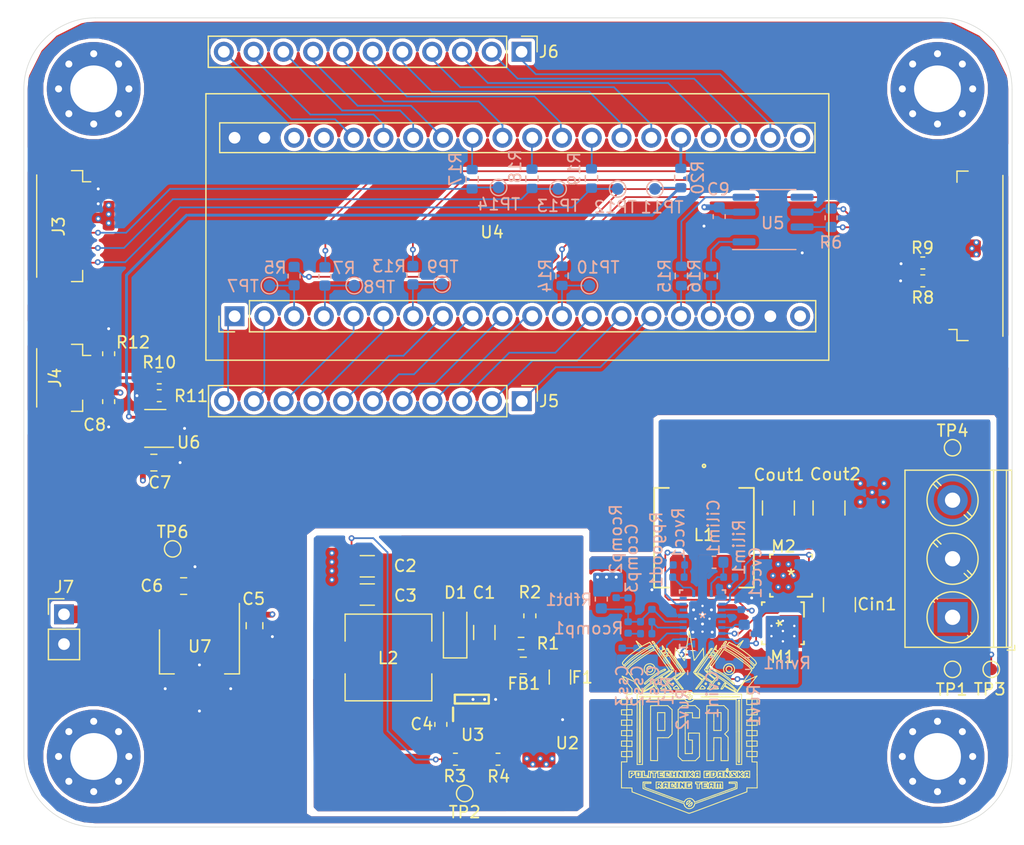
<source format=kicad_pcb>
(kicad_pcb (version 20171130) (host pcbnew "(5.1.2)-2")
  (layers (0 F.Cu signal) (1 In1.Cu signal) (2 In2.Cu signal) (31 B.Cu signal) (34 B.Paste user hide) (35 F.Paste user hide) (36 B.SilkS user) (37 F.SilkS user) (38 B.Mask user) (39 F.Mask user) (44 Edge.Cuts user hide))
  (net 0 "")
  (net 1 GND)
  (net 2 "Net-(Cbst1-Pad2)")
  (net 3 "Net-(Cbst1-Pad1)")
  (net 4 "Net-(Ccomp1-Pad2)")
  (net 5 "Net-(Ccomp1-Pad1)")
  (net 6 "Net-(Ccomp2-Pad1)")
  (net 7 "Net-(Ccomp3-Pad1)")
  (net 8 "Net-(Cilim1-Pad1)")
  (net 9 +12V)
  (net 10 +8V)
  (net 11 "Net-(Css1-Pad1)")
  (net 12 "Net-(Cvcc1-Pad1)")
  (net 13 "Net-(Cvin1-Pad1)")
  (net 14 "Net-(F1-Pad1)")
  (net 15 "Net-(M1-Pad4)")
  (net 16 "Net-(M2-Pad4)")
  (net 17 "Net-(Rpgood1-Pad1)")
  (net 18 "Net-(Rt1-Pad1)")
  (net 19 "Net-(Ruv1-Pad2)")
  (net 20 "Net-(Rvcc1-Pad1)")
  (net 21 "Net-(U1-Pad16)")
  (net 22 "Net-(U1-Pad9)")
  (net 23 "Net-(U1-Pad7)")
  (net 24 PWM_SERVO)
  (net 25 FUEL_CUT)
  (net 26 CAN_L)
  (net 27 CAN_H)
  (net 28 "Net-(U4-Pad21)")
  (net 29 CAN_TX)
  (net 30 CAN_RX)
  (net 31 GEAR_UP)
  (net 32 GEAR_DOWN)
  (net 33 "Net-(U4-Pad37)")
  (net 34 "Net-(U5-Pad5)")
  (net 35 "Net-(F1-Pad2)")
  (net 36 +5V)
  (net 37 "Net-(R5-Pad2)")
  (net 38 "Net-(R7-Pad2)")
  (net 39 GEAR_UP_NC)
  (net 40 GEAR_DOWN_NC)
  (net 41 ABS_CS)
  (net 42 ABS_DO)
  (net 43 ABS_CLOCK)
  (net 44 +3V3)
  (net 45 "Net-(J2-Pad3)")
  (net 46 GEAR_POS_SIG_5V)
  (net 47 "Net-(J4-Pad1)")
  (net 48 "Net-(R10-Pad1)")
  (net 49 GEAR_POS_SIG_3_3V)
  (net 50 "Net-(C1-Pad1)")
  (net 51 "Net-(C4-Pad2)")
  (net 52 "Net-(C4-Pad1)")
  (net 53 3V3_LDO)
  (net 54 "Net-(H1-Pad1)")
  (net 55 "Net-(H2-Pad1)")
  (net 56 "Net-(H3-Pad1)")
  (net 57 "Net-(H4-Pad1)")
  (net 58 PB_12)
  (net 59 PA_8)
  (net 60 PA_9)
  (net 61 PA_11)
  (net 62 PA_12)
  (net 63 PA_15)
  (net 64 PB_3)
  (net 65 PB_5)
  (net 66 PB_6)
  (net 67 PB_7)
  (net 68 PB_11)
  (net 69 PB_10)
  (net 70 PB_1)
  (net 71 PB_0)
  (net 72 PA_6)
  (net 73 PA_4)
  (net 74 PA_2)
  (net 75 PA_1)
  (net 76 PC_15)
  (net 77 PC_14)
  (net 78 PC_13)
  (net 79 "Net-(R1-Pad2)")
  (net 80 "Net-(R3-Pad2)")
  (net 81 "Net-(R13-Pad2)")
  (net 82 "Net-(R14-Pad2)")
  (net 83 "Net-(R15-Pad2)")
  (net 84 "Net-(R16-Pad2)")
  (net 85 "Net-(R17-Pad1)")
  (net 86 "Net-(R18-Pad1)")
  (net 87 "Net-(R19-Pad1)")
  (net 88 "Net-(R20-Pad1)")
  (net 89 PB_13)
  (module Connector_PinHeader_2.54mm:PinHeader_1x02_P2.54mm_Vertical (layer F.Cu) (at 37.465 173.863)
    (fp_text reference J7 (at 0 -2.33) (layer F.SilkS))
    (fp_text value Conn_01x02)
    (pad 2 thru_hole oval (at 0 2.54) (size 1.7 1.7) (drill 1) (layers *.Cu *.Mask) (net 1 GND))
    (pad 1 thru_hole rect (at 0 0) (size 1.7 1.7) (drill 1) (layers *.Cu *.Mask) (net 53 3V3_LDO))
  )
  (module Connector_PinHeader_2.54mm:PinHeader_1x11_P2.54mm_Vertical (layer F.Cu) (at 76.52512 155.66136 270)
    (fp_text reference J5 (at 0 -2.33 180) (layer F.SilkS))
    (fp_text value Conn_01x11)
    (pad 11 thru_hole oval (at 0 25.4 270) (size 1.7 1.7) (drill 1) (layers *.Cu *.Mask) (net 58 PB_12))
    (pad 10 thru_hole oval (at 0 22.86 270) (size 1.7 1.7) (drill 1) (layers *.Cu *.Mask) (net 89 PB_13))
    (pad 9 thru_hole oval (at 0 20.32 270) (size 1.7 1.7) (drill 1) (layers *.Cu *.Mask) (net 59 PA_8))
    (pad 8 thru_hole oval (at 0 17.78 270) (size 1.7 1.7) (drill 1) (layers *.Cu *.Mask) (net 60 PA_9))
    (pad 7 thru_hole oval (at 0 15.24 270) (size 1.7 1.7) (drill 1) (layers *.Cu *.Mask) (net 61 PA_11))
    (pad 6 thru_hole oval (at 0 12.7 270) (size 1.7 1.7) (drill 1) (layers *.Cu *.Mask) (net 62 PA_12))
    (pad 5 thru_hole oval (at 0 10.16 270) (size 1.7 1.7) (drill 1) (layers *.Cu *.Mask) (net 63 PA_15))
    (pad 4 thru_hole oval (at 0 7.62 270) (size 1.7 1.7) (drill 1) (layers *.Cu *.Mask) (net 64 PB_3))
    (pad 3 thru_hole oval (at 0 5.08 270) (size 1.7 1.7) (drill 1) (layers *.Cu *.Mask) (net 65 PB_5))
    (pad 2 thru_hole oval (at 0 2.54 270) (size 1.7 1.7) (drill 1) (layers *.Cu *.Mask) (net 66 PB_6))
    (pad 1 thru_hole rect (at 0 0 270) (size 1.7 1.7) (drill 1) (layers *.Cu *.Mask) (net 67 PB_7))
  )
  (module TestPoint:TestPoint_Pad_D1.0mm (layer B.Cu) (at 74.549 137.414)
    (fp_text reference TP14 (at 0 1.448) (layer B.SilkS) (effects (justify mirror)))
    (fp_text value TestPoint)
    (pad 1 smd circle (at 0 0) (size 1 1) (layers B.Cu B.Mask) (net 42 ABS_DO))
  )
  (module TestPoint:TestPoint_Pad_D1.0mm (layer B.Cu) (at 79.629 137.541)
    (fp_text reference TP13 (at 0 1.448) (layer B.SilkS) (effects (justify mirror)))
    (fp_text value TestPoint)
    (pad 1 smd circle (at 0 0) (size 1 1) (layers B.Cu B.Mask) (net 41 ABS_CS))
  )
  (module TestPoint:TestPoint_Pad_D1.0mm (layer B.Cu) (at 84.709 137.541)
    (fp_text reference TP12 (at -0.2032 1.5494) (layer B.SilkS) (effects (justify mirror)))
    (fp_text value TestPoint)
    (pad 1 smd circle (at 0 0) (size 1 1) (layers B.Cu B.Mask) (net 43 ABS_CLOCK))
  )
  (module TestPoint:TestPoint_Pad_D1.0mm (layer B.Cu) (at 87.884 137.541)
    (fp_text reference TP11 (at 0.6096 1.5748) (layer B.SilkS) (effects (justify mirror)))
    (fp_text value TestPoint)
    (pad 1 smd circle (at 0 0) (size 1 1) (layers B.Cu B.Mask) (net 49 GEAR_POS_SIG_3_3V))
  )
  (module TestPoint:TestPoint_Pad_D1.0mm (layer B.Cu) (at 82.296 145.796)
    (fp_text reference TP10 (at 0.7366 -1.5494) (layer B.SilkS) (effects (justify mirror)))
    (fp_text value TestPoint)
    (pad 1 smd circle (at 0 0) (size 1 1) (layers B.Cu B.Mask) (net 82 "Net-(R14-Pad2)"))
  )
  (module TestPoint:TestPoint_Pad_D1.0mm (layer B.Cu) (at 69.723 145.669)
    (fp_text reference TP9 (at 0.0508 -1.4732) (layer B.SilkS) (effects (justify mirror)))
    (fp_text value TestPoint)
    (pad 1 smd circle (at 0 0) (size 1 1) (layers B.Cu B.Mask) (net 81 "Net-(R13-Pad2)"))
  )
  (module TestPoint:TestPoint_Pad_D1.0mm (layer B.Cu) (at 62.23 145.796)
    (fp_text reference TP8 (at 2.1336 0.127) (layer B.SilkS) (effects (justify mirror)))
    (fp_text value TestPoint)
    (pad 1 smd circle (at 0 0) (size 1 1) (layers B.Cu B.Mask) (net 38 "Net-(R7-Pad2)"))
  )
  (module TestPoint:TestPoint_Pad_D1.0mm (layer B.Cu) (at 54.991 145.796)
    (fp_text reference TP7 (at -2.2606 0.0508) (layer B.SilkS) (effects (justify mirror)))
    (fp_text value TestPoint)
    (pad 1 smd circle (at 0 0) (size 1 1) (layers B.Cu B.Mask) (net 37 "Net-(R5-Pad2)"))
  )
  (module TestPoint:TestPoint_Pad_D1.0mm (layer F.Cu) (at 46.736 168.275)
    (fp_text reference TP6 (at 0 -1.448) (layer F.SilkS))
    (fp_text value TestPoint)
    (pad 1 smd circle (at 0 0) (size 1 1) (layers F.Cu F.Mask) (net 53 3V3_LDO))
  )
  (module TestPoint:TestPoint_Pad_D1.0mm (layer F.Cu) (at 113.284 159.639)
    (fp_text reference TP4 (at 0 -1.448) (layer F.SilkS))
    (fp_text value TestPoint)
    (pad 1 smd circle (at 0 0) (size 1 1) (layers F.Cu F.Mask) (net 10 +8V))
  )
  (module TestPoint:TestPoint_Pad_D1.0mm (layer F.Cu) (at 116.586 178.562)
    (fp_text reference TP3 (at -0.127 1.7018) (layer F.SilkS))
    (fp_text value TestPoint)
    (pad 1 smd circle (at 0 0) (size 1 1) (layers F.Cu F.Mask) (net 1 GND))
  )
  (module TestPoint:TestPoint_Pad_D1.0mm (layer F.Cu) (at 71.6534 189.1538 180)
    (fp_text reference TP2 (at 0 -1.6002) (layer F.SilkS))
    (fp_text value TestPoint)
    (pad 1 smd circle (at 0 0 180) (size 1 1) (layers F.Cu F.Mask) (net 80 "Net-(R3-Pad2)"))
  )
  (module TestPoint:TestPoint_Pad_D1.0mm (layer F.Cu) (at 113.284 178.562)
    (fp_text reference TP1 (at -0.0762 1.7272) (layer F.SilkS))
    (fp_text value TestPoint)
    (pad 1 smd circle (at 0 0) (size 1 1) (layers F.Cu F.Mask) (net 9 +12V))
  )
  (module Resistor_SMD:R_0603_1608Metric (layer B.Cu) (at 90.0938 136.6134 270)
    (fp_text reference R20 (at -0.0376 -1.4478 90) (layer B.SilkS) (effects (justify mirror)))
    (fp_text value 0Ohm)
    (pad 2 smd roundrect (at 0.825 0 270) (size 0.8 0.95) (layers B.Cu B.Paste B.Mask) (net 49 GEAR_POS_SIG_3_3V))
    (pad 1 smd roundrect (at -0.825 0 270) (size 0.8 0.95) (layers B.Cu B.Paste B.Mask) (net 88 "Net-(R20-Pad1)"))
  )
  (module Resistor_SMD:R_0603_1608Metric (layer B.Cu) (at 82.4738 136.652 270)
    (fp_text reference R19 (at -0.8128 1.4732 90) (layer B.SilkS) (effects (justify mirror)))
    (fp_text value 22Ohm)
    (pad 2 smd roundrect (at 0.825 0 270) (size 0.8 0.95) (layers B.Cu B.Paste B.Mask) (net 43 ABS_CLOCK))
    (pad 1 smd roundrect (at -0.825 0 270) (size 0.8 0.95) (layers B.Cu B.Paste B.Mask) (net 87 "Net-(R19-Pad1)"))
  )
  (module Resistor_SMD:R_0603_1608Metric (layer B.Cu) (at 77.3938 136.6774 270)
    (fp_text reference R18 (at -1.0668 1.43 270) (layer B.SilkS) (effects (justify mirror)))
    (fp_text value 0Ohm)
    (pad 2 smd roundrect (at 0.825 0 270) (size 0.8 0.95) (layers B.Cu B.Paste B.Mask) (net 41 ABS_CS))
    (pad 1 smd roundrect (at -0.825 0 270) (size 0.8 0.95) (layers B.Cu B.Paste B.Mask) (net 86 "Net-(R18-Pad1)"))
  )
  (module Resistor_SMD:R_0603_1608Metric (layer B.Cu) (at 72.2884 136.715 270)
    (fp_text reference R17 (at -0.8758 1.4224 270) (layer B.SilkS) (effects (justify mirror)))
    (fp_text value 0Ohm)
    (pad 2 smd roundrect (at 0.825 0 270) (size 0.8 0.95) (layers B.Cu B.Paste B.Mask) (net 42 ABS_DO))
    (pad 1 smd roundrect (at -0.825 0 270) (size 0.8 0.95) (layers B.Cu B.Paste B.Mask) (net 85 "Net-(R17-Pad1)"))
  )
  (module Resistor_SMD:R_0603_1608Metric (layer B.Cu) (at 92.6846 144.971 270)
    (fp_text reference R16 (at 0 1.43 90) (layer B.SilkS) (effects (justify mirror)))
    (fp_text value 22Ohm)
    (pad 2 smd roundrect (at 0.825 0 270) (size 0.8 0.95) (layers B.Cu B.Paste B.Mask) (net 84 "Net-(R16-Pad2)"))
    (pad 1 smd roundrect (at -0.825 0 270) (size 0.8 0.95) (layers B.Cu B.Paste B.Mask) (net 29 CAN_TX))
  )
  (module Resistor_SMD:R_0603_1608Metric (layer B.Cu) (at 90.1446 144.971 270)
    (fp_text reference R15 (at 0 1.43 270) (layer B.SilkS) (effects (justify mirror)))
    (fp_text value 22Ohm)
    (pad 2 smd roundrect (at 0.825 0 270) (size 0.8 0.95) (layers B.Cu B.Paste B.Mask) (net 83 "Net-(R15-Pad2)"))
    (pad 1 smd roundrect (at -0.825 0 270) (size 0.8 0.95) (layers B.Cu B.Paste B.Mask) (net 30 CAN_RX))
  )
  (module Resistor_SMD:R_0603_1608Metric (layer B.Cu) (at 79.9592 144.9578 270)
    (fp_text reference R14 (at 0 1.43 90) (layer B.SilkS) (effects (justify mirror)))
    (fp_text value 0Ohm)
    (pad 2 smd roundrect (at 0.825 0 270) (size 0.8 0.95) (layers B.Cu B.Paste B.Mask) (net 82 "Net-(R14-Pad2)"))
    (pad 1 smd roundrect (at -0.825 0 270) (size 0.8 0.95) (layers B.Cu B.Paste B.Mask) (net 25 FUEL_CUT))
  )
  (module Resistor_SMD:R_0603_1608Metric (layer F.Cu) (at 76.4672 176.3522)
    (fp_text reference R1 (at 2.2982 0) (layer F.SilkS))
    (fp_text value 100k)
    (pad 2 smd roundrect (at 0.825 0) (size 0.8 0.95) (layers F.Cu F.Paste F.Mask) (net 79 "Net-(R1-Pad2)"))
    (pad 1 smd roundrect (at -0.825 0) (size 0.8 0.95) (layers F.Cu F.Paste F.Mask) (net 50 "Net-(C1-Pad1)"))
  )
  (module Connector_PinHeader_2.54mm:PinHeader_1x11_P2.54mm_Vertical (layer F.Cu) (at 76.5048 125.8316 270)
    (fp_text reference J6 (at 0 -2.33 180) (layer F.SilkS))
    (fp_text value Conn_01x11)
    (pad 11 thru_hole oval (at 0 25.4 270) (size 1.7 1.7) (drill 1) (layers *.Cu *.Mask) (net 68 PB_11))
    (pad 10 thru_hole oval (at 0 22.86 270) (size 1.7 1.7) (drill 1) (layers *.Cu *.Mask) (net 69 PB_10))
    (pad 9 thru_hole oval (at 0 20.32 270) (size 1.7 1.7) (drill 1) (layers *.Cu *.Mask) (net 70 PB_1))
    (pad 8 thru_hole oval (at 0 17.78 270) (size 1.7 1.7) (drill 1) (layers *.Cu *.Mask) (net 71 PB_0))
    (pad 7 thru_hole oval (at 0 15.24 270) (size 1.7 1.7) (drill 1) (layers *.Cu *.Mask) (net 72 PA_6))
    (pad 6 thru_hole oval (at 0 12.7 270) (size 1.7 1.7) (drill 1) (layers *.Cu *.Mask) (net 73 PA_4))
    (pad 5 thru_hole oval (at 0 10.16 270) (size 1.7 1.7) (drill 1) (layers *.Cu *.Mask) (net 74 PA_2))
    (pad 4 thru_hole oval (at 0 7.62 270) (size 1.7 1.7) (drill 1) (layers *.Cu *.Mask) (net 75 PA_1))
    (pad 3 thru_hole oval (at 0 5.08 270) (size 1.7 1.7) (drill 1) (layers *.Cu *.Mask) (net 76 PC_15))
    (pad 2 thru_hole oval (at 0 2.54 270) (size 1.7 1.7) (drill 1) (layers *.Cu *.Mask) (net 77 PC_14))
    (pad 1 thru_hole rect (at 0 0 270) (size 1.7 1.7) (drill 1) (layers *.Cu *.Mask) (net 78 PC_13))
  )
  (module Package_TO_SOT_SMD:SOT-223-3_TabPin2 (layer F.Cu) (at 49.022 177.038 270)
    (fp_text reference U7 (at -0.4318 -0.0254 180) (layer F.SilkS))
    (fp_text value LM2937xMP)
    (pad 1 smd rect (at -3.15 -2.3 270) (size 2 1.5) (layers F.Cu F.Paste F.Mask) (net 36 +5V))
    (pad 3 smd rect (at -3.15 2.3 270) (size 2 1.5) (layers F.Cu F.Paste F.Mask) (net 53 3V3_LDO))
    (pad 2 smd rect (at -3.15 0 270) (size 2 1.5) (layers F.Cu F.Paste F.Mask) (net 1 GND))
    (pad 2 smd rect (at 3.15 0 270) (size 2 3.8) (layers F.Cu F.Paste F.Mask) (net 1 GND))
  )
  (module Capacitor_SMD:C_1210_3225Metric (layer F.Cu) (at 98.425 164.7825 270)
    (fp_text reference Cout1 (at -2.8321 -0.0508) (layer F.SilkS))
    (fp_text value 10uF)
    (pad 2 smd roundrect (at 1.4 0 270) (size 1.25 2.65) (layers F.Cu F.Paste F.Mask) (roundrect_rratio 0.2) (net 1 GND))
    (pad 1 smd roundrect (at -1.4 0 270) (size 1.25 2.65) (layers F.Cu F.Paste F.Mask) (roundrect_rratio 0.2) (net 10 +8V))
  )
  (module Capacitor_SMD:C_1210_3225Metric (layer F.Cu) (at 102.743 164.7825 270)
    (fp_text reference Cout2 (at -2.8829 -0.5334) (layer F.SilkS))
    (fp_text value 10uF)
    (pad 2 smd roundrect (at 1.4 0 270) (size 1.25 2.65) (layers F.Cu F.Paste F.Mask) (roundrect_rratio 0.2) (net 1 GND))
    (pad 1 smd roundrect (at -1.4 0 270) (size 1.25 2.65) (layers F.Cu F.Paste F.Mask) (roundrect_rratio 0.2) (net 10 +8V))
  )
  (module Resistor_SMD:R_0603_1608Metric (layer F.Cu) (at 70.8661 186.2328)
    (fp_text reference R3 (at -0.0509 1.4478) (layer F.SilkS))
    (fp_text value 47k)
    (pad 2 smd roundrect (at 0.7875 0) (size 0.875 0.95) (layers F.Cu F.Paste F.Mask) (net 80 "Net-(R3-Pad2)"))
    (pad 1 smd roundrect (at -0.7875 0) (size 0.875 0.95) (layers F.Cu F.Paste F.Mask) (net 36 +5V))
  )
  (module Capacitor_SMD:C_0805_2012Metric (layer F.Cu) (at 45.1335 160.909)
    (fp_text reference C7 (at 0.5103 1.7018) (layer F.SilkS))
    (fp_text value 0.1uF)
    (pad 2 smd roundrect (at 0.9375 0) (size 0.975 1.4) (layers F.Cu F.Paste F.Mask) (net 1 GND))
    (pad 1 smd roundrect (at -0.9375 0) (size 0.975 1.4) (layers F.Cu F.Paste F.Mask) (net 36 +5V))
  )
  (module Resistor_SMD:R_0603_1608Metric (layer F.Cu) (at 77.216 173.9901 90)
    (fp_text reference R2 (at 2.0067 0 180) (layer F.SilkS))
    (fp_text value 68k)
    (pad 2 smd roundrect (at 0.7875 0 90) (size 0.875 0.95) (layers F.Cu F.Paste F.Mask) (net 1 GND))
    (pad 1 smd roundrect (at -0.7875 0 90) (size 0.875 0.95) (layers F.Cu F.Paste F.Mask) (net 79 "Net-(R1-Pad2)"))
  )
  (module IHLP3232DZER1R0M01:IHLP3232DZER1R0M01 (layer F.Cu) (at 92.075 167.3225 270)
    (fp_text reference L1 (at -0.2413 0 180) (layer F.SilkS))
    (fp_text value 1uH)
    (pad 2 smd rect (at 3.6195 0 270) (size 2.413 5.334) (layers F.Cu F.Paste F.Mask) (net 3 "Net-(Cbst1-Pad1)"))
    (pad 1 smd rect (at -3.6195 0 270) (size 2.413 5.334) (layers F.Cu F.Paste F.Mask) (net 10 +8V))
  )
  (module Capacitor_SMD:C_0805_2012Metric (layer F.Cu) (at 53.721 174.8305 270)
    (fp_text reference C5 (at -2.2883 0.0762 180) (layer F.SilkS))
    (fp_text value 0.1uF)
    (pad 2 smd roundrect (at 0.9375 0 270) (size 0.975 1.4) (layers F.Cu F.Paste F.Mask) (net 1 GND))
    (pad 1 smd roundrect (at -0.9375 0 270) (size 0.975 1.4) (layers F.Cu F.Paste F.Mask) (net 36 +5V))
  )
  (module Resistor_SMD:R_0402_1005Metric (layer B.Cu) (at 84.582 171.958 270)
    (fp_text reference Rcomp2 (at -4.5212 0.0254 90) (layer B.SilkS) (effects (justify mirror)))
    (fp_text value 44.2Ohm)
    (pad 2 smd roundrect (at 0.485 0 270) (size 0.59 0.64) (layers B.Cu B.Paste B.Mask) (net 7 "Net-(Ccomp3-Pad1)"))
    (pad 1 smd roundrect (at -0.485 0 270) (size 0.59 0.64) (layers B.Cu B.Paste B.Mask) (net 10 +8V))
  )
  (module CSD17575Q3:CSD17575Q3 (layer F.Cu) (at 99.5045 170.561 180)
    (fp_text reference M2 (at 0.6477 2.4892) (layer F.SilkS))
    (fp_text value "30V 60A" hide)
    (fp_text user * (at 0 0) (layer F.SilkS))
    (pad V thru_hole circle (at 1.540002 0 180) (size 0.499999 0.499999) (drill 0.2032) (layers *.Cu *.Mask) (net 3 "Net-(Cbst1-Pad1)"))
    (pad V thru_hole circle (at -0.212001 0 180) (size 0.499999 0.499999) (drill 0.2032) (layers *.Cu *.Mask) (net 3 "Net-(Cbst1-Pad1)"))
    (pad V thru_hole circle (at 0.663999 0 180) (size 0.499999 0.499999) (drill 0.2032) (layers *.Cu *.Mask) (net 3 "Net-(Cbst1-Pad1)"))
    (pad V thru_hole circle (at 0.225999 0.974999 180) (size 0.499999 0.499999) (drill 0.2032) (layers *.Cu *.Mask) (net 3 "Net-(Cbst1-Pad1)"))
    (pad V thru_hole circle (at 1.101999 0.974999 180) (size 0.499999 0.499999) (drill 0.2032) (layers *.Cu *.Mask) (net 3 "Net-(Cbst1-Pad1)"))
    (pad V thru_hole circle (at 1.101999 -0.974999 180) (size 0.499999 0.499999) (drill 0.2032) (layers *.Cu *.Mask) (net 3 "Net-(Cbst1-Pad1)"))
    (pad V thru_hole circle (at 0.225999 -0.974999 180) (size 0.499999 0.499999) (drill 0.2032) (layers *.Cu *.Mask) (net 3 "Net-(Cbst1-Pad1)"))
    (pad 9 smd rect (at 0.650001 0 180) (size 2.5 2.55) (layers F.Cu F.Paste F.Mask) (net 3 "Net-(Cbst1-Pad1)"))
    (pad 8 smd rect (at 1.525001 -0.974999 270) (size 0.439999 0.750001) (layers F.Cu F.Paste F.Mask) (net 3 "Net-(Cbst1-Pad1)"))
    (pad 7 smd rect (at 1.525001 -0.325001 270) (size 0.439999 0.750001) (layers F.Cu F.Paste F.Mask) (net 3 "Net-(Cbst1-Pad1)"))
    (pad 6 smd rect (at 1.525001 0.325001 270) (size 0.439999 0.750001) (layers F.Cu F.Paste F.Mask) (net 3 "Net-(Cbst1-Pad1)"))
    (pad 5 smd rect (at 1.525001 0.974999 270) (size 0.439999 0.750001) (layers F.Cu F.Paste F.Mask) (net 3 "Net-(Cbst1-Pad1)"))
    (pad 4 smd rect (at -1.525001 0.974999 270) (size 0.439999 0.750001) (layers F.Cu F.Paste F.Mask) (net 16 "Net-(M2-Pad4)"))
    (pad 3 smd rect (at -1.525001 0.324998 270) (size 0.439999 0.750001) (layers F.Cu F.Paste F.Mask) (net 1 GND))
    (pad 2 smd rect (at -1.525001 -0.325001 270) (size 0.439999 0.750001) (layers F.Cu F.Paste F.Mask) (net 1 GND))
    (pad 1 smd rect (at -1.525001 -0.975002 270) (size 0.439999 0.750001) (layers F.Cu F.Paste F.Mask) (net 1 GND))
  )
  (module Resistor_SMD:R_0402_1005Metric (layer B.Cu) (at 89.893 170.688)
    (fp_text reference Rpgood1 (at -1.882 -2.3622 90) (layer B.SilkS) (effects (justify mirror)))
    (fp_text value 20kOhm)
    (pad 2 smd roundrect (at 0.485 0) (size 0.59 0.64) (layers B.Cu B.Paste B.Mask) (net 12 "Net-(Cvcc1-Pad1)"))
    (pad 1 smd roundrect (at -0.485 0) (size 0.59 0.64) (layers B.Cu B.Paste B.Mask) (net 17 "Net-(Rpgood1-Pad1)"))
  )
  (module Resistor_SMD:R_0603_1608Metric (layer F.Cu) (at 74.4982 186.2328)
    (fp_text reference R4 (at 0.0508 1.4732) (layer F.SilkS))
    (fp_text value 9.1k)
    (pad 2 smd roundrect (at 0.7875 0) (size 0.875 0.95) (layers F.Cu F.Paste F.Mask) (net 1 GND))
    (pad 1 smd roundrect (at -0.7875 0) (size 0.875 0.95) (layers F.Cu F.Paste F.Mask) (net 80 "Net-(R3-Pad2)"))
  )
  (module Resistor_SMD:R_0402_1005Metric (layer B.Cu) (at 94.234 170.688 180)
    (fp_text reference Rilim1 (at -0.8382 2.54 90) (layer B.SilkS) (effects (justify mirror)))
    (fp_text value 499Ohm)
    (pad 2 smd roundrect (at 0.485 0 180) (size 0.59 0.64) (layers B.Cu B.Paste B.Mask) (net 8 "Net-(Cilim1-Pad1)"))
    (pad 1 smd roundrect (at -0.485 0 180) (size 0.59 0.64) (layers B.Cu B.Paste B.Mask) (net 3 "Net-(Cbst1-Pad1)"))
  )
  (module Capacitor_SMD:C_1210_3225Metric (layer F.Cu) (at 103.632 173.0405 90)
    (fp_text reference Cin1 (at 0.0411 3.2004) (layer F.SilkS))
    (fp_text value 10uF)
    (pad 2 smd roundrect (at 1.4 0 90) (size 1.25 2.65) (layers F.Cu F.Paste F.Mask) (roundrect_rratio 0.2) (net 1 GND))
    (pad 1 smd roundrect (at -1.4 0 90) (size 1.25 2.65) (layers F.Cu F.Paste F.Mask) (roundrect_rratio 0.2) (net 9 +12V))
  )
  (module Capacitor_SMD:C_0603_1608Metric (layer B.Cu) (at 92.9385 169.418 180)
    (fp_text reference Cilim1 (at 0.0507 2.9972 90) (layer B.SilkS) (effects (justify mirror)))
    (fp_text value 10pF)
    (pad 2 smd roundrect (at 0.7875 0 180) (size 0.875 0.95) (layers B.Cu B.Paste B.Mask) (net 1 GND))
    (pad 1 smd roundrect (at -0.7875 0 180) (size 0.875 0.95) (layers B.Cu B.Paste B.Mask) (net 8 "Net-(Cilim1-Pad1)"))
  )
  (module Resistor_SMD:R_0402_1005Metric (layer B.Cu) (at 89.939 169.649)
    (fp_text reference Rvcc1 (at -0.0484 -2.6948 90) (layer B.SilkS) (effects (justify mirror)))
    (fp_text value 20kOhm)
    (pad 2 smd roundrect (at 0.485 0) (size 0.59 0.64) (layers B.Cu B.Paste B.Mask) (net 12 "Net-(Cvcc1-Pad1)"))
    (pad 1 smd roundrect (at -0.485 0) (size 0.59 0.64) (layers B.Cu B.Paste B.Mask) (net 20 "Net-(Rvcc1-Pad1)"))
  )
  (module Capacitor_SMD:C_0402_1005Metric (layer B.Cu) (at 85.598 172.951 270)
    (fp_text reference Ccomp3 (at -3.8886 -0.3048 90) (layer B.SilkS) (effects (justify mirror)))
    (fp_text value 220pF)
    (pad 2 smd roundrect (at 0.485 0 270) (size 0.59 0.64) (layers B.Cu B.Paste B.Mask) (net 6 "Net-(Ccomp2-Pad1)"))
    (pad 1 smd roundrect (at -0.485 0 270) (size 0.59 0.64) (layers B.Cu B.Paste B.Mask) (net 7 "Net-(Ccomp3-Pad1)"))
  )
  (module YAAJ_BluePill_2:YAAJ_BluePill_2 (layer F.Cu) (at 52.0192 148.4122 90)
    (fp_text reference U4 (at 7.1755 21.971 180) (layer F.SilkS))
    (fp_text value YAAJ_BluePill_Part_Like_SWD_Breakout hide)
    (pad 20 thru_hole circle (at 0 48.26 90) (size 1.7 1.7) (drill 1) (layers *.Cu *.Mask) (net 44 +3V3))
    (pad 21 thru_hole circle (at 15.24 48.26 90) (size 1.7 1.7) (drill 1) (layers *.Cu *.Mask) (net 28 "Net-(U4-Pad21)"))
    (pad 19 thru_hole circle (at 0 45.72 90) (size 1.7 1.7) (drill 1) (layers *.Cu *.Mask) (net 1 GND))
    (pad 22 thru_hole circle (at 15.24 45.72 90) (size 1.7 1.7) (drill 1) (layers *.Cu *.Mask) (net 78 PC_13))
    (pad 18 thru_hole circle (at 0 43.18 90) (size 1.7 1.7) (drill 1) (layers *.Cu *.Mask) (net 36 +5V))
    (pad 23 thru_hole circle (at 15.24 43.18 90) (size 1.7 1.7) (drill 1) (layers *.Cu *.Mask) (net 77 PC_14))
    (pad 17 thru_hole circle (at 0 40.64 90) (size 1.7 1.7) (drill 1) (layers *.Cu *.Mask) (net 84 "Net-(R16-Pad2)"))
    (pad 24 thru_hole circle (at 15.24 40.64 90) (size 1.7 1.7) (drill 1) (layers *.Cu *.Mask) (net 76 PC_15))
    (pad 16 thru_hole circle (at 0 38.1 90) (size 1.7 1.7) (drill 1) (layers *.Cu *.Mask) (net 83 "Net-(R15-Pad2)"))
    (pad 25 thru_hole circle (at 15.24 38.1 90) (size 1.7 1.7) (drill 1) (layers *.Cu *.Mask) (net 88 "Net-(R20-Pad1)"))
    (pad 15 thru_hole circle (at 0 35.56 90) (size 1.7 1.7) (drill 1) (layers *.Cu *.Mask) (net 67 PB_7))
    (pad 26 thru_hole circle (at 15.24 35.56 90) (size 1.7 1.7) (drill 1) (layers *.Cu *.Mask) (net 75 PA_1))
    (pad 14 thru_hole circle (at 0 33.02 90) (size 1.7 1.7) (drill 1) (layers *.Cu *.Mask) (net 66 PB_6))
    (pad 27 thru_hole circle (at 15.24 33.02 90) (size 1.7 1.7) (drill 1) (layers *.Cu *.Mask) (net 74 PA_2))
    (pad 13 thru_hole circle (at 0 30.48 90) (size 1.7 1.7) (drill 1) (layers *.Cu *.Mask) (net 65 PB_5))
    (pad 28 thru_hole circle (at 15.24 30.48 90) (size 1.7 1.7) (drill 1) (layers *.Cu *.Mask) (net 87 "Net-(R19-Pad1)"))
    (pad 12 thru_hole circle (at 0 27.94 90) (size 1.7 1.7) (drill 1) (layers *.Cu *.Mask) (net 82 "Net-(R14-Pad2)"))
    (pad 29 thru_hole circle (at 15.24 27.94 90) (size 1.7 1.7) (drill 1) (layers *.Cu *.Mask) (net 73 PA_4))
    (pad 11 thru_hole circle (at 0 25.4 90) (size 1.7 1.7) (drill 1) (layers *.Cu *.Mask) (net 64 PB_3))
    (pad 30 thru_hole circle (at 15.24 25.4 90) (size 1.7 1.7) (drill 1) (layers *.Cu *.Mask) (net 86 "Net-(R18-Pad1)"))
    (pad 10 thru_hole circle (at 0 22.86 90) (size 1.7 1.7) (drill 1) (layers *.Cu *.Mask) (net 63 PA_15))
    (pad 31 thru_hole circle (at 15.24 22.86 90) (size 1.7 1.7) (drill 1) (layers *.Cu *.Mask) (net 72 PA_6))
    (pad 9 thru_hole circle (at 0 20.32 90) (size 1.7 1.7) (drill 1) (layers *.Cu *.Mask) (net 62 PA_12))
    (pad 32 thru_hole circle (at 15.24 20.32 90) (size 1.7 1.7) (drill 1) (layers *.Cu *.Mask) (net 85 "Net-(R17-Pad1)"))
    (pad 8 thru_hole circle (at 0 17.78 90) (size 1.7 1.7) (drill 1) (layers *.Cu *.Mask) (net 61 PA_11))
    (pad 33 thru_hole circle (at 15.24 17.78 90) (size 1.7 1.7) (drill 1) (layers *.Cu *.Mask) (net 71 PB_0))
    (pad 7 thru_hole circle (at 0 15.24 90) (size 1.7 1.7) (drill 1) (layers *.Cu *.Mask) (net 81 "Net-(R13-Pad2)"))
    (pad 34 thru_hole circle (at 15.24 15.24 90) (size 1.7 1.7) (drill 1) (layers *.Cu *.Mask) (net 70 PB_1))
    (pad 6 thru_hole circle (at 0 12.7 90) (size 1.7 1.7) (drill 1) (layers *.Cu *.Mask) (net 60 PA_9))
    (pad 35 thru_hole circle (at 15.24 12.7 90) (size 1.7 1.7) (drill 1) (layers *.Cu *.Mask) (net 69 PB_10))
    (pad 5 thru_hole circle (at 0 10.16 90) (size 1.7 1.7) (drill 1) (layers *.Cu *.Mask) (net 59 PA_8))
    (pad 36 thru_hole circle (at 15.24 10.16 90) (size 1.7 1.7) (drill 1) (layers *.Cu *.Mask) (net 68 PB_11))
    (pad 4 thru_hole circle (at 0 7.62 90) (size 1.7 1.7) (drill 1) (layers *.Cu *.Mask) (net 38 "Net-(R7-Pad2)"))
    (pad 37 thru_hole circle (at 15.24 7.62 90) (size 1.7 1.7) (drill 1) (layers *.Cu *.Mask) (net 33 "Net-(U4-Pad37)"))
    (pad 3 thru_hole circle (at 0 5.08 90) (size 1.7 1.7) (drill 1) (layers *.Cu *.Mask) (net 37 "Net-(R5-Pad2)"))
    (pad 38 thru_hole circle (at 15.24 5.08 90) (size 1.7 1.7) (drill 1) (layers *.Cu *.Mask) (net 44 +3V3))
    (pad 2 thru_hole circle (at 0 2.54 90) (size 1.7 1.7) (drill 1) (layers *.Cu *.Mask) (net 89 PB_13))
    (pad 39 thru_hole circle (at 15.24 2.54 90) (size 1.7 1.7) (drill 1) (layers *.Cu *.Mask) (net 1 GND))
    (pad 1 thru_hole rect (at 0 0 90) (size 1.7 1.7) (drill 1) (layers *.Cu *.Mask) (net 58 PB_12))
    (pad 40 thru_hole circle (at 15.24 0 90) (size 1.7 1.7) (drill 1) (layers *.Cu *.Mask) (net 1 GND))
  )
  (module Resistor_SMD:R_0603_1608Metric (layer B.Cu) (at 57.0992 144.9832 270)
    (fp_text reference R5 (at -0.7112 1.6256) (layer B.SilkS) (effects (justify mirror)))
    (fp_text value 330Ohm)
    (pad 2 smd roundrect (at 0.7875 0 270) (size 0.875 0.95) (layers B.Cu B.Paste B.Mask) (net 37 "Net-(R5-Pad2)"))
    (pad 1 smd roundrect (at -0.7875 0 270) (size 0.875 0.95) (layers B.Cu B.Paste B.Mask) (net 31 GEAR_UP))
  )
  (module Resistor_SMD:R_0603_1608Metric (layer B.Cu) (at 59.7281 145.0086 270)
    (fp_text reference R7 (at -0.7112 -1.6383 180) (layer B.SilkS) (effects (justify mirror)))
    (fp_text value 330Ohm)
    (pad 2 smd roundrect (at 0.7875 0 270) (size 0.875 0.95) (layers B.Cu B.Paste B.Mask) (net 38 "Net-(R7-Pad2)"))
    (pad 1 smd roundrect (at -0.7875 0 270) (size 0.875 0.95) (layers B.Cu B.Paste B.Mask) (net 32 GEAR_DOWN))
  )
  (module Resistor_SMD:R_0603_1608Metric (layer F.Cu) (at 110.744 145.3896 180)
    (fp_text reference R8 (at 0 -1.43) (layer F.SilkS))
    (fp_text value 220kOhm)
    (pad 2 smd roundrect (at 0.7875 0 180) (size 0.875 0.95) (layers F.Cu F.Paste F.Mask) (net 1 GND))
    (pad 1 smd roundrect (at -0.7875 0 180) (size 0.875 0.95) (layers F.Cu F.Paste F.Mask) (net 39 GEAR_UP_NC))
  )
  (module Resistor_SMD:R_0603_1608Metric (layer F.Cu) (at 110.7441 143.8656 180)
    (fp_text reference R9 (at 0.0255 1.2954) (layer F.SilkS))
    (fp_text value 220kOhm)
    (pad 2 smd roundrect (at 0.7875 0 180) (size 0.875 0.95) (layers F.Cu F.Paste F.Mask) (net 1 GND))
    (pad 1 smd roundrect (at -0.7875 0 180) (size 0.875 0.95) (layers F.Cu F.Paste F.Mask) (net 40 GEAR_DOWN_NC))
  )
  (module Resistor_SMD:R_0603_1608Metric (layer B.Cu) (at 102.9208 140.0048 270)
    (fp_text reference R6 (at 2.1082 0.0254 180) (layer B.SilkS))
    (fp_text value 120Ohm)
    (pad 2 smd roundrect (at 0.7875 0 270) (size 0.875 0.95) (layers B.Cu B.Paste B.Mask) (net 27 CAN_H))
    (pad 1 smd roundrect (at -0.7875 0 270) (size 0.875 0.95) (layers B.Cu B.Paste B.Mask) (net 26 CAN_L))
  )
  (module Resistor_SMD:R_0603_1608Metric (layer B.Cu) (at 67.2338 144.907 270)
    (fp_text reference R13 (at -0.762 2.032 180) (layer B.SilkS) (effects (justify mirror)))
    (fp_text value 22Ohm)
    (pad 2 smd roundrect (at 0.7875 0 270) (size 0.875 0.95) (layers B.Cu B.Paste B.Mask) (net 81 "Net-(R13-Pad2)"))
    (pad 1 smd roundrect (at -0.7875 0 270) (size 0.875 0.95) (layers B.Cu B.Paste B.Mask) (net 24 PWM_SERVO))
  )
  (module Package_SO:SOIC-8_3.9x4.9mm_P1.27mm (layer B.Cu) (at 97.9678 140.1572)
    (fp_text reference U5 (at -0.0254 0.3048) (layer B.SilkS))
    (fp_text value MCP2561-E-SN)
    (pad 8 smd roundrect (at 2.475 1.905) (size 1.95 0.6) (layers B.Cu B.Paste B.Mask) (net 1 GND))
    (pad 7 smd roundrect (at 2.475 0.635) (size 1.95 0.6) (layers B.Cu B.Paste B.Mask) (net 27 CAN_H))
    (pad 6 smd roundrect (at 2.475 -0.635) (size 1.95 0.6) (layers B.Cu B.Paste B.Mask) (net 26 CAN_L))
    (pad 5 smd roundrect (at 2.475 -1.905) (size 1.95 0.6) (layers B.Cu B.Paste B.Mask) (net 34 "Net-(U5-Pad5)"))
    (pad 4 smd roundrect (at -2.475 -1.905) (size 1.95 0.6) (layers B.Cu B.Paste B.Mask) (net 30 CAN_RX))
    (pad 3 smd roundrect (at -2.475 -0.635) (size 1.95 0.6) (layers B.Cu B.Paste B.Mask) (net 36 +5V))
    (pad 2 smd roundrect (at -2.475 0.635) (size 1.95 0.6) (layers B.Cu B.Paste B.Mask) (net 1 GND))
    (pad 1 smd roundrect (at -2.475 1.905) (size 1.95 0.6) (layers B.Cu B.Paste B.Mask) (net 29 CAN_TX))
  )
  (module Capacitor_SMD:C_0603_1608Metric (layer B.Cu) (at 93.3704 139.9032 270)
    (fp_text reference C9 (at -2.3368 0.0762 180) (layer B.SilkS))
    (fp_text value 0.1uF)
    (pad 2 smd roundrect (at 0.7875 0 270) (size 0.875 0.95) (layers B.Cu B.Paste B.Mask) (net 1 GND))
    (pad 1 smd roundrect (at -0.7875 0 270) (size 0.875 0.95) (layers B.Cu B.Paste B.Mask) (net 36 +5V))
  )
  (module Capacitor_SMD:C_0805_2012Metric (layer F.Cu) (at 47.6735 171.45)
    (fp_text reference C6 (at -2.7155 -0.0254 180) (layer F.SilkS))
    (fp_text value 10uF)
    (pad 2 smd roundrect (at 0.9375 0) (size 0.975 1.4) (layers F.Cu F.Paste F.Mask) (net 1 GND))
    (pad 1 smd roundrect (at -0.9375 0) (size 0.975 1.4) (layers F.Cu F.Paste F.Mask) (net 53 3V3_LDO))
  )
  (module Fuse:Fuse_1206_3216Metric (layer F.Cu) (at 79.7814 179.2194 270)
    (fp_text reference F1 (at 0.0284 -1.905 180) (layer F.SilkS))
    (fp_text value Polyfuse_Small)
    (pad 2 smd roundrect (at 1.4 0 270) (size 1.25 1.75) (layers F.Cu F.Paste F.Mask) (roundrect_rratio 0.2) (net 35 "Net-(F1-Pad2)"))
    (pad 1 smd roundrect (at -1.4 0 270) (size 1.25 1.75) (layers F.Cu F.Paste F.Mask) (roundrect_rratio 0.2) (net 14 "Net-(F1-Pad1)"))
  )
  (module Capacitor_SMD:C_1206_3216Metric (layer F.Cu) (at 73.3298 175.4124 90)
    (fp_text reference C1 (at 3.4036 -0.0254 180) (layer F.SilkS))
    (fp_text value 10uF)
    (pad 2 smd roundrect (at 1.4 0 90) (size 1.25 1.75) (layers F.Cu F.Paste F.Mask) (roundrect_rratio 0.2) (net 1 GND))
    (pad 1 smd roundrect (at -1.4 0 90) (size 1.25 1.75) (layers F.Cu F.Paste F.Mask) (roundrect_rratio 0.2) (net 50 "Net-(C1-Pad1)"))
  )
  (module MP2359DJ-LF-Z:MP2359DJ-LF-Z (layer F.Cu) (at 72.263 181.102 90)
    (fp_text reference U3 (at -3.048 0.0762 180) (layer F.SilkS))
    (fp_text value MP2359 hide)
    (pad 6 smd rect (at 1.3 -0.95 180) (size 0.6 1.15) (layers F.Cu F.Paste F.Mask) (net 52 "Net-(C4-Pad1)"))
    (pad 5 smd rect (at 1.3 0 180) (size 0.6 1.15) (layers F.Cu F.Paste F.Mask) (net 50 "Net-(C1-Pad1)"))
    (pad 4 smd rect (at 1.3 0.95 180) (size 0.6 1.15) (layers F.Cu F.Paste F.Mask) (net 79 "Net-(R1-Pad2)"))
    (pad 3 smd rect (at -1.3 0.95 180) (size 0.6 1.15) (layers F.Cu F.Paste F.Mask) (net 80 "Net-(R3-Pad2)"))
    (pad 2 smd rect (at -1.3 0 180) (size 0.6 1.15) (layers F.Cu F.Paste F.Mask) (net 1 GND))
    (pad 1 smd rect (at -1.3 -0.95 180) (size 0.6 1.15) (layers F.Cu F.Paste F.Mask) (net 51 "Net-(C4-Pad2)"))
  )
  (module Resistor_SMD:R_0603_1608Metric (layer F.Cu) (at 45.593 155.194)
    (fp_text reference R11 (at 2.7178 0.0254) (layer F.SilkS))
    (fp_text value 33kOhm)
    (pad 2 smd roundrect (at 0.7875 0) (size 0.875 0.95) (layers F.Cu F.Paste F.Mask) (net 48 "Net-(R10-Pad1)"))
    (pad 1 smd roundrect (at -0.7875 0) (size 0.875 0.95) (layers F.Cu F.Paste F.Mask) (net 1 GND))
  )
  (module Inductor_SMD:L_0805_2012Metric (layer F.Cu) (at 76.6549 178.2318)
    (fp_text reference FB1 (at 0.0531 1.5494) (layer F.SilkS))
    (fp_text value "600 @ 600Mhz")
    (pad 2 smd roundrect (at 0.9375 0) (size 0.975 1.4) (layers F.Cu F.Paste F.Mask) (net 14 "Net-(F1-Pad1)"))
    (pad 1 smd roundrect (at -0.9375 0) (size 0.975 1.4) (layers F.Cu F.Paste F.Mask) (net 50 "Net-(C1-Pad1)"))
  )
  (module AO3401:SOT23 (layer F.Cu) (at 77.9526 183.9644 180)
    (fp_text reference U2 (at -2.4638 -0.8968 180) (layer F.SilkS))
    (fp_text value AO3401)
    (pad 1 smd rect (at -0.95 1.1 180) (size 1 1.4) (layers F.Cu F.Paste F.Mask) (net 1 GND))
    (pad 2 smd rect (at 0.95 1.1 180) (size 1 1.4) (layers F.Cu F.Paste F.Mask) (net 35 "Net-(F1-Pad2)"))
    (pad 3 smd rect (at 0 -1.1 180) (size 1 1.4) (layers F.Cu F.Paste F.Mask) (net 9 +12V))
  )
  (module Package_TO_SOT_SMD:SOT-23-5 (layer F.Cu) (at 45.255 157.988 180)
    (fp_text reference U6 (at -2.8526 -1.1938 180) (layer F.SilkS))
    (fp_text value OPA340NA)
    (pad 5 smd rect (at 1.1 -0.95 180) (size 1.06 0.65) (layers F.Cu F.Paste F.Mask) (net 36 +5V))
    (pad 4 smd rect (at 1.1 0.95 180) (size 1.06 0.65) (layers F.Cu F.Paste F.Mask) (net 49 GEAR_POS_SIG_3_3V))
    (pad 3 smd rect (at -1.1 0.95 180) (size 1.06 0.65) (layers F.Cu F.Paste F.Mask) (net 48 "Net-(R10-Pad1)"))
    (pad 2 smd rect (at -1.1 0 180) (size 1.06 0.65) (layers F.Cu F.Paste F.Mask) (net 1 GND))
    (pad 1 smd rect (at -1.1 -0.95 180) (size 1.06 0.65) (layers F.Cu F.Paste F.Mask) (net 49 GEAR_POS_SIG_3_3V))
  )
  (module Resistor_SMD:R_0603_1608Metric (layer F.Cu) (at 45.593 153.67 180)
    (fp_text reference R10 (at 0 1.3208) (layer F.SilkS))
    (fp_text value 17kOhm)
    (pad 2 smd roundrect (at 0.7875 0 180) (size 0.875 0.95) (layers F.Cu F.Paste F.Mask) (net 46 GEAR_POS_SIG_5V))
    (pad 1 smd roundrect (at -0.7875 0 180) (size 0.875 0.95) (layers F.Cu F.Paste F.Mask) (net 48 "Net-(R10-Pad1)"))
  )
  (module Capacitor_SMD:C_0603_1608Metric (layer F.Cu) (at 69.6214 183.2609 270)
    (fp_text reference C4 (at -0.0253 1.6256 180) (layer F.SilkS))
    (fp_text value 10nF)
    (pad 2 smd roundrect (at 0.7875 0 270) (size 0.875 0.95) (layers F.Cu F.Paste F.Mask) (net 51 "Net-(C4-Pad2)"))
    (pad 1 smd roundrect (at -0.7875 0 270) (size 0.875 0.95) (layers F.Cu F.Paste F.Mask) (net 52 "Net-(C4-Pad1)"))
  )
  (module Capacitor_SMD:C_0603_1608Metric (layer F.Cu) (at 41.275 155.702 270)
    (fp_text reference C8 (at 1.9812 1.1938 180) (layer F.SilkS))
    (fp_text value 0.1uF)
    (pad 2 smd roundrect (at 0.7875 0 270) (size 0.875 0.95) (layers F.Cu F.Paste F.Mask) (net 1 GND))
    (pad 1 smd roundrect (at -0.7875 0 270) (size 0.875 0.95) (layers F.Cu F.Paste F.Mask) (net 36 +5V))
  )
  (module Resistor_SMD:R_0603_1608Metric (layer F.Cu) (at 41.275 151.6125 270)
    (fp_text reference R12 (at -0.9651 -2.0828 180) (layer F.SilkS))
    (fp_text value 390Ohm hide)
    (pad 2 smd roundrect (at 0.7875 0 270) (size 0.875 0.95) (layers F.Cu F.Paste F.Mask) (net 47 "Net-(J4-Pad1)"))
    (pad 1 smd roundrect (at -0.7875 0 270) (size 0.875 0.95) (layers F.Cu F.Paste F.Mask) (net 1 GND))
  )
  (module Diode_SMD:D_SOD-123 (layer F.Cu) (at 70.8406 175.3352 90)
    (fp_text reference D1 (at 3.3264 0.0254 180) (layer F.SilkS))
    (fp_text value B5819W)
    (pad 1 smd rect (at -1.65 0 90) (size 0.9 1.2) (layers F.Cu F.Paste F.Mask) (net 52 "Net-(C4-Pad1)"))
    (pad 2 smd rect (at 1.65 0 90) (size 0.9 1.2) (layers F.Cu F.Paste F.Mask) (net 1 GND))
  )
  (module Inductor_SMD:L_7.3x7.3_H4.5 (layer F.Cu) (at 65.1514 177.546)
    (fp_text reference L2 (at -0.0258 0.0508) (layer F.SilkS))
    (fp_text value 10uH)
    (pad 2 smd rect (at 3.2 0) (size 1.5 2.2) (layers F.Cu F.Paste F.Mask) (net 52 "Net-(C4-Pad1)"))
    (pad 1 smd rect (at -3.2 0) (size 1.5 2.2) (layers F.Cu F.Paste F.Mask) (net 36 +5V))
  )
  (module Capacitor_SMD:C_1206_3216Metric (layer F.Cu) (at 63.3446 169.7609)
    (fp_text reference C2 (at 3.2288 -0.0381) (layer F.SilkS))
    (fp_text value 10uF)
    (pad 2 smd roundrect (at 1.4 0) (size 1.25 1.75) (layers F.Cu F.Paste F.Mask) (roundrect_rratio 0.2) (net 1 GND))
    (pad 1 smd roundrect (at -1.4 0) (size 1.25 1.75) (layers F.Cu F.Paste F.Mask) (roundrect_rratio 0.2) (net 36 +5V))
  )
  (module Capacitor_SMD:C_1206_3216Metric (layer F.Cu) (at 63.3476 172.1739)
    (fp_text reference C3 (at 3.2512 0.0889) (layer F.SilkS))
    (fp_text value 10uF)
    (pad 2 smd roundrect (at 1.4 0) (size 1.25 1.75) (layers F.Cu F.Paste F.Mask) (roundrect_rratio 0.2) (net 1 GND))
    (pad 1 smd roundrect (at -1.4 0) (size 1.25 1.75) (layers F.Cu F.Paste F.Mask) (roundrect_rratio 0.2) (net 36 +5V))
  )
  (module Resistor_SMD:R_0603_1608Metric (layer B.Cu) (at 95.7835 178.054 180)
    (fp_text reference Rvin1 (at -3.3781 0.0254) (layer B.SilkS) (effects (justify mirror)))
    (fp_text value 2.1Ohm)
    (pad 2 smd roundrect (at 0.7875 0 180) (size 0.875 0.95) (layers B.Cu B.Paste B.Mask) (net 13 "Net-(Cvin1-Pad1)"))
    (pad 1 smd roundrect (at -0.7875 0 180) (size 0.875 0.95) (layers B.Cu B.Paste B.Mask) (net 9 +12V))
  )
  (module Capacitor_SMD:C_0402_1005Metric (layer B.Cu) (at 87.63 177.2285 270)
    (fp_text reference Css1 (at 2.7813 -0.1016 270) (layer B.SilkS) (effects (justify mirror)))
    (fp_text value 18nF)
    (pad 2 smd roundrect (at 0.485 0 270) (size 0.59 0.64) (layers B.Cu B.Paste B.Mask) (net 1 GND))
    (pad 1 smd roundrect (at -0.485 0 270) (size 0.59 0.64) (layers B.Cu B.Paste B.Mask) (net 11 "Net-(Css1-Pad1)"))
  )
  (module Resistor_SMD:R_0402_1005Metric (layer B.Cu) (at 87.63 172.951 90)
    (fp_text reference Rfbb1)
    (fp_text value 1.91kOhm)
    (pad 2 smd roundrect (at 0.485 0 90) (size 0.59 0.64) (layers B.Cu B.Paste B.Mask) (net 1 GND))
    (pad 1 smd roundrect (at -0.485 0 90) (size 0.59 0.64) (layers B.Cu B.Paste B.Mask) (net 6 "Net-(Ccomp2-Pad1)"))
  )
  (module Resistor_SMD:R_0402_1005Metric (layer B.Cu) (at 88.9 178.285 270)
    (fp_text reference Rt1 (at 2.1058 -0.0508 270) (layer B.SilkS) (effects (justify mirror)))
    (fp_text value 18.2kOhm)
    (pad 2 smd roundrect (at 0.485 0 270) (size 0.59 0.64) (layers B.Cu B.Paste B.Mask) (net 1 GND))
    (pad 1 smd roundrect (at -0.485 0 270) (size 0.59 0.64) (layers B.Cu B.Paste B.Mask) (net 18 "Net-(Rt1-Pad1)"))
  )
  (module Resistor_SMD:R_0402_1005Metric (layer B.Cu) (at 85.598 174.983 270)
    (fp_text reference Rcomp1 (at 0.0738 3.3782 180) (layer B.SilkS) (effects (justify mirror)))
    (fp_text value 1.78kOhm)
    (pad 2 smd roundrect (at 0.485 0 270) (size 0.59 0.64) (layers B.Cu B.Paste B.Mask) (net 5 "Net-(Ccomp1-Pad1)"))
    (pad 1 smd roundrect (at -0.485 0 270) (size 0.59 0.64) (layers B.Cu B.Paste B.Mask) (net 6 "Net-(Ccomp2-Pad1)"))
  )
  (module Capacitor_SMD:C_0603_1608Metric (layer B.Cu) (at 95.504 175.5395 90)
    (fp_text reference Cbst1)
    (fp_text value 100nF)
    (pad 2 smd roundrect (at 0.7875 0 90) (size 0.875 0.95) (layers B.Cu B.Paste B.Mask) (net 2 "Net-(Cbst1-Pad2)"))
    (pad 1 smd roundrect (at -0.7875 0 90) (size 0.875 0.95) (layers B.Cu B.Paste B.Mask) (net 3 "Net-(Cbst1-Pad1)"))
  )
  (module Resistor_SMD:R_0603_1608Metric (layer B.Cu) (at 83.312 172.5675 270)
    (fp_text reference Rfbt1 (at 0.0509 2.7686) (layer B.SilkS) (effects (justify mirror)))
    (fp_text value 18kOhm)
    (pad 2 smd roundrect (at 0.7875 0 270) (size 0.875 0.95) (layers B.Cu B.Paste B.Mask) (net 6 "Net-(Ccomp2-Pad1)"))
    (pad 1 smd roundrect (at -0.7875 0 270) (size 0.875 0.95) (layers B.Cu B.Paste B.Mask) (net 10 +8V))
  )
  (module LM25145RGYR:LM25145RGYR (layer B.Cu) (at 91.948 174.244)
    (fp_text reference U1)
    (fp_text value LM25145RGYR)
    (fp_text user * (at 0 0) (layer B.SilkS) (effects (justify mirror)))
    (pad V thru_hole circle (at 0 -1.1) (size 0.499999 0.499999) (drill 0.2032) (layers *.Cu *.Mask) (net 1 GND))
    (pad V thru_hole circle (at 0 1.1) (size 0.499999 0.499999) (drill 0.2032) (layers *.Cu *.Mask) (net 1 GND))
    (pad V thru_hole circle (at 0.599999 0) (size 0.499999 0.499999) (drill 0.2032) (layers *.Cu *.Mask) (net 1 GND))
    (pad V thru_hole circle (at -0.599999 0) (size 0.499999 0.499999) (drill 0.2032) (layers *.Cu *.Mask) (net 1 GND))
    (pad 21 smd rect (at 0 0) (size 1.699999 2.7) (layers B.Cu B.Paste B.Mask) (net 1 GND))
    (pad 20 smd rect (at 0.750001 2.150001) (size 0.249999 0.599999) (layers B.Cu B.Paste B.Mask) (net 13 "Net-(Cvin1-Pad1)"))
    (pad 19 smd rect (at 1.649999 1.750002 270) (size 0.249999 0.599999) (layers B.Cu B.Paste B.Mask) (net 3 "Net-(Cbst1-Pad1)"))
    (pad 18 smd rect (at 1.649999 1.25 270) (size 0.249999 0.599999) (layers B.Cu B.Paste B.Mask) (net 15 "Net-(M1-Pad4)"))
    (pad 17 smd rect (at 1.649999 0.750001 270) (size 0.249999 0.599999) (layers B.Cu B.Paste B.Mask) (net 2 "Net-(Cbst1-Pad2)"))
    (pad 16 smd rect (at 1.649999 0.250002 270) (size 0.249999 0.599999) (layers B.Cu B.Paste B.Mask) (net 21 "Net-(U1-Pad16)"))
    (pad 15 smd rect (at 1.649999 -0.25 270) (size 0.249999 0.599999) (layers B.Cu B.Paste B.Mask) (net 1 GND))
    (pad 14 smd rect (at 1.649999 -0.749998 270) (size 0.249999 0.599999) (layers B.Cu B.Paste B.Mask) (net 12 "Net-(Cvcc1-Pad1)"))
    (pad 13 smd rect (at 1.649999 -1.25 270) (size 0.249999 0.599999) (layers B.Cu B.Paste B.Mask) (net 16 "Net-(M2-Pad4)"))
    (pad 12 smd rect (at 1.649999 -1.749999 270) (size 0.249999 0.599999) (layers B.Cu B.Paste B.Mask) (net 1 GND))
    (pad 11 smd rect (at 0.750001 -2.150001) (size 0.249999 0.599999) (layers B.Cu B.Paste B.Mask) (net 8 "Net-(Cilim1-Pad1)"))
    (pad 10 smd rect (at -0.750001 -2.150001) (size 0.249999 0.599999) (layers B.Cu B.Paste B.Mask) (net 17 "Net-(Rpgood1-Pad1)"))
    (pad 9 smd rect (at -1.649999 -1.749999 270) (size 0.249999 0.599999) (layers B.Cu B.Paste B.Mask) (net 22 "Net-(U1-Pad9)"))
    (pad 8 smd rect (at -1.649999 -1.25 270) (size 0.249999 0.599999) (layers B.Cu B.Paste B.Mask) (net 20 "Net-(Rvcc1-Pad1)"))
    (pad 7 smd rect (at -1.649999 -0.750001 270) (size 0.249999 0.599999) (layers B.Cu B.Paste B.Mask) (net 23 "Net-(U1-Pad7)"))
    (pad 6 smd rect (at -1.649999 -0.250002 270) (size 0.249999 0.599999) (layers B.Cu B.Paste B.Mask) (net 1 GND))
    (pad 5 smd rect (at -1.649999 0.25 270) (size 0.249999 0.599999) (layers B.Cu B.Paste B.Mask) (net 6 "Net-(Ccomp2-Pad1)"))
    (pad 4 smd rect (at -1.649999 0.749998 270) (size 0.249999 0.599999) (layers B.Cu B.Paste B.Mask) (net 4 "Net-(Ccomp1-Pad2)"))
    (pad 3 smd rect (at -1.649999 1.25 270) (size 0.249999 0.599999) (layers B.Cu B.Paste B.Mask) (net 11 "Net-(Css1-Pad1)"))
    (pad 2 smd rect (at -1.649999 1.749999 270) (size 0.249999 0.599999) (layers B.Cu B.Paste B.Mask) (net 18 "Net-(Rt1-Pad1)"))
    (pad 1 smd rect (at -0.750001 2.150001) (size 0.249999 0.599999) (layers B.Cu B.Paste B.Mask) (net 19 "Net-(Ruv1-Pad2)"))
  )
  (module Capacitor_SMD:C_0402_1005Metric (layer B.Cu) (at 85.09 177.2285 270)
    (fp_text reference Css3 (at 2.7305 0 90) (layer B.SilkS) (effects (justify mirror)))
    (fp_text value 18nF)
    (pad 2 smd roundrect (at 0.485 0 270) (size 0.59 0.64) (layers B.Cu B.Paste B.Mask) (net 1 GND))
    (pad 1 smd roundrect (at -0.485 0 270) (size 0.59 0.64) (layers B.Cu B.Paste B.Mask) (net 11 "Net-(Css1-Pad1)"))
  )
  (module Capacitor_SMD:C_0603_1608Metric (layer B.Cu) (at 92.6845 178.054 180)
    (fp_text reference Cvin1 (at -0.1017 -2.667 270) (layer B.SilkS) (effects (justify mirror)))
    (fp_text value 100nF)
    (pad 2 smd roundrect (at 0.7875 0 180) (size 0.875 0.95) (layers B.Cu B.Paste B.Mask) (net 1 GND))
    (pad 1 smd roundrect (at -0.7875 0 180) (size 0.875 0.95) (layers B.Cu B.Paste B.Mask) (net 13 "Net-(Cvin1-Pad1)"))
  )
  (module Capacitor_SMD:C_0402_1005Metric (layer B.Cu) (at 87.145 175.514)
    (fp_text reference Ccomp1)
    (fp_text value 12nF)
    (pad 2 smd roundrect (at 0.485 0) (size 0.59 0.64) (layers B.Cu B.Paste B.Mask) (net 4 "Net-(Ccomp1-Pad2)"))
    (pad 1 smd roundrect (at -0.485 0) (size 0.59 0.64) (layers B.Cu B.Paste B.Mask) (net 5 "Net-(Ccomp1-Pad1)"))
  )
  (module Resistor_SMD:R_0603_1608Metric (layer B.Cu) (at 90.17 178.8415 270)
    (fp_text reference Ruv2 (at 3.1241 -0.0762 270) (layer B.SilkS) (effects (justify mirror)))
    (fp_text value 8.45kOhm)
    (pad 2 smd roundrect (at 0.7875 0 270) (size 0.875 0.95) (layers B.Cu B.Paste B.Mask) (net 1 GND))
    (pad 1 smd roundrect (at -0.7875 0 270) (size 0.875 0.95) (layers B.Cu B.Paste B.Mask) (net 19 "Net-(Ruv1-Pad2)"))
  )
  (module Capacitor_SMD:C_0402_1005Metric (layer B.Cu) (at 87.145 174.498)
    (fp_text reference Ccomp2)
    (fp_text value 1pF)
    (pad 2 smd roundrect (at 0.485 0) (size 0.59 0.64) (layers B.Cu B.Paste B.Mask) (net 4 "Net-(Ccomp1-Pad2)"))
    (pad 1 smd roundrect (at -0.485 0) (size 0.59 0.64) (layers B.Cu B.Paste B.Mask) (net 6 "Net-(Ccomp2-Pad1)"))
  )
  (module CSD17309Q3:CSD17309Q3 (layer F.Cu) (at 98.806 174.625 270)
    (fp_text reference M1 (at 2.8702 0.0254 180) (layer F.SilkS))
    (fp_text value "30V 60A" hide)
    (fp_text user * (at 0 0 90) (layer F.SilkS))
    (pad V thru_hole circle (at 1.540002 0 270) (size 0.499999 0.499999) (drill 0.2032) (layers *.Cu *.Mask) (net 9 +12V))
    (pad V thru_hole circle (at -0.212001 0 270) (size 0.499999 0.499999) (drill 0.2032) (layers *.Cu *.Mask) (net 9 +12V))
    (pad V thru_hole circle (at 0.663999 0 270) (size 0.499999 0.499999) (drill 0.2032) (layers *.Cu *.Mask) (net 9 +12V))
    (pad V thru_hole circle (at 0.225999 0.974999 270) (size 0.499999 0.499999) (drill 0.2032) (layers *.Cu *.Mask) (net 9 +12V))
    (pad V thru_hole circle (at 1.101999 0.974999 270) (size 0.499999 0.499999) (drill 0.2032) (layers *.Cu *.Mask) (net 9 +12V))
    (pad V thru_hole circle (at 1.101999 -0.974999 270) (size 0.499999 0.499999) (drill 0.2032) (layers *.Cu *.Mask) (net 9 +12V))
    (pad V thru_hole circle (at 0.225999 -0.974999 270) (size 0.499999 0.499999) (drill 0.2032) (layers *.Cu *.Mask) (net 9 +12V))
    (pad 9 smd rect (at 0.650001 0 270) (size 2.5 2.55) (layers F.Cu F.Paste F.Mask) (net 9 +12V))
    (pad 8 smd rect (at 1.525001 -0.974999) (size 0.439999 0.750001) (layers F.Cu F.Paste F.Mask) (net 9 +12V))
    (pad 7 smd rect (at 1.525001 -0.325001) (size 0.439999 0.750001) (layers F.Cu F.Paste F.Mask) (net 9 +12V))
    (pad 6 smd rect (at 1.525001 0.325001) (size 0.439999 0.750001) (layers F.Cu F.Paste F.Mask) (net 9 +12V))
    (pad 5 smd rect (at 1.525001 0.974999) (size 0.439999 0.750001) (layers F.Cu F.Paste F.Mask) (net 9 +12V))
    (pad 4 smd rect (at -1.525001 0.974999) (size 0.439999 0.750001) (layers F.Cu F.Paste F.Mask) (net 15 "Net-(M1-Pad4)"))
    (pad 3 smd rect (at -1.525001 0.324998) (size 0.439999 0.750001) (layers F.Cu F.Paste F.Mask) (net 3 "Net-(Cbst1-Pad1)"))
    (pad 2 smd rect (at -1.525001 -0.325001) (size 0.439999 0.750001) (layers F.Cu F.Paste F.Mask) (net 3 "Net-(Cbst1-Pad1)"))
    (pad 1 smd rect (at -1.525001 -0.975002) (size 0.439999 0.750001) (layers F.Cu F.Paste F.Mask) (net 3 "Net-(Cbst1-Pad1)"))
  )
  (module Capacitor_SMD:C_0402_1005Metric (layer B.Cu) (at 86.36 177.2285 270)
    (fp_text reference Css2 (at 2.7559 -0.0254 270) (layer B.SilkS) (effects (justify mirror)))
    (fp_text value 18nF)
    (pad 2 smd roundrect (at 0.485 0 270) (size 0.59 0.64) (layers B.Cu B.Paste B.Mask) (net 1 GND))
    (pad 1 smd roundrect (at -0.485 0 270) (size 0.59 0.64) (layers B.Cu B.Paste B.Mask) (net 11 "Net-(Css1-Pad1)"))
  )
  (module Capacitor_SMD:C_0402_1005Metric (layer B.Cu) (at 95.25 172.974 90)
    (fp_text reference Cvcc1 (at 2.667 1.2192 90) (layer B.SilkS) (effects (justify mirror)))
    (fp_text value 2.2uF)
    (pad 2 smd roundrect (at 0.485 0 90) (size 0.59 0.64) (layers B.Cu B.Paste B.Mask) (net 1 GND))
    (pad 1 smd roundrect (at -0.485 0 90) (size 0.59 0.64) (layers B.Cu B.Paste B.Mask) (net 12 "Net-(Cvcc1-Pad1)"))
  )
  (module Resistor_SMD:R_0402_1005Metric (layer B.Cu) (at 96.289 179.3875 180)
    (fp_text reference Ruv1 (at -0.0532 -2.2479 270) (layer B.SilkS) (effects (justify mirror)))
    (fp_text value 49.9kOhm)
    (pad 2 smd roundrect (at 0.485 0 180) (size 0.59 0.64) (layers B.Cu B.Paste B.Mask) (net 19 "Net-(Ruv1-Pad2)"))
    (pad 1 smd roundrect (at -0.485 0 180) (size 0.59 0.64) (layers B.Cu B.Paste B.Mask) (net 9 +12V))
  )
  (module Connector_Molex:Molex_PicoBlade_53398-1071_1x10-1MP_P1.25mm_Vertical (layer F.Cu) (at 114.8715 143.256 90)
    (fp_text reference J2)
    (fp_text value Conn_01x10)
    (pad 1 smd roundrect (at -5.625 -1.25 90) (size 0.8 1.3) (layers F.Cu F.Paste F.Mask) (net 27 CAN_H))
    (pad 2 smd roundrect (at -4.375 -1.25 90) (size 0.8 1.3) (layers F.Cu F.Paste F.Mask) (net 26 CAN_L))
    (pad 3 smd roundrect (at -3.125 -1.25 90) (size 0.8 1.3) (layers F.Cu F.Paste F.Mask) (net 45 "Net-(J2-Pad3)"))
    (pad 4 smd roundrect (at -1.875 -1.25 90) (size 0.8 1.3) (layers F.Cu F.Paste F.Mask) (net 39 GEAR_UP_NC))
    (pad 5 smd roundrect (at -0.625 -1.25 90) (size 0.8 1.3) (layers F.Cu F.Paste F.Mask) (net 40 GEAR_DOWN_NC))
    (pad 6 smd roundrect (at 0.625 -1.25 90) (size 0.8 1.3) (layers F.Cu F.Paste F.Mask) (net 44 +3V3))
    (pad 7 smd roundrect (at 1.875 -1.25 90) (size 0.8 1.3) (layers F.Cu F.Paste F.Mask) (net 32 GEAR_DOWN))
    (pad 8 smd roundrect (at 3.125 -1.25 90) (size 0.8 1.3) (layers F.Cu F.Paste F.Mask) (net 31 GEAR_UP))
    (pad 9 smd roundrect (at 4.375 -1.25 90) (size 0.8 1.3) (layers F.Cu F.Paste F.Mask) (net 25 FUEL_CUT))
    (pad 10 smd roundrect (at 5.625 -1.25 90) (size 0.8 1.3) (layers F.Cu F.Paste F.Mask) (net 24 PWM_SERVO))
    (pad MP smd roundrect (at -8.175 1.5 90) (size 2.1 3) (layers F.Cu F.Paste F.Mask) (roundrect_rratio 0.119048))
    (pad MP smd roundrect (at 8.175 1.5 90) (size 2.1 3) (layers F.Cu F.Paste F.Mask) (roundrect_rratio 0.119048))
  )
  (module Connector_Molex:Molex_PicoBlade_53398-0371_1x03-1MP_P1.25mm_Vertical (layer F.Cu) (at 37.846 153.67 270)
    (fp_text reference J4)
    (fp_text value Conn_01x03)
    (fp_text user %R (at 0 1.143 270) (layer F.SilkS))
    (pad MP smd roundrect (at 3.8 1.5 270) (size 2.1 3) (layers F.Cu F.Paste F.Mask) (roundrect_rratio 0.119048))
    (pad MP smd roundrect (at -3.8 1.5 270) (size 2.1 3) (layers F.Cu F.Paste F.Mask) (roundrect_rratio 0.119048))
    (pad 3 smd roundrect (at 1.25 -1.25 270) (size 0.8 1.3) (layers F.Cu F.Paste F.Mask) (net 36 +5V))
    (pad 2 smd roundrect (at 0 -1.25 270) (size 0.8 1.3) (layers F.Cu F.Paste F.Mask) (net 46 GEAR_POS_SIG_5V))
    (pad 1 smd roundrect (at -1.25 -1.25 270) (size 0.8 1.3) (layers F.Cu F.Paste F.Mask) (net 47 "Net-(J4-Pad1)"))
  )
  (module Connector_Molex:Molex_PicoBlade_53398-0671_1x06-1MP_P1.25mm_Vertical (layer F.Cu) (at 37.846 140.716 270)
    (fp_text reference J3 (at 0.0254 0.8382 270) (layer F.SilkS))
    (fp_text value Conn_01x06)
    (pad MP smd roundrect (at 5.675 1.5 270) (size 2.1 3) (layers F.Cu F.Paste F.Mask) (roundrect_rratio 0.119048))
    (pad MP smd roundrect (at -5.675 1.5 270) (size 2.1 3) (layers F.Cu F.Paste F.Mask) (roundrect_rratio 0.119048))
    (pad 6 smd roundrect (at 3.125 -1.25 270) (size 0.8 1.3) (layers F.Cu F.Paste F.Mask) (net 43 ABS_CLOCK))
    (pad 5 smd roundrect (at 1.875 -1.25 270) (size 0.8 1.3) (layers F.Cu F.Paste F.Mask) (net 41 ABS_CS))
    (pad 4 smd roundrect (at 0.625 -1.25 270) (size 0.8 1.3) (layers F.Cu F.Paste F.Mask) (net 42 ABS_DO))
    (pad 3 smd roundrect (at -0.625 -1.25 270) (size 0.8 1.3) (layers F.Cu F.Paste F.Mask) (net 44 +3V3))
    (pad 2 smd roundrect (at -1.875 -1.25 270) (size 0.8 1.3) (layers F.Cu F.Paste F.Mask) (net 1 GND))
    (pad 1 smd roundrect (at -3.125 -1.25 270) (size 0.8 1.3) (layers F.Cu F.Paste F.Mask) (net 1 GND))
  )
  (module MountingHole:MountingHole_4mm_Pad_Via (layer F.Cu) (at 40 186)
    (fp_text reference H4)
    (fp_text value H4)
    (pad 1 thru_hole circle (at 2.12132 -2.12132) (size 0.9 0.9) (drill 0.6) (layers *.Cu *.Mask) (net 57 "Net-(H4-Pad1)"))
    (pad 1 thru_hole circle (at 0 -3) (size 0.9 0.9) (drill 0.6) (layers *.Cu *.Mask) (net 57 "Net-(H4-Pad1)"))
    (pad 1 thru_hole circle (at -2.12132 -2.12132) (size 0.9 0.9) (drill 0.6) (layers *.Cu *.Mask) (net 57 "Net-(H4-Pad1)"))
    (pad 1 thru_hole circle (at -3 0) (size 0.9 0.9) (drill 0.6) (layers *.Cu *.Mask) (net 57 "Net-(H4-Pad1)"))
    (pad 1 thru_hole circle (at -2.12132 2.12132) (size 0.9 0.9) (drill 0.6) (layers *.Cu *.Mask) (net 57 "Net-(H4-Pad1)"))
    (pad 1 thru_hole circle (at 0 3) (size 0.9 0.9) (drill 0.6) (layers *.Cu *.Mask) (net 57 "Net-(H4-Pad1)"))
    (pad 1 thru_hole circle (at 2.12132 2.12132) (size 0.9 0.9) (drill 0.6) (layers *.Cu *.Mask) (net 57 "Net-(H4-Pad1)"))
    (pad 1 thru_hole circle (at 3 0) (size 0.9 0.9) (drill 0.6) (layers *.Cu *.Mask) (net 57 "Net-(H4-Pad1)"))
    (pad 1 thru_hole circle (at 0 0) (size 8 8) (drill 4) (layers *.Cu *.Mask) (net 57 "Net-(H4-Pad1)"))
  )
  (module MountingHole:MountingHole_4mm_Pad_Via (layer F.Cu) (at 40 129)
    (fp_text reference H3)
    (fp_text value H3)
    (pad 1 thru_hole circle (at 2.12132 -2.12132) (size 0.9 0.9) (drill 0.6) (layers *.Cu *.Mask) (net 56 "Net-(H3-Pad1)"))
    (pad 1 thru_hole circle (at 0 -3) (size 0.9 0.9) (drill 0.6) (layers *.Cu *.Mask) (net 56 "Net-(H3-Pad1)"))
    (pad 1 thru_hole circle (at -2.12132 -2.12132) (size 0.9 0.9) (drill 0.6) (layers *.Cu *.Mask) (net 56 "Net-(H3-Pad1)"))
    (pad 1 thru_hole circle (at -3 0) (size 0.9 0.9) (drill 0.6) (layers *.Cu *.Mask) (net 56 "Net-(H3-Pad1)"))
    (pad 1 thru_hole circle (at -2.12132 2.12132) (size 0.9 0.9) (drill 0.6) (layers *.Cu *.Mask) (net 56 "Net-(H3-Pad1)"))
    (pad 1 thru_hole circle (at 0 3) (size 0.9 0.9) (drill 0.6) (layers *.Cu *.Mask) (net 56 "Net-(H3-Pad1)"))
    (pad 1 thru_hole circle (at 2.12132 2.12132) (size 0.9 0.9) (drill 0.6) (layers *.Cu *.Mask) (net 56 "Net-(H3-Pad1)"))
    (pad 1 thru_hole circle (at 3 0) (size 0.9 0.9) (drill 0.6) (layers *.Cu *.Mask) (net 56 "Net-(H3-Pad1)"))
    (pad 1 thru_hole circle (at 0 0) (size 8 8) (drill 4) (layers *.Cu *.Mask) (net 56 "Net-(H3-Pad1)"))
  )
  (module TerminalBlock_Phoenix:TerminalBlock_Phoenix_PT-1,5-3-5.0-H_1x03_P5.00mm_Horizontal (layer F.Cu) (at 113.284 174.117 90)
    (fp_text reference J1)
    (fp_text value Terminal_01x03)
    (pad 1 thru_hole rect (at 0 0 90) (size 2.6 2.6) (drill 1.3) (layers *.Cu *.Mask) (net 9 +12V))
    (pad 2 thru_hole circle (at 5 0 90) (size 2.6 2.6) (drill 1.3) (layers *.Cu *.Mask) (net 1 GND))
    (pad 3 thru_hole circle (at 10 0 90) (size 2.6 2.6) (drill 1.3) (layers *.Cu *.Mask) (net 10 +8V))
  )
  (module MountingHole:MountingHole_4mm_Pad_Via (layer F.Cu) (at 112 129)
    (fp_text reference H1)
    (fp_text value H1)
    (pad 1 thru_hole circle (at 2.12132 -2.12132) (size 0.9 0.9) (drill 0.6) (layers *.Cu *.Mask) (net 54 "Net-(H1-Pad1)"))
    (pad 1 thru_hole circle (at 0 -3) (size 0.9 0.9) (drill 0.6) (layers *.Cu *.Mask) (net 54 "Net-(H1-Pad1)"))
    (pad 1 thru_hole circle (at -2.12132 -2.12132) (size 0.9 0.9) (drill 0.6) (layers *.Cu *.Mask) (net 54 "Net-(H1-Pad1)"))
    (pad 1 thru_hole circle (at -3 0) (size 0.9 0.9) (drill 0.6) (layers *.Cu *.Mask) (net 54 "Net-(H1-Pad1)"))
    (pad 1 thru_hole circle (at -2.12132 2.12132) (size 0.9 0.9) (drill 0.6) (layers *.Cu *.Mask) (net 54 "Net-(H1-Pad1)"))
    (pad 1 thru_hole circle (at 0 3) (size 0.9 0.9) (drill 0.6) (layers *.Cu *.Mask) (net 54 "Net-(H1-Pad1)"))
    (pad 1 thru_hole circle (at 2.12132 2.12132) (size 0.9 0.9) (drill 0.6) (layers *.Cu *.Mask) (net 54 "Net-(H1-Pad1)"))
    (pad 1 thru_hole circle (at 3 0) (size 0.9 0.9) (drill 0.6) (layers *.Cu *.Mask) (net 54 "Net-(H1-Pad1)"))
    (pad 1 thru_hole circle (at 0 0) (size 8 8) (drill 4) (layers *.Cu *.Mask) (net 54 "Net-(H1-Pad1)"))
  )
  (module MountingHole:MountingHole_4mm_Pad_Via (layer F.Cu) (at 112 186)
    (fp_text reference H2)
    (fp_text value H2)
    (pad 1 thru_hole circle (at 0 0) (size 8 8) (drill 4) (layers *.Cu *.Mask) (net 55 "Net-(H2-Pad1)"))
    (pad 1 thru_hole circle (at 3 0) (size 0.9 0.9) (drill 0.6) (layers *.Cu *.Mask) (net 55 "Net-(H2-Pad1)"))
    (pad 1 thru_hole circle (at 2.12132 2.12132) (size 0.9 0.9) (drill 0.6) (layers *.Cu *.Mask) (net 55 "Net-(H2-Pad1)"))
    (pad 1 thru_hole circle (at 0 3) (size 0.9 0.9) (drill 0.6) (layers *.Cu *.Mask) (net 55 "Net-(H2-Pad1)"))
    (pad 1 thru_hole circle (at -2.12132 2.12132) (size 0.9 0.9) (drill 0.6) (layers *.Cu *.Mask) (net 55 "Net-(H2-Pad1)"))
    (pad 1 thru_hole circle (at -3 0) (size 0.9 0.9) (drill 0.6) (layers *.Cu *.Mask) (net 55 "Net-(H2-Pad1)"))
    (pad 1 thru_hole circle (at -2.12132 -2.12132) (size 0.9 0.9) (drill 0.6) (layers *.Cu *.Mask) (net 55 "Net-(H2-Pad1)"))
    (pad 1 thru_hole circle (at 0 -3) (size 0.9 0.9) (drill 0.6) (layers *.Cu *.Mask) (net 55 "Net-(H2-Pad1)"))
    (pad 1 thru_hole circle (at 2.12132 -2.12132) (size 0.9 0.9) (drill 0.6) (layers *.Cu *.Mask) (net 55 "Net-(H2-Pad1)"))
  )
  (gr_arc (start 112.268 129.032) (end 118.364 129.032) (angle -90) (layer Edge.Cuts) (width 0.05))
  (gr_line (start 96.60329 186.008176) (end 96.608966 185.793176) (layer F.SilkS) (width 0.08))
  (gr_line (start 96.17329 184.678176) (end 96.17329 184.898176) (layer F.SilkS) (width 0.08))
  (gr_arc (start 90.814859 180.885429) (end 90.759485 180.669486) (angle -14.10146204) (layer F.SilkS) (width 0.08))
  (gr_arc (start 90.798722 180.681105) (end 90.774263 181.127181) (angle -8.560131875) (layer F.SilkS) (width 0.08))
  (gr_line (start 85.04329 186.008176) (end 85.25829 186.013853) (layer F.SilkS) (width 0.08))
  (gr_arc (start 90.778281 180.870549) (end 91.044605 180.985322) (angle -14.05123172) (layer F.SilkS) (width 0.08))
  (gr_arc (start 90.771187 180.867491) (end 91.008337 181.047495) (angle -13.88569044) (layer F.SilkS) (width 0.08))
  (gr_arc (start 90.636086 180.956347) (end 90.597424 180.961914) (angle -50.08875546) (layer F.SilkS) (width 0.08))
  (gr_line (start 96.17329 185.118176) (end 96.39329 185.118176) (layer F.SilkS) (width 0.08))
  (gr_arc (start 90.77709 181.07563) (end 90.740583 181.112137) (angle -41.86149205) (layer F.SilkS) (width 0.08))
  (gr_line (start 90.873871 180.947591) (end 90.818054 181.005968) (layer F.SilkS) (width 0.08))
  (gr_arc (start 90.622788 180.977863) (end 90.615551 180.989574) (angle -67.17168584) (layer F.SilkS) (width 0.08))
  (gr_line (start 96.61329 184.898176) (end 96.61329 184.678176) (layer F.SilkS) (width 0.08))
  (gr_line (start 96.61329 184.678176) (end 96.39329 184.678176) (layer F.SilkS) (width 0.08))
  (gr_line (start 96.614643 185.578176) (end 96.39329 185.578176) (layer F.SilkS) (width 0.08))
  (gr_arc (start 90.746689 181.106031) (end 90.739776 181.100857) (angle -81.81421498) (layer F.SilkS) (width 0.08))
  (gr_arc (start 90.833232 180.931526) (end 90.87315 180.662951) (angle -11.66839169) (layer F.SilkS) (width 0.08))
  (gr_line (start 90.931762 180.890323) (end 90.873871 180.947591) (layer F.SilkS) (width 0.08))
  (gr_line (start 90.982777 180.842067) (end 90.931762 180.890323) (layer F.SilkS) (width 0.08))
  (gr_line (start 91.027131 180.801661) (end 90.982777 180.842067) (layer F.SilkS) (width 0.08))
  (gr_arc (start 91.0362 180.811719) (end 91.0362 180.798176) (angle -42.03854237) (layer F.SilkS) (width 0.08))
  (gr_line (start 90.675034 180.955738) (end 90.728775 180.909662) (layer F.SilkS) (width 0.08))
  (gr_line (start 96.171936 185.578176) (end 96.177613 185.793176) (layer F.SilkS) (width 0.08))
  (gr_arc (start 91.0362 180.805461) (end 91.042353 180.801562) (angle -57.63991239) (layer F.SilkS) (width 0.08))
  (gr_arc (start 90.771255 180.854076) (end 90.639112 180.753119) (angle -10.03546861) (layer F.SilkS) (width 0.08))
  (gr_line (start 85.031936 185.578176) (end 85.037613 185.793176) (layer F.SilkS) (width 0.08))
  (gr_arc (start 90.831564 180.885263) (end 90.623541 180.77769) (angle -14.79997737) (layer F.SilkS) (width 0.08))
  (gr_line (start 90.773495 181.05756) (end 90.739776 181.100857) (layer F.SilkS) (width 0.08))
  (gr_arc (start 90.969799 180.916022) (end 90.602963 180.834398) (angle -10.38473706) (layer F.SilkS) (width 0.08))
  (gr_arc (start 90.944359 180.863656) (end 91.049762 180.815193) (angle -7.667896519) (layer F.SilkS) (width 0.08))
  (gr_arc (start 90.908158 180.880301) (end 91.056949 180.833911) (angle -7.376002736) (layer F.SilkS) (width 0.08))
  (gr_line (start 90.818054 181.005968) (end 90.773495 181.05756) (layer F.SilkS) (width 0.08))
  (gr_arc (start 90.858095 180.764243) (end 90.91329 180.677985) (angle -24.16042359) (layer F.SilkS) (width 0.08))
  (gr_arc (start 90.835069 180.964244) (end 90.818007 180.660428) (angle -11.16795426) (layer F.SilkS) (width 0.08))
  (gr_line (start 96.39329 186.008176) (end 96.60329 186.008176) (layer F.SilkS) (width 0.08))
  (gr_line (start 90.630773 180.989077) (end 90.675034 180.955738) (layer F.SilkS) (width 0.08))
  (gr_line (start 85.252613 185.578176) (end 85.031936 185.578176) (layer F.SilkS) (width 0.08))
  (gr_line (start 85.47329 185.798853) (end 85.47329 185.578176) (layer F.SilkS) (width 0.08))
  (gr_line (start 85.037613 185.793176) (end 85.04329 186.008176) (layer F.SilkS) (width 0.08))
  (gr_line (start 85.25829 186.013853) (end 85.47329 186.01953) (layer F.SilkS) (width 0.08))
  (gr_line (start 96.39329 184.678176) (end 96.17329 184.678176) (layer F.SilkS) (width 0.08))
  (gr_arc (start 90.840661 180.675831) (end 90.907466 180.723427) (angle -21.57391543) (layer F.SilkS) (width 0.08))
  (gr_line (start 96.61329 185.118176) (end 96.61329 184.898176) (layer F.SilkS) (width 0.08))
  (gr_line (start 90.790551 180.850257) (end 90.870161 180.768613) (layer F.SilkS) (width 0.08))
  (gr_line (start 90.728775 180.909662) (end 90.790551 180.850257) (layer F.SilkS) (width 0.08))
  (gr_arc (start 90.778156 180.817785) (end 90.708541 180.689484) (angle -10.98412108) (layer F.SilkS) (width 0.08))
  (gr_line (start 96.39329 185.578176) (end 96.171936 185.578176) (layer F.SilkS) (width 0.08))
  (gr_line (start 85.47329 186.01953) (end 85.47329 185.798853) (layer F.SilkS) (width 0.08))
  (gr_line (start 96.18329 186.008176) (end 96.39329 186.008176) (layer F.SilkS) (width 0.08))
  (gr_line (start 96.39329 185.118176) (end 96.61329 185.118176) (layer F.SilkS) (width 0.08))
  (gr_line (start 85.47329 185.578176) (end 85.252613 185.578176) (layer F.SilkS) (width 0.08))
  (gr_arc (start 90.798511 180.678898) (end 90.840933 181.125852) (angle -9.076403687) (layer F.SilkS) (width 0.08))
  (gr_line (start 91.062834 180.856105) (end 91.056949 180.833911) (layer F.SilkS) (width 0.08))
  (gr_arc (start 90.903839 180.891026) (end 91.064502 180.917228) (angle -21.6502382) (layer F.SilkS) (width 0.08))
  (gr_arc (start 90.8583 180.933613) (end 90.961533 181.091166) (angle -19.56650046) (layer F.SilkS) (width 0.08))
  (gr_arc (start 90.868338 180.948932) (end 90.910909 181.113564) (angle -18.73558294) (layer F.SilkS) (width 0.08))
  (gr_arc (start 90.904554 180.691637) (end 90.920287 180.695529) (angle -71.28042226) (layer F.SilkS) (width 0.08))
  (gr_arc (start 90.571626 180.48415) (end 90.870161 180.768613) (angle -8.148379167) (layer F.SilkS) (width 0.08))
  (gr_arc (start 90.872275 180.931255) (end 90.660988 180.727649) (angle -6.559720778) (layer F.SilkS) (width 0.08))
  (gr_arc (start 90.927279 180.914418) (end 90.594259 180.90186) (angle -10.3534032) (layer F.SilkS) (width 0.08))
  (gr_arc (start 90.86895 180.928052) (end 90.68537 180.705099) (angle -6.592237994) (layer F.SilkS) (width 0.08))
  (gr_line (start 96.177613 185.793176) (end 96.18329 186.008176) (layer F.SilkS) (width 0.08))
  (gr_line (start 96.608966 185.793176) (end 96.614643 185.578176) (layer F.SilkS) (width 0.08))
  (gr_line (start 85.03329 183.798176) (end 85.03329 184.008176) (layer F.SilkS) (width 0.08))
  (gr_line (start 85.25329 184.218176) (end 85.47329 184.218176) (layer F.SilkS) (width 0.08))
  (gr_line (start 85.03329 184.218176) (end 85.25329 184.218176) (layer F.SilkS) (width 0.08))
  (gr_line (start 96.39329 182.898176) (end 96.17329 182.898176) (layer F.SilkS) (width 0.08))
  (gr_line (start 85.03329 183.118176) (end 85.03329 183.338176) (layer F.SilkS) (width 0.08))
  (gr_line (start 85.47329 182.898176) (end 85.25329 182.898176) (layer F.SilkS) (width 0.08))
  (gr_line (start 96.324235 181.121367) (end 96.256205 181.122636) (layer F.SilkS) (width 0.08))
  (gr_line (start 96.61329 183.118176) (end 96.61329 182.898176) (layer F.SilkS) (width 0.08))
  (gr_line (start 96.17329 183.118176) (end 96.17329 183.338176) (layer F.SilkS) (width 0.08))
  (gr_line (start 85.03329 182.898176) (end 85.03329 183.118176) (layer F.SilkS) (width 0.08))
  (gr_line (start 96.39329 182.018176) (end 96.17329 182.018176) (layer F.SilkS) (width 0.08))
  (gr_line (start 85.47329 182.018176) (end 85.25329 182.018176) (layer F.SilkS) (width 0.08))
  (gr_line (start 85.03329 182.226929) (end 85.03329 182.435681) (layer F.SilkS) (width 0.08))
  (gr_line (start 96.39329 182.438176) (end 96.61329 182.438176) (layer F.SilkS) (width 0.08))
  (gr_line (start 96.17329 184.218176) (end 96.39329 184.218176) (layer F.SilkS) (width 0.08))
  (gr_line (start 96.608966 181.343176) (end 96.60329 181.128176) (layer F.SilkS) (width 0.08))
  (gr_line (start 85.25329 184.678176) (end 85.03329 184.678176) (layer F.SilkS) (width 0.08))
  (gr_line (start 85.03329 185.118176) (end 85.25329 185.118176) (layer F.SilkS) (width 0.08))
  (gr_line (start 96.61329 183.338176) (end 96.61329 183.118176) (layer F.SilkS) (width 0.08))
  (gr_line (start 96.61329 182.898176) (end 96.39329 182.898176) (layer F.SilkS) (width 0.08))
  (gr_line (start 96.39329 183.798176) (end 96.17329 183.798176) (layer F.SilkS) (width 0.08))
  (gr_line (start 96.17329 184.008176) (end 96.17329 184.218176) (layer F.SilkS) (width 0.08))
  (gr_line (start 85.47329 183.798176) (end 85.25329 183.798176) (layer F.SilkS) (width 0.08))
  (gr_line (start 85.47329 184.218176) (end 85.47329 184.008176) (layer F.SilkS) (width 0.08))
  (gr_line (start 85.25329 182.898176) (end 85.03329 182.898176) (layer F.SilkS) (width 0.08))
  (gr_line (start 85.25329 182.018176) (end 85.03329 182.018176) (layer F.SilkS) (width 0.08))
  (gr_line (start 85.47329 183.338176) (end 85.47329 183.118176) (layer F.SilkS) (width 0.08))
  (gr_line (start 96.17329 182.228176) (end 96.17329 182.438176) (layer F.SilkS) (width 0.08))
  (gr_line (start 85.03329 182.018176) (end 85.03329 182.226929) (layer F.SilkS) (width 0.08))
  (gr_line (start 96.614643 181.558176) (end 96.608966 181.343176) (layer F.SilkS) (width 0.08))
  (gr_line (start 96.17329 184.898176) (end 96.17329 185.118176) (layer F.SilkS) (width 0.08))
  (gr_line (start 96.61329 183.798176) (end 96.39329 183.798176) (layer F.SilkS) (width 0.08))
  (gr_line (start 85.25329 183.798176) (end 85.03329 183.798176) (layer F.SilkS) (width 0.08))
  (gr_line (start 96.61329 184.008176) (end 96.61329 183.798176) (layer F.SilkS) (width 0.08))
  (gr_line (start 85.25329 183.338176) (end 85.47329 183.338176) (layer F.SilkS) (width 0.08))
  (gr_line (start 85.03329 183.338176) (end 85.25329 183.338176) (layer F.SilkS) (width 0.08))
  (gr_line (start 96.60329 181.128176) (end 96.402278 181.122521) (layer F.SilkS) (width 0.08))
  (gr_line (start 85.03329 184.678176) (end 85.03329 184.898176) (layer F.SilkS) (width 0.08))
  (gr_line (start 85.03329 182.435681) (end 85.25333 182.441929) (layer F.SilkS) (width 0.08))
  (gr_line (start 85.47329 184.678176) (end 85.25329 184.678176) (layer F.SilkS) (width 0.08))
  (gr_line (start 85.47329 184.898176) (end 85.47329 184.678176) (layer F.SilkS) (width 0.08))
  (gr_line (start 85.47329 185.118176) (end 85.47329 184.898176) (layer F.SilkS) (width 0.08))
  (gr_line (start 85.03329 184.008176) (end 85.03329 184.218176) (layer F.SilkS) (width 0.08))
  (gr_line (start 96.39329 183.338176) (end 96.61329 183.338176) (layer F.SilkS) (width 0.08))
  (gr_line (start 96.402278 181.122521) (end 96.324235 181.121367) (layer F.SilkS) (width 0.08))
  (gr_line (start 96.61329 182.228176) (end 96.61329 182.018176) (layer F.SilkS) (width 0.08))
  (gr_line (start 96.17329 182.438176) (end 96.39329 182.438176) (layer F.SilkS) (width 0.08))
  (gr_line (start 85.25333 182.441929) (end 85.473371 182.448176) (layer F.SilkS) (width 0.08))
  (gr_line (start 85.25329 185.118176) (end 85.47329 185.118176) (layer F.SilkS) (width 0.08))
  (gr_line (start 96.17329 182.898176) (end 96.17329 183.118176) (layer F.SilkS) (width 0.08))
  (gr_line (start 85.47333 182.233176) (end 85.47329 182.018176) (layer F.SilkS) (width 0.08))
  (gr_line (start 96.17329 183.798176) (end 96.17329 184.008176) (layer F.SilkS) (width 0.08))
  (gr_line (start 96.17329 183.338176) (end 96.39329 183.338176) (layer F.SilkS) (width 0.08))
  (gr_line (start 85.47329 184.008176) (end 85.47329 183.798176) (layer F.SilkS) (width 0.08))
  (gr_line (start 85.47329 183.118176) (end 85.47329 182.898176) (layer F.SilkS) (width 0.08))
  (gr_line (start 85.03329 184.898176) (end 85.03329 185.118176) (layer F.SilkS) (width 0.08))
  (gr_line (start 96.61329 182.018176) (end 96.39329 182.018176) (layer F.SilkS) (width 0.08))
  (gr_line (start 96.61329 184.218176) (end 96.61329 184.008176) (layer F.SilkS) (width 0.08))
  (gr_line (start 96.39329 184.218176) (end 96.61329 184.218176) (layer F.SilkS) (width 0.08))
  (gr_line (start 96.17329 182.018176) (end 96.17329 182.228176) (layer F.SilkS) (width 0.08))
  (gr_line (start 96.61329 182.438176) (end 96.61329 182.228176) (layer F.SilkS) (width 0.08))
  (gr_line (start 85.473371 182.448176) (end 85.47333 182.233176) (layer F.SilkS) (width 0.08))
  (gr_arc (start 96.200416 181.143992) (end 96.199303 181.125446) (angle -41.56533515) (layer F.SilkS) (width 0.08))
  (gr_line (start 96.256205 181.122636) (end 96.199303 181.125446) (layer F.SilkS) (width 0.08))
  (gr_line (start 89.586643 178.077211) (end 89.091251 177.379139) (layer F.SilkS) (width 0.08))
  (gr_line (start 92.700974 179.580813) (end 92.745466 179.610859) (layer F.SilkS) (width 0.08))
  (gr_arc (start 92.587639 177.390355) (end 92.60268 177.361908) (angle -27.86778314) (layer F.SilkS) (width 0.08))
  (gr_line (start 92.391885 178.901984) (end 92.229264 178.741122) (layer F.SilkS) (width 0.08))
  (gr_arc (start 92.794321 179.61766) (end 92.78346 179.635066) (angle -31.96138026) (layer F.SilkS) (width 0.08))
  (gr_arc (start 90.096823 178.831569) (end 90.102942 178.839121) (angle -71.659723) (layer F.SilkS) (width 0.08))
  (gr_line (start 96.17329 181.35151) (end 96.17329 181.558176) (layer F.SilkS) (width 0.08))
  (gr_line (start 92.804148 179.63401) (end 92.832529 179.603786) (layer F.SilkS) (width 0.08))
  (gr_line (start 96.393966 181.558176) (end 96.614643 181.558176) (layer F.SilkS) (width 0.08))
  (gr_line (start 92.138833 177.977875) (end 91.967498 178.22212) (layer F.SilkS) (width 0.08))
  (gr_line (start 85.03329 181.338176) (end 85.03329 181.558176) (layer F.SilkS) (width 0.08))
  (gr_line (start 96.17329 181.558176) (end 96.393966 181.558176) (layer F.SilkS) (width 0.08))
  (gr_line (start 92.991123 179.40403) (end 92.780835 179.239069) (layer F.SilkS) (width 0.08))
  (gr_line (start 85.03329 181.118176) (end 85.03329 181.338176) (layer F.SilkS) (width 0.08))
  (gr_line (start 92.58024 177.361633) (end 92.552887 177.394895) (layer F.SilkS) (width 0.08))
  (gr_line (start 92.430853 177.562181) (end 92.297574 177.751804) (layer F.SilkS) (width 0.08))
  (gr_line (start 85.25329 181.118176) (end 85.03329 181.118176) (layer F.SilkS) (width 0.08))
  (gr_line (start 96.174303 181.271299) (end 96.17329 181.35151) (layer F.SilkS) (width 0.08))
  (gr_line (start 92.297574 177.751804) (end 92.138833 177.977875) (layer F.SilkS) (width 0.08))
  (gr_line (start 92.644913 177.843689) (end 92.7644 177.669799) (layer F.SilkS) (width 0.08))
  (gr_line (start 96.177399 181.201442) (end 96.174303 181.271299) (layer F.SilkS) (width 0.08))
  (gr_line (start 96.181685 181.142918) (end 96.177399 181.201442) (layer F.SilkS) (width 0.08))
  (gr_arc (start 89.807492 178.940777) (end 90.105916 178.828137) (angle -14.59958128) (layer F.SilkS) (width 0.08))
  (gr_line (start 85.25329 181.558176) (end 85.47329 181.558176) (layer F.SilkS) (width 0.08))
  (gr_arc (start 96.200942 181.144518) (end 96.187278 181.130854) (angle -40.24979035) (layer F.SilkS) (width 0.08))
  (gr_line (start 85.47329 181.118176) (end 85.25329 181.118176) (layer F.SilkS) (width 0.08))
  (gr_line (start 92.7644 177.669799) (end 92.870441 177.513946) (layer F.SilkS) (width 0.08))
  (gr_line (start 92.164054 178.652193) (end 92.127085 178.583546) (layer F.SilkS) (width 0.08))
  (gr_arc (start 92.515141 178.46312) (end 92.164054 178.652193) (angle -15.89581255) (layer F.SilkS) (width 0.08))
  (gr_line (start 91.537011 178.836064) (end 91.737401 178.949526) (layer F.SilkS) (width 0.08))
  (gr_line (start 92.901037 179.521103) (end 92.991123 179.40403) (layer F.SilkS) (width 0.08))
  (gr_line (start 92.780835 179.239069) (end 92.58481 179.077303) (layer F.SilkS) (width 0.08))
  (gr_line (start 92.745466 179.610859) (end 92.78346 179.635066) (layer F.SilkS) (width 0.08))
  (gr_line (start 89.052049 177.365041) (end 89.013565 177.381351) (layer F.SilkS) (width 0.08))
  (gr_line (start 85.47329 181.338176) (end 85.47329 181.118176) (layer F.SilkS) (width 0.08))
  (gr_arc (start 92.794321 179.624504) (end 92.794321 179.638176) (angle -45.951956) (layer F.SilkS) (width 0.08))
  (gr_arc (start 89.059838 177.401442) (end 89.091251 177.379139) (angle -43.7604937) (layer F.SilkS) (width 0.08))
  (gr_line (start 92.552887 177.394895) (end 92.521521 177.435267) (layer F.SilkS) (width 0.08))
  (gr_line (start 92.521521 177.435267) (end 92.486648 177.483176) (layer F.SilkS) (width 0.08))
  (gr_line (start 88.967905 177.403416) (end 88.91829 177.430431) (layer F.SilkS) (width 0.08))
  (gr_line (start 92.72736 177.428074) (end 92.60268 177.361908) (layer F.SilkS) (width 0.08))
  (gr_arc (start 92.797368 177.585987) (end 92.869831 177.508478) (angle -14.72945329) (layer F.SilkS) (width 0.08))
  (gr_line (start 92.832529 179.603786) (end 92.865311 179.565966) (layer F.SilkS) (width 0.08))
  (gr_line (start 90.071874 178.86263) (end 90.102942 178.839121) (layer F.SilkS) (width 0.08))
  (gr_line (start 85.03329 181.558176) (end 85.25329 181.558176) (layer F.SilkS) (width 0.08))
  (gr_line (start 92.501729 178.04907) (end 92.644913 177.843689) (layer F.SilkS) (width 0.08))
  (gr_line (start 92.651362 179.545179) (end 92.700974 179.580813) (layer F.SilkS) (width 0.08))
  (gr_line (start 90.067888 178.756553) (end 89.586643 178.077211) (layer F.SilkS) (width 0.08))
  (gr_line (start 91.927636 179.06308) (end 92.193358 179.233154) (layer F.SilkS) (width 0.08))
  (gr_line (start 91.967498 178.22212) (end 91.537011 178.836064) (layer F.SilkS) (width 0.08))
  (gr_arc (start 89.062025 177.390044) (end 89.067099 177.363607) (angle -32.61807214) (layer F.SilkS) (width 0.08))
  (gr_line (start 91.737401 178.949526) (end 91.927636 179.06308) (layer F.SilkS) (width 0.08))
  (gr_arc (start 92.866942 177.511568) (end 92.870441 177.513946) (angle -81.13745159) (layer F.SilkS) (width 0.08))
  (gr_line (start 92.458852 179.409357) (end 92.651362 179.545179) (layer F.SilkS) (width 0.08))
  (gr_line (start 92.127085 178.583546) (end 92.501729 178.04907) (layer F.SilkS) (width 0.08))
  (gr_line (start 89.013565 177.381351) (end 88.967905 177.403416) (layer F.SilkS) (width 0.08))
  (gr_line (start 85.47329 181.558176) (end 85.47329 181.338176) (layer F.SilkS) (width 0.08))
  (gr_line (start 92.486648 177.483176) (end 92.430853 177.562181) (layer F.SilkS) (width 0.08))
  (gr_arc (start 92.587639 177.367825) (end 92.587639 177.358176) (angle -50.07346659) (layer F.SilkS) (width 0.08))
  (gr_line (start 92.847743 177.492601) (end 92.72736 177.428074) (layer F.SilkS) (width 0.08))
  (gr_line (start 92.58481 179.077303) (end 92.391885 178.901984) (layer F.SilkS) (width 0.08))
  (gr_line (start 92.865311 179.565966) (end 92.901037 179.521103) (layer F.SilkS) (width 0.08))
  (gr_line (start 92.193358 179.233154) (end 92.458852 179.409357) (layer F.SilkS) (width 0.08))
  (gr_line (start 90.030255 178.889431) (end 90.071874 178.86263) (layer F.SilkS) (width 0.08))
  (gr_line (start 88.762704 179.331827) (end 88.715883 179.371092) (layer F.SilkS) (width 0.08))
  (gr_arc (start 91.989071 177.142216) (end 92.270661 177.336083) (angle -6.458961533) (layer F.SilkS) (width 0.08))
  (gr_arc (start 88.815756 177.519205) (end 88.79329 177.519205) (angle -34.08966485) (layer F.SilkS) (width 0.08))
  (gr_line (start 89.481909 178.681552) (end 89.330199 178.842644) (layer F.SilkS) (width 0.08))
  (gr_line (start 89.40754 178.422032) (end 89.50582 178.572968) (layer F.SilkS) (width 0.08))
  (gr_line (start 88.79715 177.531798) (end 88.89904 177.682084) (layer F.SilkS) (width 0.08))
  (gr_line (start 91.394705 178.745739) (end 91.477725 178.646289) (layer F.SilkS) (width 0.08))
  (gr_arc (start 92.374691 177.34801) (end 92.312909 177.275549) (angle -21.46055817) (layer F.SilkS) (width 0.08))
  (gr_line (start 91.613987 178.462518) (end 91.918761 178.030362) (layer F.SilkS) (width 0.08))
  (gr_arc (start 91.358916 178.7136) (end 91.352135 178.761221) (angle -56.18034759) (layer F.SilkS) (width 0.08))
  (gr_line (start 91.435558 178.538926) (end 91.296176 178.742455) (layer F.SilkS) (width 0.08))
  (gr_arc (start 89.318013 177.384431) (end 89.318085 177.259068) (angle -15.43661943) (layer F.SilkS) (width 0.08))
  (gr_line (start 92.270661 177.336083) (end 92.130306 177.539643) (layer F.SilkS) (width 0.08))
  (gr_line (start 91.591709 178.31261) (end 91.435558 178.538926) (layer F.SilkS) (width 0.08))
  (gr_arc (start 92.357368 177.327693) (end 92.341964 177.260922) (angle -27.46055763) (layer F.SilkS) (width 0.08))
  (gr_arc (start 92.401314 177.289236) (end 92.414915 177.297785) (angle -89.7803172) (layer F.SilkS) (width 0.08))
  (gr_line (start 91.918761 178.030362) (end 92.170808 177.668673) (layer F.SilkS) (width 0.08))
  (gr_arc (start 91.299743 178.744896) (end 91.296176 178.742455) (angle -80.68727045) (layer F.SilkS) (width 0.08))
  (gr_line (start 92.130306 177.539643) (end 91.967295 177.774671) (layer F.SilkS) (width 0.08))
  (gr_line (start 91.967295 177.774671) (end 91.778445 178.044977) (layer F.SilkS) (width 0.08))
  (gr_line (start 89.661596 177.734579) (end 89.500165 177.499828) (layer F.SilkS) (width 0.08))
  (gr_arc (start 89.318042 177.334766) (end 89.344123 177.263703) (angle -20.1212976) (layer F.SilkS) (width 0.08))
  (gr_line (start 91.30163 178.750806) (end 91.315719 178.754474) (layer F.SilkS) (width 0.08))
  (gr_arc (start 89.339304 177.276832) (end 89.35329 177.276832) (angle -69.84595985) (layer F.SilkS) (width 0.08))
  (gr_arc (start 88.859465 179.621651) (end 88.85461 179.634557) (angle -52.73289606) (layer F.SilkS) (width 0.08))
  (gr_line (start 91.778445 178.044977) (end 91.591709 178.31261) (layer F.SilkS) (width 0.08))
  (gr_line (start 89.291272 178.24841) (end 89.40754 178.422032) (layer F.SilkS) (width 0.08))
  (gr_line (start 91.315719 178.754474) (end 91.33295 178.758101) (layer F.SilkS) (width 0.08))
  (gr_line (start 92.317067 177.450762) (end 92.414915 177.297785) (layer F.SilkS) (width 0.08))
  (gr_line (start 89.15329 178.049278) (end 89.291272 178.24841) (layer F.SilkS) (width 0.08))
  (gr_arc (start 91.304794 178.739612) (end 91.296756 178.748021) (angle -27.92175046) (layer F.SilkS) (width 0.08))
  (gr_line (start 88.91829 177.430431) (end 88.870387 177.459049) (layer F.SilkS) (width 0.08))
  (gr_line (start 89.979409 178.91742) (end 90.030255 178.889431) (layer F.SilkS) (width 0.08))
  (gr_line (start 89.813615 179.010012) (end 89.979409 178.91742) (layer F.SilkS) (width 0.08))
  (gr_line (start 89.587867 179.149739) (end 89.813615 179.010012) (layer F.SilkS) (width 0.08))
  (gr_line (start 89.344457 179.308753) (end 89.587867 179.149739) (layer F.SilkS) (width 0.08))
  (gr_arc (start 89.377512 177.276832) (end 89.35329 177.276832) (angle -34.24520895) (layer F.SilkS) (width 0.08))
  (gr_line (start 89.117432 179.465733) (end 89.344457 179.308753) (layer F.SilkS) (width 0.08))
  (gr_arc (start 89.466675 178.598278) (end 89.51329 178.598278) (angle -32.88526814) (layer F.SilkS) (width 0.08))
  (gr_line (start 89.021964 179.532433) (end 89.117432 179.465733) (layer F.SilkS) (width 0.08))
  (gr_line (start 88.938811 179.587597) (end 89.021964 179.532433) (layer F.SilkS) (width 0.08))
  (gr_line (start 88.866796 179.633329) (end 88.938811 179.587597) (layer F.SilkS) (width 0.08))
  (gr_line (start 88.679658 179.429227) (end 88.757409 179.52593) (layer F.SilkS) (width 0.08))
  (gr_arc (start 88.680336 179.411018) (end 88.675722 179.405692) (angle -49.09316639) (layer F.SilkS) (width 0.08))
  (gr_line (start 89.112279 179.043482) (end 88.81829 179.286805) (layer F.SilkS) (width 0.08))
  (gr_line (start 91.33295 178.758101) (end 91.352135 178.761221) (layer F.SilkS) (width 0.08))
  (gr_line (start 88.89904 177.682084) (end 89.015277 177.851476) (layer F.SilkS) (width 0.08))
  (gr_line (start 89.500165 177.499828) (end 89.357489 177.290463) (layer F.SilkS) (width 0.08))
  (gr_arc (start 88.805406 177.519205) (end 88.798021 177.509599) (angle -52.44733011) (layer F.SilkS) (width 0.08))
  (gr_line (start 91.477725 178.646289) (end 91.613987 178.462518) (layer F.SilkS) (width 0.08))
  (gr_arc (start 92.348781 177.372105) (end 92.409915 177.275668) (angle -18.91473584) (layer F.SilkS) (width 0.08))
  (gr_line (start 88.830008 177.485958) (end 88.798021 177.509599) (layer F.SilkS) (width 0.08))
  (gr_line (start 89.015277 177.851476) (end 89.15329 178.049278) (layer F.SilkS) (width 0.08))
  (gr_line (start 88.81829 179.286805) (end 88.762704 179.331827) (layer F.SilkS) (width 0.08))
  (gr_arc (start 88.871105 179.590706) (end 88.835032 179.620602) (angle -29.73537084) (layer F.SilkS) (width 0.08))
  (gr_arc (start 89.387106 178.598278) (end 89.481909 178.681552) (angle -41.29610071) (layer F.SilkS) (width 0.08))
  (gr_line (start 88.757409 179.52593) (end 88.835032 179.620602) (layer F.SilkS) (width 0.08))
  (gr_line (start 88.715883 179.371092) (end 88.675722 179.405692) (layer F.SilkS) (width 0.08))
  (gr_arc (start 89.314162 177.370454) (end 89.284714 177.263572) (angle -16.92687174) (layer F.SilkS) (width 0.08))
  (gr_arc (start 88.702506 179.411018) (end 88.67329 179.411018) (angle -38.55319963) (layer F.SilkS) (width 0.08))
  (gr_line (start 89.330199 178.842644) (end 89.112279 179.043482) (layer F.SilkS) (width 0.08))
  (gr_line (start 88.870387 177.459049) (end 88.830008 177.485958) (layer F.SilkS) (width 0.08))
  (gr_arc (start 92.35837 177.332034) (end 92.375353 177.261058) (angle -26.44863407) (layer F.SilkS) (width 0.08))
  (gr_line (start 92.170808 177.668673) (end 92.317067 177.450762) (layer F.SilkS) (width 0.08))
  (gr_arc (start 92.742123 177.654647) (end 93.011178 177.255317) (angle -5.97413794) (layer F.SilkS) (width 0.08))
  (gr_line (start 92.663765 177.241349) (end 92.654811 177.261524) (layer F.SilkS) (width 0.08))
  (gr_arc (start 90.334135 178.738781) (end 90.35329 178.738781) (angle -34.40923542) (layer F.SilkS) (width 0.08))
  (gr_arc (start 92.535611 177.099638) (end 92.501771 177.024705) (angle -27.17519253) (layer F.SilkS) (width 0.08))
  (gr_arc (start 92.675553 177.245332) (end 92.656008 177.266884) (angle -14.53429936) (layer F.SilkS) (width 0.08))
  (gr_line (start 90.04499 178.284685) (end 89.85329 178.009769) (layer F.SilkS) (width 0.08))
  (gr_line (start 88.640396 177.318743) (end 88.659808 177.34539) (layer F.SilkS) (width 0.08))
  (gr_arc (start 88.896152 177.141772) (end 88.901569 177.124597) (angle -39.92931782) (layer F.SilkS) (width 0.08))
  (gr_line (start 88.928546 177.146909) (end 88.911301 177.130209) (layer F.SilkS) (width 0.08))
  (gr_line (start 89.263254 177.35147) (end 89.332173 177.453748) (layer F.SilkS) (width 0.08))
  (gr_line (start 92.692639 177.189228) (end 92.676332 177.216941) (layer F.SilkS) (width 0.08))
  (gr_line (start 88.804426 177.164114) (end 88.75329 177.191562) (layer F.SilkS) (width 0.08))
  (gr_line (start 88.863761 177.33412) (end 89.015617 177.254547) (layer F.SilkS) (width 0.08))
  (gr_line (start 88.711905 177.413692) (end 88.863761 177.33412) (layer F.SilkS) (width 0.08))
  (gr_line (start 90.206415 178.518557) (end 90.04499 178.284685) (layer F.SilkS) (width 0.08))
  (gr_line (start 90.349938 178.727956) (end 90.206415 178.518557) (layer F.SilkS) (width 0.08))
  (gr_line (start 92.86865 177.177355) (end 92.760473 177.121784) (layer F.SilkS) (width 0.08))
  (gr_line (start 89.332173 177.453748) (end 89.769205 178.078424) (layer F.SilkS) (width 0.08))
  (gr_line (start 88.94806 177.168257) (end 88.928546 177.146909) (layer F.SilkS) (width 0.08))
  (gr_arc (start 88.893741 177.149416) (end 88.911301 177.130209) (angle -24.92915613) (layer F.SilkS) (width 0.08))
  (gr_arc (start 90.337455 178.738781) (end 90.343645 178.753355) (angle -66.99015673) (layer F.SilkS) (width 0.08))
  (gr_arc (start 90.25808 178.54974) (end 90.270016 178.770351) (angle -9.961125771) (layer F.SilkS) (width 0.08))
  (gr_arc (start 90.462061 178.570483) (end 90.228267 178.734174) (angle -7.291062831) (layer F.SilkS) (width 0.08))
  (gr_arc (start 92.510002 177.133061) (end 92.571178 177.036448) (angle -20.20111995) (layer F.SilkS) (width 0.08))
  (gr_arc (start 92.745491 177.124658) (end 92.745491 177.118176) (angle -51.63580416) (layer F.SilkS) (width 0.08))
  (gr_line (start 92.994816 177.345707) (end 93.017529 177.306572) (layer F.SilkS) (width 0.08))
  (gr_arc (start 89.256661 177.299784) (end 89.241913 177.288769) (angle -43.15992831) (layer F.SilkS) (width 0.08))
  (gr_line (start 88.659808 177.34539) (end 88.711905 177.413692) (layer F.SilkS) (width 0.08))
  (gr_arc (start 89.280886 177.317878) (end 89.254871 177.276776) (angle -20.91293392) (layer F.SilkS) (width 0.08))
  (gr_line (start 88.614451 177.275904) (end 88.625303 177.295272) (layer F.SilkS) (width 0.08))
  (gr_line (start 89.769205 178.078424) (end 90.228267 178.734174) (layer F.SilkS) (width 0.08))
  (gr_arc (start 89.285812 177.296513) (end 89.238369 177.301837) (angle -22.85598731) (layer F.SilkS) (width 0.08))
  (gr_arc (start 92.523135 177.072013) (end 92.534053 177.021266) (angle -36.44467777) (layer F.SilkS) (width 0.08))
  (gr_arc (start 92.990777 177.285597) (end 93.023018 177.268463) (angle -28.04186736) (layer F.SilkS) (width 0.08))
  (gr_arc (start 88.618169 177.27394) (end 88.615501 177.270691) (angle -78.45064455) (layer F.SilkS) (width 0.08))
  (gr_arc (start 88.644652 177.306187) (end 88.621677 177.266413) (angle -9.382553611) (layer F.SilkS) (width 0.08))
  (gr_line (start 92.950564 177.417307) (end 92.994816 177.345707) (layer F.SilkS) (width 0.08))
  (gr_line (start 92.751351 177.31736) (end 92.806927 177.345397) (layer F.SilkS) (width 0.08))
  (gr_line (start 92.662042 177.271099) (end 92.703344 177.292671) (layer F.SilkS) (width 0.08))
  (gr_arc (start 92.659208 177.263355) (end 92.654811 177.261524) (angle -70.40610407) (layer F.SilkS) (width 0.08))
  (gr_line (start 92.676332 177.216941) (end 92.663765 177.241349) (layer F.SilkS) (width 0.08))
  (gr_line (start 92.740409 177.120635) (end 92.726278 177.139048) (layer F.SilkS) (width 0.08))
  (gr_line (start 88.850472 177.141889) (end 88.804426 177.164114) (layer F.SilkS) (width 0.08))
  (gr_line (start 88.967733 177.192455) (end 88.94806 177.168257) (layer F.SilkS) (width 0.08))
  (gr_line (start 88.659189 177.244808) (end 88.621677 177.266413) (layer F.SilkS) (width 0.08))
  (gr_arc (start 92.745491 177.151091) (end 92.760473 177.121784) (angle -27.07733999) (layer F.SilkS) (width 0.08))
  (gr_arc (start 92.765391 177.282552) (end 92.471284 177.048432) (angle -8.797454098) (layer F.SilkS) (width 0.08))
  (gr_line (start 92.703344 177.292671) (end 92.751351 177.31736) (layer F.SilkS) (width 0.08))
  (gr_arc (start 93.001725 177.279779) (end 93.025452 177.284074) (angle -38.24795144) (layer F.SilkS) (width 0.08))
  (gr_line (start 88.889282 177.125124) (end 88.850472 177.141889) (layer F.SilkS) (width 0.08))
  (gr_line (start 92.806927 177.345397) (end 92.950564 177.417307) (layer F.SilkS) (width 0.08))
  (gr_arc (start 90.268717 178.746344) (end 90.250932 178.762521) (angle -50.80791) (layer F.SilkS) (width 0.08))
  (gr_line (start 89.015617 177.254547) (end 88.967733 177.192455) (layer F.SilkS) (width 0.08))
  (gr_arc (start 92.553077 177.065035) (end 92.5829 177.049053) (angle -29.47212656) (layer F.SilkS) (width 0.08))
  (gr_line (start 88.625303 177.295272) (end 88.640396 177.318743) (layer F.SilkS) (width 0.08))
  (gr_line (start 89.85329 178.009769) (end 89.661596 177.734579) (layer F.SilkS) (width 0.08))
  (gr_arc (start 90.25917 178.55444) (end 90.307998 178.764961) (angle -9.951746986) (layer F.SilkS) (width 0.08))
  (gr_line (start 89.244162 177.319847) (end 89.263254 177.35147) (layer F.SilkS) (width 0.08))
  (gr_line (start 88.702905 177.219899) (end 88.659189 177.244808) (layer F.SilkS) (width 0.08))
  (gr_line (start 92.710115 177.161999) (end 92.692639 177.189228) (layer F.SilkS) (width 0.08))
  (gr_arc (start 92.95158 177.270701) (end 93.017529 177.306572) (angle -18.28179371) (layer F.SilkS) (width 0.08))
  (gr_line (start 88.75329 177.191562) (end 88.702905 177.219899) (layer F.SilkS) (width 0.08))
  (gr_line (start 92.726278 177.139048) (end 92.710115 177.161999) (layer F.SilkS) (width 0.08))
  (gr_line (start 92.968155 177.229483) (end 92.86865 177.177355) (layer F.SilkS) (width 0.08))
  (gr_arc (start 86.58124 181.204744) (end 86.567314 181.190818) (angle -44.68942732) (layer F.SilkS) (width 0.08))
  (gr_line (start 95.084997 180.879299) (end 94.824937 180.872413) (layer F.SilkS) (width 0.08))
  (gr_arc (start 86.580244 180.898177) (end 86.578585 180.871273) (angle -86.47151262) (layer F.SilkS) (width 0.08))
  (gr_line (start 86.642437 182.28258) (end 86.63822 181.621427) (layer F.SilkS) (width 0.08))
  (gr_line (start 86.557409 181.97859) (end 86.554298 182.836544) (layer F.SilkS) (width 0.08))
  (gr_arc (start 91.860244 180.898176) (end 91.83329 180.898176) (angle -86.47151262) (layer F.SilkS) (width 0.08))
  (gr_arc (start 86.580244 180.898176) (end 86.55329 180.898176) (angle -86.47151262) (layer F.SilkS) (width 0.08))
  (gr_line (start 94.407734 180.929467) (end 94.824937 180.92394) (layer F.SilkS) (width 0.08))
  (gr_arc (start 95.061801 181.213511) (end 95.088244 181.192317) (angle -47.24833505) (layer F.SilkS) (width 0.08))
  (gr_arc (start 95.026618 181.241708) (end 95.10339 181.223176) (angle -25.14021621) (layer F.SilkS) (width 0.08))
  (gr_line (start 94.824937 180.872413) (end 94.407734 180.866886) (layer F.SilkS) (width 0.08))
  (gr_line (start 86.760841 180.932653) (end 87.10324 180.936009) (layer F.SilkS) (width 0.08))
  (gr_arc (start 86.597175 181.243283) (end 86.586318 181.182666) (angle -11.0396841) (layer F.SilkS) (width 0.08))
  (gr_line (start 86.63822 181.621427) (end 86.63242 181.206706) (layer F.SilkS) (width 0.08))
  (gr_arc (start 95.045398 186.460915) (end 95.025528 186.4881) (angle -28.30033705) (layer F.SilkS) (width 0.08))
  (gr_line (start 86.55329 183.852901) (end 86.55329 186.500959) (layer F.SilkS) (width 0.08))
  (gr_arc (start 95.084402 180.898176) (end 95.084997 180.917054) (angle -88.19690891) (layer F.SilkS) (width 0.08))
  (gr_arc (start 95.467817 186.330577) (end 94.989898 186.33002) (angle -15.06105166) (layer F.SilkS) (width 0.08))
  (gr_line (start 89.804997 180.879299) (end 89.544937 180.872413) (layer F.SilkS) (width 0.08))
  (gr_line (start 89.544937 180.872413) (end 89.127734 180.866886) (layer F.SilkS) (width 0.08))
  (gr_line (start 89.544937 180.92394) (end 89.804997 180.917054) (layer F.SilkS) (width 0.08))
  (gr_line (start 86.55329 186.500959) (end 86.59829 186.494568) (layer F.SilkS) (width 0.08))
  (gr_line (start 87.10324 180.936009) (end 88.18829 180.933293) (layer F.SilkS) (width 0.08))
  (gr_line (start 94.993233 183.82003) (end 94.989898 186.33002) (layer F.SilkS) (width 0.08))
  (gr_arc (start 86.599269 181.254977) (end 86.599426 181.181515) (angle -10.27609611) (layer F.SilkS) (width 0.08))
  (gr_line (start 86.561546 181.204637) (end 86.557409 181.97859) (layer F.SilkS) (width 0.08))
  (gr_line (start 92.38324 180.860344) (end 92.040841 180.8637) (layer F.SilkS) (width 0.08))
  (gr_line (start 93.46829 180.933293) (end 94.407734 180.929467) (layer F.SilkS) (width 0.08))
  (gr_line (start 89.127734 180.929467) (end 89.544937 180.92394) (layer F.SilkS) (width 0.08))
  (gr_arc (start 95.084402 180.898177) (end 95.10329 180.898176) (angle -88.19690891) (layer F.SilkS) (width 0.08))
  (gr_line (start 92.38324 180.936009) (end 93.46829 180.933293) (layer F.SilkS) (width 0.08))
  (gr_line (start 89.127734 180.866886) (end 88.18829 180.86306) (layer F.SilkS) (width 0.08))
  (gr_arc (start 86.582859 181.206363) (end 86.574912 181.185866) (angle -23.80634564) (layer F.SilkS) (width 0.08))
  (gr_arc (start 95.050682 186.422648) (end 95.040791 186.494271) (angle -15.98384999) (layer F.SilkS) (width 0.08))
  (gr_arc (start 94.949775 181.260257) (end 95.107801 181.259893) (angle -13.4387712) (layer F.SilkS) (width 0.08))
  (gr_line (start 95.109451 182.021645) (end 95.107801 181.259893) (layer F.SilkS) (width 0.08))
  (gr_line (start 95.11009 182.874292) (end 95.109451 182.021645) (layer F.SilkS) (width 0.08))
  (gr_line (start 95.108771 183.878176) (end 95.11009 182.874292) (layer F.SilkS) (width 0.08))
  (gr_line (start 94.824937 180.92394) (end 95.084997 180.917054) (layer F.SilkS) (width 0.08))
  (gr_arc (start 91.860244 180.898177) (end 91.858585 180.871273) (angle -86.47151262) (layer F.SilkS) (width 0.08))
  (gr_line (start 95.10329 186.488176) (end 95.108771 183.878176) (layer F.SilkS) (width 0.08))
  (gr_line (start 95.060897 186.494226) (end 95.10329 186.488176) (layer F.SilkS) (width 0.08))
  (gr_arc (start 86.607625 181.207111) (end 86.63242 181.206706) (angle -78.16520169) (layer F.SilkS) (width 0.08))
  (gr_arc (start 95.04795 186.457423) (end 95.01427 186.475016) (angle -26.25616652) (layer F.SilkS) (width 0.08))
  (gr_arc (start 95.104479 186.427894) (end 95.00617 186.454226) (angle -12.5864436) (layer F.SilkS) (width 0.08))
  (gr_line (start 94.997254 181.283378) (end 94.993233 183.82003) (layer F.SilkS) (width 0.08))
  (gr_line (start 93.46829 180.86306) (end 92.38324 180.860344) (layer F.SilkS) (width 0.08))
  (gr_line (start 91.858585 180.92508) (end 92.040841 180.932653) (layer F.SilkS) (width 0.08))
  (gr_line (start 86.760841 180.8637) (end 86.578585 180.871273) (layer F.SilkS) (width 0.08))
  (gr_line (start 86.578585 180.92508) (end 86.760841 180.932653) (layer F.SilkS) (width 0.08))
  (gr_arc (start 89.804402 180.898176) (end 89.804997 180.917054) (angle -88.19690891) (layer F.SilkS) (width 0.08))
  (gr_line (start 87.10324 180.860344) (end 86.760841 180.8637) (layer F.SilkS) (width 0.08))
  (gr_line (start 92.040841 180.932653) (end 92.38324 180.936009) (layer F.SilkS) (width 0.08))
  (gr_arc (start 95.138723 181.283615) (end 95.013993 181.216862) (angle -28.05879989) (layer F.SilkS) (width 0.08))
  (gr_arc (start 86.599279 181.250447) (end 86.612314 181.182759) (angle -10.77854957) (layer F.SilkS) (width 0.08))
  (gr_line (start 86.64329 183.83845) (end 86.642437 182.28258) (layer F.SilkS) (width 0.08))
  (gr_line (start 86.64329 186.488176) (end 86.64329 183.83845) (layer F.SilkS) (width 0.08))
  (gr_line (start 94.407734 180.866886) (end 93.46829 180.86306) (layer F.SilkS) (width 0.08))
  (gr_line (start 92.040841 180.8637) (end 91.858585 180.871273) (layer F.SilkS) (width 0.08))
  (gr_line (start 86.59829 186.494568) (end 86.64329 186.488176) (layer F.SilkS) (width 0.08))
  (gr_line (start 86.554298 182.836544) (end 86.55329 183.852901) (layer F.SilkS) (width 0.08))
  (gr_line (start 88.18829 180.86306) (end 87.10324 180.860344) (layer F.SilkS) (width 0.08))
  (gr_arc (start 89.804402 180.898177) (end 89.82329 180.898176) (angle -88.19690891) (layer F.SilkS) (width 0.08))
  (gr_line (start 88.18829 180.933293) (end 89.127734 180.929467) (layer F.SilkS) (width 0.08))
  (gr_arc (start 90.486614 179.853354) (end 90.136122 180.170044) (angle -9.391247968) (layer F.SilkS) (width 0.08))
  (gr_arc (start 89.588142 179.392938) (end 89.547109 179.368169) (angle -17.35920397) (layer F.SilkS) (width 0.08))
  (gr_arc (start 89.612078 179.366036) (end 89.542301 179.392812) (angle -15.44985179) (layer F.SilkS) (width 0.08))
  (gr_line (start 90.136122 180.170044) (end 90.048468 180.065553) (layer F.SilkS) (width 0.08))
  (gr_arc (start 90.235969 180.168356) (end 90.192496 180.222991) (angle -38.5088692) (layer F.SilkS) (width 0.08))
  (gr_line (start 89.744399 179.668797) (end 89.64107 179.530801) (layer F.SilkS) (width 0.08))
  (gr_line (start 89.865217 179.827853) (end 89.744399 179.668797) (layer F.SilkS) (width 0.08))
  (gr_line (start 90.25794 180.237341) (end 90.235969 180.238176) (layer F.SilkS) (width 0.08))
  (gr_arc (start 89.559957 179.386037) (end 89.541588 179.381539) (angle -34.75173883) (layer F.SilkS) (width 0.08))
  (gr_line (start 89.64107 179.530801) (end 89.551955 179.410433) (layer F.SilkS) (width 0.08))
  (gr_line (start 90.048468 180.065553) (end 89.865217 179.827853) (layer F.SilkS) (width 0.08))
  (gr_line (start 93.69329 187.800368) (end 93.59829 187.794272) (layer F.SilkS) (width 0.08))
  (gr_line (start 92.88829 187.262542) (end 93.12329 187.268176) (layer F.SilkS) (width 0.08))
  (gr_line (start 92.27329 187.528176) (end 92.274462 187.596185) (layer F.SilkS) (width 0.08))
  (gr_line (start 92.074254 187.442174) (end 92.077206 187.356322) (layer F.SilkS) (width 0.08))
  (gr_line (start 92.552624 187.673176) (end 92.55329 187.798176) (layer F.SilkS) (width 0.08))
  (gr_line (start 93.134692 187.630732) (end 93.035403 187.714454) (layer F.SilkS) (width 0.08))
  (gr_line (start 92.55329 187.338176) (end 92.55329 187.418176) (layer F.SilkS) (width 0.08))
  (gr_line (start 92.65329 187.527542) (end 92.65329 187.256907) (layer F.SilkS) (width 0.08))
  (gr_line (start 92.371928 187.601774) (end 92.37329 187.548176) (layer F.SilkS) (width 0.08))
  (gr_arc (start 92.874681 187.626679) (end 92.883433 187.795883) (angle -16.21806125) (layer F.SilkS) (width 0.08))
  (gr_arc (start 92.342938 187.593824) (end 92.274462 187.596185) (angle -22.46926557) (layer F.SilkS) (width 0.08))
  (gr_arc (start 92.879643 187.640946) (end 92.930342 187.786706) (angle -17.31750305) (layer F.SilkS) (width 0.08))
  (gr_line (start 92.55329 187.798176) (end 92.31329 187.798176) (layer F.SilkS) (width 0.08))
  (gr_arc (start 93.475438 187.685103) (end 93.494413 187.669047) (angle -40.98036866) (layer F.SilkS) (width 0.08))
  (gr_arc (start 92.425084 187.597348) (end 92.425084 187.458176) (angle -12.24733327) (layer F.SilkS) (width 0.08))
  (gr_line (start 92.41329 187.418176) (end 92.27329 187.418176) (layer F.SilkS) (width 0.08))
  (gr_line (start 92.65329 187.798176) (end 92.65329 187.527542) (layer F.SilkS) (width 0.08))
  (gr_line (start 92.65329 187.256907) (end 92.88829 187.262542) (layer F.SilkS) (width 0.08))
  (gr_arc (start 93.470274 187.689473) (end 93.501745 187.686398) (angle -34.65632842) (layer F.SilkS) (width 0.08))
  (gr_arc (start 93.807409 187.724081) (end 93.503483 187.723176) (angle -7.516572671) (layer F.SilkS) (width 0.08))
  (gr_arc (start 92.425084 187.571133) (end 92.4801 187.47248) (angle -29.14769672) (layer F.SilkS) (width 0.08))
  (gr_arc (start 93.543063 187.744276) (end 93.516075 187.780265) (angle -30.49761034) (layer F.SilkS) (width 0.08))
  (gr_line (start 93.035403 187.714454) (end 92.971432 187.765007) (layer F.SilkS) (width 0.08))
  (gr_line (start 92.31329 187.798176) (end 92.07329 187.798176) (layer F.SilkS) (width 0.08))
  (gr_line (start 91.73329 187.258176) (end 91.73329 187.528176) (layer F.SilkS) (width 0.08))
  (gr_line (start 92.55329 187.258176) (end 92.55329 187.338176) (layer F.SilkS) (width 0.08))
  (gr_line (start 92.27329 187.418176) (end 92.27329 187.528176) (layer F.SilkS) (width 0.08))
  (gr_line (start 93.69329 187.529272) (end 93.69329 187.800368) (layer F.SilkS) (width 0.08))
  (gr_arc (start 92.323289 187.517029) (end 92.32329 187.638176) (angle -13.42895014) (layer F.SilkS) (width 0.08))
  (gr_line (start 92.794701 187.798176) (end 92.65329 187.798176) (layer F.SilkS) (width 0.08))
  (gr_line (start 92.326623 187.258176) (end 92.55329 187.258176) (layer F.SilkS) (width 0.08))
  (gr_line (start 92.238789 187.259141) (end 92.326623 187.258176) (layer F.SilkS) (width 0.08))
  (gr_line (start 92.162623 187.262093) (end 92.238789 187.259141) (layer F.SilkS) (width 0.08))
  (gr_line (start 92.07329 187.54151) (end 92.074254 187.442174) (layer F.SilkS) (width 0.08))
  (gr_line (start 92.55329 187.418176) (end 92.41329 187.418176) (layer F.SilkS) (width 0.08))
  (gr_arc (start 92.32048 187.599159) (end 92.365512 187.624176) (angle -26.14442327) (layer F.SilkS) (width 0.08))
  (gr_arc (start 92.099655 187.284542) (end 92.086623 187.27151) (angle -41.46288888) (layer F.SilkS) (width 0.08))
  (gr_line (start 91.547031 187.258176) (end 91.73329 187.258176) (layer F.SilkS) (width 0.08))
  (gr_arc (start 92.400226 187.482833) (end 92.395561 187.461344) (angle -47.83254316) (layer F.SilkS) (width 0.08))
  (gr_line (start 92.37329 187.548176) (end 92.37465 187.494007) (layer F.SilkS) (width 0.08))
  (gr_line (start 92.077206 187.356322) (end 92.08126 187.283405) (layer F.SilkS) (width 0.08))
  (gr_arc (start 92.32329 187.531484) (end 92.294705 187.634276) (angle -15.54019408) (layer F.SilkS) (width 0.08))
  (gr_arc (start 92.42395 187.496486) (end 92.381167 187.471865) (angle -27.04163151) (layer F.SilkS) (width 0.08))
  (gr_arc (start 93.13647 187.722085) (end 93.503483 187.723176) (angle -5.750372521) (layer F.SilkS) (width 0.08))
  (gr_line (start 93.12329 187.268176) (end 93.128991 187.449454) (layer F.SilkS) (width 0.08))
  (gr_arc (start 93.531537 187.759646) (end 93.505976 187.762942) (angle -45.78752303) (layer F.SilkS) (width 0.08))
  (gr_line (start 92.883433 187.795883) (end 92.794701 187.798176) (layer F.SilkS) (width 0.08))
  (gr_line (start 93.128991 187.449454) (end 93.134692 187.630732) (layer F.SilkS) (width 0.08))
  (gr_line (start 92.098342 187.266161) (end 92.162623 187.262093) (layer F.SilkS) (width 0.08))
  (gr_line (start 92.07329 187.798176) (end 92.07329 187.54151) (layer F.SilkS) (width 0.08))
  (gr_arc (start 92.355537 187.609405) (end 92.544585 187.578203) (angle -21.30470315) (layer F.SilkS) (width 0.08))
  (gr_arc (start 92.300603 187.613067) (end 92.280562 187.622176) (angle -50.01580162) (layer F.SilkS) (width 0.08))
  (gr_arc (start 92.346328 187.613519) (end 92.351425 187.634864) (angle -47.51637608) (layer F.SilkS) (width 0.08))
  (gr_arc (start 91.949721 187.676386) (end 92.552624 187.673176) (angle -9.067250718) (layer F.SilkS) (width 0.08))
  (gr_arc (start 92.42757 187.566674) (end 92.520329 187.511649) (angle -30.17536216) (layer F.SilkS) (width 0.08))
  (gr_arc (start 92.099647 187.284534) (end 92.098342 187.266161) (angle -40.93731217) (layer F.SilkS) (width 0.08))
  (gr_line (start 93.59829 187.794272) (end 93.538073 187.788983) (layer F.SilkS) (width 0.08))
  (gr_arc (start 91.50329 187.793384) (end 91.50329 187.658176) (angle -11.62473066) (layer F.SilkS) (width 0.08))
  (gr_line (start 91.172862 187.723176) (end 91.171506 187.767723) (layer F.SilkS) (width 0.08))
  (gr_arc (start 90.842279 187.290232) (end 90.862813 187.267742) (angle -38.38098526) (layer F.SilkS) (width 0.08))
  (gr_line (start 90.76629 187.259152) (end 90.796623 187.258176) (layer F.SilkS) (width 0.08))
  (gr_line (start 90.69329 187.54151) (end 90.694254 187.442174) (layer F.SilkS) (width 0.08))
  (gr_arc (start 90.905311 187.7247) (end 91.172862 187.723176) (angle -9.135439636) (layer F.SilkS) (width 0.08))
  (gr_line (start 91.091856 187.591156) (end 91.135635 187.625037) (layer F.SilkS) (width 0.08))
  (gr_line (start 91.35329 187.798176) (end 91.25329 187.798176) (layer F.SilkS) (width 0.08))
  (gr_arc (start 91.492545 187.692094) (end 91.461861 187.670176) (angle -30.62548522) (layer F.SilkS) (width 0.08))
  (gr_arc (start 91.514034 187.692094) (end 91.551603 187.688865) (angle -30.62548522) (layer F.SilkS) (width 0.08))
  (gr_arc (start 91.116104 187.700271) (end 91.086665 187.793646) (angle -17.49865443) (layer F.SilkS) (width 0.08))
  (gr_arc (start 91.586657 187.761081) (end 91.564718 187.789288) (angle -35.12049984) (layer F.SilkS) (width 0.08))
  (gr_arc (start 90.720344 187.285231) (end 90.716052 187.266307) (angle -32.2200318) (layer F.SilkS) (width 0.08))
  (gr_line (start 90.694254 187.442174) (end 90.697206 187.356322) (layer F.SilkS) (width 0.08))
  (gr_arc (start 90.843084 187.766) (end 90.859885 187.788903) (angle -42.60414174) (layer F.SilkS) (width 0.08))
  (gr_arc (start 91.136322 187.765377) (end 91.16444 187.786656) (angle -33.30317048) (layer F.SilkS) (width 0.08))
  (gr_arc (start 90.466765 187.69194) (end 90.870954 187.771485) (angle -6.0435327) (layer F.SilkS) (width 0.08))
  (gr_arc (start 91.065134 187.708494) (end 91.158252 187.651358) (angle -18.2776946) (layer F.SilkS) (width 0.08))
  (gr_arc (start 91.483582 187.483417) (end 91.307031 187.314271) (angle -11.81445565) (layer F.SilkS) (width 0.08))
  (gr_line (start 91.136083 187.435236) (end 91.092283 187.471876) (layer F.SilkS) (width 0.08))
  (gr_arc (start 91.583602 187.456827) (end 91.260857 187.392587) (angle -10.14572087) (layer F.SilkS) (width 0.08))
  (gr_line (start 91.45329 187.798176) (end 91.35329 187.798176) (layer F.SilkS) (width 0.08))
  (gr_line (start 91.45329 187.728176) (end 91.45329 187.798176) (layer F.SilkS) (width 0.08))
  (gr_arc (start 91.205959 187.456293) (end 91.01125 187.7573) (angle -7.227871735) (layer F.SilkS) (width 0.08))
  (gr_line (start 91.25329 187.798176) (end 91.25329 187.584271) (layer F.SilkS) (width 0.08))
  (gr_arc (start 91.5797 187.770025) (end 91.555409 187.772361) (angle -46.63162965) (layer F.SilkS) (width 0.08))
  (gr_line (start 90.782082 187.798176) (end 90.69329 187.798176) (layer F.SilkS) (width 0.08))
  (gr_line (start 91.55329 187.728176) (end 91.551603 187.688865) (layer F.SilkS) (width 0.08))
  (gr_arc (start 92.014842 187.728177) (end 91.55329 187.728176) (angle -5.493383788) (layer F.SilkS) (width 0.08))
  (gr_arc (start 90.719655 187.284542) (end 90.706623 187.27151) (angle -41.46288888) (layer F.SilkS) (width 0.08))
  (gr_arc (start 91.402268 187.363323) (end 91.379551 187.266125) (angle -22.24793203) (layer F.SilkS) (width 0.08))
  (gr_arc (start 90.907181 187.333897) (end 91.169809 187.376793) (angle -9.276617574) (layer F.SilkS) (width 0.08))
  (gr_line (start 91.25329 187.584271) (end 91.254588 187.450443) (layer F.SilkS) (width 0.08))
  (gr_line (start 91.092283 187.471876) (end 91.011276 187.534135) (layer F.SilkS) (width 0.08))
  (gr_arc (start 91.525865 187.683643) (end 91.544718 187.670176) (angle -42.83740412) (layer F.SilkS) (width 0.08))
  (gr_line (start 90.716052 187.266307) (end 90.73856 187.262093) (layer F.SilkS) (width 0.08))
  (gr_arc (start 90.836153 187.756552) (end 90.838382 187.796612) (angle -33.07853623) (layer F.SilkS) (width 0.08))
  (gr_arc (start 91.145683 187.772461) (end 91.149151 187.795727) (angle -44.40370757) (layer F.SilkS) (width 0.08))
  (gr_arc (start 90.391048 187.328176) (end 90.87329 187.328176) (angle -5.141777125) (layer F.SilkS) (width 0.08))
  (gr_arc (start 91.116104 187.574037) (end 91.116104 187.798176) (angle -8.478655375) (layer F.SilkS) (width 0.08))
  (gr_line (start 90.697206 187.356322) (end 90.70126 187.283405) (layer F.SilkS) (width 0.08))
  (gr_arc (start 90.844923 187.287336) (end 90.871349 187.284958) (angle -42.46090888) (layer F.SilkS) (width 0.08))
  (gr_line (start 90.73856 187.262093) (end 90.76629 187.259152) (layer F.SilkS) (width 0.08))
  (gr_line (start 90.971104 187.728488) (end 90.88329 187.6588) (layer F.SilkS) (width 0.08))
  (gr_arc (start 91.168356 187.534533) (end 91.050668 187.779405) (angle -8.170810655) (layer F.SilkS) (width 0.08))
  (gr_line (start 91.64329 187.798176) (end 91.58494 187.796774) (layer F.SilkS) (width 0.08))
  (gr_line (start 90.69329 187.798176) (end 90.69329 187.54151) (layer F.SilkS) (width 0.08))
  (gr_line (start 91.73329 187.528176) (end 91.73329 187.798176) (layer F.SilkS) (width 0.08))
  (gr_line (start 90.796623 187.258176) (end 90.844412 187.259852) (layer F.SilkS) (width 0.08))
  (gr_line (start 90.88329 187.6588) (end 90.877082 187.728488) (layer F.SilkS) (width 0.08))
  (gr_line (start 90.838382 187.796612) (end 90.782082 187.798176) (layer F.SilkS) (width 0.08))
  (gr_arc (start 91.055361 187.346468) (end 91.136083 187.435236) (angle -17.30086793) (layer F.SilkS) (width 0.08))
  (gr_arc (start 91.374127 187.415132) (end 91.27614 187.354002) (angle -20.70131832) (layer F.SilkS) (width 0.08))
  (gr_arc (start 91.08847 187.694175) (end 91.169227 187.680717) (angle -22.07128933) (layer F.SilkS) (width 0.08))
  (gr_arc (start 91.08281 187.362583) (end 91.158829 187.407214) (angle -21.14019332) (layer F.SilkS) (width 0.08))
  (gr_line (start 91.011276 187.534135) (end 91.091856 187.591156) (layer F.SilkS) (width 0.08))
  (gr_arc (start 91.480714 187.683643) (end 91.476045 187.66095) (angle -42.83740412) (layer F.SilkS) (width 0.08))
  (gr_arc (start 91.496256 187.49556) (end 91.344441 187.281962) (angle -10.82359844) (layer F.SilkS) (width 0.08))
  (gr_arc (start 91.289038 187.327859) (end 90.971104 187.728488) (angle -5.537819566) (layer F.SilkS) (width 0.08))
  (gr_arc (start 91.503289 187.793384) (end 91.530534 187.66095) (angle -11.62473066) (layer F.SilkS) (width 0.08))
  (gr_line (start 91.43098 187.259569) (end 91.547031 187.258176) (layer F.SilkS) (width 0.08))
  (gr_line (start 91.73329 187.798176) (end 91.64329 187.798176) (layer F.SilkS) (width 0.08))
  (gr_arc (start 91.437039 187.512089) (end 91.43098 187.259569) (angle -11.78085493) (layer F.SilkS) (width 0.08))
  (gr_line (start 91.454976 187.688865) (end 91.45329 187.728176) (layer F.SilkS) (width 0.08))
  (gr_line (start 89.878523 187.262093) (end 89.906212 187.259152) (layer F.SilkS) (width 0.08))
  (gr_arc (start 90.884924 187.393458) (end 90.880361 187.39466) (angle -75.24029985) (layer F.SilkS) (width 0.08))
  (gr_line (start 90.892418 187.395839) (end 90.918234 187.377614) (layer F.SilkS) (width 0.08))
  (gr_arc (start 89.859655 187.284542) (end 89.846623 187.27151) (angle -41.46288888) (layer F.SilkS) (width 0.08))
  (gr_line (start 90.175121 187.267703) (end 90.22829 187.262027) (layer F.SilkS) (width 0.08))
  (gr_line (start 90.07829 187.640732) (end 90.02329 187.574798) (layer F.SilkS) (width 0.08))
  (gr_line (start 91.171705 187.289803) (end 91.17329 187.333896) (layer F.SilkS) (width 0.08))
  (gr_line (start 90.948406 187.354999) (end 90.981983 187.328176) (layer F.SilkS) (width 0.08))
  (gr_arc (start 91.132949 187.292593) (end 91.171705 187.289803) (angle -30.84314354) (layer F.SilkS) (width 0.08))
  (gr_arc (start 89.879302 187.817855) (end 90.129533 187.730307) (angle -6.933881465) (layer F.SilkS) (width 0.08))
  (gr_arc (start 91.145971 187.283488) (end 91.164794 187.270328) (angle -44.58376046) (layer F.SilkS) (width 0.08))
  (gr_line (start 90.071883 187.339409) (end 90.130728 187.420642) (layer F.SilkS) (width 0.08))
  (gr_arc (start 91.120349 187.338674) (end 91.120349 187.258176) (angle -19.49232797) (layer F.SilkS) (width 0.08))
  (gr_arc (start 91.120349 187.422314) (end 91.150139 187.260902) (angle -10.45678059) (layer F.SilkS) (width 0.08))
  (gr_line (start 89.935141 187.798176) (end 89.83329 187.798176) (layer F.SilkS) (width 0.08))
  (gr_arc (start 91.19328 187.54471) (end 91.093489 187.26279) (angle -7.342805439) (layer F.SilkS) (width 0.08))
  (gr_line (start 90.50329 187.798176) (end 90.41329 187.798176) (layer F.SilkS) (width 0.08))
  (gr_arc (start 90.158147 187.77092) (end 90.136982 187.777335) (angle -46.19004562) (layer F.SilkS) (width 0.08))
  (gr_arc (start 89.854039 187.827794) (end 90.099339 187.669337) (angle -6.9723488) (layer F.SilkS) (width 0.08))
  (gr_arc (start 89.860348 187.285235) (end 89.856048 187.266307) (angle -32.20048413) (layer F.SilkS) (width 0.08))
  (gr_line (start 90.02329 187.574798) (end 90.030141 187.686487) (layer F.SilkS) (width 0.08))
  (gr_line (start 90.31329 187.798176) (end 90.22329 187.798176) (layer F.SilkS) (width 0.08))
  (gr_line (start 90.130728 187.420642) (end 90.137009 187.344409) (layer F.SilkS) (width 0.08))
  (gr_arc (start 91.229583 187.616468) (end 91.058276 187.277856) (angle -6.733753476) (layer F.SilkS) (width 0.08))
  (gr_line (start 90.41329 187.528176) (end 90.41329 187.258176) (layer F.SilkS) (width 0.08))
  (gr_arc (start 89.837744 187.83832) (end 90.117133 187.700738) (angle -6.6439902) (layer F.SilkS) (width 0.08))
  (gr_line (start 89.83329 187.54151) (end 89.834254 187.442174) (layer F.SilkS) (width 0.08))
  (gr_line (start 90.22329 187.798176) (end 90.171206 187.796809) (layer F.SilkS) (width 0.08))
  (gr_line (start 90.918234 187.377614) (end 90.948406 187.354999) (layer F.SilkS) (width 0.08))
  (gr_line (start 90.41329 187.258176) (end 90.50329 187.258176) (layer F.SilkS) (width 0.08))
  (gr_arc (start 90.884924 187.384993) (end 90.884924 187.398176) (angle -34.6422174) (layer F.SilkS) (width 0.08))
  (gr_line (start 90.41329 187.798176) (end 90.41329 187.528176) (layer F.SilkS) (width 0.08))
  (gr_arc (start 89.967487 187.343108) (end 90.009956 187.272327) (angle -22.15484598) (layer F.SilkS) (width 0.08))
  (gr_line (start 89.906212 187.259152) (end 89.936497 187.258176) (layer F.SilkS) (width 0.08))
  (gr_line (start 89.83329 187.798176) (end 89.83329 187.54151) (layer F.SilkS) (width 0.08))
  (gr_line (start 89.27329 187.527027) (end 89.27329 187.255877) (layer F.SilkS) (width 0.08))
  (gr_line (start 90.036991 187.798176) (end 89.935141 187.798176) (layer F.SilkS) (width 0.08))
  (gr_arc (start 91.277989 187.689411) (end 91.019754 187.300278) (angle -5.763198679) (layer F.SilkS) (width 0.08))
  (gr_arc (start 91.061869 187.34684) (end 90.876707 187.377614) (angle -5.323424606) (layer F.SilkS) (width 0.08))
  (gr_line (start 90.036756 187.294929) (end 90.071883 187.339409) (layer F.SilkS) (width 0.08))
  (gr_arc (start 91.096392 187.341102) (end 90.874128 187.355011) (angle -5.855500143) (layer F.SilkS) (width 0.08))
  (gr_arc (start 90.176943 187.303154) (end 90.153901 187.277624) (angle -38.00855882) (layer F.SilkS) (width 0.08))
  (gr_line (start 90.59329 187.258176) (end 90.59329 187.528176) (layer F.SilkS) (width 0.08))
  (gr_line (start 89.837206 187.356322) (end 89.84126 187.283405) (layer F.SilkS) (width 0.08))
  (gr_line (start 90.50329 187.258176) (end 90.59329 187.258176) (layer F.SilkS) (width 0.08))
  (gr_line (start 90.59329 187.798176) (end 90.50329 187.798176) (layer F.SilkS) (width 0.08))
  (gr_line (start 90.59329 187.528176) (end 90.59329 187.798176) (layer F.SilkS) (width 0.08))
  (gr_line (start 89.856048 187.266307) (end 89.878523 187.262093) (layer F.SilkS) (width 0.08))
  (gr_arc (start 89.936498 187.54307) (end 89.980128 187.261537) (angle -8.809354045) (layer F.SilkS) (width 0.08))
  (gr_line (start 90.31329 187.255877) (end 90.31329 187.527027) (layer F.SilkS) (width 0.08))
  (gr_arc (start 90.174227 187.739292) (end 90.148124 187.790635) (angle -23.9416886) (layer F.SilkS) (width 0.08))
  (gr_arc (start 90.219183 187.752421) (end 90.13329 187.752421) (angle -16.86145295) (layer F.SilkS) (width 0.08))
  (gr_line (start 90.030141 187.686487) (end 90.036991 187.798176) (layer F.SilkS) (width 0.08))
  (gr_line (start 90.31329 187.527027) (end 90.31329 187.798176) (layer F.SilkS) (width 0.08))
  (gr_arc (start 89.953416 187.366559) (end 90.036756 187.294929) (angle -18.35739737) (layer F.SilkS) (width 0.08))
  (gr_arc (start 90.180728 187.307349) (end 90.175121 187.267703) (angle -34.01726106) (layer F.SilkS) (width 0.08))
  (gr_line (start 89.44329 187.268176) (end 89.449385 187.363176) (layer F.SilkS) (width 0.08))
  (gr_arc (start 90.066325 187.752421) (end 90.13329 187.752421) (angle -19.28343993) (layer F.SilkS) (width 0.08))
  (gr_line (start 89.35829 187.262027) (end 89.44329 187.268176) (layer F.SilkS) (width 0.08))
  (gr_arc (start 90.658097 187.387342) (end 90.143067 187.297227) (angle -5.214620157) (layer F.SilkS) (width 0.08))
  (gr_line (start 90.22829 187.262027) (end 90.31329 187.255877) (layer F.SilkS) (width 0.08))
  (gr_line (start 89.27329 187.255877) (end 89.35829 187.262027) (layer F.SilkS) (width 0.08))
  (gr_line (start 90.87329 187.328176) (end 90.874128 187.355011) (layer F.SilkS) (width 0.08))
  (gr_line (start 89.834254 187.442174) (end 89.837206 187.356322) (layer F.SilkS) (width 0.08))
  (gr_arc (start 94.201166 178.570983) (end 94.297816 178.31603) (angle -21.21677038) (layer F.SilkS) (width 0.08))
  (gr_arc (start 94.294715 178.598189) (end 94.014741 178.392707) (angle -10.97085893) (layer F.SilkS) (width 0.08))
  (gr_arc (start 94.172756 178.546474) (end 93.962196 178.506972) (angle -27.76051671) (layer F.SilkS) (width 0.08))
  (gr_arc (start 87.3268 178.586855) (end 87.205372 178.637198) (angle -16.42806996) (layer F.SilkS) (width 0.08))
  (gr_arc (start 87.448967 178.587912) (end 87.45159 178.797462) (angle -27.44045156) (layer F.SilkS) (width 0.08))
  (gr_line (start 87.270937 178.375824) (end 87.22816 178.422163) (layer F.SilkS) (width 0.08))
  (gr_line (start 87.691351 178.590691) (end 87.688097 178.531177) (layer F.SilkS) (width 0.08))
  (gr_arc (start 87.44123 178.754831) (end 87.44123 178.298176) (angle -6.712457783) (layer F.SilkS) (width 0.08))
  (gr_arc (start 87.475865 178.44554) (end 87.530041 178.310652) (angle -15.26276411) (layer F.SilkS) (width 0.08))
  (gr_arc (start 94.155772 178.453208) (end 94.101052 178.317778) (angle -20.43691961) (layer F.SilkS) (width 0.08))
  (gr_line (start 87.317036 178.333272) (end 87.270937 178.375824) (layer F.SilkS) (width 0.08))
  (gr_arc (start 87.527532 178.505466) (end 87.666686 178.437091) (angle -15.0008072) (layer F.SilkS) (width 0.08))
  (gr_arc (start 87.523627 178.507384) (end 87.679863 178.475804) (angle -14.74040867) (layer F.SilkS) (width 0.08))
  (gr_arc (start 87.33789 178.515622) (end 87.22816 178.422163) (angle -16.12570348) (layer F.SilkS) (width 0.08))
  (gr_arc (start 87.505203 178.463905) (end 87.260111 178.708998) (angle -18.94182302) (layer F.SilkS) (width 0.08))
  (gr_arc (start 87.472916 178.452884) (end 87.564392 178.329899) (angle -14.75958042) (layer F.SilkS) (width 0.08))
  (gr_arc (start 87.441231 178.743992) (end 87.492622 178.301148) (angle -6.619488133) (layer F.SilkS) (width 0.08))
  (gr_arc (start 87.61597 178.353138) (end 87.224566 178.669485) (angle -6.053609735) (layer F.SilkS) (width 0.08))
  (gr_arc (start 87.694126 178.547823) (end 87.19329 178.547824) (angle -6.074221779) (layer F.SilkS) (width 0.08))
  (gr_arc (start 94.21956 178.548897) (end 94.42387 178.6838) (angle -29.15626553) (layer F.SilkS) (width 0.08))
  (gr_arc (start 87.150219 178.582861) (end 87.688097 178.531177) (angle -5.938638546) (layer F.SilkS) (width 0.08))
  (gr_arc (start 87.319073 178.507128) (end 87.206519 178.456317) (angle -17.84950153) (layer F.SilkS) (width 0.08))
  (gr_arc (start 87.579231 178.593869) (end 87.669684 178.659723) (angle -18.70348323) (layer F.SilkS) (width 0.08))
  (gr_arc (start 87.326617 178.586932) (end 87.196101 178.60082) (angle -16.44403041) (layer F.SilkS) (width 0.08))
  (gr_arc (start 94.202749 178.566808) (end 94.382809 178.368047) (angle -21.41262237) (layer F.SilkS) (width 0.08))
  (gr_arc (start 87.163373 178.291105) (end 87.633995 178.704317) (angle -5.227218689) (layer F.SilkS) (width 0.08))
  (gr_arc (start 87.402463 178.501029) (end 87.547861 178.772677) (angle -20.55878172) (layer F.SilkS) (width 0.08))
  (gr_arc (start 94.213019 178.544578) (end 94.331427 178.767783) (angle -28.61830215) (layer F.SilkS) (width 0.08))
  (gr_arc (start 94.20954 178.570873) (end 94.107384 178.773844) (angle -26.6514647) (layer F.SilkS) (width 0.08))
  (gr_arc (start 94.228352 178.529332) (end 93.968032 178.609593) (angle -23.1865491) (layer F.SilkS) (width 0.08))
  (gr_arc (start 94.19361 178.550386) (end 93.980752 178.449744) (angle -14.68015325) (layer F.SilkS) (width 0.08))
  (gr_arc (start 94.27531 178.583947) (end 94.057207 178.345409) (angle -11.28615782) (layer F.SilkS) (width 0.08))
  (gr_arc (start 87.411822 178.444581) (end 87.351169 178.311557) (angle -15.90539198) (layer F.SilkS) (width 0.08))
  (gr_arc (start 87.248154 178.755067) (end 87.606158 178.364417) (angle -5.861455012) (layer F.SilkS) (width 0.08))
  (gr_arc (start 94.232011 178.526227) (end 94.020659 178.705605) (angle -22.96172308) (layer F.SilkS) (width 0.08))
  (gr_arc (start 94.213661 178.554762) (end 94.441273 178.446753) (angle -22.44021084) (layer F.SilkS) (width 0.08))
  (gr_arc (start 87.402243 178.423573) (end 87.387853 178.301307) (angle -17.7987022) (layer F.SilkS) (width 0.08))
  (gr_arc (start 94.209577 178.538089) (end 94.209283 178.798102) (angle -28.01025915) (layer F.SilkS) (width 0.08))
  (gr_arc (start 87.272578 178.728415) (end 87.644246 178.403403) (angle -6.328199795) (layer F.SilkS) (width 0.08))
  (gr_arc (start 87.679238 178.547824) (end 87.196362 178.493263) (angle -6.446595453) (layer F.SilkS) (width 0.08))
  (gr_arc (start 87.574101 178.592266) (end 87.686024 178.627239) (angle -18.12237535) (layer F.SilkS) (width 0.08))
  (gr_arc (start 94.22514 178.549315) (end 94.463706 178.567169) (angle -29.66573595) (layer F.SilkS) (width 0.08))
  (gr_arc (start 94.201122 178.565448) (end 94.198999 178.298334) (angle -21.54552031) (layer F.SilkS) (width 0.08))
  (gr_arc (start 87.448857 178.579135) (end 87.352942 178.775284) (angle -26.77535846) (layer F.SilkS) (width 0.08))
  (gr_arc (start 88.795162 188.655941) (end 88.795162 188.338176) (angle -5.563473022) (layer F.SilkS) (width 0.08))
  (gr_arc (start 90.76526 189.987949) (end 91.045343 190.10384) (angle -13.36271385) (layer F.SilkS) (width 0.08))
  (gr_arc (start 88.795162 188.558711) (end 88.823979 188.340067) (angle -7.508330941) (layer F.SilkS) (width 0.08))
  (gr_arc (start 88.79049 188.378177) (end 88.850514 188.396641) (angle -17.09872532) (layer F.SilkS) (width 0.08))
  (gr_arc (start 88.793866 188.369611) (end 88.755117 188.395241) (angle -21.98477475) (layer F.SilkS) (width 0.08))
  (gr_arc (start 88.802771 188.363721) (end 88.747495 188.378176) (angle -18.82664194) (layer F.SilkS) (width 0.08))
  (gr_line (start 88.193853 188.38783) (end 88.21829 188.376171) (layer F.SilkS) (width 0.08))
  (gr_arc (start 88.25751 188.341683) (end 88.263257 188.352254) (angle -49.10148174) (layer F.SilkS) (width 0.08))
  (gr_arc (start 88.185252 188.36807) (end 88.181805 188.389343) (angle -32.7276558) (layer F.SilkS) (width 0.08))
  (gr_arc (start 90.819179 190.237147) (end 90.757917 190.194267) (angle -23.03795566) (layer F.SilkS) (width 0.08))
  (gr_arc (start 91.0362 189.931712) (end 91.0362 189.918176) (angle -42.08949865) (layer F.SilkS) (width 0.08))
  (gr_arc (start 90.875783 190.068206) (end 90.967075 190.207535) (angle -20.95907093) (layer F.SilkS) (width 0.08))
  (gr_arc (start 90.906052 190.01054) (end 91.064544 190.035971) (angle -21.50326715) (layer F.SilkS) (width 0.08))
  (gr_arc (start 91.0362 189.925461) (end 91.042353 189.921562) (angle -57.63991239) (layer F.SilkS) (width 0.08))
  (gr_arc (start 88.211865 188.389291) (end 88.203635 188.340086) (angle -20.43328175) (layer F.SilkS) (width 0.08))
  (gr_arc (start 88.264957 188.343316) (end 88.269263 188.344261) (angle -100.1842915) (layer F.SilkS) (width 0.08))
  (gr_line (start 90.931095 190.011077) (end 90.872789 190.068814) (layer F.SilkS) (width 0.08))
  (gr_line (start 91.027127 189.921667) (end 90.982459 189.962426) (layer F.SilkS) (width 0.08))
  (gr_line (start 91.062834 189.976105) (end 91.056949 189.953911) (layer F.SilkS) (width 0.08))
  (gr_arc (start 90.908158 190.000301) (end 91.056949 189.953911) (angle -7.376002736) (layer F.SilkS) (width 0.08))
  (gr_arc (start 90.762872 190.225228) (end 90.746022 190.221661) (angle -68.1467526) (layer F.SilkS) (width 0.08))
  (gr_arc (start 90.83771 190.010099) (end 90.914418 190.23333) (angle -14.269952) (layer F.SilkS) (width 0.08))
  (gr_arc (start 90.798159 189.894995) (end 90.851125 190.248805) (angle -10.44969068) (layer F.SilkS) (width 0.08))
  (gr_line (start 90.872789 190.068814) (end 90.794069 190.149983) (layer F.SilkS) (width 0.08))
  (gr_arc (start 88.818874 188.378805) (end 88.841024 188.346617) (angle -27.02513284) (layer F.SilkS) (width 0.08))
  (gr_arc (start 90.944359 189.983656) (end 91.049762 189.935193) (angle -7.667896519) (layer F.SilkS) (width 0.08))
  (gr_arc (start 88.805622 188.305736) (end 88.805622 188.418176) (angle -11.38332259) (layer F.SilkS) (width 0.08))
  (gr_arc (start 88.226638 188.36888) (end 88.17329 188.36888) (angle -16.057515) (layer F.SilkS) (width 0.08))
  (gr_arc (start 88.226623 188.477523) (end 88.226623 188.338176) (angle -9.495349343) (layer F.SilkS) (width 0.08))
  (gr_arc (start 88.805622 188.331603) (end 88.784554 188.415574) (angle -14.08433822) (layer F.SilkS) (width 0.08))
  (gr_line (start 90.982459 189.962426) (end 90.931095 190.011077) (layer F.SilkS) (width 0.08))
  (gr_arc (start 88.79736 188.364534) (end 88.767529 188.407884) (angle -20.44919729) (layer F.SilkS) (width 0.08))
  (gr_arc (start 92.694539 188.378176) (end 92.636479 188.35867) (angle -18.57075111) (layer F.SilkS) (width 0.08))
  (gr_arc (start 92.658924 188.366211) (end 92.64579 188.34651) (angle -37.7391978) (layer F.SilkS) (width 0.08))
  (gr_arc (start 92.668224 188.380162) (end 92.663271 188.340022) (angle -26.65553445) (layer F.SilkS) (width 0.08))
  (gr_arc (start 92.69329 188.583294) (end 92.69329 188.338176) (angle -7.034399447) (layer F.SilkS) (width 0.08))
  (gr_arc (start 90.804161 189.93509) (end 90.79177 190.252059) (angle -10.75270898) (layer F.SilkS) (width 0.08))
  (gr_arc (start 92.693289 188.583294) (end 92.723308 188.340022) (angle -7.034399447) (layer F.SilkS) (width 0.08))
  (gr_arc (start 88.766911 188.365912) (end 88.764355 188.339673) (angle -34.43813805) (layer F.SilkS) (width 0.08))
  (gr_arc (start 92.727655 188.390142) (end 92.74079 188.409843) (angle -37.7391978) (layer F.SilkS) (width 0.08))
  (gr_arc (start 92.718355 188.380162) (end 92.74079 188.34651) (angle -26.65553445) (layer F.SilkS) (width 0.08))
  (gr_arc (start 92.727655 188.366211) (end 92.7501 188.35867) (angle -37.7391978) (layer F.SilkS) (width 0.08))
  (gr_arc (start 92.69204 188.378176) (end 92.75329 188.378176) (angle -18.57075111) (layer F.SilkS) (width 0.08))
  (gr_arc (start 92.69204 188.378177) (end 92.7501 188.397683) (angle -18.57075111) (layer F.SilkS) (width 0.08))
  (gr_arc (start 92.69329 188.173059) (end 92.663271 188.416331) (angle -7.034399447) (layer F.SilkS) (width 0.08))
  (gr_arc (start 88.18309 188.381415) (end 88.175371 188.383636) (angle -64.73958115) (layer F.SilkS) (width 0.08))
  (gr_arc (start 88.791621 188.378176) (end 88.85329 188.378176) (angle -18.3161802) (layer F.SilkS) (width 0.08))
  (gr_arc (start 90.794676 190.17773) (end 90.75329 190.239539) (angle -31.56684088) (layer F.SilkS) (width 0.08))
  (gr_arc (start 88.827473 188.366308) (end 88.850165 188.358797) (angle -37.15038581) (layer F.SilkS) (width 0.08))
  (gr_line (start 88.21829 188.376171) (end 88.263257 188.352254) (layer F.SilkS) (width 0.08))
  (gr_arc (start 88.20106 188.370521) (end 88.186975 188.346055) (angle -28.70403678) (layer F.SilkS) (width 0.08))
  (gr_arc (start 88.821383 188.384017) (end 88.827815 188.415965) (angle -28.61830215) (layer F.SilkS) (width 0.08))
  (gr_arc (start 91.074924 190.416157) (end 90.794069 190.149983) (angle -8.47247589) (layer F.SilkS) (width 0.08))
  (gr_arc (start 92.718355 188.376191) (end 92.723308 188.416331) (angle -26.65553445) (layer F.SilkS) (width 0.08))
  (gr_arc (start 92.693289 188.173059) (end 92.69329 188.418176) (angle -7.034399447) (layer F.SilkS) (width 0.08))
  (gr_arc (start 92.668224 188.376191) (end 92.64579 188.409843) (angle -26.65553445) (layer F.SilkS) (width 0.08))
  (gr_arc (start 88.825526 188.388954) (end 88.842331 188.408981) (angle -32.8996358) (layer F.SilkS) (width 0.08))
  (gr_arc (start 92.658924 188.390142) (end 92.636479 188.397683) (angle -37.7391978) (layer F.SilkS) (width 0.08))
  (gr_arc (start 90.763557 189.987245) (end 91.010873 190.165661) (angle -13.32868123) (layer F.SilkS) (width 0.08))
  (gr_arc (start 92.694539 188.378177) (end 92.63329 188.378176) (angle -18.57075111) (layer F.SilkS) (width 0.08))
  (gr_arc (start 88.832538 188.355937) (end 88.744646 188.35737) (angle -13.7210481) (layer F.SilkS) (width 0.08))
  (gr_arc (start 88.759539 188.357127) (end 88.749965 188.345717) (angle -50.93243141) (layer F.SilkS) (width 0.08))
  (gr_arc (start 88.198368 188.36888) (end 88.176955 188.355826) (angle -31.36713879) (layer F.SilkS) (width 0.08))
  (gr_line (start 88.265126 188.338911) (end 88.226623 188.338176) (layer F.SilkS) (width 0.08))
  (gr_arc (start 92.888434 187.627176) (end 92.921008 187.420731) (angle -8.966566161) (layer F.SilkS) (width 0.08))
  (gr_arc (start 95.733289 187.654823) (end 95.762642 187.420004) (angle -7.125069382) (layer F.SilkS) (width 0.08))
  (gr_arc (start 90.819451 190.013891) (end 90.755173 189.790393) (angle -12.43883219) (layer F.SilkS) (width 0.08))
  (gr_arc (start 90.834522 190.066297) (end 90.807387 189.780494) (angle -10.62144372) (layer F.SilkS) (width 0.08))
  (gr_arc (start 93.501298 187.464713) (end 93.39591 187.441064) (angle -12.64767871) (layer F.SilkS) (width 0.08))
  (gr_arc (start 90.833015 190.050423) (end 90.858903 189.780519) (angle -10.90248911) (layer F.SilkS) (width 0.08))
  (gr_arc (start 90.54294 189.576162) (end 90.860873 189.878318) (angle -7.739549813) (layer F.SilkS) (width 0.08))
  (gr_line (start 90.720784 190.019123) (end 90.781496 189.959981) (layer F.SilkS) (width 0.08))
  (gr_line (start 90.666997 190.0673) (end 90.720784 190.019123) (layer F.SilkS) (width 0.08))
  (gr_arc (start 95.681402 187.148904) (end 95.699872 187.505752) (angle -5.386644619) (layer F.SilkS) (width 0.08))
  (gr_arc (start 95.73329 187.681014) (end 95.73329 187.418176) (angle -6.904572757) (layer F.SilkS) (width 0.08))
  (gr_arc (start 95.767581 187.446608) (end 95.789918 187.437926) (angle -36.59749189) (layer F.SilkS) (width 0.08))
  (gr_arc (start 93.458057 187.456535) (end 93.501236 187.474223) (angle -22.27608344) (layer F.SilkS) (width 0.08))
  (gr_arc (start 90.626732 190.078525) (end 90.594527 190.080874) (angle -54.11011973) (layer F.SilkS) (width 0.08))
  (gr_arc (start 90.872275 190.051255) (end 90.660988 189.847649) (angle -6.559720778) (layer F.SilkS) (width 0.08))
  (gr_arc (start 90.778156 189.937785) (end 90.708541 189.809484) (angle -10.98412108) (layer F.SilkS) (width 0.08))
  (gr_arc (start 92.860481 187.443221) (end 92.855595 187.42189) (angle -52.58578733) (layer F.SilkS) (width 0.08))
  (gr_arc (start 95.699505 187.446096) (end 95.684736 187.427055) (angle -39.22448093) (layer F.SilkS) (width 0.08))
  (gr_arc (start 95.70583 187.454251) (end 95.701692 187.420083) (angle -30.89265469) (layer F.SilkS) (width 0.08))
  (gr_arc (start 93.451265 187.456536) (end 93.504718 187.456536) (angle -19.80764634) (layer F.SilkS) (width 0.08))
  (gr_arc (start 95.705532 187.313319) (end 95.73329 187.502443) (angle -8.47522233) (layer F.SilkS) (width 0.08))
  (gr_arc (start 95.743657 187.455906) (end 95.79329 187.455907) (angle -21.23949262) (layer F.SilkS) (width 0.08))
  (gr_arc (start 95.749671 187.455906) (end 95.78958 187.473509) (angle -23.80135781) (layer F.SilkS) (width 0.08))
  (gr_arc (start 95.693421 187.486248) (end 95.67565 187.489644) (angle -47.01750832) (layer F.SilkS) (width 0.08))
  (gr_line (start 92.834367 187.460913) (end 92.83329 187.53911) (layer F.SilkS) (width 0.08))
  (gr_arc (start 92.586669 187.474523) (end 92.930689 187.544777) (angle -6.861067227) (layer F.SilkS) (width 0.08))
  (gr_arc (start 91.038816 190.048462) (end 90.594319 190.019047) (angle -7.958620884) (layer F.SilkS) (width 0.08))
  (gr_arc (start 93.470229 187.458903) (end 93.492456 187.426619) (angle -26.29755811) (layer F.SilkS) (width 0.08))
  (gr_arc (start 93.409558 187.234313) (end 93.418688 187.505797) (angle -6.423466202) (layer F.SilkS) (width 0.08))
  (gr_arc (start 93.426698 187.351092) (end 93.449004 187.503072) (angle -9.68958513) (layer F.SilkS) (width 0.08))
  (gr_arc (start 90.842739 189.949048) (end 90.903394 189.790984) (angle -15.51487135) (layer F.SilkS) (width 0.08))
  (gr_arc (start 90.614927 190.097627) (end 90.609756 190.105993) (angle -70.56640245) (layer F.SilkS) (width 0.08))
  (gr_arc (start 93.458263 187.448014) (end 93.474265 187.497149) (angle -21.83148547) (layer F.SilkS) (width 0.08))
  (gr_arc (start 90.89886 189.802798) (end 90.911141 189.805848) (angle -82.95327778) (layer F.SilkS) (width 0.08))
  (gr_arc (start 92.918008 187.439746) (end 92.934755 187.430253) (angle -51.48575543) (layer F.SilkS) (width 0.08))
  (gr_arc (start 90.83524 189.786999) (end 90.898669 189.83275) (angle -21.85601307) (layer F.SilkS) (width 0.08))
  (gr_arc (start 95.758054 187.459604) (end 95.779171 187.486831) (angle -28.40122221) (layer F.SilkS) (width 0.08))
  (gr_line (start 90.781496 189.959981) (end 90.860873 189.878318) (layer F.SilkS) (width 0.08))
  (gr_arc (start 95.806104 187.464713) (end 95.67329 187.464713) (angle -10.81948234) (layer F.SilkS) (width 0.08))
  (gr_arc (start 92.78397 187.514815) (end 92.920221 187.576944) (angle -12.97050388) (layer F.SilkS) (width 0.08))
  (gr_arc (start 92.802648 187.518411) (end 92.881474 187.62411) (angle -13.63609532) (layer F.SilkS) (width 0.08))
  (gr_arc (start 90.771255 189.974076) (end 90.639112 189.873119) (angle -10.03546861) (layer F.SilkS) (width 0.08))
  (gr_arc (start 90.86895 190.048052) (end 90.68537 189.825099) (angle -6.592237994) (layer F.SilkS) (width 0.08))
  (gr_arc (start 95.744472 187.442092) (end 95.76086 187.496286) (angle -20.97225262) (layer F.SilkS) (width 0.08))
  (gr_arc (start 95.698448 187.478253) (end 95.68379 187.501563) (angle -35.12587206) (layer F.SilkS) (width 0.08))
  (gr_arc (start 93.420299 187.446536) (end 93.404276 187.427353) (angle -37.48133323) (layer F.SilkS) (width 0.08))
  (gr_arc (start 93.478649 187.446673) (end 93.501556 187.438422) (angle -35.64522555) (layer F.SilkS) (width 0.08))
  (gr_arc (start 93.527075 187.464712) (end 93.39329 187.464713) (angle -10.57410419) (layer F.SilkS) (width 0.08))
  (gr_arc (start 92.903454 187.462816) (end 92.840569 187.434142) (angle -22.93404213) (layer F.SilkS) (width 0.08))
  (gr_arc (start 92.901702 187.448989) (end 92.939674 187.45027) (angle -31.47936469) (layer F.SilkS) (width 0.08))
  (gr_arc (start 92.815851 187.529352) (end 92.904171 187.602547) (angle -15.13772342) (layer F.SilkS) (width 0.08))
  (gr_arc (start 93.449004 187.621237) (end 93.449004 187.418176) (angle -8.122514094) (layer F.SilkS) (width 0.08))
  (gr_arc (start 93.449004 187.605291) (end 93.475853 187.420113) (angle -8.2497774) (layer F.SilkS) (width 0.08))
  (gr_line (start 90.621096 190.105286) (end 90.666997 190.0673) (layer F.SilkS) (width 0.08))
  (gr_arc (start 91.039829 190.048529) (end 90.604027 189.951444) (angle -8.772738673) (layer F.SilkS) (width 0.08))
  (gr_arc (start 90.82093 189.999764) (end 90.623541 189.89769) (angle -14.7855989) (layer F.SilkS) (width 0.08))
  (gr_arc (start 95.78028 187.464713) (end 95.676023 187.440684) (angle -12.97827116) (layer F.SilkS) (width 0.08))
  (gr_arc (start 95.757266 187.463011) (end 95.780338 187.426321) (angle -25.03786192) (layer F.SilkS) (width 0.08))
  (gr_arc (start 93.424847 187.451982) (end 93.420313 187.420214) (angle -31.74828508) (layer F.SilkS) (width 0.08))
  (gr_arc (start 93.46919 187.461096) (end 93.49139 187.487674) (angle -27.8531053) (layer F.SilkS) (width 0.08))
  (gr_arc (start 93.417833 187.480356) (end 93.403397 187.501323) (angle -36.47327705) (layer F.SilkS) (width 0.08))
  (gr_line (start 92.936618 187.503176) (end 92.939674 187.45027) (layer F.SilkS) (width 0.08))
  (gr_arc (start 93.41408 187.485806) (end 93.395561 187.489263) (angle -44.87865304) (layer F.SilkS) (width 0.08))
  (gr_arc (start 92.888434 187.565248) (end 92.888434 187.418176) (angle -12.90196777) (layer F.SilkS) (width 0.08))
  (gr_arc (start 85.887456 187.438711) (end 85.883669 187.466959) (angle -28.824954) (layer F.SilkS) (width 0.08))
  (gr_arc (start 85.960723 187.42461) (end 85.964513 187.431562) (angle -66.11049539) (layer F.SilkS) (width 0.08))
  (gr_line (start 93.53329 183.778176) (end 93.53329 183.018176) (layer F.SilkS) (width 0.08))
  (gr_arc (start 86.505733 187.612838) (end 86.512288 187.634084) (angle -49.21372613) (layer F.SilkS) (width 0.08))
  (gr_arc (start 85.891685 187.437922) (end 85.864374 187.433932) (angle -29.30553002) (layer F.SilkS) (width 0.08))
  (gr_line (start 85.920289 187.455101) (end 85.964513 187.431562) (layer F.SilkS) (width 0.08))
  (gr_line (start 88.42329 183.778176) (end 88.73329 183.778176) (layer F.SilkS) (width 0.08))
  (gr_line (start 88.11329 182.258176) (end 88.11329 183.018176) (layer F.SilkS) (width 0.08))
  (gr_arc (start 91.520902 187.462755) (end 91.526945 187.496047) (angle -28.37233452) (layer F.SilkS) (width 0.08))
  (gr_arc (start 91.520902 187.453598) (end 91.54204 187.427176) (angle -28.37233452) (layer F.SilkS) (width 0.08))
  (gr_arc (start 91.480444 187.469296) (end 91.456141 187.476882) (angle -34.00582825) (layer F.SilkS) (width 0.08))
  (gr_line (start 93.53329 183.018176) (end 93.53329 182.258176) (layer F.SilkS) (width 0.08))
  (gr_arc (start 91.51607 187.458177) (end 91.45329 187.458176) (angle -17.33436585) (layer F.SilkS) (width 0.08))
  (gr_line (start 86.430141 187.528149) (end 86.43552 187.593805) (layer F.SilkS) (width 0.08))
  (gr_line (start 86.53211 187.595362) (end 86.53329 187.528176) (layer F.SilkS) (width 0.08))
  (gr_arc (start 85.962961 187.424425) (end 85.968615 187.42396) (angle -83.85274119) (layer F.SilkS) (width 0.08))
  (gr_line (start 92.91329 183.778176) (end 93.22329 183.778176) (layer F.SilkS) (width 0.08))
  (gr_arc (start 91.526135 187.469296) (end 91.54204 187.489176) (angle -34.00582825) (layer F.SilkS) (width 0.08))
  (gr_arc (start 91.503289 187.365716) (end 91.50329 187.498176) (angle -10.28730349) (layer F.SilkS) (width 0.08))
  (gr_line (start 86.426736 187.456634) (end 86.430141 187.528149) (layer F.SilkS) (width 0.08))
  (gr_arc (start 86.478205 187.589637) (end 86.47829 187.418149) (angle -11.08792913) (layer F.SilkS) (width 0.08))
  (gr_arc (start 86.460021 187.592829) (end 86.526101 187.621754) (angle -21.6275236) (layer F.SilkS) (width 0.08))
  (gr_line (start 85.963104 187.418754) (end 85.917251 187.418176) (layer F.SilkS) (width 0.08))
  (gr_arc (start 86.485141 187.552441) (end 86.458214 187.633838) (angle -18.30456631) (layer F.SilkS) (width 0.08))
  (gr_arc (start 86.513836 187.585842) (end 86.43552 187.593805) (angle -20.75337314) (layer F.SilkS) (width 0.08))
  (gr_arc (start 85.816033 187.254451) (end 85.897757 187.465285) (angle -6.268428166) (layer F.SilkS) (width 0.08))
  (gr_line (start 93.22329 183.778176) (end 93.53329 183.778176) (layer F.SilkS) (width 0.08))
  (gr_line (start 88.42329 182.258176) (end 88.11329 182.258176) (layer F.SilkS) (width 0.08))
  (gr_line (start 88.73329 182.258176) (end 88.42329 182.258176) (layer F.SilkS) (width 0.08))
  (gr_arc (start 95.061508 181.217657) (end 95.064189 181.179706) (angle -43.88353808) (layer F.SilkS) (width 0.08))
  (gr_arc (start 95.09865 181.262169) (end 95.037133 181.188445) (angle -22.00203275) (layer F.SilkS) (width 0.08))
  (gr_line (start 92.91329 182.258176) (end 92.91329 183.018176) (layer F.SilkS) (width 0.08))
  (gr_arc (start 86.48514 187.546094) (end 86.485141 187.638176) (angle -17.14635773) (layer F.SilkS) (width 0.08))
  (gr_line (start 92.83329 187.660044) (end 92.881474 187.62411) (layer F.SilkS) (width 0.08))
  (gr_arc (start 86.478212 187.574119) (end 86.510845 187.421601) (angle -12.04850365) (layer F.SilkS) (width 0.08))
  (gr_arc (start 86.506282 187.442926) (end 86.525788 187.433175) (angle -51.36376692) (layer F.SilkS) (width 0.08))
  (gr_line (start 92.83329 187.53911) (end 92.83329 187.660044) (layer F.SilkS) (width 0.08))
  (gr_arc (start 91.480444 187.447057) (end 91.46454 187.427176) (angle -34.00582825) (layer F.SilkS) (width 0.08))
  (gr_line (start 92.91329 183.018176) (end 92.91329 183.778176) (layer F.SilkS) (width 0.08))
  (gr_arc (start 85.885713 187.451711) (end 85.873757 187.461393) (angle -43.36136293) (layer F.SilkS) (width 0.08))
  (gr_arc (start 91.50329 187.550637) (end 91.50329 187.418176) (angle -10.28730349) (layer F.SilkS) (width 0.08))
  (gr_arc (start 91.51607 187.458176) (end 91.456141 187.439471) (angle -17.33436585) (layer F.SilkS) (width 0.08))
  (gr_arc (start 91.485677 187.453598) (end 91.479634 187.420306) (angle -28.37233452) (layer F.SilkS) (width 0.08))
  (gr_arc (start 91.526135 187.447057) (end 91.550438 187.439471) (angle -34.00582825) (layer F.SilkS) (width 0.08))
  (gr_arc (start 91.50329 187.365716) (end 91.479634 187.496047) (angle -10.28730349) (layer F.SilkS) (width 0.08))
  (gr_arc (start 91.503289 187.550637) (end 91.526945 187.420306) (angle -10.28730349) (layer F.SilkS) (width 0.08))
  (gr_line (start 93.22329 182.258176) (end 92.91329 182.258176) (layer F.SilkS) (width 0.08))
  (gr_line (start 88.73329 183.778176) (end 88.73329 183.018176) (layer F.SilkS) (width 0.08))
  (gr_arc (start 91.490509 187.458176) (end 91.55329 187.458176) (angle -17.33436585) (layer F.SilkS) (width 0.08))
  (gr_arc (start 91.490509 187.458177) (end 91.550438 187.476882) (angle -17.33436585) (layer F.SilkS) (width 0.08))
  (gr_arc (start 91.485677 187.462755) (end 91.46454 187.489176) (angle -28.37233452) (layer F.SilkS) (width 0.08))
  (gr_line (start 88.11329 183.018176) (end 88.11329 183.778176) (layer F.SilkS) (width 0.08))
  (gr_line (start 88.73329 183.018176) (end 88.73329 182.258176) (layer F.SilkS) (width 0.08))
  (gr_arc (start 86.466217 187.609646) (end 86.443424 187.621039) (angle -45.13592699) (layer F.SilkS) (width 0.08))
  (gr_arc (start 86.448999 187.440219) (end 86.445308 187.421334) (angle -55.30059108) (layer F.SilkS) (width 0.08))
  (gr_arc (start 85.890352 187.458704) (end 85.886888 187.419516) (angle -24.94478328) (layer F.SilkS) (width 0.08))
  (gr_line (start 88.11329 183.778176) (end 88.42329 183.778176) (layer F.SilkS) (width 0.08))
  (gr_line (start 93.53329 182.258176) (end 93.22329 182.258176) (layer F.SilkS) (width 0.08))
  (gr_arc (start 85.912696 187.429859) (end 85.865916 187.44781) (angle -18.00781101) (layer F.SilkS) (width 0.08))
  (gr_arc (start 85.877127 187.435795) (end 85.870684 187.424633) (angle -51.69154375) (layer F.SilkS) (width 0.08))
  (gr_arc (start 85.91725 187.76297) (end 85.917251 187.418176) (angle -5.05198177) (layer F.SilkS) (width 0.08))
  (gr_arc (start 86.482313 187.454801) (end 86.431372 187.432503) (angle -25.52848182) (layer F.SilkS) (width 0.08))
  (gr_arc (start 86.47173 187.460198) (end 86.532133 187.458201) (angle -24.66572444) (layer F.SilkS) (width 0.08))
  (gr_line (start 86.53329 187.528176) (end 86.532133 187.458201) (layer F.SilkS) (width 0.08))
  (gr_line (start 94.909419 189.327825) (end 95.598992 189.066747) (layer F.SilkS) (width 0.08))
  (gr_line (start 96.174629 183.776854) (end 96.168959 183.562515) (layer F.SilkS) (width 0.08))
  (gr_line (start 95.72329 183.788176) (end 95.948959 183.782515) (layer F.SilkS) (width 0.08))
  (gr_line (start 95.948959 184.233838) (end 95.72329 184.228176) (layer F.SilkS) (width 0.08))
  (gr_line (start 95.72329 185.128176) (end 95.717641 184.903838) (layer F.SilkS) (width 0.08))
  (gr_line (start 95.948959 183.782515) (end 96.174629 183.776854) (layer F.SilkS) (width 0.08))
  (gr_line (start 96.17329 186.238155) (end 96.17329 186.019487) (layer F.SilkS) (width 0.08))
  (gr_line (start 96.174629 184.239499) (end 95.948959 184.233838) (layer F.SilkS) (width 0.08))
  (gr_line (start 95.937641 184.673838) (end 96.16329 184.668176) (layer F.SilkS) (width 0.08))
  (gr_line (start 96.16329 184.668176) (end 96.168959 184.453838) (layer F.SilkS) (width 0.08))
  (gr_line (start 96.613628 188.678176) (end 96.608459 187.573176) (layer F.SilkS) (width 0.08))
  (gr_line (start 95.65829 189.043711) (end 95.73329 189.013833) (layer F.SilkS) (width 0.08))
  (gr_line (start 96.17329 186.019487) (end 95.94829 186.013832) (layer F.SilkS) (width 0.08))
  (gr_line (start 96.168959 182.67082) (end 96.174629 182.459499) (layer F.SilkS) (width 0.08))
  (gr_line (start 96.16329 182.88214) (end 96.168959 182.67082) (layer F.SilkS) (width 0.08))
  (gr_line (start 95.73329 188.678176) (end 96.173459 188.678176) (layer F.SilkS) (width 0.08))
  (gr_line (start 95.73329 188.846005) (end 95.73329 188.678176) (layer F.SilkS) (width 0.08))
  (gr_line (start 95.94829 185.133832) (end 95.72329 185.128176) (layer F.SilkS) (width 0.08))
  (gr_line (start 95.72329 186.008176) (end 95.72329 185.788176) (layer F.SilkS) (width 0.08))
  (gr_line (start 95.94329 182.885158) (end 96.16329 182.88214) (layer F.SilkS) (width 0.08))
  (gr_line (start 96.60329 186.468176) (end 96.38829 186.4625) (layer F.SilkS) (width 0.08))
  (gr_line (start 95.72329 182.888176) (end 95.94329 182.885158) (layer F.SilkS) (width 0.08))
  (gr_line (start 96.38829 186.4625) (end 96.17329 186.456823) (layer F.SilkS) (width 0.08))
  (gr_line (start 96.608459 187.573176) (end 96.60329 186.468176) (layer F.SilkS) (width 0.08))
  (gr_line (start 95.72329 183.115123) (end 95.72329 182.888176) (layer F.SilkS) (width 0.08))
  (gr_line (start 94.127812 189.62357) (end 94.909419 189.327825) (layer F.SilkS) (width 0.08))
  (gr_line (start 95.72329 183.342069) (end 95.72329 183.115123) (layer F.SilkS) (width 0.08))
  (gr_line (start 95.94329 183.345123) (end 95.72329 183.342069) (layer F.SilkS) (width 0.08))
  (gr_line (start 96.16329 183.348176) (end 95.94329 183.345123) (layer F.SilkS) (width 0.08))
  (gr_line (start 95.711992 184.679499) (end 95.937641 184.673838) (layer F.SilkS) (width 0.08))
  (gr_line (start 95.717641 184.903838) (end 95.711992 184.679499) (layer F.SilkS) (width 0.08))
  (gr_line (start 95.94829 186.013832) (end 95.72329 186.008176) (layer F.SilkS) (width 0.08))
  (gr_line (start 96.17329 185.556866) (end 96.17329 185.348176) (layer F.SilkS) (width 0.08))
  (gr_line (start 95.72329 185.568176) (end 95.94829 185.562521) (layer F.SilkS) (width 0.08))
  (gr_line (start 95.73329 189.013833) (end 95.73329 188.846005) (layer F.SilkS) (width 0.08))
  (gr_line (start 95.72329 185.788176) (end 95.72329 185.568176) (layer F.SilkS) (width 0.08))
  (gr_line (start 96.173459 188.678176) (end 96.613628 188.678176) (layer F.SilkS) (width 0.08))
  (gr_line (start 95.72329 184.228176) (end 95.72329 184.008176) (layer F.SilkS) (width 0.08))
  (gr_line (start 96.168959 183.562515) (end 96.16329 183.348176) (layer F.SilkS) (width 0.08))
  (gr_line (start 96.17329 185.139487) (end 95.94829 185.133832) (layer F.SilkS) (width 0.08))
  (gr_line (start 95.72329 184.008176) (end 95.72329 183.788176) (layer F.SilkS) (width 0.08))
  (gr_line (start 96.168959 184.453838) (end 96.174629 184.239499) (layer F.SilkS) (width 0.08))
  (gr_line (start 96.17329 185.348176) (end 96.17329 185.139487) (layer F.SilkS) (width 0.08))
  (gr_line (start 95.94829 185.562521) (end 96.17329 185.556866) (layer F.SilkS) (width 0.08))
  (gr_line (start 96.17329 186.456823) (end 96.17329 186.238155) (layer F.SilkS) (width 0.08))
  (gr_line (start 95.598992 189.066747) (end 95.65829 189.043711) (layer F.SilkS) (width 0.08))
  (gr_arc (start 90.330512 177.739912) (end 90.410866 177.784958) (angle -9.941681912) (layer F.SilkS) (width 0.08))
  (gr_line (start 90.155121 177.470549) (end 90.012467 177.266832) (layer F.SilkS) (width 0.08))
  (gr_arc (start 90.397086 177.7861) (end 90.387316 177.793199) (angle -53.99961882) (layer F.SilkS) (width 0.08))
  (gr_line (start 90.387316 177.793199) (end 90.277734 177.642094) (layer F.SilkS) (width 0.08))
  (gr_arc (start 90.357332 177.754947) (end 90.403693 177.795161) (angle -11.66427707) (layer F.SilkS) (width 0.08))
  (gr_line (start 90.277734 177.642094) (end 90.155121 177.470549) (layer F.SilkS) (width 0.08))
  (gr_line (start 89.64329 176.735487) (end 89.629705 176.991832) (layer F.SilkS) (width 0.08))
  (gr_line (start 90.012467 177.266832) (end 89.64329 176.735487) (layer F.SilkS) (width 0.08))
  (gr_arc (start 90.397086 177.78943) (end 90.397086 177.798176) (angle -49.06099787) (layer F.SilkS) (width 0.08))
  (gr_arc (start 90.280308 177.722298) (end 90.417436 177.770409) (angle -7.065309901) (layer F.SilkS) (width 0.08))
  (gr_line (start 89.629705 176.991832) (end 89.6239 177.1015) (layer F.SilkS) (width 0.08))
  (gr_line (start 85.94329 189.024338) (end 88.31329 189.921598) (layer F.SilkS) (width 0.08))
  (gr_line (start 85.93329 184.678176) (end 85.93329 184.908176) (layer F.SilkS) (width 0.08))
  (gr_line (start 85.49329 184.458176) (end 85.49329 184.678176) (layer F.SilkS) (width 0.08))
  (gr_line (start 85.71329 186.018176) (end 85.49329 186.018176) (layer F.SilkS) (width 0.08))
  (gr_line (start 85.49329 186.018176) (end 85.49329 186.238176) (layer F.SilkS) (width 0.08))
  (gr_line (start 85.497613 183.563176) (end 85.491936 183.778176) (layer F.SilkS) (width 0.08))
  (gr_line (start 85.50329 183.348176) (end 85.497613 183.563176) (layer F.SilkS) (width 0.08))
  (gr_line (start 85.03329 187.567794) (end 85.03329 188.677411) (layer F.SilkS) (width 0.08))
  (gr_line (start 85.71329 184.678176) (end 85.93329 184.678176) (layer F.SilkS) (width 0.08))
  (gr_line (start 85.491936 183.778176) (end 85.712613 183.778176) (layer F.SilkS) (width 0.08))
  (gr_line (start 89.227635 190.267189) (end 90.010887 190.561965) (layer F.SilkS) (width 0.08))
  (gr_line (start 88.31329 189.921598) (end 89.227635 190.267189) (layer F.SilkS) (width 0.08))
  (gr_line (start 85.93329 184.238176) (end 85.71329 184.238176) (layer F.SilkS) (width 0.08))
  (gr_line (start 85.03329 188.677411) (end 85.47829 188.682794) (layer F.SilkS) (width 0.08))
  (gr_line (start 85.93329 185.558176) (end 85.93329 185.788176) (layer F.SilkS) (width 0.08))
  (gr_line (start 85.49329 185.138176) (end 85.49329 185.348176) (layer F.SilkS) (width 0.08))
  (gr_line (start 85.93329 184.908176) (end 85.93329 185.138176) (layer F.SilkS) (width 0.08))
  (gr_line (start 85.712613 183.778176) (end 85.93329 183.778176) (layer F.SilkS) (width 0.08))
  (gr_line (start 85.92329 183.342202) (end 85.71329 183.345189) (layer F.SilkS) (width 0.08))
  (gr_line (start 85.49329 185.558176) (end 85.71329 185.558176) (layer F.SilkS) (width 0.08))
  (gr_line (start 85.93329 184.008176) (end 85.93329 184.238176) (layer F.SilkS) (width 0.08))
  (gr_line (start 85.93329 183.778176) (end 85.93329 184.008176) (layer F.SilkS) (width 0.08))
  (gr_line (start 93.214261 189.968953) (end 94.127812 189.62357) (layer F.SilkS) (width 0.08))
  (gr_line (start 91.667922 190.552402) (end 93.214261 189.968953) (layer F.SilkS) (width 0.08))
  (gr_line (start 91.146089 190.743598) (end 91.667922 190.552402) (layer F.SilkS) (width 0.08))
  (gr_line (start 90.860762 190.839893) (end 91.146089 190.743598) (layer F.SilkS) (width 0.08))
  (gr_arc (start 90.809683 190.679777) (end 90.764261 190.841588) (angle -33.37317319) (layer F.SilkS) (width 0.08))
  (gr_line (start 85.92329 188.688176) (end 85.93329 188.856257) (layer F.SilkS) (width 0.08))
  (gr_line (start 85.93329 186.018176) (end 85.71329 186.018176) (layer F.SilkS) (width 0.08))
  (gr_line (start 85.71329 183.345189) (end 85.50329 183.348176) (layer F.SilkS) (width 0.08))
  (gr_line (start 85.49329 186.238176) (end 85.49329 186.458176) (layer F.SilkS) (width 0.08))
  (gr_line (start 90.701452 190.821039) (end 90.764261 190.841588) (layer F.SilkS) (width 0.08))
  (gr_line (start 85.93329 188.856257) (end 85.94329 189.024338) (layer F.SilkS) (width 0.08))
  (gr_line (start 85.93329 185.138176) (end 85.71329 185.138176) (layer F.SilkS) (width 0.08))
  (gr_line (start 85.47829 188.682794) (end 85.92329 188.688176) (layer F.SilkS) (width 0.08))
  (gr_line (start 85.49329 185.348176) (end 85.49329 185.558176) (layer F.SilkS) (width 0.08))
  (gr_line (start 85.71329 184.238176) (end 85.49329 184.238176) (layer F.SilkS) (width 0.08))
  (gr_line (start 85.03329 186.458176) (end 85.03329 187.567794) (layer F.SilkS) (width 0.08))
  (gr_line (start 85.71329 185.558176) (end 85.93329 185.558176) (layer F.SilkS) (width 0.08))
  (gr_line (start 85.71329 185.138176) (end 85.49329 185.138176) (layer F.SilkS) (width 0.08))
  (gr_line (start 85.49329 184.678176) (end 85.71329 184.678176) (layer F.SilkS) (width 0.08))
  (gr_line (start 85.26329 186.458176) (end 85.03329 186.458176) (layer F.SilkS) (width 0.08))
  (gr_line (start 85.93329 185.788176) (end 85.93329 186.018176) (layer F.SilkS) (width 0.08))
  (gr_line (start 85.49329 184.238176) (end 85.49329 184.458176) (layer F.SilkS) (width 0.08))
  (gr_line (start 85.49329 186.458176) (end 85.26329 186.458176) (layer F.SilkS) (width 0.08))
  (gr_line (start 90.010887 190.561965) (end 90.701452 190.821039) (layer F.SilkS) (width 0.08))
  (gr_line (start 95.716227 180.211042) (end 96.154758 179.675485) (layer F.SilkS) (width 0.08))
  (gr_line (start 96.17329 181.579487) (end 95.94829 181.573832) (layer F.SilkS) (width 0.08))
  (gr_line (start 95.94829 181.573832) (end 95.72329 181.568176) (layer F.SilkS) (width 0.08))
  (gr_line (start 94.480172 180.367042) (end 94.231794 180.235875) (layer F.SilkS) (width 0.08))
  (gr_line (start 96.17329 181.788176) (end 96.17329 181.579487) (layer F.SilkS) (width 0.08))
  (gr_line (start 95.72329 182.008176) (end 95.94829 182.002521) (layer F.SilkS) (width 0.08))
  (gr_arc (start 93.583996 180.056203) (end 93.536079 180.231027) (angle -5.367174774) (layer F.SilkS) (width 0.08))
  (gr_line (start 96.436251 179.196147) (end 96.263696 179.273152) (layer F.SilkS) (width 0.08))
  (gr_line (start 96.322897 179.469483) (end 96.464471 179.294541) (layer F.SilkS) (width 0.08))
  (gr_arc (start 93.58977 180.023324) (end 93.552642 180.234743) (angle -5.470020481) (layer F.SilkS) (width 0.08))
  (gr_arc (start 93.593163 180.148983) (end 93.626857 180.231919) (angle -21.28516307) (layer F.SilkS) (width 0.08))
  (gr_arc (start 96.590865 179.130713) (end 96.59329 179.130713) (angle -113.7404079) (layer F.SilkS) (width 0.08))
  (gr_line (start 95.94829 182.002521) (end 96.17329 181.996866) (layer F.SilkS) (width 0.08))
  (gr_arc (start 96.582701 179.130713) (end 96.590952 179.137349) (angle -38.80887799) (layer F.SilkS) (width 0.08))
  (gr_line (start 95.948959 182.453838) (end 95.72329 182.448176) (layer F.SilkS) (width 0.08))
  (gr_line (start 93.731041 180.109388) (end 93.685428 180.178247) (layer F.SilkS) (width 0.08))
  (gr_line (start 96.058691 179.366407) (end 95.524093 179.611316) (layer F.SilkS) (width 0.08))
  (gr_line (start 95.72329 181.568176) (end 95.717641 181.343838) (layer F.SilkS) (width 0.08))
  (gr_line (start 94.71291 180.48018) (end 94.480172 180.367042) (layer F.SilkS) (width 0.08))
  (gr_line (start 95.524093 179.611316) (end 95.2059 180.06691) (layer F.SilkS) (width 0.08))
  (gr_line (start 96.263696 179.273152) (end 96.058691 179.366407) (layer F.SilkS) (width 0.08))
  (gr_line (start 96.174643 180.678176) (end 95.956938 180.678176) (layer F.SilkS) (width 0.08))
  (gr_line (start 94.231794 180.235875) (end 94.017834 180.109649) (layer F.SilkS) (width 0.08))
  (gr_line (start 94.017834 180.109649) (end 93.812379 179.980599) (layer F.SilkS) (width 0.08))
  (gr_line (start 95.72329 182.448176) (end 95.72329 182.228176) (layer F.SilkS) (width 0.08))
  (gr_line (start 95.727731 180.444609) (end 95.716227 180.211042) (layer F.SilkS) (width 0.08))
  (gr_line (start 95.937641 181.113838) (end 96.16329 181.108176) (layer F.SilkS) (width 0.08))
  (gr_line (start 93.59483 180.238176) (end 93.572964 180.237319) (layer F.SilkS) (width 0.08))
  (gr_arc (start 93.59483 180.153086) (end 93.59483 180.238176) (angle -22.11034372) (layer F.SilkS) (width 0.08))
  (gr_arc (start 93.497465 180.04777) (end 93.654665 180.21403) (angle -11.837313) (layer F.SilkS) (width 0.08))
  (gr_line (start 93.812379 179.980599) (end 93.731041 180.109388) (layer F.SilkS) (width 0.08))
  (gr_line (start 96.464471 179.294541) (end 96.590952 179.137349) (layer F.SilkS) (width 0.08))
  (gr_arc (start 94.872688 180.13936) (end 94.71291 180.48018) (angle -16.37836354) (layer F.SilkS) (width 0.08))
  (gr_line (start 96.589888 179.128493) (end 96.436251 179.196147) (layer F.SilkS) (width 0.08))
  (gr_line (start 95.739234 180.678176) (end 95.727731 180.444609) (layer F.SilkS) (width 0.08))
  (gr_line (start 95.711992 181.119499) (end 95.937641 181.113838) (layer F.SilkS) (width 0.08))
  (gr_line (start 94.887706 180.522504) (end 94.815498 180.511404) (layer F.SilkS) (width 0.08))
  (gr_line (start 96.174629 182.459499) (end 95.948959 182.453838) (layer F.SilkS) (width 0.08))
  (gr_line (start 96.17329 181.996866) (end 96.17329 181.788176) (layer F.SilkS) (width 0.08))
  (gr_line (start 95.72329 182.228176) (end 95.72329 182.008176) (layer F.SilkS) (width 0.08))
  (gr_line (start 96.168966 180.893176) (end 96.174643 180.678176) (layer F.SilkS) (width 0.08))
  (gr_line (start 95.2059 180.06691) (end 94.887706 180.522504) (layer F.SilkS) (width 0.08))
  (gr_line (start 96.16329 181.108176) (end 96.168966 180.893176) (layer F.SilkS) (width 0.08))
  (gr_line (start 95.717641 181.343838) (end 95.711992 181.119499) (layer F.SilkS) (width 0.08))
  (gr_line (start 95.956938 180.678176) (end 95.739234 180.678176) (layer F.SilkS) (width 0.08))
  (gr_line (start 96.154758 179.675485) (end 96.322897 179.469483) (layer F.SilkS) (width 0.08))
  (gr_arc (start 88.775851 176.732349) (end 88.551686 176.785748) (angle -7.14315731) (layer F.SilkS) (width 0.08))
  (gr_arc (start 93.094541 176.673482) (end 93.063087 176.829246) (angle -6.630250742) (layer F.SilkS) (width 0.08))
  (gr_line (start 88.525817 176.631056) (end 88.53257 176.672583) (layer F.SilkS) (width 0.08))
  (gr_line (start 93.689306 176.667409) (end 93.718458 176.631701) (layer F.SilkS) (width 0.08))
  (gr_arc (start 87.997771 176.499511) (end 88.01329 176.499511) (angle -77.01743753) (layer F.SilkS) (width 0.08))
  (gr_arc (start 93.082117 176.821863) (end 93.081282 176.831836) (angle -49.78617014) (layer F.SilkS) (width 0.08))
  (gr_arc (start 88.577161 176.789994) (end 88.577161 176.838176) (angle -21.95411847) (layer F.SilkS) (width 0.08))
  (gr_arc (start 93.144088 176.520784) (end 93.144088 176.518176) (angle -54.34923386) (layer F.SilkS) (width 0.08))
  (gr_line (start 88.045619 176.56167) (end 88.028679 176.534755) (layer F.SilkS) (width 0.08))
  (gr_arc (start 88.522845 176.552485) (end 88.527392 176.548176) (angle -64.92259097) (layer F.SilkS) (width 0.08))
  (gr_arc (start 88.19691 176.861375) (end 88.565534 176.594115) (angle -7.519090974) (layer F.SilkS) (width 0.08))
  (gr_line (start 88.691977 176.776752) (end 88.626767 176.680966) (layer F.SilkS) (width 0.08))
  (gr_line (start 93.599823 176.567741) (end 93.556357 176.655333) (layer F.SilkS) (width 0.08))
  (gr_arc (start 88.685912 176.780854) (end 88.690683 176.786407) (angle -83.40194458) (layer F.SilkS) (width 0.08))
  (gr_line (start 93.141969 176.519264) (end 93.114343 176.557833) (layer F.SilkS) (width 0.08))
  (gr_arc (start 88.040238 176.499511) (end 88.01329 176.499511) (angle -26.62252376) (layer F.SilkS) (width 0.08))
  (gr_line (start 93.718458 176.631701) (end 93.76751 176.56447) (layer F.SilkS) (width 0.08))
  (gr_arc (start 87.953625 176.69099) (end 88.001257 176.484389) (angle -11.47202473) (layer F.SilkS) (width 0.08))
  (gr_line (start 92.954296 176.788176) (end 93.016119 176.814183) (layer F.SilkS) (width 0.08))
  (gr_arc (start 93.853108 176.69343) (end 93.635684 176.512661) (angle -13.34832429) (layer F.SilkS) (width 0.08))
  (gr_arc (start 93.685724 176.468313) (end 93.613575 176.675279) (angle -9.133380263) (layer F.SilkS) (width 0.08))
  (gr_line (start 88.028679 176.534755) (end 88.016147 176.511587) (layer F.SilkS) (width 0.08))
  (gr_line (start 88.633094 176.818403) (end 88.670282 176.80023) (layer F.SilkS) (width 0.08))
  (gr_line (start 88.595174 176.834682) (end 88.633094 176.818403) (layer F.SilkS) (width 0.08))
  (gr_arc (start 88.57716 176.829068) (end 88.569108 176.833325) (angle -62.13819129) (layer F.SilkS) (width 0.08))
  (gr_arc (start 93.707933 176.557107) (end 93.722067 176.477326) (angle -32.73259569) (layer F.SilkS) (width 0.08))
  (gr_arc (start 88.721838 176.752589) (end 88.560066 176.813208) (angle -7.319910572) (layer F.SilkS) (width 0.08))
  (gr_arc (start 93.75243 176.52533) (end 93.784464 176.512719) (angle -36.16063384) (layer F.SilkS) (width 0.08))
  (gr_line (start 93.556357 176.655333) (end 93.613575 176.675279) (layer F.SilkS) (width 0.08))
  (gr_arc (start 93.10248 176.63417) (end 93.04062 176.823325) (angle -6.692764888) (layer F.SilkS) (width 0.08))
  (gr_arc (start 87.927283 176.576363) (end 87.911324 176.482448) (angle -22.71847083) (layer F.SilkS) (width 0.08))
  (gr_line (start 93.083504 176.601416) (end 93.047521 176.653176) (layer F.SilkS) (width 0.08))
  (gr_arc (start 93.066857 176.806603) (end 93.089193 176.828939) (angle -34.67581463) (layer F.SilkS) (width 0.08))
  (gr_line (start 88.54531 176.753176) (end 88.551686 176.785748) (layer F.SilkS) (width 0.08))
  (gr_arc (start 93.648125 176.630877) (end 93.669246 176.681713) (angle -25.86161648) (layer F.SilkS) (width 0.08))
  (gr_line (start 88.539431 176.71553) (end 88.54531 176.753176) (layer F.SilkS) (width 0.08))
  (gr_line (start 88.53257 176.672583) (end 88.539431 176.71553) (layer F.SilkS) (width 0.08))
  (gr_arc (start 93.648878 176.480331) (end 93.76751 176.56447) (angle -14.19940726) (layer F.SilkS) (width 0.08))
  (gr_line (start 88.520328 176.598176) (end 88.525817 176.631056) (layer F.SilkS) (width 0.08))
  (gr_arc (start 93.69847 176.610523) (end 93.770852 176.496247) (angle -22.30355311) (layer F.SilkS) (width 0.08))
  (gr_line (start 93.114343 176.557833) (end 93.083504 176.601416) (layer F.SilkS) (width 0.08))
  (gr_line (start 93.047521 176.653176) (end 92.954296 176.788176) (layer F.SilkS) (width 0.08))
  (gr_arc (start 87.952703 176.725947) (end 87.959215 176.479043) (angle -11.15515042) (layer F.SilkS) (width 0.08))
  (gr_arc (start 93.717943 176.581052) (end 93.676684 176.482353) (angle -27.57305342) (layer F.SilkS) (width 0.08))
  (gr_arc (start 93.144088 176.523167) (end 93.149005 176.52402) (angle -99.83585593) (layer F.SilkS) (width 0.08))
  (gr_line (start 93.123492 176.6698) (end 93.149005 176.52402) (layer F.SilkS) (width 0.08))
  (gr_line (start 93.016119 176.814183) (end 93.04062 176.823325) (layer F.SilkS) (width 0.08))
  (gr_line (start 93.097934 176.812264) (end 93.123492 176.6698) (layer F.SilkS) (width 0.08))
  (gr_line (start 88.626767 176.680966) (end 88.565534 176.594115) (layer F.SilkS) (width 0.08))
  (gr_arc (start 88.620233 176.704394) (end 88.670282 176.80023) (angle -13.08769525) (layer F.SilkS) (width 0.08))
  (gr_arc (start 93.758766 176.522836) (end 93.784524 176.532799) (angle -42.63601588) (layer F.SilkS) (width 0.08))
  (gr_arc (start 93.654206 176.645514) (end 93.647342 176.684107) (angle -32.64771511) (layer F.SilkS) (width 0.08))
  (gr_arc (start 88.013893 176.601636) (end 87.951608 176.651299) (angle -23.66441032) (layer F.SilkS) (width 0.08))
  (gr_arc (start 87.892871 176.517192) (end 87.866414 176.508646) (angle -35.29149629) (layer F.SilkS) (width 0.08))
  (gr_arc (start 96.214186 178.251827) (end 96.383284 178.198158) (angle -27.27122749) (layer F.SilkS) (width 0.08))
  (gr_line (start 95.70329 177.548708) (end 95.925795 177.735148) (layer F.SilkS) (width 0.08))
  (gr_line (start 95.973254 177.391091) (end 95.470724 176.99472) (layer F.SilkS) (width 0.08))
  (gr_line (start 87.425964 176.261822) (end 87.361657 176.29004) (layer F.SilkS) (width 0.08))
  (gr_line (start 87.363557 176.605305) (end 87.612862 176.475177) (layer F.SilkS) (width 0.08))
  (gr_arc (start 94.215473 176.272818) (end 94.215473 176.258176) (angle -45.17515832) (layer F.SilkS) (width 0.08))
  (gr_line (start 95.470724 176.99472) (end 94.927693 176.630436) (layer F.SilkS) (width 0.08))
  (gr_line (start 96.146959 177.937691) (end 96.339896 178.126642) (layer F.SilkS) (width 0.08))
  (gr_line (start 94.620259 176.78927) (end 94.979766 177.017866) (layer F.SilkS) (width 0.08))
  (gr_line (start 94.056074 176.471273) (end 94.116446 176.505916) (layer F.SilkS) (width 0.08))
  (gr_line (start 94.125166 176.358223) (end 94.097618 176.397159) (layer F.SilkS) (width 0.08))
  (gr_line (start 87.612862 176.475177) (end 87.538076 176.367436) (layer F.SilkS) (width 0.08))
  (gr_line (start 87.478784 176.29112) (end 87.453386 176.264215) (layer F.SilkS) (width 0.08))
  (gr_line (start 85.758554 177.707856) (end 85.937866 177.55615) (layer F.SilkS) (width 0.08))
  (gr_line (start 85.551845 177.89924) (end 85.758554 177.707856) (layer F.SilkS) (width 0.08))
  (gr_arc (start 96.386071 178.168429) (end 96.418263 178.232508) (angle -27.36431573) (layer F.SilkS) (width 0.08))
  (gr_line (start 88.06568 176.589533) (end 88.045619 176.56167) (layer F.SilkS) (width 0.08))
  (gr_line (start 94.205088 176.262497) (end 94.181342 176.287565) (layer F.SilkS) (width 0.08))
  (gr_arc (start 96.430053 178.039823) (end 96.537482 178.031592) (angle -16.43536619) (layer F.SilkS) (width 0.08))
  (gr_arc (start 96.411345 178.218738) (end 96.399238 178.228272) (angle -78.45369496) (layer F.SilkS) (width 0.08))
  (gr_arc (start 96.474068 178.169344) (end 96.383284 178.198158) (angle -20.61129707) (layer F.SilkS) (width 0.08))
  (gr_arc (start 96.382929 178.016032) (end 96.520213 178.09397) (angle -13.42186982) (layer F.SilkS) (width 0.08))
  (gr_line (start 96.444115 178.210541) (end 96.4892 178.144948) (layer F.SilkS) (width 0.08))
  (gr_line (start 94.116446 176.505916) (end 94.185861 176.544749) (layer F.SilkS) (width 0.08))
  (gr_line (start 86.666583 177.024326) (end 87.031475 176.792294) (layer F.SilkS) (width 0.08))
  (gr_line (start 94.26829 176.589297) (end 94.620259 176.78927) (layer F.SilkS) (width 0.08))
  (gr_line (start 94.185861 176.544749) (end 94.26829 176.589297) (layer F.SilkS) (width 0.08))
  (gr_line (start 87.507822 176.326105) (end 87.478784 176.29112) (layer F.SilkS) (width 0.08))
  (gr_line (start 88.11807 176.65822) (end 88.06568 176.589533) (layer F.SilkS) (width 0.08))
  (gr_line (start 88.056161 176.670602) (end 88.11807 176.65822) (layer F.SilkS) (width 0.08))
  (gr_arc (start 87.967148 176.225541) (end 88.004899 176.677844) (angle -6.538882141) (layer F.SilkS) (width 0.08))
  (gr_arc (start 88.00064 176.626808) (end 87.976779 176.672123) (angle -32.53969265) (layer F.SilkS) (width 0.08))
  (gr_line (start 87.906292 176.59169) (end 87.951608 176.651299) (layer F.SilkS) (width 0.08))
  (gr_line (start 96.374351 177.760785) (end 95.973254 177.391091) (layer F.SilkS) (width 0.08))
  (gr_arc (start 87.440629 176.276952) (end 87.453386 176.264215) (angle -43.07654867) (layer F.SilkS) (width 0.08))
  (gr_line (start 85.937866 177.55615) (end 86.293936 177.284315) (layer F.SilkS) (width 0.08))
  (gr_line (start 94.097618 176.397159) (end 94.074403 176.431285) (layer F.SilkS) (width 0.08))
  (gr_line (start 94.154043 176.319891) (end 94.125166 176.358223) (layer F.SilkS) (width 0.08))
  (gr_line (start 87.538076 176.367436) (end 87.507822 176.326105) (layer F.SilkS) (width 0.08))
  (gr_line (start 94.927693 176.630436) (end 94.748135 176.525483) (layer F.SilkS) (width 0.08))
  (gr_line (start 87.878067 176.550486) (end 87.906292 176.59169) (layer F.SilkS) (width 0.08))
  (gr_line (start 96.4892 178.144948) (end 96.520213 178.09397) (layer F.SilkS) (width 0.08))
  (gr_arc (start 87.440028 176.29438) (end 87.441249 176.258935) (angle -25.33515964) (layer F.SilkS) (width 0.08))
  (gr_line (start 94.979766 177.017866) (end 95.342279 177.272011) (layer F.SilkS) (width 0.08))
  (gr_line (start 87.031475 176.792294) (end 87.363557 176.605305) (layer F.SilkS) (width 0.08))
  (gr_line (start 94.074403 176.431285) (end 94.054962 176.460827) (layer F.SilkS) (width 0.08))
  (gr_arc (start 94.058851 176.466455) (end 94.05329 176.466455) (angle -60.04507477) (layer F.SilkS) (width 0.08))
  (gr_line (start 85.3638 178.084199) (end 85.551845 177.89924) (layer F.SilkS) (width 0.08))
  (gr_line (start 86.293936 177.284315) (end 86.666583 177.024326) (layer F.SilkS) (width 0.08))
  (gr_arc (start 87.963911 176.494944) (end 87.866339 176.525502) (angle -15.51373068) (layer F.SilkS) (width 0.08))
  (gr_arc (start 87.888992 176.515939) (end 87.876292 176.495898) (angle -39.73522405) (layer F.SilkS) (width 0.08))
  (gr_line (start 94.181342 176.287565) (end 94.154043 176.319891) (layer F.SilkS) (width 0.08))
  (gr_arc (start 94.215473 176.362319) (end 94.263002 176.269655) (angle -27.15417654) (layer F.SilkS) (width 0.08))
  (gr_arc (start 96.45771 178.037704) (end 96.534554 178.059975) (angle -20.54354959) (layer F.SilkS) (width 0.08))
  (gr_line (start 95.925795 177.735148) (end 96.146959 177.937691) (layer F.SilkS) (width 0.08))
  (gr_line (start 94.509205 176.397136) (end 94.263002 176.269655) (layer F.SilkS) (width 0.08))
  (gr_arc (start 95.895558 178.243038) (end 96.530764 178.001533) (angle -24.38953793) (layer F.SilkS) (width 0.08))
  (gr_line (start 95.342279 177.272011) (end 95.70329 177.548708) (layer F.SilkS) (width 0.08))
  (gr_line (start 94.748135 176.525483) (end 94.509205 176.397136) (layer F.SilkS) (width 0.08))
  (gr_arc (start 94.063593 176.466455) (end 94.054962 176.460827) (angle -33.10838644) (layer F.SilkS) (width 0.08))
  (gr_line (start 87.286367 176.324669) (end 87.201249 176.365888) (layer F.SilkS) (width 0.08))
  (gr_line (start 87.361657 176.29004) (end 87.286367 176.324669) (layer F.SilkS) (width 0.08))
  (gr_arc (start 93.85989 176.34777) (end 93.857305 176.393663) (angle -35.85993031) (layer F.SilkS) (width 0.08))
  (gr_arc (start 87.707806 176.348925) (end 87.691128 176.179312) (angle -7.180019774) (layer F.SilkS) (width 0.08))
  (gr_arc (start 93.977329 176.205143) (end 93.999236 176.200587) (angle -65.45866127) (layer F.SilkS) (width 0.08))
  (gr_arc (start 87.658456 176.201316) (end 87.653418 176.187664) (angle -38.02617063) (layer F.SilkS) (width 0.08))
  (gr_line (start 86.58329 176.653578) (end 86.65829 176.612194) (layer F.SilkS) (width 0.08))
  (gr_arc (start 87.67024 176.208599) (end 87.646077 176.193665) (angle -66.49008492) (layer F.SilkS) (width 0.08))
  (gr_line (start 93.735524 176.374144) (end 93.807012 176.387555) (layer F.SilkS) (width 0.08))
  (gr_arc (start 87.864457 176.363854) (end 87.869479 176.389642) (angle -63.84444836) (layer F.SilkS) (width 0.08))
  (gr_arc (start 86.725309 176.559195) (end 86.730212 176.565492) (angle -52.0980799) (layer F.SilkS) (width 0.08))
  (gr_line (start 86.294166 176.154619) (end 86.326119 176.216248) (layer F.SilkS) (width 0.08))
  (gr_line (start 86.530318 176.358839) (end 86.345336 176.186209) (layer F.SilkS) (width 0.08))
  (gr_arc (start 95.410409 176.106119) (end 95.409921 176.098608) (angle -37.70708151) (layer F.SilkS) (width 0.08))
  (gr_line (start 93.909492 176.362837) (end 93.959603 176.289835) (layer F.SilkS) (width 0.08))
  (gr_arc (start 85.899214 178.613809) (end 85.3638 178.084199) (angle -10.13702896) (layer F.SilkS) (width 0.08))
  (gr_arc (start 85.223108 178.038605) (end 85.130214 177.980031) (angle -32.233288) (layer F.SilkS) (width 0.08))
  (gr_arc (start 87.806642 176.351158) (end 87.773193 176.382225) (angle -49.42720868) (layer F.SilkS) (width 0.08))
  (gr_line (start 85.238646 178.245225) (end 85.278945 178.186701) (layer F.SilkS) (width 0.08))
  (gr_arc (start 87.792161 175.992607) (end 87.808484 176.396771) (angle -8.707058728) (layer F.SilkS) (width 0.08))
  (gr_line (start 86.370529 176.296374) (end 86.428257 176.394677) (layer F.SilkS) (width 0.08))
  (gr_line (start 93.847475 176.227683) (end 93.808676 176.27616) (layer F.SilkS) (width 0.08))
  (gr_line (start 85.175968 178.1587) (end 85.238646 178.245225) (layer F.SilkS) (width 0.08))
  (gr_line (start 85.151973 178.123112) (end 85.175968 178.1587) (layer F.SilkS) (width 0.08))
  (gr_line (start 95.405429 176.100476) (end 95.372925 176.129286) (layer F.SilkS) (width 0.08))
  (gr_line (start 85.131701 178.08773) (end 85.151973 178.123112) (layer F.SilkS) (width 0.08))
  (gr_line (start 85.117026 178.056801) (end 85.131701 178.08773) (layer F.SilkS) (width 0.08))
  (gr_line (start 86.326119 176.216248) (end 86.370529 176.296374) (layer F.SilkS) (width 0.08))
  (gr_arc (start 85.159468 178.038605) (end 85.11329 178.038605) (angle -23.206965) (layer F.SilkS) (width 0.08))
  (gr_arc (start 89.619227 181.258797) (end 87.201249 176.365888) (angle -5.407030608) (layer F.SilkS) (width 0.08))
  (gr_arc (start 93.936378 176.385513) (end 93.982283 176.183322) (angle -12.79139131) (layer F.SilkS) (width 0.08))
  (gr_line (start 87.885286 176.338511) (end 87.841915 176.273176) (layer F.SilkS) (width 0.08))
  (gr_arc (start 93.836165 176.310722) (end 93.88468 176.386479) (angle -21.96229355) (layer F.SilkS) (width 0.08))
  (gr_arc (start 93.936378 176.267612) (end 93.936378 176.178176) (angle -19.83630793) (layer F.SilkS) (width 0.08))
  (gr_arc (start 93.32173 175.867112) (end 93.959603 176.289835) (angle -5.112456365) (layer F.SilkS) (width 0.08))
  (gr_arc (start 87.699606 176.312821) (end 87.670059 176.182726) (angle -7.460482735) (layer F.SilkS) (width 0.08))
  (gr_arc (start 86.311746 178.725041) (end 85.199835 177.879636) (angle -5.013039424) (layer F.SilkS) (width 0.08))
  (gr_line (start 85.426791 177.626274) (end 85.299596 177.759501) (layer F.SilkS) (width 0.08))
  (gr_line (start 93.808676 176.27616) (end 93.735524 176.374144) (layer F.SilkS) (width 0.08))
  (gr_arc (start 88.956269 181.177937) (end 85.799725 177.291067) (angle -5.7402948) (layer F.SilkS) (width 0.08))
  (gr_line (start 86.262732 176.939204) (end 85.799725 177.291067) (layer F.SilkS) (width 0.08))
  (gr_line (start 87.646908 176.224799) (end 87.707308 176.305804) (layer F.SilkS) (width 0.08))
  (gr_line (start 86.750947 176.615506) (end 86.262732 176.939204) (layer F.SilkS) (width 0.08))
  (gr_line (start 95.335934 176.162772) (end 95.29329 176.20244) (layer F.SilkS) (width 0.08))
  (gr_arc (start 93.879382 176.001788) (end 93.807012 176.387555) (angle -7.400728798) (layer F.SilkS) (width 0.08))
  (gr_arc (start 94.000951 176.359233) (end 93.877901 176.198862) (angle -11.90039804) (layer F.SilkS) (width 0.08))
  (gr_arc (start 93.94146 176.281699) (end 93.90603 176.183483) (angle -17.66224152) (layer F.SilkS) (width 0.08))
  (gr_arc (start 87.714275 176.414714) (end 87.714276 176.178176) (angle -5.615924742) (layer F.SilkS) (width 0.08))
  (gr_arc (start 87.672894 176.334322) (end 87.804027 176.224608) (angle -13.42232662) (layer F.SilkS) (width 0.08))
  (gr_line (start 87.841915 176.273176) (end 87.804027 176.224608) (layer F.SilkS) (width 0.08))
  (gr_arc (start 87.849889 176.359913) (end 87.889818 176.370714) (angle -46.29387565) (layer F.SilkS) (width 0.08))
  (gr_line (start 86.687029 176.595494) (end 86.711258 176.579555) (layer F.SilkS) (width 0.08))
  (gr_arc (start 86.151252 176.395404) (end 86.345336 176.186209) (angle -11.8462273) (layer F.SilkS) (width 0.08))
  (gr_line (start 86.7264 176.543239) (end 86.530318 176.358839) (layer F.SilkS) (width 0.08))
  (gr_arc (start 87.714276 176.290679) (end 87.746988 176.183037) (angle -16.90407805) (layer F.SilkS) (width 0.08))
  (gr_line (start 86.711258 176.579555) (end 86.730212 176.565492) (layer F.SilkS) (width 0.08))
  (gr_line (start 87.707308 176.305804) (end 87.773193 176.382225) (layer F.SilkS) (width 0.08))
  (gr_line (start 86.428257 176.394677) (end 86.58329 176.653578) (layer F.SilkS) (width 0.08))
  (gr_arc (start 95.410121 176.101682) (end 95.412761 176.103269) (angle -124.7392012) (layer F.SilkS) (width 0.08))
  (gr_arc (start 86.711367 176.559195) (end 86.73329 176.559195) (angle -46.70702459) (layer F.SilkS) (width 0.08))
  (gr_arc (start 86.296761 176.153312) (end 86.298257 176.150821) (angle -147.7562663) (layer F.SilkS) (width 0.08))
  (gr_line (start 95.372925 176.129286) (end 95.335934 176.162772) (layer F.SilkS) (width 0.08))
  (gr_line (start 86.65829 176.612194) (end 86.687029 176.595494) (layer F.SilkS) (width 0.08))
  (gr_arc (start 93.954971 176.209794) (end 93.994735 176.231312) (angle -40.17024261) (layer F.SilkS) (width 0.08))
  (gr_arc (start 87.720416 176.270472) (end 87.774977 176.197165) (angle -19.75555343) (layer F.SilkS) (width 0.08))
  (gr_line (start 85.299596 177.759501) (end 85.199835 177.879636) (layer F.SilkS) (width 0.08))
  (gr_line (start 94.988288 176.607697) (end 95.061775 176.657633) (layer F.SilkS) (width 0.08))
  (gr_arc (start 92.599922 188.681081) (end 92.60164 188.716774) (angle -35.12049984) (layer F.SilkS) (width 0.08))
  (gr_line (start 93.03329 188.718176) (end 93.03329 188.447669) (layer F.SilkS) (width 0.08))
  (gr_line (start 93.21329 188.528176) (end 93.21329 188.718176) (layer F.SilkS) (width 0.08))
  (gr_arc (start 93.528322 188.388934) (end 93.448062 188.347447) (angle -18.36240711) (layer F.SilkS) (width 0.08))
  (gr_arc (start 92.606879 188.690025) (end 92.621861 188.709288) (angle -46.63162965) (layer F.SilkS) (width 0.08))
  (gr_line (start 93.58387 188.718176) (end 93.49329 188.718176) (layer F.SilkS) (width 0.08))
  (gr_line (start 93.12329 188.718176) (end 93.03329 188.718176) (layer F.SilkS) (width 0.08))
  (gr_line (start 93.224813 188.345405) (end 93.218816 188.390676) (layer F.SilkS) (width 0.08))
  (gr_line (start 93.251965 188.450964) (end 93.247763 188.390676) (layer F.SilkS) (width 0.08))
  (gr_line (start 92.45329 188.504271) (end 92.454588 188.370443) (layer F.SilkS) (width 0.08))
  (gr_line (start 93.43329 188.528176) (end 93.43329 188.718176) (layer F.SilkS) (width 0.08))
  (gr_arc (start 93.398257 188.388934) (end 93.4875 188.374843) (angle -18.36240711) (layer F.SilkS) (width 0.08))
  (gr_line (start 93.49329 188.718176) (end 93.49329 188.528176) (layer F.SilkS) (width 0.08))
  (gr_line (start 92.63098 188.179569) (end 92.747031 188.178176) (layer F.SilkS) (width 0.08))
  (gr_line (start 92.60164 188.716774) (end 92.54329 188.718176) (layer F.SilkS) (width 0.08))
  (gr_arc (start 92.637039 188.432089) (end 92.63098 188.179569) (angle -11.78085493) (layer F.SilkS) (width 0.08))
  (gr_line (start 93.34829 188.182669) (end 93.66329 188.188176) (layer F.SilkS) (width 0.08))
  (gr_line (start 95.108462 176.376036) (end 95.049045 176.431801) (layer F.SilkS) (width 0.08))
  (gr_arc (start 92.69329 188.850115) (end 92.728086 188.580412) (angle -7.35150545) (layer F.SilkS) (width 0.08))
  (gr_line (start 95.241578 176.251032) (end 95.176168 176.312467) (layer F.SilkS) (width 0.08))
  (gr_line (start 93.03329 188.177161) (end 93.34829 188.182669) (layer F.SilkS) (width 0.08))
  (gr_line (start 93.03329 188.447669) (end 93.03329 188.177161) (layer F.SilkS) (width 0.08))
  (gr_arc (start 92.574127 188.335132) (end 92.47614 188.274002) (angle -20.70131832) (layer F.SilkS) (width 0.08))
  (gr_line (start 93.66329 188.188176) (end 93.66887 188.453176) (layer F.SilkS) (width 0.08))
  (gr_line (start 93.247763 188.390676) (end 93.241766 188.345405) (layer F.SilkS) (width 0.08))
  (gr_line (start 93.66887 188.453176) (end 93.674451 188.718176) (layer F.SilkS) (width 0.08))
  (gr_arc (start 93.23329 188.34676) (end 93.23329 188.338176) (angle -80.91617547) (layer F.SilkS) (width 0.08))
  (gr_arc (start 93.233289 188.34676) (end 93.241766 188.345405) (angle -80.91617547) (layer F.SilkS) (width 0.08))
  (gr_arc (start 93.102814 188.435583) (end 93.492171 188.426972) (angle -7.70566921) (layer F.SilkS) (width 0.08))
  (gr_line (start 95.193346 176.452905) (end 95.301543 176.283702) (layer F.SilkS) (width 0.08))
  (gr_line (start 94.9148 176.557761) (end 94.988288 176.607697) (layer F.SilkS) (width 0.08))
  (gr_line (start 95.29329 176.20244) (end 95.241578 176.251032) (layer F.SilkS) (width 0.08))
  (gr_arc (start 92.693289 188.850115) (end 92.69329 188.578176) (angle -7.35150545) (layer F.SilkS) (width 0.08))
  (gr_line (start 93.43329 188.718176) (end 93.34329 188.718176) (layer F.SilkS) (width 0.08))
  (gr_arc (start 93.463289 188.355318) (end 93.478517 188.347447) (angle -62.66482177) (layer F.SilkS) (width 0.08))
  (gr_line (start 92.747031 188.178176) (end 92.93329 188.178176) (layer F.SilkS) (width 0.08))
  (gr_line (start 92.54329 188.718176) (end 92.45329 188.718176) (layer F.SilkS) (width 0.08))
  (gr_arc (start 93.46329 188.355318) (end 93.46329 188.338176) (angle -62.66482177) (layer F.SilkS) (width 0.08))
  (gr_line (start 92.45329 188.718176) (end 92.45329 188.504271) (layer F.SilkS) (width 0.08))
  (gr_line (start 93.49329 188.528176) (end 93.492171 188.426972) (layer F.SilkS) (width 0.08))
  (gr_arc (start 92.696256 188.41556) (end 92.544441 188.201962) (angle -10.82359844) (layer F.SilkS) (width 0.08))
  (gr_arc (start 92.171737 188.648177) (end 92.63117 188.692361) (angle -5.493383788) (layer F.SilkS) (width 0.08))
  (gr_arc (start 92.666671 188.609663) (end 92.642575 188.58901) (angle -35.70807797) (layer F.SilkS) (width 0.08))
  (gr_arc (start 92.783602 188.376827) (end 92.460857 188.312587) (angle -10.14572087) (layer F.SilkS) (width 0.08))
  (gr_line (start 93.218816 188.390676) (end 93.214614 188.450964) (layer F.SilkS) (width 0.08))
  (gr_line (start 93.674451 188.718176) (end 93.58387 188.718176) (layer F.SilkS) (width 0.08))
  (gr_line (start 93.34329 188.718176) (end 93.25329 188.718176) (layer F.SilkS) (width 0.08))
  (gr_line (start 93.25329 188.528176) (end 93.251965 188.450964) (layer F.SilkS) (width 0.08))
  (gr_arc (start 92.602268 188.283323) (end 92.579551 188.186125) (angle -22.24793203) (layer F.SilkS) (width 0.08))
  (gr_line (start 92.93329 188.178176) (end 92.93329 188.448176) (layer F.SilkS) (width 0.08))
  (gr_line (start 95.366933 176.17886) (end 95.412761 176.103269) (layer F.SilkS) (width 0.08))
  (gr_line (start 95.301543 176.283702) (end 95.366933 176.17886) (layer F.SilkS) (width 0.08))
  (gr_line (start 95.061775 176.657633) (end 95.193346 176.452905) (layer F.SilkS) (width 0.08))
  (gr_arc (start 92.66172 188.605419) (end 92.658493 188.580412) (angle -42.04718308) (layer F.SilkS) (width 0.08))
  (gr_line (start 95.176168 176.312467) (end 95.108462 176.376036) (layer F.SilkS) (width 0.08))
  (gr_line (start 93.21329 188.718176) (end 93.12329 188.718176) (layer F.SilkS) (width 0.08))
  (gr_line (start 95.049045 176.431801) (end 94.9148 176.557761) (layer F.SilkS) (width 0.08))
  (gr_arc (start 92.683582 188.403417) (end 92.507031 188.234271) (angle -11.81445565) (layer F.SilkS) (width 0.08))
  (gr_line (start 93.214614 188.450964) (end 93.21329 188.528176) (layer F.SilkS) (width 0.08))
  (gr_line (start 93.25329 188.718176) (end 93.25329 188.528176) (layer F.SilkS) (width 0.08))
  (gr_line (start 92.635051 188.606956) (end 92.63329 188.648176) (layer F.SilkS) (width 0.08))
  (gr_line (start 93.434408 188.426972) (end 93.43329 188.528176) (layer F.SilkS) (width 0.08))
  (gr_arc (start 93.823765 188.435583) (end 93.439079 188.374843) (angle -7.70566921) (layer F.SilkS) (width 0.08))
  (gr_line (start 92.205677 188.378176) (end 92.315704 188.378176) (layer F.SilkS) (width 0.08))
  (gr_line (start 91.354872 188.308464) (end 91.35329 188.257542) (layer F.SilkS) (width 0.08))
  (gr_arc (start 92.7797 188.690025) (end 92.755409 188.692361) (angle -46.63162965) (layer F.SilkS) (width 0.08))
  (gr_line (start 91.918342 188.186161) (end 91.982623 188.182093) (layer F.SilkS) (width 0.08))
  (gr_line (start 91.835704 188.338176) (end 91.754497 188.338176) (layer F.SilkS) (width 0.08))
  (gr_line (start 92.093965 188.365997) (end 92.12434 188.372301) (layer F.SilkS) (width 0.08))
  (gr_arc (start 92.724859 188.605419) (end 92.744004 188.58901) (angle -42.04718308) (layer F.SilkS) (width 0.08))
  (gr_line (start 92.058789 188.179141) (end 92.146623 188.178176) (layer F.SilkS) (width 0.08))
  (gr_line (start 92.37329 188.558176) (end 92.37329 188.638176) (layer F.SilkS) (width 0.08))
  (gr_line (start 91.67329 188.718176) (end 91.58329 188.718176) (layer F.SilkS) (width 0.08))
  (gr_line (start 92.93329 188.718176) (end 92.84329 188.718176) (layer F.SilkS) (width 0.08))
  (gr_arc (start 91.38209 188.310524) (end 91.36263 188.327417) (angle -43.80335227) (layer F.SilkS) (width 0.08))
  (gr_line (start 91.35329 188.257542) (end 91.35329 188.176907) (layer F.SilkS) (width 0.08))
  (gr_line (start 92.219956 188.558176) (end 92.37329 188.558176) (layer F.SilkS) (width 0.08))
  (gr_line (start 92.222109 188.338176) (end 92.158455 188.339384) (layer F.SilkS) (width 0.08))
  (gr_line (start 92.105356 188.556785) (end 92.219956 188.558176) (layer F.SilkS) (width 0.08))
  (gr_arc (start 92.190306 187.96863) (end 92.12434 188.372301) (angle -5.401533271) (layer F.SilkS) (width 0.08))
  (gr_line (start 91.82329 188.188176) (end 91.829497 188.263176) (layer F.SilkS) (width 0.08))
  (gr_line (start 91.35329 188.176907) (end 91.58829 188.182542) (layer F.SilkS) (width 0.08))
  (gr_line (start 91.58829 188.182542) (end 91.82329 188.188176) (layer F.SilkS) (width 0.08))
  (gr_line (start 91.58329 188.718176) (end 91.49329 188.718176) (layer F.SilkS) (width 0.08))
  (gr_arc (start 91.42329 187.860857) (end 91.379738 188.336185) (angle -5.235006856) (layer F.SilkS) (width 0.08))
  (gr_line (start 91.49329 188.338176) (end 91.42329 188.338176) (layer F.SilkS) (width 0.08))
  (gr_line (start 91.67329 188.338176) (end 91.67329 188.528176) (layer F.SilkS) (width 0.08))
  (gr_line (start 92.75329 188.648176) (end 92.751528 188.606956) (layer F.SilkS) (width 0.08))
  (gr_arc (start 93.214842 188.648177) (end 92.75329 188.648176) (angle -5.493383788) (layer F.SilkS) (width 0.08))
  (gr_arc (start 92.139428 188.520758) (end 92.11388 188.343429) (angle -8.982126729) (layer F.SilkS) (width 0.08))
  (gr_line (start 92.84329 188.718176) (end 92.78494 188.716774) (layer F.SilkS) (width 0.08))
  (gr_line (start 92.93329 188.448176) (end 92.93329 188.718176) (layer F.SilkS) (width 0.08))
  (gr_line (start 92.37329 188.718176) (end 92.13329 188.718176) (layer F.SilkS) (width 0.08))
  (gr_line (start 91.982623 188.182093) (end 92.058789 188.179141) (layer F.SilkS) (width 0.08))
  (gr_arc (start 91.919647 188.204534) (end 91.918342 188.186161) (angle -40.93731217) (layer F.SilkS) (width 0.08))
  (gr_line (start 92.30329 188.528176) (end 92.197964 188.530169) (layer F.SilkS) (width 0.08))
  (gr_line (start 92.315704 188.378176) (end 92.309497 188.453176) (layer F.SilkS) (width 0.08))
  (gr_arc (start 92.174601 188.764892) (end 92.158455 188.339384) (angle -6.025210758) (layer F.SilkS) (width 0.08))
  (gr_line (start 92.37329 188.338176) (end 92.222109 188.338176) (layer F.SilkS) (width 0.08))
  (gr_line (start 91.49329 188.528176) (end 91.49329 188.338176) (layer F.SilkS) (width 0.08))
  (gr_line (start 92.146623 188.178176) (end 92.37329 188.178176) (layer F.SilkS) (width 0.08))
  (gr_line (start 91.897206 188.276322) (end 91.90126 188.203405) (layer F.SilkS) (width 0.08))
  (gr_arc (start 92.088223 188.540916) (end 92.087894 188.533729) (angle -125.5195683) (layer F.SilkS) (width 0.08))
  (gr_line (start 91.754497 188.338176) (end 91.67329 188.338176) (layer F.SilkS) (width 0.08))
  (gr_line (start 91.89329 188.718176) (end 91.89329 188.46151) (layer F.SilkS) (width 0.08))
  (gr_line (start 92.13329 188.718176) (end 91.89329 188.718176) (layer F.SilkS) (width 0.08))
  (gr_arc (start 92.098278 188.348913) (end 92.08329 188.358176) (angle -44.11299046) (layer F.SilkS) (width 0.08))
  (gr_line (start 92.37329 188.638176) (end 92.37329 188.718176) (layer F.SilkS) (width 0.08))
  (gr_line (start 92.309497 188.453176) (end 92.30329 188.528176) (layer F.SilkS) (width 0.08))
  (gr_line (start 92.162632 188.376719) (end 92.205677 188.378176) (layer F.SilkS) (width 0.08))
  (gr_line (start 91.49329 188.718176) (end 91.49329 188.528176) (layer F.SilkS) (width 0.08))
  (gr_line (start 92.37329 188.258176) (end 92.37329 188.338176) (layer F.SilkS) (width 0.08))
  (gr_line (start 91.67329 188.528176) (end 91.67329 188.718176) (layer F.SilkS) (width 0.08))
  (gr_line (start 91.829497 188.263176) (end 91.835704 188.338176) (layer F.SilkS) (width 0.08))
  (gr_line (start 90.78829 188.182542) (end 91.02329 188.188176) (layer F.SilkS) (width 0.08))
  (gr_line (start 90.55329 188.176907) (end 90.78829 188.182542) (layer F.SilkS) (width 0.08))
  (gr_line (start 91.894254 188.362174) (end 91.897206 188.276322) (layer F.SilkS) (width 0.08))
  (gr_arc (start 92.719908 188.609663) (end 92.751528 188.606956) (angle -35.70807797) (layer F.SilkS) (width 0.08))
  (gr_line (start 92.197964 188.530169) (end 92.087894 188.533729) (layer F.SilkS) (width 0.08))
  (gr_arc (start 92.786657 188.681081) (end 92.764718 188.709288) (angle -35.12049984) (layer F.SilkS) (width 0.08))
  (gr_arc (start 92.106082 188.526893) (end 92.082565 188.54536) (angle -50.46864728) (layer F.SilkS) (width 0.08))
  (gr_arc (start 91.386747 188.306481) (end 91.354872 188.308464) (angle -37.40145606) (layer F.SilkS) (width 0.08))
  (gr_line (start 92.37329 188.178176) (end 92.37329 188.258176) (layer F.SilkS) (width 0.08))
  (gr_arc (start 91.919655 188.204542) (end 91.906623 188.19151) (angle -41.46288888) (layer F.SilkS) (width 0.08))
  (gr_line (start 91.89329 188.46151) (end 91.894254 188.362174) (layer F.SilkS) (width 0.08))
  (gr_arc (start 92.08822 188.35513) (end 92.086508 188.349592) (angle -104.5371105) (layer F.SilkS) (width 0.08))
  (gr_line (start 91.02329 188.188176) (end 91.029497 188.263176) (layer F.SilkS) (width 0.08))
  (gr_arc (start 90.802297 188.529939) (end 90.80888 188.55468) (angle -42.19383511) (layer F.SilkS) (width 0.08))
  (gr_arc (start 90.103986 188.26981) (end 90.147636 188.191745) (angle -20.37166404) (layer F.SilkS) (width 0.08))
  (gr_line (start 89.770607 188.181004) (end 89.802564 188.182235) (layer F.SilkS) (width 0.08))
  (gr_line (start 90.45329 188.447027) (end 90.45329 188.718176) (layer F.SilkS) (width 0.08))
  (gr_arc (start 89.795981 188.564746) (end 90.207272 188.251798) (angle -5.656923712) (layer F.SilkS) (width 0.08))
  (gr_arc (start 90.316727 188.225833) (end 90.294321 188.197365) (angle -36.40200015) (layer F.SilkS) (width 0.08))
  (gr_line (start 90.22829 188.571264) (end 90.18329 188.508176) (layer F.SilkS) (width 0.08))
  (gr_arc (start 89.999655 188.204542) (end 89.986623 188.19151) (angle -41.47974267) (layer F.SilkS) (width 0.08))
  (gr_line (start 89.974254 188.362849) (end 89.977206 188.276644) (layer F.SilkS) (width 0.08))
  (gr_line (start 90.045662 188.179152) (end 90.075605 188.178176) (layer F.SilkS) (width 0.08))
  (gr_line (start 90.018261 188.182093) (end 90.045662 188.179152) (layer F.SilkS) (width 0.08))
  (gr_line (start 90.16329 188.708176) (end 90.06829 188.714272) (layer F.SilkS) (width 0.08))
  (gr_line (start 90.17329 188.608176) (end 90.16329 188.708176) (layer F.SilkS) (width 0.08))
  (gr_arc (start 90.323898 188.234944) (end 90.316982 188.187624) (angle -29.89062097) (layer F.SilkS) (width 0.08))
  (gr_arc (start 90.907005 188.47731) (end 90.952095 188.392699) (angle -34.66349582) (layer F.SilkS) (width 0.08))
  (gr_line (start 89.802564 188.182235) (end 89.88329 188.188176) (layer F.SilkS) (width 0.08))
  (gr_line (start 90.832075 188.521528) (end 90.83714 188.473176) (layer F.SilkS) (width 0.08))
  (gr_line (start 90.79329 188.718176) (end 90.55329 188.718176) (layer F.SilkS) (width 0.08))
  (gr_line (start 89.97329 188.462606) (end 89.974254 188.362849) (layer F.SilkS) (width 0.08))
  (gr_line (start 89.977206 188.276644) (end 89.98126 188.20341) (layer F.SilkS) (width 0.08))
  (gr_line (start 90.55329 188.447542) (end 90.55329 188.176907) (layer F.SilkS) (width 0.08))
  (gr_line (start 90.55329 188.718176) (end 90.55329 188.447542) (layer F.SilkS) (width 0.08))
  (gr_line (start 89.88329 188.188176) (end 89.88329 188.448176) (layer F.SilkS) (width 0.08))
  (gr_arc (start 90.877816 188.418719) (end 90.86708 188.388842) (angle -37.38182004) (layer F.SilkS) (width 0.08))
  (gr_arc (start 90.900436 188.433326) (end 90.851145 188.401497) (angle -24.62517324) (layer F.SilkS) (width 0.08))
  (gr_arc (start 90.805142 188.513215) (end 90.734466 188.51568) (angle -21.94798712) (layer F.SilkS) (width 0.08))
  (gr_line (start 90.18329 188.508176) (end 90.17329 188.608176) (layer F.SilkS) (width 0.08))
  (gr_line (start 90.316982 188.187624) (end 90.36829 188.182027) (layer F.SilkS) (width 0.08))
  (gr_arc (start 90.821001 188.543778) (end 91.024186 188.504888) (angle -21.27698342) (layer F.SilkS) (width 0.08))
  (gr_arc (start 89.966515 188.753941) (end 90.260071 188.628131) (angle -5.926041918) (layer F.SilkS) (width 0.08))
  (gr_arc (start 90.522701 188.600874) (end 91.03329 188.600874) (angle -10.83548937) (layer F.SilkS) (width 0.08))
  (gr_arc (start 90.897002 188.49608) (end 90.996224 188.433808) (angle -29.83406714) (layer F.SilkS) (width 0.08))
  (gr_arc (start 90.78214 188.454188) (end 90.78214 188.558176) (angle -14.90085158) (layer F.SilkS) (width 0.08))
  (gr_line (start 90.73329 188.448176) (end 90.734466 188.51568) (layer F.SilkS) (width 0.08))
  (gr_arc (start 90.006736 188.736703) (end 90.270225 188.655832) (angle -6.13605732) (layer F.SilkS) (width 0.08))
  (gr_arc (start 90.203655 188.676264) (end 90.27329 188.676264) (angle -17.06248724) (layer F.SilkS) (width 0.08))
  (gr_line (start 90.884497 188.338176) (end 90.73329 188.338176) (layer F.SilkS) (width 0.08))
  (gr_line (start 90.45329 188.175877) (end 90.45329 188.447027) (layer F.SilkS) (width 0.08))
  (gr_line (start 91.029497 188.263176) (end 91.035704 188.338176) (layer F.SilkS) (width 0.08))
  (gr_arc (start 90.094109 188.287474) (end 90.174421 188.21278) (angle -17.86408038) (layer F.SilkS) (width 0.08))
  (gr_arc (start 90.075605 188.452295) (end 90.11773 188.181433) (angle -8.840019072) (layer F.SilkS) (width 0.08))
  (gr_line (start 90.83714 188.473176) (end 90.842366 188.42493) (layer F.SilkS) (width 0.08))
  (gr_line (start 89.996018 188.186309) (end 90.018261 188.182093) (layer F.SilkS) (width 0.08))
  (gr_line (start 89.97329 188.720368) (end 89.97329 188.462606) (layer F.SilkS) (width 0.08))
  (gr_arc (start 90.335044 188.676264) (end 90.27329 188.676264) (angle -20.95384367) (layer F.SilkS) (width 0.08))
  (gr_line (start 90.36329 188.718176) (end 90.312807 188.716799) (layer F.SilkS) (width 0.08))
  (gr_line (start 90.45329 188.718176) (end 90.36329 188.718176) (layer F.SilkS) (width 0.08))
  (gr_line (start 91.035704 188.338176) (end 90.884497 188.338176) (layer F.SilkS) (width 0.08))
  (gr_arc (start 90.78214 188.460773) (end 90.75445 188.554158) (angle -16.51539446) (layer F.SilkS) (width 0.08))
  (gr_arc (start 90.000372 188.205259) (end 89.996018 188.186309) (angle -32.05981687) (layer F.SilkS) (width 0.08))
  (gr_line (start 90.73329 188.338176) (end 90.73329 188.448176) (layer F.SilkS) (width 0.08))
  (gr_arc (start 90.910876 188.510716) (end 90.895969 188.382072) (angle -13.15645347) (layer F.SilkS) (width 0.08))
  (gr_line (start 90.06829 188.714272) (end 89.97329 188.720368) (layer F.SilkS) (width 0.08))
  (gr_line (start 91.03329 188.718176) (end 90.79329 188.718176) (layer F.SilkS) (width 0.08))
  (gr_arc (start 89.992422 188.739507) (end 90.245513 188.598495) (angle -6.375375262) (layer F.SilkS) (width 0.08))
  (gr_arc (start 90.760744 188.532932) (end 90.74051 188.541918) (angle -49.53894607) (layer F.SilkS) (width 0.08))
  (gr_arc (start 90.29864 188.690204) (end 90.277373 188.698348) (angle -44.07501222) (layer F.SilkS) (width 0.08))
  (gr_line (start 90.36829 188.182027) (end 90.45329 188.175877) (layer F.SilkS) (width 0.08))
  (gr_line (start 90.26329 188.325419) (end 90.27329 188.256798) (layer F.SilkS) (width 0.08))
  (gr_arc (start 90.604517 188.305066) (end 90.281798 188.216217) (angle -7.10194418) (layer F.SilkS) (width 0.08))
  (gr_line (start 90.207272 188.251798) (end 90.26329 188.325419) (layer F.SilkS) (width 0.08))
  (gr_arc (start 90.316335 188.652207) (end 90.289026 188.710848) (angle -21.84465776) (layer F.SilkS) (width 0.08))
  (gr_line (start 91.03329 188.600874) (end 91.03329 188.718176) (layer F.SilkS) (width 0.08))
  (gr_arc (start 90.777771 188.514069) (end 90.823791 188.543847) (angle -25.08451136) (layer F.SilkS) (width 0.08))
  (gr_line (start 91.622967 178.183972) (end 92.054924 177.568176) (layer F.SilkS) (width 0.08))
  (gr_line (start 91.73178 177.137675) (end 91.601762 177.323176) (layer F.SilkS) (width 0.08))
  (gr_line (start 91.191011 178.799768) (end 91.622967 178.183972) (layer F.SilkS) (width 0.08))
  (gr_line (start 91.403442 179.054154) (end 91.291186 178.942774) (layer F.SilkS) (width 0.08))
  (gr_line (start 92.032009 177.066842) (end 92.025637 176.961028) (layer F.SilkS) (width 0.08))
  (gr_line (start 91.847386 176.973498) (end 91.73178 177.137675) (layer F.SilkS) (width 0.08))
  (gr_line (start 92.054924 177.568176) (end 92.043523 177.298176) (layer F.SilkS) (width 0.08))
  (gr_arc (start 91.620367 178.627536) (end 91.232657 178.867153) (angle -12.04301843) (layer F.SilkS) (width 0.08))
  (gr_line (start 91.800684 179.394185) (end 91.723541 179.329926) (layer F.SilkS) (width 0.08))
  (gr_line (start 91.231869 177.757158) (end 91.17717 177.409049) (layer F.SilkS) (width 0.08))
  (gr_line (start 92.020337 176.889802) (end 92.008552 176.751428) (layer F.SilkS) (width 0.08))
  (gr_arc (start 91.076057 177.552232) (end 91.252706 177.785005) (angle -13.63015762) (layer F.SilkS) (width 0.08))
  (gr_arc (start 91.245391 177.775365) (end 91.23329 177.775365) (angle -127.1943269) (layer F.SilkS) (width 0.08))
  (gr_line (start 91.400644 177.608154) (end 91.302585 177.736821) (layer F.SilkS) (width 0.08))
  (gr_line (start 91.723541 179.329926) (end 91.54941 179.185358) (layer F.SilkS) (width 0.08))
  (gr_line (start 91.601762 177.323176) (end 91.400644 177.608154) (layer F.SilkS) (width 0.08))
  (gr_line (start 92.043523 177.298176) (end 92.038294 177.184658) (layer F.SilkS) (width 0.08))
  (gr_line (start 92.038294 177.184658) (end 92.032009 177.066842) (layer F.SilkS) (width 0.08))
  (gr_line (start 91.971304 176.799802) (end 91.945565 176.834651) (layer F.SilkS) (width 0.08))
  (gr_line (start 92.025637 176.961028) (end 92.020337 176.889802) (layer F.SilkS) (width 0.08))
  (gr_line (start 91.945565 176.834651) (end 91.847386 176.973498) (layer F.SilkS) (width 0.08))
  (gr_line (start 91.232657 178.867153) (end 91.191011 178.799768) (layer F.SilkS) (width 0.08))
  (gr_line (start 91.857711 179.447102) (end 91.800684 179.394185) (layer F.SilkS) (width 0.08))
  (gr_line (start 91.897778 179.489484) (end 91.857711 179.447102) (layer F.SilkS) (width 0.08))
  (gr_line (start 91.54941 179.185358) (end 91.403442 179.054154) (layer F.SilkS) (width 0.08))
  (gr_line (start 92.008552 176.751428) (end 91.971304 176.799802) (layer F.SilkS) (width 0.08))
  (gr_line (start 91.17717 177.409049) (end 91.115488 177.019074) (layer F.SilkS) (width 0.08))
  (gr_arc (start 91.115917 177.775365) (end 91.23329 177.775365) (angle -8.924003009) (layer F.SilkS) (width 0.08))
  (gr_arc (start 92.307258 179.95149) (end 92.493343 180.222079) (angle -13.33393462) (layer F.SilkS) (width 0.08))
  (gr_arc (start 92.020985 179.435916) (end 92.101878 179.366705) (angle -9.312997786) (layer F.SilkS) (width 0.08))
  (gr_arc (start 91.673368 178.682744) (end 91.335489 178.888841) (angle -8.168521735) (layer F.SilkS) (width 0.08))
  (gr_line (start 92.072907 179.272852) (end 91.90836 179.16587) (layer F.SilkS) (width 0.08))
  (gr_arc (start 92.045437 179.354474) (end 92.053276 179.333234) (angle -39.92842864) (layer F.SilkS) (width 0.08))
  (gr_line (start 92.555522 179.974172) (end 92.737754 179.735069) (layer F.SilkS) (width 0.08))
  (gr_line (start 91.651501 179.194642) (end 91.793153 179.308624) (layer F.SilkS) (width 0.08))
  (gr_line (start 91.424427 178.995425) (end 91.507531 179.071783) (layer F.SilkS) (width 0.08))
  (gr_arc (start 92.257796 179.535016) (end 92.023469 179.343271) (angle -6.058877266) (layer F.SilkS) (width 0.08))
  (gr_arc (start 92.441527 180.146733) (end 92.441527 180.238176) (angle -34.51655047) (layer F.SilkS) (width 0.08))
  (gr_arc (start 91.951761 179.40063) (end 91.951761 179.418176) (angle -34.85967682) (layer F.SilkS) (width 0.08))
  (gr_arc (start 91.951761 179.370184) (end 91.922712 179.408387) (angle -37.24836974) (layer F.SilkS) (width 0.08))
  (gr_line (start 92.737754 179.735069) (end 92.691518 179.701623) (layer F.SilkS) (width 0.08))
  (gr_arc (start 92.388299 180.225726) (end 92.376112 180.216965) (angle -35.71053827) (layer F.SilkS) (width 0.08))
  (gr_arc (start 91.887811 179.498371) (end 91.899245 179.505269) (angle -72.82310764) (layer F.SilkS) (width 0.08))
  (gr_arc (start 91.731073 179.403823) (end 91.887993 179.52193) (angle -5.867867938) (layer F.SilkS) (width 0.08))
  (gr_line (start 91.814266 179.619742) (end 91.887993 179.52193) (layer F.SilkS) (width 0.08))
  (gr_line (start 91.728495 179.732899) (end 91.814266 179.619742) (layer F.SilkS) (width 0.08))
  (gr_arc (start 91.824663 179.251216) (end 91.99071 179.387872) (angle -6.220335431) (layer F.SilkS) (width 0.08))
  (gr_arc (start 92.04886 179.364048) (end 92.037816 179.333155) (angle -31.03577061) (layer F.SilkS) (width 0.08))
  (gr_line (start 91.629358 179.862797) (end 91.728495 179.732899) (layer F.SilkS) (width 0.08))
  (gr_line (start 91.531205 179.992627) (end 91.629358 179.862797) (layer F.SilkS) (width 0.08))
  (gr_line (start 91.44851 180.1055) (end 91.531205 179.992627) (layer F.SilkS) (width 0.08))
  (gr_arc (start 92.378368 180.225726) (end 92.37329 180.225726) (angle -73.44175118) (layer F.SilkS) (width 0.08))
  (gr_line (start 91.378098 180.204053) (end 91.44851 180.1055) (layer F.SilkS) (width 0.08))
  (gr_arc (start 91.399318 180.219126) (end 91.378098 180.204053) (angle -35.386154) (layer F.SilkS) (width 0.08))
  (gr_line (start 91.793153 179.308624) (end 91.922712 179.408387) (layer F.SilkS) (width 0.08))
  (gr_line (start 92.691518 179.701623) (end 92.494997 179.561664) (layer F.SilkS) (width 0.08))
  (gr_line (start 92.107885 179.40222) (end 92.019966 179.522683) (layer F.SilkS) (width 0.08))
  (gr_line (start 91.507531 179.071783) (end 91.651501 179.194642) (layer F.SilkS) (width 0.08))
  (gr_arc (start 91.382798 180.219126) (end 91.37329 180.219126) (angle -55.39004638) (layer F.SilkS) (width 0.08))
  (gr_arc (start 91.400304 180.193759) (end 91.377397 180.226952) (angle -18.98279422) (layer F.SilkS) (width 0.08))
  (gr_arc (start 91.409817 180.15975) (end 91.38944 180.232598) (angle -13.65116786) (layer F.SilkS) (width 0.08))
  (gr_arc (start 91.412088 180.093914) (end 91.407209 180.235349) (angle -8.541822737) (layer F.SilkS) (width 0.08))
  (gr_arc (start 90.854971 179.549466) (end 91.469492 180.215607) (angle -5.722887774) (layer F.SilkS) (width 0.08))
  (gr_line (start 93.233174 179.288176) (end 92.871469 179.763176) (layer F.SilkS) (width 0.08))
  (gr_arc (start 92.095058 179.3875) (end 92.112732 179.387987) (angle -31.8730469) (layer F.SilkS) (width 0.08))
  (gr_line (start 92.279118 179.412156) (end 92.072907 179.272852) (layer F.SilkS) (width 0.08))
  (gr_arc (start 92.007654 179.451725) (end 92.089612 179.354526) (angle -8.152270355) (layer F.SilkS) (width 0.08))
  (gr_arc (start 91.863892 179.283501) (end 91.975765 179.403753) (angle -7.61318261) (layer F.SilkS) (width 0.08))
  (gr_arc (start 91.35091 178.879435) (end 91.338137 178.866662) (angle -76.38218579) (layer F.SilkS) (width 0.08))
  (gr_line (start 92.441527 180.238176) (end 92.415369 180.237278) (layer F.SilkS) (width 0.08))
  (gr_line (start 92.641354 180.063463) (end 92.550732 180.171868) (layer F.SilkS) (width 0.08))
  (gr_line (start 92.871469 179.763176) (end 92.641354 180.063463) (layer F.SilkS) (width 0.08))
  (gr_arc (start 92.421262 180.081458) (end 92.376921 180.230594) (angle -6.217816273) (layer F.SilkS) (width 0.08))
  (gr_line (start 91.730997 179.05875) (end 91.543294 178.955576) (layer F.SilkS) (width 0.08))
  (gr_line (start 91.90836 179.16587) (end 91.730997 179.05875) (layer F.SilkS) (width 0.08))
  (gr_arc (start 92.429001 180.039044) (end 92.393334 180.234519) (angle -6.406748939) (layer F.SilkS) (width 0.08))
  (gr_line (start 91.918299 179.659552) (end 91.797713 179.818176) (layer F.SilkS) (width 0.08))
  (gr_arc (start 92.012278 179.444321) (end 92.075001 179.343887) (angle -11.72805277) (layer F.SilkS) (width 0.08))
  (gr_line (start 91.627866 180.037161) (end 91.532855 180.151008) (layer F.SilkS) (width 0.08))
  (gr_line (start 92.019966 179.522683) (end 91.918299 179.659552) (layer F.SilkS) (width 0.08))
  (gr_arc (start 91.888889 179.31037) (end 91.96179 179.415028) (angle -8.072843419) (layer F.SilkS) (width 0.08))
  (gr_line (start 92.376112 180.216965) (end 92.42682 180.146696) (layer F.SilkS) (width 0.08))
  (gr_line (start 92.42682 180.146696) (end 92.485666 180.066727) (layer F.SilkS) (width 0.08))
  (gr_arc (start 91.419908 180.161858) (end 91.42827 180.234505) (angle -36.12576311) (layer F.SilkS) (width 0.08))
  (gr_line (start 91.797713 179.818176) (end 91.627866 180.037161) (layer F.SilkS) (width 0.08))
  (gr_line (start 92.494997 179.561664) (end 92.279118 179.412156) (layer F.SilkS) (width 0.08))
  (gr_arc (start 91.353625 178.88215) (end 91.36357 178.862635) (angle -72.00296513) (layer F.SilkS) (width 0.08))
  (gr_arc (start 91.926615 178.473608) (end 91.3682 178.934758) (angle -6.547584002) (layer F.SilkS) (width 0.08))
  (gr_line (start 92.485666 180.066727) (end 92.555522 179.974172) (layer F.SilkS) (width 0.08))
  (gr_line (start 91.543294 178.955576) (end 91.36357 178.862635) (layer F.SilkS) (width 0.08))
  (gr_arc (start 92.087357 179.387287) (end 92.107885 179.40222) (angle -34.4518048) (layer F.SilkS) (width 0.08))
  (gr_arc (start 92.039941 179.419697) (end 92.110325 179.378581) (angle -10.25734078) (layer F.SilkS) (width 0.08))
  (gr_arc (start 88.755577 188.553855) (end 88.74311 188.180858) (angle -8.878464331) (layer F.SilkS) (width 0.08))
  (gr_line (start 88.55329 188.720368) (end 88.55329 188.495024) (layer F.SilkS) (width 0.08))
  (gr_line (start 89.88329 188.708176) (end 89.78829 188.714272) (layer F.SilkS) (width 0.08))
  (gr_arc (start 89.372082 188.543821) (end 89.372082 188.338176) (angle -9.976909505) (layer F.SilkS) (width 0.08))
  (gr_arc (start 89.508932 188.35013) (end 89.60434 188.385346) (angle -19.52668445) (layer F.SilkS) (width 0.08))
  (gr_line (start 89.13329 188.447542) (end 89.13329 188.176907) (layer F.SilkS) (width 0.08))
  (gr_line (start 89.31329 188.556424) (end 89.45829 188.5623) (layer F.SilkS) (width 0.08))
  (gr_line (start 89.13329 188.718176) (end 89.13329 188.447542) (layer F.SilkS) (width 0.08))
  (gr_arc (start 89.369307 188.378492) (end 89.320983 188.352457) (angle -26.43868367) (layer F.SilkS) (width 0.08))
  (gr_line (start 88.84829 188.178896) (end 89.03329 188.178176) (layer F.SilkS) (width 0.08))
  (gr_line (start 88.708506 188.708983) (end 88.64829 188.714272) (layer F.SilkS) (width 0.08))
  (gr_line (start 88.55329 188.495024) (end 88.554425 188.349392) (layer F.SilkS) (width 0.08))
  (gr_arc (start 88.731148 188.3747) (end 88.64568 188.200616) (angle -13.16056518) (layer F.SilkS) (width 0.08))
  (gr_line (start 89.69329 188.462606) (end 89.694322 188.362784) (layer F.SilkS) (width 0.08))
  (gr_line (start 89.60329 188.568176) (end 89.609497 188.643176) (layer F.SilkS) (width 0.08))
  (gr_arc (start 89.476391 188.460029) (end 89.447064 188.468023) (angle -57.87268536) (layer F.SilkS) (width 0.08))
  (gr_arc (start 88.859393 188.354147) (end 88.560509 188.293348) (angle -10.6049779) (layer F.SilkS) (width 0.08))
  (gr_arc (start 88.646801 188.310901) (end 88.576083 188.258428) (angle -25.07703853) (layer F.SilkS) (width 0.08))
  (gr_arc (start 88.776305 188.609473) (end 88.752166 188.589047) (angle -34.65632842) (layer F.SilkS) (width 0.08))
  (gr_arc (start 88.703516 188.664276) (end 88.708506 188.708983) (angle -30.49761034) (layer F.SilkS) (width 0.08))
  (gr_line (start 89.60329 188.188176) (end 89.609245 188.290594) (layer F.SilkS) (width 0.08))
  (gr_arc (start 88.715042 188.679646) (end 88.730504 188.700265) (angle -45.78752303) (layer F.SilkS) (width 0.08))
  (gr_line (start 89.69329 188.720368) (end 89.69329 188.462606) (layer F.SilkS) (width 0.08))
  (gr_arc (start 88.728614 188.371606) (end 88.60829 188.224647) (angle -14.1153893) (layer F.SilkS) (width 0.08))
  (gr_line (start 89.13329 188.176907) (end 89.36829 188.182542) (layer F.SilkS) (width 0.08))
  (gr_arc (start 89.280867 188.124522) (end 89.551727 188.446422) (angle -6.723678109) (layer F.SilkS) (width 0.08))
  (gr_arc (start 89.529038 188.357551) (end 89.587553 188.412495) (angle -22.93789935) (layer F.SilkS) (width 0.08))
  (gr_line (start 88.74311 188.180858) (end 88.84829 188.178896) (layer F.SilkS) (width 0.08))
  (gr_arc (start 89.751429 188.385066) (end 89.437082 188.41163) (angle -10.41561311) (layer F.SilkS) (width 0.08))
  (gr_line (start 89.03329 188.178176) (end 89.03329 188.448176) (layer F.SilkS) (width 0.08))
  (gr_line (start 89.314445 188.376696) (end 89.31329 188.4473) (layer F.SilkS) (width 0.08))
  (gr_line (start 89.31329 188.4473) (end 89.31329 188.556424) (layer F.SilkS) (width 0.08))
  (gr_arc (start 88.43917 188.644081) (end 88.740603 188.682942) (angle -7.516572671) (layer F.SilkS) (width 0.08))
  (gr_line (start 89.88329 188.448176) (end 89.88329 188.708176) (layer F.SilkS) (width 0.08))
  (gr_line (start 89.615704 188.718176) (end 89.374497 188.718176) (layer F.SilkS) (width 0.08))
  (gr_line (start 89.45829 188.5623) (end 89.60329 188.568176) (layer F.SilkS) (width 0.08))
  (gr_arc (start 89.372082 188.557888) (end 89.405584 188.340746) (angle -8.770679045) (layer F.SilkS) (width 0.08))
  (gr_arc (start 88.715252 188.342324) (end 88.685691 188.187251) (angle -15.35608236) (layer F.SilkS) (width 0.08))
  (gr_arc (start 89.393307 188.375736) (end 89.431656 188.369159) (angle -31.77436299) (layer F.SilkS) (width 0.08))
  (gr_arc (start 89.769466 188.502656) (end 89.770607 188.181004) (angle -5.216452673) (layer F.SilkS) (width 0.08))
  (gr_line (start 89.36829 188.182542) (end 89.60329 188.188176) (layer F.SilkS) (width 0.08))
  (gr_line (start 89.374497 188.718176) (end 89.13329 188.718176) (layer F.SilkS) (width 0.08))
  (gr_arc (start 89.110109 188.642085) (end 88.744834 188.606398) (angle -5.750372521) (layer F.SilkS) (width 0.08))
  (gr_line (start 89.717641 188.185335) (end 89.741358 188.182233) (layer F.SilkS) (width 0.08))
  (gr_arc (start 89.720875 188.20388) (end 89.717641 188.185335) (angle -35.10818836) (layer F.SilkS) (width 0.08))
  (gr_arc (start 89.478725 188.45234) (end 89.467564 188.489116) (angle -49.21175714) (layer F.SilkS) (width 0.08))
  (gr_line (start 89.437082 188.41163) (end 89.431656 188.369159) (layer F.SilkS) (width 0.08))
  (gr_arc (start 89.242042 188.078381) (end 89.499279 188.484815) (angle -7.748477753) (layer F.SilkS) (width 0.08))
  (gr_arc (start 89.721511 188.204515) (end 89.707564 188.190569) (angle -41.20159735) (layer F.SilkS) (width 0.08))
  (gr_line (start 89.609497 188.643176) (end 89.615704 188.718176) (layer F.SilkS) (width 0.08))
  (gr_line (start 89.697483 188.276368) (end 89.70183 188.203209) (layer F.SilkS) (width 0.08))
  (gr_line (start 89.694322 188.362784) (end 89.697483 188.276368) (layer F.SilkS) (width 0.08))
  (gr_line (start 88.64829 188.714272) (end 88.55329 188.720368) (layer F.SilkS) (width 0.08))
  (gr_line (start 89.78829 188.714272) (end 89.69329 188.720368) (layer F.SilkS) (width 0.08))
  (gr_arc (start 89.401273 188.368687) (end 89.422445 188.349951) (angle -39.72343872) (layer F.SilkS) (width 0.08))
  (gr_arc (start 89.340244 188.362834) (end 89.336454 188.341286) (angle -51.70874338) (layer F.SilkS) (width 0.08))
  (gr_line (start 89.609245 188.290594) (end 89.610623 188.351431) (layer F.SilkS) (width 0.08))
  (gr_line (start 88.22829 188.182542) (end 88.46329 188.188176) (layer F.SilkS) (width 0.08))
  (gr_line (start 88.420483 188.452048) (end 88.365246 188.496093) (layer F.SilkS) (width 0.08))
  (gr_line (start 87.734352 189.049309) (end 87.482898 188.956429) (layer F.SilkS) (width 0.08))
  (gr_line (start 88.580247 189.36349) (end 88.28329 189.252994) (layer F.SilkS) (width 0.08))
  (gr_arc (start 86.900595 188.204528) (end 86.8871 188.191033) (angle -41.31340261) (layer F.SilkS) (width 0.08))
  (gr_arc (start 88.636138 188.188761) (end 88.261655 188.645767) (angle -5.159873448) (layer F.SilkS) (width 0.08))
  (gr_arc (start 88.411655 188.598185) (end 88.379129 188.713684) (angle -15.72816351) (layer F.SilkS) (width 0.08))
  (gr_arc (start 88.441165 188.687269) (end 88.463794 188.707616) (angle -36.8072227) (layer F.SilkS) (width 0.08))
  (gr_arc (start 88.36666 188.632904) (end 88.470301 188.614922) (angle -16.09993359) (layer F.SilkS) (width 0.08))
  (gr_arc (start 86.900298 188.204231) (end 86.899666 188.185577) (angle -43.06018102) (layer F.SilkS) (width 0.08))
  (gr_line (start 87.54329 188.188176) (end 87.54329 188.238176) (layer F.SilkS) (width 0.08))
  (gr_line (start 88.014061 189.152935) (end 87.734352 189.049309) (layer F.SilkS) (width 0.08))
  (gr_arc (start 88.771141 188.605103) (end 88.767346 188.580538) (angle -40.98036866) (layer F.SilkS) (width 0.08))
  (gr_arc (start 88.798096 188.775684) (end 88.829229 188.580646) (angle -9.069310139) (layer F.SilkS) (width 0.08))
  (gr_line (start 88.17329 188.718176) (end 88.08329 188.718176) (layer F.SilkS) (width 0.08))
  (gr_line (start 88.46329 188.188176) (end 88.469505 188.29809) (layer F.SilkS) (width 0.08))
  (gr_line (start 89.645722 189.759448) (end 89.322582 189.639436) (layer F.SilkS) (width 0.08))
  (gr_line (start 87.182888 188.845926) (end 87.064071 188.800719) (layer F.SilkS) (width 0.08))
  (gr_arc (start 88.477203 188.422871) (end 88.304274 188.677594) (angle -8.404271867) (layer F.SilkS) (width 0.08))
  (gr_line (start 88.261655 188.645767) (end 88.17329 188.573358) (layer F.SilkS) (width 0.08))
  (gr_line (start 88.469505 188.29809) (end 88.471302 188.362747) (layer F.SilkS) (width 0.08))
  (gr_line (start 87.31329 188.894166) (end 87.182888 188.845926) (layer F.SilkS) (width 0.08))
  (gr_line (start 87.482898 188.956429) (end 87.31329 188.894166) (layer F.SilkS) (width 0.08))
  (gr_arc (start 88.438375 188.503306) (end 88.34336 188.700134) (angle -10.03981475) (layer F.SilkS) (width 0.08))
  (gr_line (start 87.064071 188.800719) (end 86.964869 188.761938) (layer F.SilkS) (width 0.08))
  (gr_line (start 86.87329 188.460996) (end 86.874288 188.361824) (layer F.SilkS) (width 0.08))
  (gr_line (start 87.99329 188.718176) (end 87.99329 188.447542) (layer F.SilkS) (width 0.08))
  (gr_arc (start 88.798096 188.779558) (end 88.798096 188.578176) (angle -8.783265638) (layer F.SilkS) (width 0.08))
  (gr_line (start 86.92829 188.74537) (end 86.87329 188.717149) (layer F.SilkS) (width 0.08))
  (gr_arc (start 88.825432 188.604432) (end 88.844347 188.589518) (angle -42.67585621) (layer F.SilkS) (width 0.08))
  (gr_arc (start 88.817488 188.610696) (end 88.851568 188.607785) (angle -33.37362191) (layer F.SilkS) (width 0.08))
  (gr_line (start 88.85329 188.648176) (end 88.851568 188.607785) (layer F.SilkS) (width 0.08))
  (gr_arc (start 89.314842 188.648177) (end 88.85329 188.648176) (angle -5.493383788) (layer F.SilkS) (width 0.08))
  (gr_arc (start 88.8797 188.690025) (end 88.855409 188.692361) (angle -46.63162965) (layer F.SilkS) (width 0.08))
  (gr_line (start 88.94329 188.718176) (end 88.88494 188.716774) (layer F.SilkS) (width 0.08))
  (gr_line (start 88.08329 188.718176) (end 87.99329 188.718176) (layer F.SilkS) (width 0.08))
  (gr_line (start 88.17329 188.645767) (end 88.17329 188.718176) (layer F.SilkS) (width 0.08))
  (gr_arc (start 88.886657 188.681081) (end 88.864718 188.709288) (angle -35.12049984) (layer F.SilkS) (width 0.08))
  (gr_line (start 86.877346 188.276031) (end 86.88155 188.203301) (layer F.SilkS) (width 0.08))
  (gr_line (start 89.03329 188.448176) (end 89.03329 188.718176) (layer F.SilkS) (width 0.08))
  (gr_arc (start 88.398725 188.376081) (end 88.451011 188.423355) (angle -24.45570232) (layer F.SilkS) (width 0.08))
  (gr_line (start 86.899666 188.185577) (end 86.991203 188.182888) (layer F.SilkS) (width 0.08))
  (gr_line (start 87.99329 188.176907) (end 88.22829 188.182542) (layer F.SilkS) (width 0.08))
  (gr_line (start 88.17329 188.573358) (end 88.17329 188.645767) (layer F.SilkS) (width 0.08))
  (gr_arc (start 88.411655 188.415943) (end 88.411655 188.718176) (angle -6.825575506) (layer F.SilkS) (width 0.08))
  (gr_arc (start 87.116307 188.378934) (end 86.92829 188.74537) (angle -5.588668244) (layer F.SilkS) (width 0.08))
  (gr_arc (start 88.44449 188.690259) (end 88.447575 188.716034) (angle -41.21468669) (layer F.SilkS) (width 0.08))
  (gr_arc (start 88.023709 188.649628) (end 88.471473 188.690002) (angle -5.152314232) (layer F.SilkS) (width 0.08))
  (gr_arc (start 88.270273 188.649628) (end 88.47329 188.649628) (angle -9.843087909) (layer F.SilkS) (width 0.08))
  (gr_arc (start 88.292782 188.699386) (end 88.444768 188.562435) (angle -9.790014915) (layer F.SilkS) (width 0.08))
  (gr_line (start 89.322582 189.639436) (end 88.947504 189.500044) (layer F.SilkS) (width 0.08))
  (gr_arc (start 88.366449 188.633007) (end 88.46125 188.586887) (angle -16.07849637) (layer F.SilkS) (width 0.08))
  (gr_arc (start 88.259637 188.250327) (end 88.420483 188.452048) (angle -9.314370615) (layer F.SilkS) (width 0.08))
  (gr_arc (start 88.356514 188.362641) (end 88.465891 188.397468) (angle -17.6089296) (layer F.SilkS) (width 0.08))
  (gr_line (start 87.2221 188.182699) (end 87.54329 188.188176) (layer F.SilkS) (width 0.08))
  (gr_line (start 86.87329 188.717149) (end 86.87329 188.460996) (layer F.SilkS) (width 0.08))
  (gr_line (start 88.28329 189.252994) (end 88.014061 189.152935) (layer F.SilkS) (width 0.08))
  (gr_line (start 87.097991 188.181598) (end 87.2221 188.182699) (layer F.SilkS) (width 0.08))
  (gr_line (start 86.874288 188.361824) (end 86.877346 188.276031) (layer F.SilkS) (width 0.08))
  (gr_line (start 88.947504 189.500044) (end 88.580247 189.36349) (layer F.SilkS) (width 0.08))
  (gr_line (start 88.365246 188.496093) (end 88.419268 188.538586) (layer F.SilkS) (width 0.08))
  (gr_line (start 86.991203 188.182888) (end 87.097991 188.181598) (layer F.SilkS) (width 0.08))
  (gr_line (start 89.03329 188.718176) (end 88.94329 188.718176) (layer F.SilkS) (width 0.08))
  (gr_line (start 87.99329 188.447542) (end 87.99329 188.176907) (layer F.SilkS) (width 0.08))
  (gr_arc (start 90.837822 190.005933) (end 91.1107 190.354834) (angle -12.40866883) (layer F.SilkS) (width 0.08))
  (gr_line (start 94.898185 188.376946) (end 94.897088 188.476711) (layer F.SilkS) (width 0.08))
  (gr_line (start 92.111883 189.596561) (end 92.985529 189.281065) (layer F.SilkS) (width 0.08))
  (gr_line (start 92.744932 189.505833) (end 92.498043 189.594835) (layer F.SilkS) (width 0.08))
  (gr_line (start 94.895899 188.292961) (end 94.898185 188.376946) (layer F.SilkS) (width 0.08))
  (gr_line (start 94.76329 188.308176) (end 94.49329 188.298176) (layer F.SilkS) (width 0.08))
  (gr_line (start 92.985529 189.281065) (end 93.93329 188.937529) (layer F.SilkS) (width 0.08))
  (gr_arc (start 90.768789 190.030504) (end 90.393536 190.126679) (angle -8.016762712) (layer F.SilkS) (width 0.08))
  (gr_arc (start 90.706721 190.056076) (end 90.410616 190.178073) (angle -9.246414779) (layer F.SilkS) (width 0.08))
  (gr_arc (start 90.755787 190.025845) (end 90.434066 190.224066) (angle -8.418004341) (layer F.SilkS) (width 0.08))
  (gr_line (start 94.753681 188.77981) (end 94.62453 188.828088) (layer F.SilkS) (width 0.08))
  (gr_line (start 91.286721 190.032096) (end 91.264132 190.121061) (layer F.SilkS) (width 0.08))
  (gr_line (start 94.68329 188.666086) (end 94.76329 188.637895) (layer F.SilkS) (width 0.08))
  (gr_line (start 92.498043 189.594835) (end 92.219035 189.695481) (layer F.SilkS) (width 0.08))
  (gr_line (start 93.54329 189.218069) (end 93.391293 189.272966) (layer F.SilkS) (width 0.08))
  (gr_line (start 94.897088 188.476711) (end 94.890886 188.721489) (layer F.SilkS) (width 0.08))
  (gr_line (start 93.703459 189.160288) (end 93.54329 189.218069) (layer F.SilkS) (width 0.08))
  (gr_line (start 94.543168 188.182644) (end 94.707994 188.180955) (layer F.SilkS) (width 0.08))
  (gr_line (start 91.246134 189.853176) (end 91.25126 189.870418) (layer F.SilkS) (width 0.08))
  (gr_arc (start 91.378552 189.827116) (end 91.25126 189.870418) (angle -6.6925359) (layer F.SilkS) (width 0.08))
  (gr_arc (start 90.894635 189.932297) (end 90.511103 190.317496) (angle -15.561182) (layer F.SilkS) (width 0.08))
  (gr_arc (start 90.825937 190.054641) (end 90.628498 190.406265) (angle -19.46434158) (layer F.SilkS) (width 0.08))
  (gr_arc (start 90.82417 190.064819) (end 90.75695 190.45196) (angle -19.75509846) (layer F.SilkS) (width 0.08))
  (gr_line (start 94.470252 188.884737) (end 94.30329 188.944945) (layer F.SilkS) (width 0.08))
  (gr_arc (start 90.810133 189.970529) (end 91.027735 190.407199) (angle -11.54106371) (layer F.SilkS) (width 0.08))
  (gr_line (start 91.945005 189.794397) (end 91.286721 190.032096) (layer F.SilkS) (width 0.08))
  (gr_line (start 93.042579 189.398699) (end 92.90329 189.448828) (layer F.SilkS) (width 0.08))
  (gr_line (start 94.62761 188.685962) (end 94.68329 188.666086) (layer F.SilkS) (width 0.08))
  (gr_line (start 94.22329 188.288176) (end 94.22329 188.238176) (layer F.SilkS) (width 0.08))
  (gr_line (start 94.49329 188.298176) (end 94.22329 188.288176) (layer F.SilkS) (width 0.08))
  (gr_line (start 94.429977 188.757452) (end 94.62761 188.685962) (layer F.SilkS) (width 0.08))
  (gr_arc (start 91.353298 189.83915) (end 91.257174 189.884958) (angle -6.581704277) (layer F.SilkS) (width 0.08))
  (gr_line (start 94.76329 188.637895) (end 94.76329 188.473036) (layer F.SilkS) (width 0.08))
  (gr_line (start 94.707994 188.180955) (end 94.801965 188.183824) (layer F.SilkS) (width 0.08))
  (gr_arc (start 90.848402 190.014674) (end 91.179298 190.288047) (angle -12.61706138) (layer F.SilkS) (width 0.08))
  (gr_arc (start 90.851658 190.016329) (end 91.231022 190.209167) (angle -12.69817347) (layer F.SilkS) (width 0.08))
  (gr_line (start 93.391293 189.272966) (end 93.21504 189.336546) (layer F.SilkS) (width 0.08))
  (gr_line (start 94.890886 188.721489) (end 94.807088 188.7581) (layer F.SilkS) (width 0.08))
  (gr_line (start 92.219035 189.695481) (end 91.945005 189.794397) (layer F.SilkS) (width 0.08))
  (gr_line (start 94.807088 188.7581) (end 94.753681 188.77981) (layer F.SilkS) (width 0.08))
  (gr_line (start 92.90329 189.448828) (end 92.744932 189.505833) (layer F.SilkS) (width 0.08))
  (gr_line (start 94.11769 189.011427) (end 93.90679 189.087147) (layer F.SilkS) (width 0.08))
  (gr_line (start 94.891267 188.226028) (end 94.895899 188.292961) (layer F.SilkS) (width 0.08))
  (gr_arc (start 94.854576 188.22551) (end 94.883168 188.204522) (angle -44.32491696) (layer F.SilkS) (width 0.08))
  (gr_line (start 94.62453 188.828088) (end 94.470252 188.884737) (layer F.SilkS) (width 0.08))
  (gr_line (start 93.21504 189.336546) (end 93.042579 189.398699) (layer F.SilkS) (width 0.08))
  (gr_line (start 93.90679 189.087147) (end 93.703459 189.160288) (layer F.SilkS) (width 0.08))
  (gr_line (start 93.93329 188.937529) (end 94.195784 188.842289) (layer F.SilkS) (width 0.08))
  (gr_line (start 94.22329 188.188176) (end 94.543168 188.182644) (layer F.SilkS) (width 0.08))
  (gr_line (start 91.281721 189.895706) (end 92.111883 189.596561) (layer F.SilkS) (width 0.08))
  (gr_arc (start 90.74838 190.11876) (end 91.218834 189.793275) (angle -8.819194349) (layer F.SilkS) (width 0.08))
  (gr_arc (start 91.267579 189.856458) (end 91.267579 189.898176) (angle -19.81515301) (layer F.SilkS) (width 0.08))
  (gr_line (start 94.195784 188.842289) (end 94.429977 188.757452) (layer F.SilkS) (width 0.08))
  (gr_arc (start 94.764089 188.77243) (end 94.860366 188.190517) (angle -5.712580952) (layer F.SilkS) (width 0.08))
  (gr_line (start 94.22329 188.238176) (end 94.22329 188.188176) (layer F.SilkS) (width 0.08))
  (gr_line (start 90.368155 190.027649) (end 89.645722 189.759448) (layer F.SilkS) (width 0.08))
  (gr_line (start 90.393536 190.126679) (end 90.368155 190.027649) (layer F.SilkS) (width 0.08))
  (gr_arc (start 91.036411 189.789905) (end 90.46655 190.269028) (angle -5.06801677) (layer F.SilkS) (width 0.08))
  (gr_line (start 94.30329 188.944945) (end 94.11769 189.011427) (layer F.SilkS) (width 0.08))
  (gr_arc (start 90.806396 189.96303) (end 90.89176 190.451896) (angle -16.58310754) (layer F.SilkS) (width 0.08))
  (gr_arc (start 94.848823 188.229734) (end 94.891267 188.226028) (angle -31.2908885) (layer F.SilkS) (width 0.08))
  (gr_line (start 94.76329 188.473036) (end 94.76329 188.308176) (layer F.SilkS) (width 0.08))
  (gr_arc (start 91.065626 189.899272) (end 91.246134 189.853176) (angle -20.35233685) (layer F.SilkS) (width 0.08))
  (gr_arc (start 91.267579 189.892842) (end 91.263058 189.895674) (angle -57.93843294) (layer F.SilkS) (width 0.08))
  (gr_arc (start 90.837802 190.0007) (end 91.023038 189.618055) (angle -23.27410799) (layer F.SilkS) (width 0.08))
  (gr_line (start 87.00329 188.299153) (end 87.01329 188.472342) (layer F.SilkS) (width 0.08))
  (gr_line (start 89.346939 189.51019) (end 89.889737 189.711146) (layer F.SilkS) (width 0.08))
  (gr_arc (start 95.73329 187.930115) (end 95.768086 187.660412) (angle -7.35150545) (layer F.SilkS) (width 0.08))
  (gr_line (start 95.97329 187.528176) (end 95.97329 187.798176) (layer F.SilkS) (width 0.08))
  (gr_line (start 90.387179 189.889013) (end 90.396495 189.871692) (layer F.SilkS) (width 0.08))
  (gr_line (start 90.396495 189.871692) (end 90.40725 189.851451) (layer F.SilkS) (width 0.08))
  (gr_arc (start 90.712593 190.152716) (end 91.163369 189.724994) (angle -8.632909615) (layer F.SilkS) (width 0.08))
  (gr_arc (start 95.076525 187.298797) (end 95.100048 187.267554) (angle -33.79350584) (layer F.SilkS) (width 0.08))
  (gr_line (start 94.93329 187.528176) (end 94.93329 187.258176) (layer F.SilkS) (width 0.08))
  (gr_arc (start 90.849336 189.976874) (end 91.09406 189.662177) (angle -12.03913306) (layer F.SilkS) (width 0.08))
  (gr_arc (start 90.83601 190.040826) (end 90.856769 189.576) (angle -21.75085879) (layer F.SilkS) (width 0.08))
  (gr_arc (start 90.832041 190.042967) (end 90.529097 189.689977) (angle -21.86282621) (layer F.SilkS) (width 0.08))
  (gr_arc (start 95.8197 187.770025) (end 95.795409 187.772361) (angle -46.63162965) (layer F.SilkS) (width 0.08))
  (gr_line (start 95.49329 187.574466) (end 95.494585 187.442841) (layer F.SilkS) (width 0.08))
  (gr_line (start 90.40725 189.851451) (end 90.419437 189.828176) (layer F.SilkS) (width 0.08))
  (gr_arc (start 94.662998 187.369109) (end 95.117082 187.3297) (angle -5.647303874) (layer F.SilkS) (width 0.08))
  (gr_line (start 88.702741 189.270735) (end 89.346939 189.51019) (layer F.SilkS) (width 0.08))
  (gr_arc (start 95.733289 187.930115) (end 95.73329 187.658176) (angle -7.35150545) (layer F.SilkS) (width 0.08))
  (gr_line (start 95.97329 187.798176) (end 95.88329 187.798176) (layer F.SilkS) (width 0.08))
  (gr_line (start 89.889737 189.711146) (end 90.382071 189.892954) (layer F.SilkS) (width 0.08))
  (gr_arc (start 95.644086 187.4025) (end 95.513045 187.338938) (angle -16.72604785) (layer F.SilkS) (width 0.08))
  (gr_line (start 95.79329 187.728176) (end 95.791528 187.686956) (layer F.SilkS) (width 0.08))
  (gr_arc (start 95.082777 187.290493) (end 95.111 187.285208) (angle -42.41706893) (layer F.SilkS) (width 0.08))
  (gr_arc (start 95.63797 187.399533) (end 95.536776 187.304466) (angle -17.33641672) (layer F.SilkS) (width 0.08))
  (gr_line (start 87.54329 188.238176) (end 87.54329 188.288176) (layer F.SilkS) (width 0.08))
  (gr_line (start 87.27329 188.293665) (end 87.00329 188.299153) (layer F.SilkS) (width 0.08))
  (gr_arc (start 95.646879 187.770025) (end 95.661861 187.789288) (angle -46.63162965) (layer F.SilkS) (width 0.08))
  (gr_line (start 87.01329 188.472342) (end 87.02329 188.64553) (layer F.SilkS) (width 0.08))
  (gr_arc (start 95.950274 187.451814) (end 95.500296 187.379341) (angle -8.021340765) (layer F.SilkS) (width 0.08))
  (gr_line (start 95.675051 187.686956) (end 95.67329 187.728176) (layer F.SilkS) (width 0.08))
  (gr_arc (start 96.254842 187.728177) (end 95.79329 187.728176) (angle -5.493383788) (layer F.SilkS) (width 0.08))
  (gr_arc (start 95.826657 187.761081) (end 95.804718 187.789288) (angle -35.12049984) (layer F.SilkS) (width 0.08))
  (gr_line (start 95.64164 187.796774) (end 95.58329 187.798176) (layer F.SilkS) (width 0.08))
  (gr_arc (start 90.839972 190.052208) (end 90.68304 189.601401) (angle -21.44329241) (layer F.SilkS) (width 0.08))
  (gr_arc (start 90.367643 189.878469) (end 90.385198 189.892058) (angle -9.388273585) (layer F.SilkS) (width 0.08))
  (gr_line (start 95.776776 187.258176) (end 95.97329 187.258176) (layer F.SilkS) (width 0.08))
  (gr_line (start 95.659882 187.259512) (end 95.776776 187.258176) (layer F.SilkS) (width 0.08))
  (gr_arc (start 95.764859 187.685419) (end 95.784004 187.66901) (angle -42.04718308) (layer F.SilkS) (width 0.08))
  (gr_arc (start 95.625559 187.375462) (end 95.604343 187.265461) (angle -19.63634626) (layer F.SilkS) (width 0.08))
  (gr_arc (start 95.642006 187.403324) (end 95.568611 187.278987) (angle -16.23516396) (layer F.SilkS) (width 0.08))
  (gr_arc (start 95.70172 187.685419) (end 95.698493 187.660412) (angle -42.04718308) (layer F.SilkS) (width 0.08))
  (gr_line (start 95.49329 187.798176) (end 95.49329 187.574466) (layer F.SilkS) (width 0.08))
  (gr_arc (start 95.211737 187.728177) (end 95.67117 187.772361) (angle -5.493383788) (layer F.SilkS) (width 0.08))
  (gr_line (start 95.88329 187.798176) (end 95.82494 187.796774) (layer F.SilkS) (width 0.08))
  (gr_line (start 94.93329 187.258176) (end 95.022082 187.258176) (layer F.SilkS) (width 0.08))
  (gr_line (start 94.93329 187.798176) (end 94.93329 187.528176) (layer F.SilkS) (width 0.08))
  (gr_arc (start 95.639922 187.761081) (end 95.64164 187.796774) (angle -35.12049984) (layer F.SilkS) (width 0.08))
  (gr_arc (start 90.383023 189.890375) (end 90.382071 189.892954) (angle -72.52372245) (layer F.SilkS) (width 0.08))
  (gr_line (start 95.58329 187.798176) (end 95.49329 187.798176) (layer F.SilkS) (width 0.08))
  (gr_line (start 87.02329 188.64553) (end 88.702741 189.270735) (layer F.SilkS) (width 0.08))
  (gr_line (start 87.54329 188.288176) (end 87.27329 188.293665) (layer F.SilkS) (width 0.08))
  (gr_arc (start 95.667504 187.592942) (end 95.659882 187.259512) (angle -9.606996569) (layer F.SilkS) (width 0.08))
  (gr_line (start 95.022082 187.258176) (end 95.078696 187.259749) (layer F.SilkS) (width 0.08))
  (gr_line (start 95.97329 187.258176) (end 95.97329 187.528176) (layer F.SilkS) (width 0.08))
  (gr_arc (start 95.706671 187.689663) (end 95.682575 187.66901) (angle -35.70807797) (layer F.SilkS) (width 0.08))
  (gr_arc (start 95.759908 187.689663) (end 95.791528 187.686956) (angle -35.70807797) (layer F.SilkS) (width 0.08))
  (gr_line (start 95.12329 187.401224) (end 95.216878 187.328124) (layer F.SilkS) (width 0.08))
  (gr_line (start 94.606623 187.258176) (end 94.83329 187.258176) (layer F.SilkS) (width 0.08))
  (gr_line (start 94.53615 187.635737) (end 94.44472 187.555257) (layer F.SilkS) (width 0.08))
  (gr_line (start 94.395599 187.647638) (end 94.44972 187.641957) (layer F.SilkS) (width 0.08))
  (gr_line (start 95.331548 187.597318) (end 95.373116 187.63611) (layer F.SilkS) (width 0.08))
  (gr_line (start 95.11329 187.798176) (end 95.02329 187.798176) (layer F.SilkS) (width 0.08))
  (gr_line (start 94.833223 187.723176) (end 94.83329 187.798176) (layer F.SilkS) (width 0.08))
  (gr_line (start 95.11329 187.725767) (end 95.11329 187.798176) (layer F.SilkS) (width 0.08))
  (gr_arc (start 95.383994 187.769219) (end 95.387179 187.796078) (angle -39.61691642) (layer F.SilkS) (width 0.08))
  (gr_arc (start 95.25502 187.75283) (end 95.397152 187.666989) (angle -13.53446677) (layer F.SilkS) (width 0.08))
  (gr_arc (start 94.626601 187.446794) (end 94.650366 187.439267) (angle -34.95506132) (layer F.SilkS) (width 0.08))
  (gr_line (start 95.117082 187.3297) (end 95.12329 187.401224) (layer F.SilkS) (width 0.08))
  (gr_line (start 94.354262 187.342464) (end 94.357206 187.308823) (layer F.SilkS) (width 0.08))
  (gr_line (start 94.83329 187.798176) (end 94.592082 187.798176) (layer F.SilkS) (width 0.08))
  (gr_line (start 94.378342 187.266161) (end 94.442623 187.262093) (layer F.SilkS) (width 0.08))
  (gr_arc (start 94.845827 187.763627) (end 94.363149 187.676852) (angle -5.460400262) (layer F.SilkS) (width 0.08))
  (gr_line (start 94.609358 187.465988) (end 94.691036 187.533176) (layer F.SilkS) (width 0.08))
  (gr_arc (start 95.352552 187.305023) (end 95.391764 187.282875) (angle -57.0797288) (layer F.SilkS) (width 0.08))
  (gr_arc (start 95.351655 187.496496) (end 95.351655 187.798176) (angle -6.762376537) (layer F.SilkS) (width 0.08))
  (gr_line (start 95.379169 187.433823) (end 95.332242 187.468903) (layer F.SilkS) (width 0.08))
  (gr_arc (start 95.346498 187.376706) (end 95.400702 187.409047) (angle -26.39978568) (layer F.SilkS) (width 0.08))
  (gr_arc (start 95.349094 187.362211) (end 95.355271 187.260071) (angle -33.31079928) (layer F.SilkS) (width 0.08))
  (gr_arc (start 95.641531 187.871802) (end 95.298163 187.27346) (angle -8.14242793) (layer F.SilkS) (width 0.08))
  (gr_arc (start 94.601102 187.571469) (end 94.626137 187.420235) (angle -9.399484702) (layer F.SilkS) (width 0.08))
  (gr_arc (start 95.270433 187.351407) (end 95.409293 187.339761) (angle -24.66527136) (layer F.SilkS) (width 0.08))
  (gr_line (start 94.357206 187.308823) (end 94.361392 187.281477) (layer F.SilkS) (width 0.08))
  (gr_arc (start 94.732965 187.700341) (end 94.827623 187.677085) (angle -23.0061927) (layer F.SilkS) (width 0.08))
  (gr_arc (start 94.379647 187.284534) (end 94.378342 187.266161) (angle -40.93731217) (layer F.SilkS) (width 0.08))
  (gr_arc (start 94.38 187.284887) (end 94.366623 187.27151) (angle -34.61489054) (layer F.SilkS) (width 0.08))
  (gr_line (start 94.350875 187.798176) (end 94.357082 187.723176) (layer F.SilkS) (width 0.08))
  (gr_line (start 95.11329 187.653358) (end 95.11329 187.725767) (layer F.SilkS) (width 0.08))
  (gr_line (start 95.201655 187.725767) (end 95.11329 187.653358) (layer F.SilkS) (width 0.08))
  (gr_arc (start 95.378375 187.583306) (end 95.28336 187.780134) (angle -10.03981475) (layer F.SilkS) (width 0.08))
  (gr_arc (start 95.306947 187.721469) (end 95.409527 187.697339) (angle -17.89300987) (layer F.SilkS) (width 0.08))
  (gr_line (start 95.249186 187.52646) (end 95.331548 187.597318) (layer F.SilkS) (width 0.08))
  (gr_arc (start 95.149989 187.361508) (end 95.409429 187.381573) (angle -9.216440475) (layer F.SilkS) (width 0.08))
  (gr_arc (start 94.396352 187.682821) (end 94.374112 187.657455) (angle -38.565674) (layer F.SilkS) (width 0.08))
  (gr_line (start 94.691036 187.533176) (end 94.774741 187.603086) (layer F.SilkS) (width 0.08))
  (gr_arc (start 94.485654 187.410894) (end 94.367341 187.472551) (angle -17.58682965) (layer F.SilkS) (width 0.08))
  (gr_line (start 94.442623 187.262093) (end 94.518789 187.259141) (layer F.SilkS) (width 0.08))
  (gr_line (start 94.592082 187.798176) (end 94.350875 187.798176) (layer F.SilkS) (width 0.08))
  (gr_line (start 94.44472 187.555257) (end 94.3915 187.505417) (layer F.SilkS) (width 0.08))
  (gr_arc (start 94.401231 187.688386) (end 94.395599 187.647638) (angle -33.37384626) (layer F.SilkS) (width 0.08))
  (gr_arc (start 94.589577 187.431956) (end 94.583379 187.424749) (angle -87.33106847) (layer F.SilkS) (width 0.08))
  (gr_arc (start 94.620402 187.454882) (end 94.641766 187.427009) (angle -28.06963655) (layer F.SilkS) (width 0.08))
  (gr_line (start 94.35329 187.37981) (end 94.354262 187.342464) (layer F.SilkS) (width 0.08))
  (gr_arc (start 94.639318 187.723348) (end 94.833223 187.723176) (angle -13.75256189) (layer F.SilkS) (width 0.08))
  (gr_arc (start 94.4575 187.425566) (end 94.356459 187.436833) (angle -21.16268975) (layer F.SilkS) (width 0.08))
  (gr_line (start 94.44972 187.641957) (end 94.53615 187.635737) (layer F.SilkS) (width 0.08))
  (gr_arc (start 94.728983 187.322936) (end 94.58209 187.437811) (angle -12.06998727) (layer F.SilkS) (width 0.08))
  (gr_arc (start 94.614528 187.788974) (end 94.811005 187.641939) (angle -12.43289095) (layer F.SilkS) (width 0.08))
  (gr_arc (start 95.417203 187.502871) (end 95.244274 187.757594) (angle -8.404271867) (layer F.SilkS) (width 0.08))
  (gr_arc (start 95.351655 187.678185) (end 95.319129 187.793684) (angle -15.72816351) (layer F.SilkS) (width 0.08))
  (gr_arc (start 95.382386 187.767686) (end 95.403574 187.787878) (angle -37.46683107) (layer F.SilkS) (width 0.08))
  (gr_arc (start 95.046092 187.731426) (end 95.411485 187.770824) (angle -5.881151827) (layer F.SilkS) (width 0.08))
  (gr_arc (start 95.320883 187.361423) (end 95.379169 187.433823) (angle -20.3418773) (layer F.SilkS) (width 0.08))
  (gr_line (start 94.83329 187.258176) (end 94.83329 187.331887) (layer F.SilkS) (width 0.08))
  (gr_line (start 95.332242 187.468903) (end 95.249186 187.52646) (layer F.SilkS) (width 0.08))
  (gr_arc (start 94.601102 187.445357) (end 94.601102 187.418176) (angle -40.69534258) (layer F.SilkS) (width 0.08))
  (gr_line (start 94.518789 187.259141) (end 94.606623 187.258176) (layer F.SilkS) (width 0.08))
  (gr_arc (start 95.260279 187.732446) (end 95.413599 187.733176) (angle -13.50980106) (layer F.SilkS) (width 0.08))
  (gr_arc (start 94.867864 187.37981) (end 94.35329 187.37981) (angle -6.36232191) (layer F.SilkS) (width 0.08))
  (gr_line (start 95.02329 187.798176) (end 94.93329 187.798176) (layer F.SilkS) (width 0.08))
  (gr_arc (start 95.576138 187.268761) (end 95.201655 187.725767) (angle -5.159873448) (layer F.SilkS) (width 0.08))
  (gr_line (start 93.69329 187.258176) (end 93.69329 187.529272) (layer F.SilkS) (width 0.08))
  (gr_arc (start 94.115035 187.748997) (end 94.082845 187.764927) (angle -35.2243558) (layer F.SilkS) (width 0.08))
  (gr_line (start 93.79329 187.798176) (end 93.79329 187.528176) (layer F.SilkS) (width 0.08))
  (gr_arc (start 93.939667 187.763546) (end 94.073393 187.737096) (angle -10.42110214) (layer F.SilkS) (width 0.08))
  (gr_arc (start 93.387504 187.592942) (end 93.379882 187.259512) (angle -9.606996569) (layer F.SilkS) (width 0.08))
  (gr_line (start 93.36164 187.796774) (end 93.30329 187.798176) (layer F.SilkS) (width 0.08))
  (gr_arc (start 94.649688 187.33283) (end 94.792741 187.447663) (angle -19.48982514) (layer F.SilkS) (width 0.08))
  (gr_line (start 94.053225 187.683713) (end 94.036651 187.653396) (layer F.SilkS) (width 0.08))
  (gr_arc (start 94.590668 187.458177) (end 94.65329 187.458176) (angle -17.57589347) (layer F.SilkS) (width 0.08))
  (gr_arc (start 92.931737 187.728177) (end 93.39117 187.772361) (angle -5.493383788) (layer F.SilkS) (width 0.08))
  (gr_arc (start 93.421147 187.684432) (end 93.41735 187.660646) (angle -42.67585621) (layer F.SilkS) (width 0.08))
  (gr_arc (start 94.716033 187.458176) (end 94.65329 187.458176) (angle -16.99160398) (layer F.SilkS) (width 0.08))
  (gr_line (start 93.973923 187.683176) (end 93.97329 187.798176) (layer F.SilkS) (width 0.08))
  (gr_arc (start 94.681405 187.468758) (end 94.656028 187.476512) (angle -32.31416858) (layer F.SilkS) (width 0.08))
  (gr_arc (start 93.670274 187.451814) (end 93.220296 187.379341) (angle -8.021340765) (layer F.SilkS) (width 0.08))
  (gr_arc (start 94.671874 187.350639) (end 94.749107 187.485017) (angle -21.35673276) (layer F.SilkS) (width 0.08))
  (gr_line (start 93.988729 187.292587) (end 94.02329 187.338176) (layer F.SilkS) (width 0.08))
  (gr_line (start 94.086118 187.371935) (end 94.085571 187.343176) (layer F.SilkS) (width 0.08))
  (gr_arc (start 93.359922 187.761081) (end 93.36164 187.796774) (angle -35.12049984) (layer F.SilkS) (width 0.08))
  (gr_arc (start 93.917677 187.351384) (end 93.988729 187.292587) (angle -21.11951444) (layer F.SilkS) (width 0.08))
  (gr_line (start 93.79329 187.258176) (end 93.880569 187.258176) (layer F.SilkS) (width 0.08))
  (gr_line (start 93.30329 187.798176) (end 93.21329 187.798176) (layer F.SilkS) (width 0.08))
  (gr_line (start 93.379882 187.259512) (end 93.496776 187.258176) (layer F.SilkS) (width 0.08))
  (gr_line (start 93.79329 187.528176) (end 93.79329 187.258176) (layer F.SilkS) (width 0.08))
  (gr_line (start 93.97329 187.798176) (end 93.88329 187.798176) (layer F.SilkS) (width 0.08))
  (gr_arc (start 93.366879 187.770025) (end 93.381861 187.789288) (angle -46.63162965) (layer F.SilkS) (width 0.08))
  (gr_arc (start 93.35797 187.399533) (end 93.256776 187.304466) (angle -17.33641672) (layer F.SilkS) (width 0.08))
  (gr_line (start 94.08329 187.268176) (end 94.17329 187.268176) (layer F.SilkS) (width 0.08))
  (gr_line (start 93.974557 187.568176) (end 93.973923 187.683176) (layer F.SilkS) (width 0.08))
  (gr_line (start 94.17329 187.268176) (end 94.26329 187.268176) (layer F.SilkS) (width 0.08))
  (gr_line (start 94.066403 187.713344) (end 94.053225 187.683713) (layer F.SilkS) (width 0.08))
  (gr_arc (start 94.182815 187.715454) (end 94.073393 187.737096) (angle -15.14205892) (layer F.SilkS) (width 0.08))
  (gr_line (start 94.085571 187.343176) (end 94.08329 187.268176) (layer F.SilkS) (width 0.08))
  (gr_line (start 94.063784 187.394676) (end 94.080473 187.416779) (layer F.SilkS) (width 0.08))
  (gr_line (start 94.02329 187.338176) (end 94.044871 187.368845) (layer F.SilkS) (width 0.08))
  (gr_arc (start 93.364086 187.4025) (end 93.233045 187.338938) (angle -16.72604785) (layer F.SilkS) (width 0.08))
  (gr_line (start 93.21329 187.574466) (end 93.214585 187.442841) (layer F.SilkS) (width 0.08))
  (gr_arc (start 94.684984 187.464596) (end 94.664104 187.488877) (angle -28.70268314) (layer F.SilkS) (width 0.08))
  (gr_arc (start 94.699803 187.399233) (end 94.699803 187.498176) (angle -29.88814259) (layer F.SilkS) (width 0.08))
  (gr_arc (start 94.083291 187.416387) (end 94.083291 187.418176) (angle -87.43650607) (layer F.SilkS) (width 0.08))
  (gr_arc (start 94.646993 187.331888) (end 94.822857 187.393355) (angle -19.26546222) (layer F.SilkS) (width 0.08))
  (gr_arc (start 93.922867 187.342125) (end 93.962771 187.270935) (angle -22.94538686) (layer F.SilkS) (width 0.08))
  (gr_arc (start 93.776623 187.809548) (end 94.036651 187.653396) (angle -5.994063281) (layer F.SilkS) (width 0.08))
  (gr_arc (start 93.345559 187.375462) (end 93.324343 187.265461) (angle -19.63634626) (layer F.SilkS) (width 0.08))
  (gr_arc (start 94.134076 187.713848) (end 94.097927 187.780577) (angle -21.29311547) (layer F.SilkS) (width 0.08))
  (gr_line (start 94.178981 187.794296) (end 94.124627 187.789149) (layer F.SilkS) (width 0.08))
  (gr_line (start 94.268878 187.534296) (end 94.274466 187.800416) (layer F.SilkS) (width 0.08))
  (gr_line (start 93.496776 187.258176) (end 93.69329 187.258176) (layer F.SilkS) (width 0.08))
  (gr_line (start 94.26329 187.268176) (end 94.268878 187.534296) (layer F.SilkS) (width 0.08))
  (gr_line (start 94.044871 187.368845) (end 94.063784 187.394676) (layer F.SilkS) (width 0.08))
  (gr_arc (start 93.429091 187.690696) (end 93.402232 187.669518) (angle -33.37362191) (layer F.SilkS) (width 0.08))
  (gr_arc (start 93.448483 187.855684) (end 93.448483 187.658176) (angle -9.069310139) (layer F.SilkS) (width 0.08))
  (gr_line (start 93.21329 187.798176) (end 93.21329 187.574466) (layer F.SilkS) (width 0.08))
  (gr_line (start 94.085842 187.396145) (end 94.086118 187.371935) (layer F.SilkS) (width 0.08))
  (gr_arc (start 93.880569 187.723613) (end 93.93186 187.261011) (angle -6.326825744) (layer F.SilkS) (width 0.08))
  (gr_arc (start 94.083291 187.414637) (end 94.080473 187.416779) (angle -52.7591841) (layer F.SilkS) (width 0.08))
  (gr_line (start 94.085078 187.416467) (end 94.085842 187.396145) (layer F.SilkS) (width 0.08))
  (gr_arc (start 93.448483 187.859558) (end 93.479233 187.660538) (angle -8.783265638) (layer F.SilkS) (width 0.08))
  (gr_arc (start 94.699803 187.394826) (end 94.67833 187.495921) (angle -11.99159388) (layer F.SilkS) (width 0.08))
  (gr_line (start 93.88329 187.798176) (end 93.79329 187.798176) (layer F.SilkS) (width 0.08))
  (gr_line (start 93.395011 187.687785) (end 93.39329 187.728176) (layer F.SilkS) (width 0.08))
  (gr_line (start 94.018923 187.627096) (end 93.974557 187.568176) (layer F.SilkS) (width 0.08))
  (gr_line (start 94.274466 187.800416) (end 94.178981 187.794296) (layer F.SilkS) (width 0.08))
  (gr_arc (start 93.362006 187.403324) (end 93.288611 187.278987) (angle -16.23516396) (layer F.SilkS) (width 0.08))
  (gr_line (start 88.401888 187.456718) (end 88.44447 187.458176) (layer F.SilkS) (width 0.08))
  (gr_line (start 87.82829 187.262542) (end 88.06329 187.268176) (layer F.SilkS) (width 0.08))
  (gr_line (start 87.73329 187.798176) (end 87.73329 187.608176) (layer F.SilkS) (width 0.08))
  (gr_line (start 87.33329 187.527027) (end 87.33329 187.255877) (layer F.SilkS) (width 0.08))
  (gr_line (start 87.255704 187.798176) (end 87.034497 187.798176) (layer F.SilkS) (width 0.08))
  (gr_line (start 88.55329 187.528176) (end 88.55329 187.598176) (layer F.SilkS) (width 0.08))
  (gr_line (start 88.55329 187.458176) (end 88.55329 187.528176) (layer F.SilkS) (width 0.08))
  (gr_line (start 87.91329 187.609384) (end 87.91329 187.798176) (layer F.SilkS) (width 0.08))
  (gr_line (start 87.034497 187.798176) (end 86.81329 187.798176) (layer F.SilkS) (width 0.08))
  (gr_line (start 88.44447 187.458176) (end 88.55329 187.458176) (layer F.SilkS) (width 0.08))
  (gr_line (start 86.99329 187.258176) (end 86.99329 187.447222) (layer F.SilkS) (width 0.08))
  (gr_arc (start 88.338297 187.428901) (end 88.32329 187.438176) (angle -43.95244943) (layer F.SilkS) (width 0.08))
  (gr_arc (start 88.380134 187.605136) (end 88.354181 187.423427) (angle -8.85214769) (layer F.SilkS) (width 0.08))
  (gr_arc (start 87.62209 187.390524) (end 87.60263 187.407417) (angle -43.80335227) (layer F.SilkS) (width 0.08))
  (gr_line (start 88.463316 187.418176) (end 88.399127 187.419383) (layer F.SilkS) (width 0.08))
  (gr_line (start 88.03372 187.408738) (end 87.98829 187.414384) (layer F.SilkS) (width 0.08))
  (gr_line (start 87.82329 187.798176) (end 87.73329 187.798176) (layer F.SilkS) (width 0.08))
  (gr_line (start 88.06329 187.268176) (end 88.06329 187.338176) (layer F.SilkS) (width 0.08))
  (gr_line (start 87.73329 187.608176) (end 87.73329 187.418176) (layer F.SilkS) (width 0.08))
  (gr_arc (start 87.637741 187.338176) (end 88.061185 187.380443) (angle -5.700212734) (layer F.SilkS) (width 0.08))
  (gr_line (start 87.50887 187.533176) (end 87.514451 187.798176) (layer F.SilkS) (width 0.08))
  (gr_line (start 88.60329 187.648176) (end 88.609497 187.723176) (layer F.SilkS) (width 0.08))
  (gr_line (start 87.594872 187.388464) (end 87.59329 187.337542) (layer F.SilkS) (width 0.08))
  (gr_line (start 87.91329 187.798176) (end 87.82329 187.798176) (layer F.SilkS) (width 0.08))
  (gr_arc (start 88.030535 187.377384) (end 88.052489 187.39899) (angle -38.84227825) (layer F.SilkS) (width 0.08))
  (gr_line (start 88.34694 187.635287) (end 88.457659 187.642288) (layer F.SilkS) (width 0.08))
  (gr_arc (start 88.349068 187.610566) (end 88.325296 187.617674) (angle -68.43346186) (layer F.SilkS) (width 0.08))
  (gr_line (start 88.44447 187.598176) (end 88.337212 187.600821) (layer F.SilkS) (width 0.08))
  (gr_line (start 88.55329 187.598176) (end 88.44447 187.598176) (layer F.SilkS) (width 0.08))
  (gr_arc (start 88.4154 187.852043) (end 88.399127 187.419383) (angle -5.974595995) (layer F.SilkS) (width 0.08))
  (gr_arc (start 88.42934 187.056314) (end 88.363985 187.452301) (angle -5.449634757) (layer F.SilkS) (width 0.08))
  (gr_arc (start 87.626747 187.386481) (end 87.594872 187.388464) (angle -37.40145606) (layer F.SilkS) (width 0.08))
  (gr_arc (start 87.66329 186.940857) (end 87.619738 187.416185) (angle -5.235006856) (layer F.SilkS) (width 0.08))
  (gr_arc (start 88.32822 187.435129) (end 88.326527 187.429585) (angle -104.7367044) (layer F.SilkS) (width 0.08))
  (gr_line (start 87.249497 187.723176) (end 87.255704 187.798176) (layer F.SilkS) (width 0.08))
  (gr_line (start 88.333931 187.445995) (end 88.363985 187.452301) (layer F.SilkS) (width 0.08))
  (gr_line (start 87.42387 187.798176) (end 87.33329 187.798176) (layer F.SilkS) (width 0.08))
  (gr_line (start 86.81329 187.798176) (end 86.81329 187.528176) (layer F.SilkS) (width 0.08))
  (gr_line (start 87.59329 187.256907) (end 87.82829 187.262542) (layer F.SilkS) (width 0.08))
  (gr_arc (start 88.337859 187.613918) (end 88.337212 187.600821) (angle -103.8211618) (layer F.SilkS) (width 0.08))
  (gr_line (start 88.457659 187.642288) (end 88.60329 187.648176) (layer F.SilkS) (width 0.08))
  (gr_line (start 88.609497 187.343176) (end 88.615704 187.418176) (layer F.SilkS) (width 0.08))
  (gr_line (start 87.73329 187.418176) (end 87.66329 187.418176) (layer F.SilkS) (width 0.08))
  (gr_line (start 87.91329 187.420591) (end 87.91329 187.609384) (layer F.SilkS) (width 0.08))
  (gr_line (start 87.41829 187.262027) (end 87.50329 187.268176) (layer F.SilkS) (width 0.08))
  (gr_arc (start 88.028113 187.375) (end 88.03372 187.408738) (angle -36.02114083) (layer F.SilkS) (width 0.08))
  (gr_line (start 87.98829 187.414384) (end 87.91329 187.420591) (layer F.SilkS) (width 0.08))
  (gr_line (start 87.50329 187.268176) (end 87.50887 187.533176) (layer F.SilkS) (width 0.08))
  (gr_line (start 87.33329 187.255877) (end 87.41829 187.262027) (layer F.SilkS) (width 0.08))
  (gr_line (start 87.33329 187.798176) (end 87.33329 187.527027) (layer F.SilkS) (width 0.08))
  (gr_line (start 86.90329 187.258176) (end 86.99329 187.258176) (layer F.SilkS) (width 0.08))
  (gr_line (start 87.514451 187.798176) (end 87.42387 187.798176) (layer F.SilkS) (width 0.08))
  (gr_line (start 86.81329 187.258176) (end 86.90329 187.258176) (layer F.SilkS) (width 0.08))
  (gr_line (start 87.24329 187.648176) (end 87.249497 187.723176) (layer F.SilkS) (width 0.08))
  (gr_line (start 86.81329 187.528176) (end 86.81329 187.258176) (layer F.SilkS) (width 0.08))
  (gr_line (start 88.615704 187.418176) (end 88.463316 187.418176) (layer F.SilkS) (width 0.08))
  (gr_line (start 87.59329 187.337542) (end 87.59329 187.256907) (layer F.SilkS) (width 0.08))
  (gr_arc (start 85.80571 188.030005) (end 85.8089 187.260867) (angle -5.161476916) (layer F.SilkS) (width 0.08))
  (gr_line (start 86.16329 187.387558) (end 86.16329 187.506939) (layer F.SilkS) (width 0.08))
  (gr_arc (start 92.339859 181.684746) (end 92.326623 181.67151) (angle -44.66472197) (layer F.SilkS) (width 0.08))
  (gr_arc (start 94.196387 187.167615) (end 94.010273 187.063976) (angle -6.571399527) (layer F.SilkS) (width 0.08))
  (gr_arc (start 85.737341 187.304847) (end 85.682239 187.283703) (angle -19.18194241) (layer F.SilkS) (width 0.08))
  (gr_arc (start 93.994967 187.197193) (end 93.979302 187.208803) (angle -49.54594253) (layer F.SilkS) (width 0.08))
  (gr_arc (start 85.926674 187.712617) (end 85.886747 187.673617) (angle -32.20362976) (layer F.SilkS) (width 0.08))
  (gr_line (start 86.013445 187.592007) (end 85.922387 187.645359) (layer F.SilkS) (width 0.08))
  (gr_line (start 85.676198 187.455892) (end 85.67664 187.37279) (layer F.SilkS) (width 0.08))
  (gr_arc (start 94.101818 187.06713) (end 94.124749 187.065772) (angle -28.32945269) (layer F.SilkS) (width 0.08))
  (gr_line (start 85.876548 187.800501) (end 85.779919 187.794339) (layer F.SilkS) (width 0.08))
  (gr_arc (start 92.339777 181.684664) (end 92.339405 181.666065) (angle -43.85393908) (layer F.SilkS) (width 0.08))
  (gr_line (start 85.870075 187.738788) (end 85.876548 187.800501) (layer F.SilkS) (width 0.08))
  (gr_arc (start 93.997567 187.195267) (end 93.975033 187.192259) (angle -44.14412196) (layer F.SilkS) (width 0.08))
  (gr_line (start 87.11829 187.642222) (end 87.24329 187.648176) (layer F.SilkS) (width 0.08))
  (gr_arc (start 93.657301 187.06998) (end 94.110847 187.188092) (angle -5.379314804) (layer F.SilkS) (width 0.08))
  (gr_line (start 86.99329 187.636268) (end 87.11829 187.642222) (layer F.SilkS) (width 0.08))
  (gr_line (start 86.99329 187.447222) (end 86.99329 187.636268) (layer F.SilkS) (width 0.08))
  (gr_line (start 85.677622 187.549341) (end 85.676198 187.455892) (layer F.SilkS) (width 0.08))
  (gr_line (start 85.67664 187.37279) (end 85.678351 187.302982) (layer F.SilkS) (width 0.08))
  (gr_line (start 86.72329 187.268176) (end 86.72329 187.528176) (layer F.SilkS) (width 0.08))
  (gr_line (start 86.492224 187.262576) (end 86.72329 187.268176) (layer F.SilkS) (width 0.08))
  (gr_arc (start 94.073531 187.178374) (end 94.099287 187.207072) (angle -33.49543853) (layer F.SilkS) (width 0.08))
  (gr_line (start 86.403007 187.261069) (end 86.492224 187.262576) (layer F.SilkS) (width 0.08))
  (gr_line (start 86.326409 187.261224) (end 86.403007 187.261069) (layer F.SilkS) (width 0.08))
  (gr_line (start 86.260414 187.262365) (end 86.326409 187.261224) (layer F.SilkS) (width 0.08))
  (gr_arc (start 85.989968 187.726212) (end 85.872105 187.700895) (angle -18.11098765) (layer F.SilkS) (width 0.08))
  (gr_line (start 93.975033 187.192259) (end 93.982899 187.143222) (layer F.SilkS) (width 0.08))
  (gr_arc (start 86.260596 187.274277) (end 86.252224 187.26584) (angle -44.29313287) (layer F.SilkS) (width 0.08))
  (gr_arc (start 86.015436 187.799316) (end 85.922387 187.645359) (angle -14.52539709) (layer F.SilkS) (width 0.08))
  (gr_arc (start 86.260665 187.274347) (end 86.260414 187.262365) (angle -43.57532675) (layer F.SilkS) (width 0.08))
  (gr_line (start 92.782493 181.659137) (end 93.059198 181.658176) (layer F.SilkS) (width 0.08))
  (gr_line (start 86.24941 187.537065) (end 86.247708 187.435855) (layer F.SilkS) (width 0.08))
  (gr_line (start 86.25553 187.799427) (end 86.24941 187.537065) (layer F.SilkS) (width 0.08))
  (gr_line (start 86.48941 187.793802) (end 86.25553 187.799427) (layer F.SilkS) (width 0.08))
  (gr_line (start 86.72329 187.528176) (end 86.72329 187.788176) (layer F.SilkS) (width 0.08))
  (gr_line (start 85.927907 187.262538) (end 86.16329 187.268176) (layer F.SilkS) (width 0.08))
  (gr_arc (start 94.240859 187.186072) (end 93.999635 187.085956) (angle -6.395069715) (layer F.SilkS) (width 0.08))
  (gr_arc (start 85.765293 187.56086) (end 85.739693 187.263698) (angle -8.214528717) (layer F.SilkS) (width 0.08))
  (gr_line (start 93.77844 181.658176) (end 93.955865 181.831796) (layer F.SilkS) (width 0.08))
  (gr_line (start 85.68329 187.788176) (end 85.677622 187.549341) (layer F.SilkS) (width 0.08))
  (gr_arc (start 94.098221 187.069352) (end 94.121359 187.055052) (angle -42.14886848) (layer F.SilkS) (width 0.08))
  (gr_arc (start 94.066036 187.125681) (end 94.046357 187.042455) (angle -19.16555645) (layer F.SilkS) (width 0.08))
  (gr_line (start 94.124749 187.065772) (end 94.125239 187.088451) (layer F.SilkS) (width 0.08))
  (gr_line (start 94.123702 187.115818) (end 94.119922 187.145052) (layer F.SilkS) (width 0.08))
  (gr_arc (start 94.035828 187.078207) (end 94.020125 187.053529) (angle -28.41972791) (layer F.SilkS) (width 0.08))
  (gr_line (start 92.547317 181.662093) (end 92.782493 181.659137) (layer F.SilkS) (width 0.08))
  (gr_line (start 94.125239 187.088451) (end 94.123702 187.115818) (layer F.SilkS) (width 0.08))
  (gr_line (start 86.247712 187.349169) (end 86.248711 187.274084) (layer F.SilkS) (width 0.08))
  (gr_arc (start 85.702408 187.291442) (end 85.697497 187.270405) (angle -55.86814508) (layer F.SilkS) (width 0.08))
  (gr_line (start 86.247708 187.435855) (end 86.247712 187.349169) (layer F.SilkS) (width 0.08))
  (gr_line (start 86.72329 187.788176) (end 86.48941 187.793802) (layer F.SilkS) (width 0.08))
  (gr_line (start 85.779919 187.794339) (end 85.68329 187.788176) (layer F.SilkS) (width 0.08))
  (gr_line (start 86.16329 187.506939) (end 86.013445 187.592007) (layer F.SilkS) (width 0.08))
  (gr_arc (start 94.076137 187.145698) (end 94.10578 187.043224) (angle -15.27120632) (layer F.SilkS) (width 0.08))
  (gr_arc (start 94.295271 187.201824) (end 93.989985 187.113448) (angle -5.519724634) (layer F.SilkS) (width 0.08))
  (gr_arc (start 94.038447 186.844674) (end 94.038447 187.218176) (angle -6.316978367) (layer F.SilkS) (width 0.08))
  (gr_line (start 92.339405 181.666065) (end 92.547317 181.662093) (layer F.SilkS) (width 0.08))
  (gr_line (start 93.059198 181.658176) (end 93.77844 181.658176) (layer F.SilkS) (width 0.08))
  (gr_line (start 94.038447 187.218176) (end 93.993637 187.216646) (layer F.SilkS) (width 0.08))
  (gr_arc (start 94.075649 187.180734) (end 94.079543 187.215909) (angle -35.59086838) (layer F.SilkS) (width 0.08))
  (gr_arc (start 94.075815 187.167041) (end 94.077742 187.039034) (angle -14.16561788) (layer F.SilkS) (width 0.08))
  (gr_line (start 86.16329 187.268176) (end 86.16329 187.387558) (layer F.SilkS) (width 0.08))
  (gr_line (start 85.8089 187.260867) (end 85.927907 187.262538) (layer F.SilkS) (width 0.08))
  (gr_line (start 88.13329 187.527542) (end 88.13329 187.256907) (layer F.SilkS) (width 0.08))
  (gr_arc (start 88.909004 187.440241) (end 88.905108 187.421414) (angle -55.01331057) (layer F.SilkS) (width 0.08))
  (gr_arc (start 89.518427 187.410767) (end 89.454348 187.418217) (angle -22.93926072) (layer F.SilkS) (width 0.08))
  (gr_arc (start 88.937002 187.575574) (end 88.937082 187.418149) (angle -11.71799507) (layer F.SilkS) (width 0.08))
  (gr_arc (start 89.019155 187.435204) (end 89.164493 187.481493) (angle -14.52608188) (layer F.SilkS) (width 0.08))
  (gr_line (start 88.609497 187.723176) (end 88.615704 187.798176) (layer F.SilkS) (width 0.08))
  (gr_arc (start 88.95015 187.457327) (end 88.991772 187.450122) (angle -29.50729044) (layer F.SilkS) (width 0.08))
  (gr_line (start 88.374497 187.798176) (end 88.13329 187.798176) (layer F.SilkS) (width 0.08))
  (gr_arc (start 89.50329 187.711925) (end 89.50329 187.598176) (angle -14.4566884) (layer F.SilkS) (width 0.08))
  (gr_line (start 89.55329 187.698176) (end 89.552034 187.637383) (layer F.SilkS) (width 0.08))
  (gr_line (start 88.89689 187.636431) (end 89.03009 187.642304) (layer F.SilkS) (width 0.08))
  (gr_arc (start 89.522343 187.430167) (end 89.529616 187.454295) (angle -43.65289176) (layer F.SilkS) (width 0.08))
  (gr_line (start 88.36829 187.262542) (end 88.60329 187.268176) (layer F.SilkS) (width 0.08))
  (gr_arc (start 89.484236 187.430167) (end 89.462319 187.442603) (angle -43.65289176) (layer F.SilkS) (width 0.08))
  (gr_line (start 88.69329 187.528176) (end 88.69329 187.258176) (layer F.SilkS) (width 0.08))
  (gr_arc (start 88.943329 187.455022) (end 88.891345 187.432637) (angle -25.14723571) (layer F.SilkS) (width 0.08))
  (gr_line (start 88.69329 187.798176) (end 88.69329 187.528176) (layer F.SilkS) (width 0.08))
  (gr_arc (start 88.961608 187.44794) (end 88.982825 187.430556) (angle -39.70698338) (layer F.SilkS) (width 0.08))
  (gr_line (start 89.27329 187.798176) (end 89.27329 187.527027) (layer F.SilkS) (width 0.08))
  (gr_arc (start 89.048451 187.528199) (end 89.009178 187.5435) (angle -49.63623215) (layer F.SilkS) (width 0.08))
  (gr_line (start 89.36329 187.798176) (end 89.27329 187.798176) (layer F.SilkS) (width 0.08))
  (gr_arc (start 89.480353 187.622958) (end 89.474893 187.601778) (angle -48.97826982) (layer F.SilkS) (width 0.08))
  (gr_arc (start 89.503289 187.711925) (end 89.531686 187.601778) (angle -14.4566884) (layer F.SilkS) (width 0.08))
  (gr_line (start 89.16329 187.648176) (end 89.169497 187.723176) (layer F.SilkS) (width 0.08))
  (gr_arc (start 89.526226 187.622958) (end 89.54579 187.613176) (angle -48.97826982) (layer F.SilkS) (width 0.08))
  (gr_arc (start 89.492454 187.639844) (end 89.552034 187.637383) (angle -24.19917928) (layer F.SilkS) (width 0.08))
  (gr_line (start 89.17329 187.258176) (end 89.17329 187.376725) (layer F.SilkS) (width 0.08))
  (gr_line (start 89.74887 187.533176) (end 89.754451 187.798176) (layer F.SilkS) (width 0.08))
  (gr_arc (start 89.50329 187.366964) (end 89.50329 187.458176) (angle -16.7759713) (layer F.SilkS) (width 0.08))
  (gr_arc (start 89.086394 187.456619) (end 89.149722 187.508656) (angle -21.74359077) (layer F.SilkS) (width 0.08))
  (gr_line (start 88.13329 187.256907) (end 88.36829 187.262542) (layer F.SilkS) (width 0.08))
  (gr_arc (start 89.015541 187.3984) (end 89.122912 187.5349) (angle -12.40158494) (layer F.SilkS) (width 0.08))
  (gr_line (start 88.60329 187.268176) (end 88.609497 187.343176) (layer F.SilkS) (width 0.08))
  (gr_arc (start 89.18353 187.475572) (end 88.997082 187.491382) (angle -16.43924229) (layer F.SilkS) (width 0.08))
  (gr_arc (start 89.488152 187.410767) (end 89.54426 187.442603) (angle -22.93926072) (layer F.SilkS) (width 0.08))
  (gr_line (start 88.69329 187.258176) (end 88.93329 187.258176) (layer F.SilkS) (width 0.08))
  (gr_line (start 88.615704 187.798176) (end 88.374497 187.798176) (layer F.SilkS) (width 0.08))
  (gr_line (start 88.88676 187.456849) (end 88.89009 187.527276) (layer F.SilkS) (width 0.08))
  (gr_line (start 89.74329 187.268176) (end 89.74887 187.533176) (layer F.SilkS) (width 0.08))
  (gr_line (start 88.89009 187.527276) (end 88.89689 187.636431) (layer F.SilkS) (width 0.08))
  (gr_arc (start 89.503289 187.366964) (end 89.476963 187.454295) (angle -16.7759713) (layer F.SilkS) (width 0.08))
  (gr_line (start 89.552231 187.418217) (end 89.557194 187.363176) (layer F.SilkS) (width 0.08))
  (gr_line (start 88.13329 187.798176) (end 88.13329 187.527542) (layer F.SilkS) (width 0.08))
  (gr_line (start 89.175704 187.798176) (end 88.934497 187.798176) (layer F.SilkS) (width 0.08))
  (gr_line (start 89.03009 187.642304) (end 89.16329 187.648176) (layer F.SilkS) (width 0.08))
  (gr_line (start 89.55329 187.798176) (end 89.55329 187.698176) (layer F.SilkS) (width 0.08))
  (gr_line (start 89.449385 187.363176) (end 89.454348 187.418217) (layer F.SilkS) (width 0.08))
  (gr_line (start 89.754451 187.798176) (end 89.65387 187.798176) (layer F.SilkS) (width 0.08))
  (gr_line (start 89.56329 187.268176) (end 89.65329 187.268176) (layer F.SilkS) (width 0.08))
  (gr_line (start 88.934497 187.798176) (end 88.69329 187.798176) (layer F.SilkS) (width 0.08))
  (gr_line (start 88.93329 187.258176) (end 89.17329 187.258176) (layer F.SilkS) (width 0.08))
  (gr_arc (start 89.051091 187.520566) (end 89.034675 187.568032) (angle -44.21234054) (layer F.SilkS) (width 0.08))
  (gr_line (start 89.45329 187.798176) (end 89.36329 187.798176) (layer F.SilkS) (width 0.08))
  (gr_arc (start 88.937003 187.574936) (end 88.966825 187.421012) (angle -10.93587395) (layer F.SilkS) (width 0.08))
  (gr_arc (start 88.961603 187.329828) (end 89.072424 187.566035) (angle -13.0541148) (layer F.SilkS) (width 0.08))
  (gr_line (start 88.997082 187.491382) (end 88.991772 187.450122) (layer F.SilkS) (width 0.08))
  (gr_line (start 89.45329 187.698176) (end 89.45329 187.798176) (layer F.SilkS) (width 0.08))
  (gr_line (start 89.454545 187.637383) (end 89.45329 187.698176) (layer F.SilkS) (width 0.08))
  (gr_line (start 89.169497 187.723176) (end 89.175704 187.798176) (layer F.SilkS) (width 0.08))
  (gr_arc (start 89.514125 187.639844) (end 89.46079 187.613176) (angle -24.19917928) (layer F.SilkS) (width 0.08))
  (gr_line (start 89.65387 187.798176) (end 89.55329 187.798176) (layer F.SilkS) (width 0.08))
  (gr_line (start 89.65329 187.268176) (end 89.74329 187.268176) (layer F.SilkS) (width 0.08))
  (gr_line (start 89.17329 187.376725) (end 89.171458 187.44356) (layer F.SilkS) (width 0.08))
  (gr_line (start 89.557194 187.363176) (end 89.56329 187.268176) (layer F.SilkS) (width 0.08))
  (gr_line (start 88.11329 185.378711) (end 88.11329 186.359246) (layer F.SilkS) (width 0.08))
  (gr_line (start 89.044228 184.398176) (end 88.578759 184.398176) (layer F.SilkS) (width 0.08))
  (gr_line (start 87.891103 181.659251) (end 88.257929 181.658176) (layer F.SilkS) (width 0.08))
  (gr_line (start 87.682122 181.663414) (end 87.891103 181.659251) (layer F.SilkS) (width 0.08))
  (gr_line (start 88.11329 184.398176) (end 88.11329 185.378711) (layer F.SilkS) (width 0.08))
  (gr_arc (start 90.837847 180.942698) (end 90.893921 180.461123) (angle -17.05451018) (layer F.SilkS) (width 0.08))
  (gr_arc (start 87.542425 181.690759) (end 87.541315 181.669482) (angle -66.16504623) (layer F.SilkS) (width 0.08))
  (gr_line (start 89.353466 183.047734) (end 89.35329 184.087292) (layer F.SilkS) (width 0.08))
  (gr_line (start 87.517302 182.382333) (end 87.518628 181.704177) (layer F.SilkS) (width 0.08))
  (gr_line (start 87.518142 184.028176) (end 87.516853 183.136863) (layer F.SilkS) (width 0.08))
  (gr_line (start 88.11329 186.359246) (end 87.81829 186.353711) (layer F.SilkS) (width 0.08))
  (gr_arc (start 90.846009 180.872596) (end 91.026508 180.499735) (angle -19.18968015) (layer F.SilkS) (width 0.08))
  (gr_line (start 89.353643 182.008176) (end 89.353466 183.047734) (layer F.SilkS) (width 0.08))
  (gr_line (start 89.168733 181.833176) (end 89.353643 182.008176) (layer F.SilkS) (width 0.08))
  (gr_line (start 91.505408 181.830639) (end 91.69329 182.003102) (layer F.SilkS) (width 0.08))
  (gr_line (start 88.983823 181.658176) (end 89.168733 181.833176) (layer F.SilkS) (width 0.08))
  (gr_line (start 87.541315 181.669482) (end 87.682122 181.663414) (layer F.SilkS) (width 0.08))
  (gr_arc (start 87.577979 181.704298) (end 87.522514 181.683176) (angle -20.73018742) (layer F.SilkS) (width 0.08))
  (gr_line (start 87.516853 183.136863) (end 87.517302 182.382333) (layer F.SilkS) (width 0.08))
  (gr_line (start 87.81829 186.353711) (end 87.52329 186.348176) (layer F.SilkS) (width 0.08))
  (gr_line (start 90.445806 180.658176) (end 90.504548 180.595655) (layer F.SilkS) (width 0.08))
  (gr_line (start 89.35329 184.087292) (end 89.198759 184.242734) (layer F.SilkS) (width 0.08))
  (gr_arc (start 90.837675 180.941764) (end 90.750218 180.465854) (angle -17.07205964) (layer F.SilkS) (width 0.08))
  (gr_line (start 87.52329 186.348176) (end 87.518142 184.028176) (layer F.SilkS) (width 0.08))
  (gr_line (start 88.578759 184.398176) (end 88.11329 184.398176) (layer F.SilkS) (width 0.08))
  (gr_line (start 89.198759 184.242734) (end 89.044228 184.398176) (layer F.SilkS) (width 0.08))
  (gr_arc (start 90.803967 180.876971) (end 90.614357 180.5125) (angle -19.30050716) (layer F.SilkS) (width 0.08))
  (gr_line (start 88.257929 181.658176) (end 88.983823 181.658176) (layer F.SilkS) (width 0.08))
  (gr_line (start 91.497859 182.703863) (end 91.385684 182.702156) (layer F.SilkS) (width 0.08))
  (gr_line (start 91.21829 184.002808) (end 91.68329 184.008176) (layer F.SilkS) (width 0.08))
  (gr_line (start 93.98879 184.223647) (end 94.13329 184.369117) (layer F.SilkS) (width 0.08))
  (gr_line (start 89.87329 182.001717) (end 90.05829 181.83033) (layer F.SilkS) (width 0.08))
  (gr_line (start 91.688472 185.009378) (end 91.693655 186.01058) (layer F.SilkS) (width 0.08))
  (gr_arc (start 91.677103 182.691987) (end 91.677236 182.703138) (angle -44.52882375) (layer F.SilkS) (width 0.08))
  (gr_line (start 94.13329 183.787236) (end 93.98879 183.932706) (layer F.SilkS) (width 0.08))
  (gr_line (start 91.516048 186.184378) (end 91.33844 186.358176) (layer F.SilkS) (width 0.08))
  (gr_line (start 92.314248 183.124933) (end 92.317206 182.367479) (layer F.SilkS) (width 0.08))
  (gr_line (start 92.31329 184.022044) (end 92.314248 183.124933) (layer F.SilkS) (width 0.08))
  (gr_line (start 93.53329 186.358176) (end 93.53329 185.378176) (layer F.SilkS) (width 0.08))
  (gr_line (start 92.31329 186.359246) (end 92.31329 184.022044) (layer F.SilkS) (width 0.08))
  (gr_line (start 90.050714 186.184557) (end 89.87329 186.010938) (layer F.SilkS) (width 0.08))
  (gr_line (start 92.60829 186.353711) (end 92.31329 186.359246) (layer F.SilkS) (width 0.08))
  (gr_line (start 91.69329 182.003102) (end 91.69329 182.347306) (layer F.SilkS) (width 0.08))
  (gr_line (start 94.13329 185.363647) (end 94.13329 186.358176) (layer F.SilkS) (width 0.08))
  (gr_line (start 92.90329 186.348176) (end 92.60829 186.353711) (layer F.SilkS) (width 0.08))
  (gr_line (start 93.98879 183.932706) (end 93.844291 184.078176) (layer F.SilkS) (width 0.08))
  (gr_line (start 90.47329 185.759218) (end 90.77829 185.753697) (layer F.SilkS) (width 0.08))
  (gr_line (start 93.955865 181.831796) (end 94.13329 182.005415) (layer F.SilkS) (width 0.08))
  (gr_line (start 92.90848 185.373176) (end 92.90329 186.348176) (layer F.SilkS) (width 0.08))
  (gr_line (start 93.53329 184.398176) (end 93.22348 184.398176) (layer F.SilkS) (width 0.08))
  (gr_line (start 91.677236 182.703138) (end 91.593677 182.70396) (layer F.SilkS) (width 0.08))
  (gr_line (start 94.13329 182.005415) (end 94.13329 182.896326) (layer F.SilkS) (width 0.08))
  (gr_line (start 90.24329 181.658944) (end 90.780408 181.65856) (layer F.SilkS) (width 0.08))
  (gr_line (start 90.05829 181.83033) (end 90.24329 181.658944) (layer F.SilkS) (width 0.08))
  (gr_line (start 91.692693 182.479862) (end 91.69086 182.592848) (layer F.SilkS) (width 0.08))
  (gr_line (start 91.08329 185.748176) (end 91.08329 185.178176) (layer F.SilkS) (width 0.08))
  (gr_line (start 89.87329 186.010938) (end 89.87329 184.006327) (layer F.SilkS) (width 0.08))
  (gr_line (start 91.08329 185.178176) (end 91.08329 184.608176) (layer F.SilkS) (width 0.08))
  (gr_line (start 90.228139 186.358176) (end 90.050714 186.184557) (layer F.SilkS) (width 0.08))
  (gr_line (start 91.693655 186.01058) (end 91.516048 186.184378) (layer F.SilkS) (width 0.08))
  (gr_line (start 91.68329 184.008176) (end 91.688472 185.009378) (layer F.SilkS) (width 0.08))
  (gr_line (start 91.088956 182.482156) (end 91.08329 182.268176) (layer F.SilkS) (width 0.08))
  (gr_line (start 90.77829 185.753697) (end 91.08329 185.748176) (layer F.SilkS) (width 0.08))
  (gr_line (start 91.69329 182.347306) (end 91.692693 182.479862) (layer F.SilkS) (width 0.08))
  (gr_line (start 91.385684 182.702156) (end 91.094622 182.696136) (layer F.SilkS) (width 0.08))
  (gr_line (start 94.13329 186.358176) (end 93.83329 186.358176) (layer F.SilkS) (width 0.08))
  (gr_line (start 93.83329 186.358176) (end 93.53329 186.358176) (layer F.SilkS) (width 0.08))
  (gr_line (start 90.77829 182.262656) (end 90.47329 182.257135) (layer F.SilkS) (width 0.08))
  (gr_line (start 92.91367 184.398176) (end 92.90848 185.373176) (layer F.SilkS) (width 0.08))
  (gr_line (start 93.53329 185.378176) (end 93.53329 184.398176) (layer F.SilkS) (width 0.08))
  (gr_line (start 91.33844 186.358176) (end 90.78329 186.358176) (layer F.SilkS) (width 0.08))
  (gr_arc (start 91.676772 182.691658) (end 91.685018 182.699843) (angle -43.27182022) (layer F.SilkS) (width 0.08))
  (gr_line (start 93.844291 184.078176) (end 93.98879 184.223647) (layer F.SilkS) (width 0.08))
  (gr_line (start 94.13329 182.896326) (end 94.13329 183.787236) (layer F.SilkS) (width 0.08))
  (gr_line (start 90.75329 183.997439) (end 91.21829 184.002808) (layer F.SilkS) (width 0.08))
  (gr_line (start 91.593677 182.70396) (end 91.497859 182.703863) (layer F.SilkS) (width 0.08))
  (gr_line (start 90.91829 184.602368) (end 90.75329 184.596559) (layer F.SilkS) (width 0.08))
  (gr_line (start 91.317526 181.658176) (end 91.505408 181.830639) (layer F.SilkS) (width 0.08))
  (gr_line (start 91.094622 182.696136) (end 91.088956 182.482156) (layer F.SilkS) (width 0.08))
  (gr_line (start 91.08329 184.608176) (end 90.91829 184.602368) (layer F.SilkS) (width 0.08))
  (gr_line (start 90.75329 184.296999) (end 90.75329 183.997439) (layer F.SilkS) (width 0.08))
  (gr_line (start 90.47329 184.008176) (end 90.47329 185.759218) (layer F.SilkS) (width 0.08))
  (gr_line (start 90.780408 181.65856) (end 91.317526 181.658176) (layer F.SilkS) (width 0.08))
  (gr_line (start 91.08329 182.268176) (end 90.77829 182.262656) (layer F.SilkS) (width 0.08))
  (gr_line (start 92.317206 182.367479) (end 92.32114 181.684637) (layer F.SilkS) (width 0.08))
  (gr_line (start 90.47329 182.257135) (end 90.47329 184.008176) (layer F.SilkS) (width 0.08))
  (gr_line (start 93.22348 184.398176) (end 92.91367 184.398176) (layer F.SilkS) (width 0.08))
  (gr_line (start 94.13329 184.369117) (end 94.13329 185.363647) (layer F.SilkS) (width 0.08))
  (gr_line (start 89.87329 184.006327) (end 89.87329 182.001717) (layer F.SilkS) (width 0.08))
  (gr_line (start 90.78329 186.358176) (end 90.228139 186.358176) (layer F.SilkS) (width 0.08))
  (gr_line (start 90.75329 184.596559) (end 90.75329 184.296999) (layer F.SilkS) (width 0.08))
  (gr_line (start 91.69086 182.592848) (end 91.688386 182.691965) (layer F.SilkS) (width 0.08))
  (gr_line (start 85.713945 181.118176) (end 85.9346 181.118176) (layer F.SilkS) (width 0.08))
  (gr_line (start 85.92329 183.115189) (end 85.92329 183.342202) (layer F.SilkS) (width 0.08))
  (gr_line (start 85.92329 182.888176) (end 85.92329 183.115189) (layer F.SilkS) (width 0.08))
  (gr_line (start 85.49329 181.998176) (end 85.71329 181.998176) (layer F.SilkS) (width 0.08))
  (gr_line (start 85.71329 182.885225) (end 85.92329 182.888176) (layer F.SilkS) (width 0.08))
  (gr_line (start 85.50329 182.882274) (end 85.71329 182.885225) (layer F.SilkS) (width 0.08))
  (gr_line (start 85.497613 182.670225) (end 85.50329 182.882274) (layer F.SilkS) (width 0.08))
  (gr_line (start 85.491936 182.458176) (end 85.497613 182.670225) (layer F.SilkS) (width 0.08))
  (gr_line (start 85.70829 181.573853) (end 85.49329 181.57953) (layer F.SilkS) (width 0.08))
  (gr_line (start 85.92329 181.568176) (end 85.70829 181.573853) (layer F.SilkS) (width 0.08))
  (gr_line (start 85.712613 182.458176) (end 85.491936 182.458176) (layer F.SilkS) (width 0.08))
  (gr_line (start 85.49329 181.788853) (end 85.49329 181.998176) (layer F.SilkS) (width 0.08))
  (gr_line (start 85.93329 182.458176) (end 85.712613 182.458176) (layer F.SilkS) (width 0.08))
  (gr_line (start 85.93329 182.228176) (end 85.93329 182.458176) (layer F.SilkS) (width 0.08))
  (gr_line (start 85.928945 181.343176) (end 85.92329 181.568176) (layer F.SilkS) (width 0.08))
  (gr_line (start 85.9346 181.118176) (end 85.928945 181.343176) (layer F.SilkS) (width 0.08))
  (gr_line (start 85.49329 180.898853) (end 85.49329 181.118176) (layer F.SilkS) (width 0.08))
  (gr_line (start 85.49329 180.67953) (end 85.49329 180.898853) (layer F.SilkS) (width 0.08))
  (gr_line (start 85.93329 181.998176) (end 85.93329 182.228176) (layer F.SilkS) (width 0.08))
  (gr_line (start 85.71329 181.998176) (end 85.93329 181.998176) (layer F.SilkS) (width 0.08))
  (gr_line (start 85.49329 181.57953) (end 85.49329 181.788853) (layer F.SilkS) (width 0.08))
  (gr_line (start 85.49329 181.118176) (end 85.713945 181.118176) (layer F.SilkS) (width 0.08))
  (gr_line (start 85.70829 180.673853) (end 85.49329 180.67953) (layer F.SilkS) (width 0.08))
  (gr_arc (start 89.617168 179.415972) (end 89.57199 179.34363) (angle -12.21099682) (layer F.SilkS) (width 0.08))
  (gr_arc (start 89.707518 179.316157) (end 89.707518 179.418176) (angle -40.47082823) (layer F.SilkS) (width 0.08))
  (gr_arc (start 89.798504 179.269719) (end 89.683034 179.403634) (angle -6.138347508) (layer F.SilkS) (width 0.08))
  (gr_arc (start 89.603276 179.356833) (end 89.611122 179.332357) (angle -37.67317935) (layer F.SilkS) (width 0.08))
  (gr_line (start 89.650105 179.368671) (end 89.666368 179.387625) (layer F.SilkS) (width 0.08))
  (gr_arc (start 89.707518 179.401454) (end 89.698015 179.415214) (angle -34.63191395) (layer F.SilkS) (width 0.08))
  (gr_arc (start 89.371658 179.587697) (end 89.650105 179.368671) (angle -5.610427646) (layer F.SilkS) (width 0.08))
  (gr_arc (start 89.604192 179.402627) (end 89.557711 179.354822) (angle -14.68654408) (layer F.SilkS) (width 0.08))
  (gr_arc (start 89.823502 179.240729) (end 89.666368 179.387625) (angle -6.158272093) (layer F.SilkS) (width 0.08))
  (gr_arc (start 89.599223 179.369478) (end 89.627358 179.342498) (angle -28.42694954) (layer F.SilkS) (width 0.08))
  (gr_arc (start 89.635044 179.444596) (end 89.594528 179.332665) (angle -12.08621412) (layer F.SilkS) (width 0.08))
  (gr_arc (start 90.246409 180.086025) (end 90.25794 180.237341) (angle -7.060272659) (layer F.SilkS) (width 0.08))
  (gr_arc (start 90.254594 180.126553) (end 90.276452 180.234776) (angle -7.316476329) (layer F.SilkS) (width 0.08))
  (gr_arc (start 90.279268 180.2266) (end 90.29329 180.2266) (angle -36.35864959) (layer F.SilkS) (width 0.08))
  (gr_arc (start 90.288526 180.2266) (end 90.290056 180.231111) (angle -71.26525843) (layer F.SilkS) (width 0.08))
  (gr_line (start 90.015612 179.850525) (end 90.122068 179.991099) (layer F.SilkS) (width 0.08))
  (gr_line (start 90.115779 179.17519) (end 89.940612 179.323014) (layer F.SilkS) (width 0.08))
  (gr_line (start 90.211722 180.111352) (end 90.29056 180.218287) (layer F.SilkS) (width 0.08))
  (gr_line (start 90.122068 179.991099) (end 90.211722 180.111352) (layer F.SilkS) (width 0.08))
  (gr_line (start 89.737935 179.486027) (end 90.015612 179.850525) (layer F.SilkS) (width 0.08))
  (gr_line (start 89.940612 179.323014) (end 89.737935 179.486027) (layer F.SilkS) (width 0.08))
  (gr_line (start 90.278306 179.023651) (end 90.115779 179.17519) (layer F.SilkS) (width 0.08))
  (gr_arc (start 90.292139 178.884055) (end 90.31329 178.884055) (angle -115.8409184) (layer F.SilkS) (width 0.08))
  (gr_line (start 89.53329 179.305078) (end 89.313764 179.453493) (layer F.SilkS) (width 0.08))
  (gr_line (start 90.282921 178.86502) (end 90.087067 178.965243) (layer F.SilkS) (width 0.08))
  (gr_arc (start 90.2372 178.884055) (end 90.288347 178.940389) (angle -47.76322597) (layer F.SilkS) (width 0.08))
  (gr_line (start 90.031772 179.169956) (end 90.288347 178.940389) (layer F.SilkS) (width 0.08))
  (gr_line (start 89.313764 179.453493) (end 89.117739 179.591355) (layer F.SilkS) (width 0.08))
  (gr_line (start 89.836351 179.110463) (end 89.53329 179.305078) (layer F.SilkS) (width 0.08))
  (gr_line (start 89.773735 179.393767) (end 90.031772 179.169956) (layer F.SilkS) (width 0.08))
  (gr_arc (start 88.956602 179.736624) (end 88.942897 179.717766) (angle -53.99160109) (layer F.SilkS) (width 0.08))
  (gr_line (start 90.087067 178.965243) (end 89.836351 179.110463) (layer F.SilkS) (width 0.08))
  (gr_line (start 89.117739 179.591355) (end 88.942897 179.717766) (layer F.SilkS) (width 0.08))
  (gr_arc (start 89.549822 180.175731) (end 89.510014 180.216492) (angle -32.39324397) (layer F.SilkS) (width 0.08))
  (gr_line (start 89.734527 180.238176) (end 89.589361 180.237189) (layer F.SilkS) (width 0.08))
  (gr_line (start 88.681262 179.962054) (end 88.709872 179.996061) (layer F.SilkS) (width 0.08))
  (gr_arc (start 89.592974 179.971478) (end 89.538045 180.231475) (angle -11.15012032) (layer F.SilkS) (width 0.08))
  (gr_line (start 88.798383 180.233976) (end 88.716068 180.235003) (layer F.SilkS) (width 0.08))
  (gr_line (start 89.819234 180.236995) (end 89.734527 180.238176) (layer F.SilkS) (width 0.08))
  (gr_line (start 89.91881 180.173917) (end 89.944131 180.210776) (layer F.SilkS) (width 0.08))
  (gr_line (start 88.716068 180.235003) (end 88.61829 180.233774) (layer F.SilkS) (width 0.08))
  (gr_line (start 89.945973 180.228283) (end 89.889424 180.23333) (layer F.SilkS) (width 0.08))
  (gr_arc (start 88.675239 179.967196) (end 88.681262 179.962054) (angle -55.35634061) (layer F.SilkS) (width 0.08))
  (gr_arc (start 89.945484 180.223484) (end 89.945973 180.228283) (angle -106.181719) (layer F.SilkS) (width 0.08))
  (gr_line (start 88.490629 180.229809) (end 88.417386 180.223734) (layer F.SilkS) (width 0.08))
  (gr_arc (start 88.857513 180.226601) (end 88.87329 180.226601) (angle -33.04329807) (layer F.SilkS) (width 0.08))
  (gr_line (start 88.742651 180.037088) (end 88.779432 180.086004) (layer F.SilkS) (width 0.08))
  (gr_arc (start 88.868224 180.226601) (end 88.868416 180.231663) (angle -87.82849471) (layer F.SilkS) (width 0.08))
  (gr_arc (start 89.896197 180.243399) (end 89.949956 180.221677) (angle -12.23727796) (layer F.SilkS) (width 0.08))
  (gr_line (start 89.889424 180.23333) (end 89.819234 180.236995) (layer F.SilkS) (width 0.08))
  (gr_line (start 89.888254 180.130551) (end 89.91881 180.173917) (layer F.SilkS) (width 0.08))
  (gr_line (start 88.709872 179.996061) (end 88.742651 180.037088) (layer F.SilkS) (width 0.08))
  (gr_line (start 88.61829 180.233774) (end 88.490629 180.229809) (layer F.SilkS) (width 0.08))
  (gr_line (start 88.375139 180.176982) (end 88.506426 180.073342) (layer F.SilkS) (width 0.08))
  (gr_arc (start 88.459269 179.891398) (end 88.373794 180.215273) (angle -7.601278213) (layer F.SilkS) (width 0.08))
  (gr_arc (start 88.377392 180.201637) (end 88.36329 180.201637) (angle -75.21586152) (layer F.SilkS) (width 0.08))
  (gr_arc (start 88.682297 180.036065) (end 88.674432 179.959318) (angle -30.99369345) (layer F.SilkS) (width 0.08))
  (gr_line (start 89.85329 180.08226) (end 89.888254 180.130551) (layer F.SilkS) (width 0.08))
  (gr_line (start 88.506426 180.073342) (end 88.636035 179.974326) (layer F.SilkS) (width 0.08))
  (gr_arc (start 88.394866 180.201637) (end 88.375139 180.176982) (angle -51.33587967) (layer F.SilkS) (width 0.08))
  (gr_line (start 88.868416 180.231663) (end 88.798383 180.233976) (layer F.SilkS) (width 0.08))
  (gr_arc (start 89.41668 179.783282) (end 89.358345 179.773338) (angle -41.91711657) (layer F.SilkS) (width 0.08))
  (gr_arc (start 89.429225 179.775369) (end 89.366629 179.814853) (angle -32.18318292) (layer F.SilkS) (width 0.08))
  (gr_arc (start 93.397403 179.776201) (end 93.281754 179.747175) (angle -11.15377858) (layer F.SilkS) (width 0.08))
  (gr_arc (start 93.350143 179.771728) (end 93.395881 179.839023) (angle -39.80304115) (layer F.SilkS) (width 0.08))
  (gr_arc (start 89.436506 179.792869) (end 89.472764 179.832975) (angle -39.83616891) (layer F.SilkS) (width 0.08))
  (gr_arc (start 88.273678 179.770748) (end 88.231889 179.727154) (angle -46.21050518) (layer F.SilkS) (width 0.08))
  (gr_arc (start 93.329143 179.85078) (end 93.34697 179.701915) (angle -10.38885388) (layer F.SilkS) (width 0.08))
  (gr_arc (start 93.322166 179.735467) (end 93.302519 179.707157) (angle -30.97434175) (layer F.SilkS) (width 0.08))
  (gr_arc (start 89.402017 179.787999) (end 89.490632 179.78092) (angle -12.61180612) (layer F.SilkS) (width 0.08))
  (gr_arc (start 90.821225 175.298508) (end 90.827439 175.297179) (angle -164.9320388) (layer F.SilkS) (width 0.08))
  (gr_arc (start 93.329463 179.826082) (end 93.40898 179.729311) (angle -10.33236126) (layer F.SilkS) (width 0.08))
  (gr_arc (start 93.323701 179.836445) (end 93.390334 179.716619) (angle -9.964099525) (layer F.SilkS) (width 0.08))
  (gr_arc (start 88.299441 179.797623) (end 88.279968 179.701968) (angle -32.28294065) (layer F.SilkS) (width 0.08))
  (gr_arc (start 88.314014 179.783482) (end 88.281376 179.850668) (angle -25.90981237) (layer F.SilkS) (width 0.08))
  (gr_line (start 88.845719 180.180033) (end 88.870738 180.217999) (layer F.SilkS) (width 0.08))
  (gr_line (start 88.815401 180.135916) (end 88.845719 180.180033) (layer F.SilkS) (width 0.08))
  (gr_arc (start 92.223289 179.750274) (end 92.234641 179.720251) (angle -20.71109297) (layer F.SilkS) (width 0.08))
  (gr_line (start 88.779432 180.086004) (end 88.815401 180.135916) (layer F.SilkS) (width 0.08))
  (gr_arc (start 89.417318 179.783269) (end 89.486949 179.761742) (angle -13.82312347) (layer F.SilkS) (width 0.08))
  (gr_arc (start 89.402047 179.787997) (end 89.490039 179.800438) (angle -12.61500498) (layer F.SilkS) (width 0.08))
  (gr_arc (start 92.206154 179.802271) (end 92.272492 179.747216) (angle -10.44168592) (layer F.SilkS) (width 0.08))
  (gr_arc (start 92.197104 179.813107) (end 92.261416 179.736105) (angle -9.319175511) (layer F.SilkS) (width 0.08))
  (gr_arc (start 92.203862 179.801658) (end 92.248097 179.726707) (angle -9.837826409) (layer F.SilkS) (width 0.08))
  (gr_arc (start 88.314014 179.798664) (end 88.314014 179.858176) (angle -35.33781967) (layer F.SilkS) (width 0.08))
  (gr_arc (start 92.19774 179.809255) (end 92.291342 179.783266) (angle -24.17311566) (layer F.SilkS) (width 0.08))
  (gr_arc (start 92.223289 179.764771) (end 92.22329 179.718176) (angle -34.44889224) (layer F.SilkS) (width 0.08))
  (gr_arc (start 93.33464 179.804878) (end 93.368595 179.706896) (angle -12.28481174) (layer F.SilkS) (width 0.08))
  (gr_arc (start 88.300814 179.80437) (end 88.335625 179.705836) (angle -30.96399066) (layer F.SilkS) (width 0.08))
  (gr_arc (start 92.194072 179.806966) (end 92.163744 179.828301) (angle -26.42715012) (layer F.SilkS) (width 0.08))
  (gr_arc (start 93.321949 179.735155) (end 93.319833 179.701141) (angle -31.20023382) (layer F.SilkS) (width 0.08))
  (gr_arc (start 92.250281 179.804119) (end 92.196932 179.726348) (angle -20.33482843) (layer F.SilkS) (width 0.08))
  (gr_line (start 91.042245 176.560365) (end 90.929152 175.861006) (layer F.SilkS) (width 0.08))
  (gr_arc (start 92.257565 179.809261) (end 92.173231 179.749734) (angle -19.4008581) (layer F.SilkS) (width 0.08))
  (gr_arc (start 92.223039 179.799481) (end 92.158246 179.781127) (angle -26.71612654) (layer F.SilkS) (width 0.08))
  (gr_arc (start 92.197805 179.80434) (end 92.156912 179.812216) (angle -24.22501564) (layer F.SilkS) (width 0.08))
  (gr_arc (start 92.22329 179.745489) (end 92.22329 179.848176) (angle -23.27002509) (layer F.SilkS) (width 0.08))
  (gr_arc (start 89.414879 179.782975) (end 89.380034 179.737425) (angle -42.91019726) (layer F.SilkS) (width 0.08))
  (gr_arc (start 93.367586 179.776728) (end 93.42836 179.794148) (angle -48.0467999) (layer F.SilkS) (width 0.08))
  (gr_arc (start 89.429155 179.775515) (end 89.397277 179.842126) (angle -32.23598415) (layer F.SilkS) (width 0.08))
  (gr_line (start 90.865822 175.492042) (end 90.827439 175.297179) (layer F.SilkS) (width 0.08))
  (gr_arc (start 89.453818 179.761335) (end 89.479789 179.745729) (angle -26.62908077) (layer F.SilkS) (width 0.08))
  (gr_arc (start 93.391141 179.77588) (end 93.278323 179.770095) (angle -11.61490109) (layer F.SilkS) (width 0.08))
  (gr_arc (start 93.346284 179.786263) (end 93.294306 179.829401) (angle -46.01974039) (layer F.SilkS) (width 0.08))
  (gr_arc (start 88.299816 179.777499) (end 88.38315 179.777315) (angle -28.02899843) (layer F.SilkS) (width 0.08))
  (gr_arc (start 88.30229 179.782129) (end 88.348436 179.847212) (angle -28.37459141) (layer F.SilkS) (width 0.08))
  (gr_arc (start 93.34765 179.768059) (end 93.341231 179.853621) (angle -38.49260656) (layer F.SilkS) (width 0.08))
  (gr_line (start 91.115488 177.019074) (end 91.042245 176.560365) (layer F.SilkS) (width 0.08))
  (gr_arc (start 88.292947 179.777514) (end 88.373822 179.817463) (angle -26.41358107) (layer F.SilkS) (width 0.08))
  (gr_arc (start 92.244696 179.795265) (end 92.263858 179.839823) (angle -40.74796213) (layer F.SilkS) (width 0.08))
  (gr_arc (start 89.430392 179.786107) (end 89.437722 179.848862) (angle -35.45372724) (layer F.SilkS) (width 0.08))
  (gr_arc (start 92.204888 179.787002) (end 92.176409 179.83957) (angle -19.81970248) (layer F.SilkS) (width 0.08))
  (gr_arc (start 92.223289 179.66572) (end 92.195919 179.846112) (angle -8.627417016) (layer F.SilkS) (width 0.08))
  (gr_arc (start 93.372595 179.773591) (end 93.42117 179.743176) (angle -18.53773689) (layer F.SilkS) (width 0.08))
  (gr_arc (start 88.348872 179.711727) (end 88.247617 179.82838) (angle -15.04804451) (layer F.SilkS) (width 0.08))
  (gr_arc (start 88.342908 179.718597) (end 88.221845 179.799072) (angle -15.42886249) (layer F.SilkS) (width 0.08))
  (gr_arc (start 92.24594 179.795872) (end 92.288297 179.816514) (angle -41.49903526) (layer F.SilkS) (width 0.08))
  (gr_arc (start 93.376063 179.778182) (end 93.279469 179.792927) (angle -12.4641965) (layer F.SilkS) (width 0.08))
  (gr_arc (start 88.312754 179.770574) (end 88.37329 179.738176) (angle -42.38761912) (layer F.SilkS) (width 0.08))
  (gr_line (start 90.929152 175.861006) (end 90.865822 175.492042) (layer F.SilkS) (width 0.08))
  (gr_arc (start 93.431528 179.784766) (end 93.290751 179.721306) (angle -10.17591362) (layer F.SilkS) (width 0.08))
  (gr_arc (start 88.264455 179.770748) (end 88.21329 179.770748) (angle -33.6131989) (layer F.SilkS) (width 0.08))
  (gr_arc (start 93.338534 179.792696) (end 93.284928 179.813428) (angle -18.54638896) (layer F.SilkS) (width 0.08))
  (gr_arc (start 89.424294 179.807914) (end 89.470039 179.735745) (angle -32.78423818) (layer F.SilkS) (width 0.08))
  (gr_arc (start 89.424202 179.795161) (end 89.423675 179.72247) (angle -37.00059348) (layer F.SilkS) (width 0.08))
  (gr_arc (start 89.233118 180.148034) (end 89.254196 180.233173) (angle -10.36438153) (layer F.SilkS) (width 0.08))
  (gr_line (start 88.983227 179.813634) (end 89.038128 179.890154) (layer F.SilkS) (width 0.08))
  (gr_line (start 89.038128 179.890154) (end 89.10329 179.978176) (layer F.SilkS) (width 0.08))
  (gr_line (start 89.168448 180.066332) (end 89.223352 180.143273) (layer F.SilkS) (width 0.08))
  (gr_arc (start 89.22088 180.098595) (end 89.2332 180.236687) (angle -8.806379062) (layer F.SilkS) (width 0.08))
  (gr_arc (start 88.951185 179.736624) (end 88.93329 179.736624) (angle -34.82272884) (layer F.SilkS) (width 0.08))
  (gr_line (start 89.10329 179.978176) (end 89.168448 180.066332) (layer F.SilkS) (width 0.08))
  (gr_arc (start 89.253117 180.221614) (end 89.27329 180.221614) (angle -34.53581628) (layer F.SilkS) (width 0.08))
  (gr_line (start 89.223352 180.143273) (end 89.269735 180.210178) (layer F.SilkS) (width 0.08))
  (gr_arc (start 89.266294 180.221614) (end 89.269169 180.227992) (angle -65.73095405) (layer F.SilkS) (width 0.08))
  (gr_line (start 88.936494 179.746843) (end 88.983227 179.813634) (layer F.SilkS) (width 0.08))
  (gr_line (start 88.78829 179.769064) (end 88.652193 179.588389) (layer F.SilkS) (width 0.08))
  (gr_arc (start 88.523089 179.341063) (end 88.445696 179.264911) (angle -7.902309317) (layer F.SilkS) (width 0.08))
  (gr_line (start 88.652193 179.588389) (end 88.537571 179.433557) (layer F.SilkS) (width 0.08))
  (gr_arc (start 89.210166 179.978512) (end 89.20829 180.237706) (angle -5.513082174) (layer F.SilkS) (width 0.08))
  (gr_arc (start 89.385117 179.913686) (end 89.100713 180.16857) (angle -11.76462583) (layer F.SilkS) (width 0.08))
  (gr_line (start 89.008946 180.058072) (end 88.78829 179.769064) (layer F.SilkS) (width 0.08))
  (gr_arc (start 89.208903 180.152971) (end 89.158656 180.221203) (angle -35.95362012) (layer F.SilkS) (width 0.08))
  (gr_arc (start 88.453388 179.284345) (end 88.43329 179.284345) (angle -36.11793932) (layer F.SilkS) (width 0.08))
  (gr_line (start 88.537571 179.433557) (end 88.437152 179.296193) (layer F.SilkS) (width 0.08))
  (gr_line (start 89.100713 180.16857) (end 89.008946 180.058072) (layer F.SilkS) (width 0.08))
  (gr_arc (start 88.446816 179.284345) (end 88.435962 179.276274) (angle -36.63502016) (layer F.SilkS) (width 0.08))
  (gr_line (start 94.395035 179.651775) (end 94.083079 179.375453) (layer F.SilkS) (width 0.08))
  (gr_line (start 94.650059 179.821614) (end 94.638352 179.825399) (layer F.SilkS) (width 0.08))
  (gr_line (start 93.016686 178.695247) (end 92.931133 178.652002) (layer F.SilkS) (width 0.08))
  (gr_arc (start 89.201594 177.109456) (end 89.140987 177.169384) (angle -19.4925555) (layer F.SilkS) (width 0.08))
  (gr_arc (start 94.617341 179.807154) (end 94.603903 179.827451) (angle -54.49948488) (layer F.SilkS) (width 0.08))
  (gr_arc (start 89.399053 176.980476) (end 89.19588 177.059317) (angle -5.851835605) (layer F.SilkS) (width 0.08))
  (gr_line (start 94.552811 179.790916) (end 94.485069 179.734629) (layer F.SilkS) (width 0.08))
  (gr_arc (start 89.115649 177.046303) (end 89.057071 177.058409) (angle -25.65319376) (layer F.SilkS) (width 0.08))
  (gr_arc (start 92.56217 177.060162) (end 92.585295 177.06445) (angle -38.68995956) (layer F.SilkS) (width 0.08))
  (gr_arc (start 92.510544 177.050589) (end 92.577305 177.086958) (angle -18.07522969) (layer F.SilkS) (width 0.08))
  (gr_line (start 93.765311 179.13154) (end 93.443217 178.921105) (layer F.SilkS) (width 0.08))
  (gr_line (start 92.554547 177.126142) (end 92.577305 177.086958) (layer F.SilkS) (width 0.08))
  (gr_arc (start 92.481075 177.147121) (end 92.504023 177.191635) (angle -28.19515197) (layer F.SilkS) (width 0.08))
  (gr_arc (start 92.55444 176.754897) (end 92.438937 177.18574) (angle -5.694486696) (layer F.SilkS) (width 0.08))
  (gr_arc (start 92.931982 178.61087) (end 92.891761 178.543967) (angle -18.98620843) (layer F.SilkS) (width 0.08))
  (gr_line (start 92.394585 177.17385) (end 92.438937 177.18574) (layer F.SilkS) (width 0.08))
  (gr_arc (start 89.187604 177.138356) (end 89.164458 177.186173) (angle -26.47305736) (layer F.SilkS) (width 0.08))
  (gr_arc (start 89.436086 176.961557) (end 89.204977 177.07962) (angle -5.7011289) (layer F.SilkS) (width 0.08))
  (gr_arc (start 89.231539 177.045479) (end 89.19329 177.045479) (angle -21.20859027) (layer F.SilkS) (width 0.08))
  (gr_arc (start 89.450897 176.952027) (end 89.217849 177.101995) (angle -5.427187456) (layer F.SilkS) (width 0.08))
  (gr_arc (start 89.523403 176.791255) (end 89.109508 177.134642) (angle -4.996317033) (layer F.SilkS) (width 0.08))
  (gr_line (start 89.068085 177.082575) (end 89.109508 177.134642) (layer F.SilkS) (width 0.08))
  (gr_line (start 92.931133 178.652002) (end 92.85592 178.613219) (layer F.SilkS) (width 0.08))
  (gr_arc (start 92.858155 178.608897) (end 92.85329 178.608897) (angle -62.65972242) (layer F.SilkS) (width 0.08))
  (gr_line (start 94.083079 179.375453) (end 93.765311 179.13154) (layer F.SilkS) (width 0.08))
  (gr_arc (start 92.912632 178.578685) (end 92.912632 178.538176) (angle -31.01326971) (layer F.SilkS) (width 0.08))
  (gr_arc (start 91.270481 182.546013) (end 93.443217 178.921105) (angle -5.010977762) (layer F.SilkS) (width 0.08))
  (gr_line (start 94.638352 179.825399) (end 94.626062 179.82988) (layer F.SilkS) (width 0.08))
  (gr_arc (start 89.173529 177.045479) (end 89.19329 177.045479) (angle -51.52648428) (layer F.SilkS) (width 0.08))
  (gr_line (start 94.603903 179.827451) (end 94.552811 179.790916) (layer F.SilkS) (width 0.08))
  (gr_arc (start 92.487938 177.160433) (end 92.482257 177.195075) (angle -36.58431184) (layer F.SilkS) (width 0.08))
  (gr_arc (start 89.186724 177.059893) (end 89.1882 177.191477) (angle -13.44653665) (layer F.SilkS) (width 0.08))
  (gr_line (start 93.050319 178.586771) (end 93.118167 178.616934) (layer F.SilkS) (width 0.08))
  (gr_line (start 92.934452 178.541883) (end 92.987472 178.561312) (layer F.SilkS) (width 0.08))
  (gr_line (start 94.485069 179.734629) (end 94.395035 179.651775) (layer F.SilkS) (width 0.08))
  (gr_line (start 92.522332 177.175511) (end 92.554547 177.126142) (layer F.SilkS) (width 0.08))
  (gr_arc (start 89.208287 177.491148) (end 89.134196 177.022361) (angle -5.664253099) (layer F.SilkS) (width 0.08))
  (gr_line (start 92.438937 177.096167) (end 92.394585 177.17385) (layer F.SilkS) (width 0.08))
  (gr_arc (start 89.152033 177.135215) (end 89.16662 177.021896) (angle -16.31634236) (layer F.SilkS) (width 0.08))
  (gr_line (start 94.660002 179.818812) (end 94.650059 179.821614) (layer F.SilkS) (width 0.08))
  (gr_arc (start 92.939142 178.616879) (end 92.872183 178.560692) (angle -17.921711) (layer F.SilkS) (width 0.08))
  (gr_arc (start 92.912632 178.60425) (end 92.934452 178.541883) (angle -19.28321237) (layer F.SilkS) (width 0.08))
  (gr_arc (start 92.919465 178.608897) (end 92.858142 178.584023) (angle -22.07878242) (layer F.SilkS) (width 0.08))
  (gr_arc (start 94.664925 179.837556) (end 94.664925 179.818176) (angle -14.71804137) (layer F.SilkS) (width 0.08))
  (gr_arc (start 89.161662 177.060413) (end 89.185823 177.030009) (angle -31.13836704) (layer F.SilkS) (width 0.08))
  (gr_line (start 89.272865 177.173947) (end 89.233077 177.123364) (layer F.SilkS) (width 0.08))
  (gr_line (start 89.218758 177.187527) (end 89.272865 177.173947) (layer F.SilkS) (width 0.08))
  (gr_arc (start 89.071497 177.055427) (end 89.063321 177.043173) (angle -67.96317672) (layer F.SilkS) (width 0.08))
  (gr_line (start 92.987472 178.561312) (end 93.050319 178.586771) (layer F.SilkS) (width 0.08))
  (gr_arc (start 89.10918 177.111903) (end 89.08829 177.031963) (angle -19.06723658) (layer F.SilkS) (width 0.08))
  (gr_arc (start 94.664925 179.814465) (end 94.664925 179.818176) (angle -60.20582828) (layer F.SilkS) (width 0.08))
  (gr_line (start 93.11829 178.745178) (end 93.016686 178.695247) (layer F.SilkS) (width 0.08))
  (gr_arc (start 94.216216 178.55291) (end 94.350722 178.99443) (angle -24.44958455) (layer F.SilkS) (width 0.08))
  (gr_line (start 95.943395 178.928584) (end 96.12063 178.680172) (layer F.SilkS) (width 0.08))
  (gr_arc (start 88.742116 178.584776) (end 88.780434 178.570328) (angle -21.95457264) (layer F.SilkS) (width 0.08))
  (gr_arc (start 88.725913 178.665356) (end 88.74329 178.542518) (angle -33.76368185) (layer F.SilkS) (width 0.08))
  (gr_line (start 93.029097 178.931276) (end 93.377757 179.15719) (layer F.SilkS) (width 0.08))
  (gr_arc (start 94.199138 178.549814) (end 94.600224 178.285092) (angle -16.71396567) (layer F.SilkS) (width 0.08))
  (gr_line (start 93.95829 176.962842) (end 93.773291 176.861015) (layer F.SilkS) (width 0.08))
  (gr_line (start 95.79137 178.236749) (end 95.191968 177.774165) (layer F.SilkS) (width 0.08))
  (gr_arc (start 96.006118 178.685468) (end 96.147529 178.629197) (angle -14.45782976) (layer F.SilkS) (width 0.08))
  (gr_line (start 93.377757 179.15719) (end 93.734326 179.399275) (layer F.SilkS) (width 0.08))
  (gr_line (start 94.624081 180.102274) (end 94.767634 180.244796) (layer F.SilkS) (width 0.08))
  (gr_arc (start 88.74037 178.586382) (end 88.772253 178.55705) (angle -21.26198724) (layer F.SilkS) (width 0.08))
  (gr_arc (start 94.641969 179.80132) (end 94.668146 179.816309) (angle -12.9044808) (layer F.SilkS) (width 0.08))
  (gr_line (start 94.298772 179.408772) (end 94.481841 179.580235) (layer F.SilkS) (width 0.08))
  (gr_line (start 94.132921 179.26653) (end 94.298772 179.408772) (layer F.SilkS) (width 0.08))
  (gr_arc (start 94.242752 178.562876) (end 93.886279 178.210052) (angle -30.66442922) (layer F.SilkS) (width 0.08))
  (gr_arc (start 94.199709 178.545745) (end 94.637269 178.741862) (angle -23.75555938) (layer F.SilkS) (width 0.08))
  (gr_line (start 92.912653 178.091906) (end 92.713375 178.380278) (layer F.SilkS) (width 0.08))
  (gr_arc (start 94.211158 178.535418) (end 94.507147 178.180926) (angle -17.22042431) (layer F.SilkS) (width 0.08))
  (gr_arc (start 94.198283 178.550378) (end 94.659491 178.411742) (angle -16.69481638) (layer F.SilkS) (width 0.08))
  (gr_line (start 94.767634 180.244796) (end 94.911978 180.396917) (layer F.SilkS) (width 0.08))
  (gr_line (start 93.150807 177.750446) (end 92.912653 178.091906) (layer F.SilkS) (width 0.08))
  (gr_arc (start 88.738879 178.585997) (end 88.78329 178.585997) (angle -20.65926373) (layer F.SilkS) (width 0.08))
  (gr_line (start 93.773291 176.861015) (end 93.150807 177.750446) (layer F.SilkS) (width 0.08))
  (gr_line (start 92.713375 178.380278) (end 92.534925 178.640091) (layer F.SilkS) (width 0.08))
  (gr_line (start 92.608654 178.687196) (end 92.684584 178.729802) (layer F.SilkS) (width 0.08))
  (gr_arc (start 94.622388 179.795375) (end 94.670833 179.810084) (angle -10.30217036) (layer F.SilkS) (width 0.08))
  (gr_arc (start 94.581288 179.790629) (end 94.672682 179.801183) (angle -6.587658121) (layer F.SilkS) (width 0.08))
  (gr_arc (start 92.56837 178.602749) (end 92.535806 178.645567) (angle -7.834551046) (layer F.SilkS) (width 0.08))
  (gr_arc (start 94.619714 179.790629) (end 94.67329 179.790629) (angle -45.19323028) (layer F.SilkS) (width 0.08))
  (gr_line (start 94.481841 179.580235) (end 94.65747 179.752618) (layer F.SilkS) (width 0.08))
  (gr_line (start 93.880134 179.072307) (end 94.132921 179.26653) (layer F.SilkS) (width 0.08))
  (gr_line (start 93.62181 178.896132) (end 93.880134 179.072307) (layer F.SilkS) (width 0.08))
  (gr_line (start 93.118167 178.616934) (end 93.365337 178.742721) (layer F.SilkS) (width 0.08))
  (gr_line (start 93.365337 178.742721) (end 93.62181 178.896132) (layer F.SilkS) (width 0.08))
  (gr_arc (start 94.2255 178.597258) (end 94.262096 178.079113) (angle -15.38619865) (layer F.SilkS) (width 0.08))
  (gr_arc (start 94.216556 178.553296) (end 94.521402 178.899166) (angle -24.46521878) (layer F.SilkS) (width 0.08))
  (gr_arc (start 94.233682 178.481415) (end 94.388932 178.10919) (angle -18.60034941) (layer F.SilkS) (width 0.08))
  (gr_line (start 92.77329 178.77929) (end 93.029097 178.931276) (layer F.SilkS) (width 0.08))
  (gr_arc (start 94.225558 178.597545) (end 94.123308 178.087974) (angle -15.38186376) (layer F.SilkS) (width 0.08))
  (gr_line (start 95.51311 179.538433) (end 95.744977 179.208439) (layer F.SilkS) (width 0.08))
  (gr_line (start 93.734326 179.399275) (end 94.02329 179.608313) (layer F.SilkS) (width 0.08))
  (gr_arc (start 94.173669 178.4945) (end 93.991807 178.133349) (angle -18.56665283) (layer F.SilkS) (width 0.08))
  (gr_arc (start 94.196054 178.557294) (end 93.766184 178.70075) (angle -32.97102125) (layer F.SilkS) (width 0.08))
  (gr_arc (start 94.206496 178.553809) (end 93.756181 178.441192) (angle -32.49567101) (layer F.SilkS) (width 0.08))
  (gr_arc (start 92.53824 178.642367) (end 92.534925 178.640091) (angle -87.22025787) (layer F.SilkS) (width 0.08))
  (gr_arc (start 94.213386 178.545837) (end 94.679199 178.548981) (angle -17.116958) (layer F.SilkS) (width 0.08))
  (gr_line (start 94.530844 177.310258) (end 93.95829 176.962842) (layer F.SilkS) (width 0.08))
  (gr_line (start 95.191968 177.774165) (end 94.530844 177.310258) (layer F.SilkS) (width 0.08))
  (gr_arc (start 96.115879 178.638941) (end 96.133766 178.667882) (angle -38.13807308) (layer F.SilkS) (width 0.08))
  (gr_arc (start 94.674925 179.621773) (end 96.07829 178.528471) (angle -13.20762084) (layer F.SilkS) (width 0.08))
  (gr_line (start 96.129002 178.595673) (end 96.07829 178.528471) (layer F.SilkS) (width 0.08))
  (gr_arc (start 96.119606 178.640308) (end 96.14782 178.650658) (angle -41.84354045) (layer F.SilkS) (width 0.08))
  (gr_line (start 95.744977 179.208439) (end 95.943395 178.928584) (layer F.SilkS) (width 0.08))
  (gr_line (start 94.457801 179.953554) (end 94.624081 180.102274) (layer F.SilkS) (width 0.08))
  (gr_line (start 92.541946 178.649607) (end 92.608654 178.687196) (layer F.SilkS) (width 0.08))
  (gr_arc (start 88.735753 178.595798) (end 88.759446 178.547485) (angle -18.07272432) (layer F.SilkS) (width 0.08))
  (gr_line (start 94.911978 180.396917) (end 95.51311 179.538433) (layer F.SilkS) (width 0.08))
  (gr_line (start 94.260799 179.791551) (end 94.457801 179.953554) (layer F.SilkS) (width 0.08))
  (gr_line (start 92.684584 178.729802) (end 92.77329 178.77929) (layer F.SilkS) (width 0.08))
  (gr_arc (start 96.157736 178.706666) (end 96.133766 178.667882) (angle -22.7554612) (layer F.SilkS) (width 0.08))
  (gr_line (start 94.02329 179.608313) (end 94.260799 179.791551) (layer F.SilkS) (width 0.08))
  (gr_arc (start 94.209786 178.540077) (end 93.913487 178.911587) (angle -31.81977255) (layer F.SilkS) (width 0.08))
  (gr_arc (start 94.210491 178.534122) (end 94.153896 179.011977) (angle -23.69751508) (layer F.SilkS) (width 0.08))
  (gr_arc (start 87.105683 179.780317) (end 87.030315 179.696938) (angle -47.88869235) (layer F.SilkS) (width 0.08))
  (gr_line (start 89.008269 178.706018) (end 89.048502 178.682851) (layer F.SilkS) (width 0.08))
  (gr_line (start 88.49329 178.769378) (end 88.192177 178.932845) (layer F.SilkS) (width 0.08))
  (gr_arc (start 87.453042 178.631538) (end 87.324174 178.097503) (angle -14.27132177) (layer F.SilkS) (width 0.08))
  (gr_line (start 88.454654 179.036949) (end 89.008269 178.706018) (layer F.SilkS) (width 0.08))
  (gr_arc (start 85.576916 178.639815) (end 85.51908 178.60912) (angle -35.20309337) (layer F.SilkS) (width 0.08))
  (gr_arc (start 87.49922 178.582512) (end 87.795408 178.863727) (angle -26.83594311) (layer F.SilkS) (width 0.08))
  (gr_line (start 87.602881 179.350694) (end 87.28974 179.623064) (layer F.SilkS) (width 0.08))
  (gr_arc (start 88.713826 178.577127) (end 88.752298 178.637967) (angle -25.97090245) (layer F.SilkS) (width 0.08))
  (gr_arc (start 87.460043 178.660554) (end 87.463501 178.081352) (angle -13.90875293) (layer F.SilkS) (width 0.08))
  (gr_arc (start 89.090797 178.634331) (end 89.113269 178.634364) (angle -34.8471371) (layer F.SilkS) (width 0.08))
  (gr_arc (start 87.400092 178.563578) (end 86.979716 178.609265) (angle -18.18500609) (layer F.SilkS) (width 0.08))
  (gr_arc (start 87.660222 178.445647) (end 87.01497 178.738176) (angle -7.398439355) (layer F.SilkS) (width 0.08))
  (gr_arc (start 87.447218 178.533139) (end 87.632608 178.976034) (angle -23.77188379) (layer F.SilkS) (width 0.08))
  (gr_line (start 87.727242 176.945971) (end 87.631716 176.999881) (layer F.SilkS) (width 0.08))
  (gr_line (start 89.048502 178.682851) (end 89.082417 178.66111) (layer F.SilkS) (width 0.08))
  (gr_line (start 87.808267 176.901376) (end 87.727242 176.945971) (layer F.SilkS) (width 0.08))
  (gr_line (start 87.667474 179.155173) (end 87.97329 178.934678) (layer F.SilkS) (width 0.08))
  (gr_line (start 87.336529 179.426488) (end 87.667474 179.155173) (layer F.SilkS) (width 0.08))
  (gr_line (start 85.923719 179.2265) (end 86.151706 179.550604) (layer F.SilkS) (width 0.08))
  (gr_line (start 87.030315 179.696938) (end 87.336529 179.426488) (layer F.SilkS) (width 0.08))
  (gr_arc (start 87.033838 179.780317) (end 86.99329 179.780317) (angle -59.46697542) (layer F.SilkS) (width 0.08))
  (gr_arc (start 87.439904 178.553698) (end 87.24329 178.970628) (angle -24.67705132) (layer F.SilkS) (width 0.08))
  (gr_line (start 88.526007 177.781215) (end 87.980551 176.995971) (layer F.SilkS) (width 0.08))
  (gr_arc (start 86.846291 179.425054) (end 87.053753 179.816158) (angle -12.82726078) (layer F.SilkS) (width 0.08))
  (gr_arc (start 87.419322 178.514224) (end 87.099531 178.22053) (angle -17.85291846) (layer F.SilkS) (width 0.08))
  (gr_arc (start 87.397478 178.560151) (end 87.909218 178.514169) (angle -21.14314742) (layer F.SilkS) (width 0.08))
  (gr_line (start 87.28974 179.623064) (end 87.135405 179.760339) (layer F.SilkS) (width 0.08))
  (gr_line (start 88.698047 178.668451) (end 88.49329 178.769378) (layer F.SilkS) (width 0.08))
  (gr_arc (start 88.728176 178.585997) (end 88.775056 178.614975) (angle -31.72198152) (layer F.SilkS) (width 0.08))
  (gr_arc (start 85.564094 178.641446) (end 85.511962 178.648074) (angle -41.49460023) (layer F.SilkS) (width 0.08))
  (gr_arc (start 85.42906 178.795374) (end 85.552708 178.706606) (angle -13.0662221) (layer F.SilkS) (width 0.08))
  (gr_arc (start 88.431937 178.131346) (end 88.698047 178.668451) (angle -5.951006109) (layer F.SilkS) (width 0.08))
  (gr_line (start 86.151706 179.550604) (end 86.740123 180.390561) (layer F.SilkS) (width 0.08))
  (gr_arc (start 87.46071 178.548704) (end 87.594844 178.101005) (angle -16.3364083) (layer F.SilkS) (width 0.08))
  (gr_arc (start 87.500812 178.552632) (end 86.983504 178.468127) (angle -15.48019456) (layer F.SilkS) (width 0.08))
  (gr_arc (start 87.479971 178.484415) (end 87.747187 178.186431) (angle -25.20542785) (layer F.SilkS) (width 0.08))
  (gr_line (start 89.082417 178.66111) (end 89.109411 178.641978) (layer F.SilkS) (width 0.08))
  (gr_arc (start 87.348875 178.639153) (end 87.105006 178.878687) (angle -12.74889547) (layer F.SilkS) (width 0.08))
  (gr_arc (start 89.103799 178.63435) (end 89.109411 178.641978) (angle -53.57232514) (layer F.SilkS) (width 0.08))
  (gr_arc (start 87.440275 178.516551) (end 87.435315 179.014639) (angle -23.28408837) (layer F.SilkS) (width 0.08))
  (gr_arc (start 87.88159 176.865022) (end 87.883886 176.86327) (angle -81.00514863) (layer F.SilkS) (width 0.08))
  (gr_line (start 87.857755 179.444432) (end 88.454654 179.036949) (layer F.SilkS) (width 0.08))
  (gr_arc (start 90.217502 183.493898) (end 87.310923 179.859547) (angle -6.438580381) (layer F.SilkS) (width 0.08))
  (gr_line (start 89.109258 178.621518) (end 88.526007 177.781215) (layer F.SilkS) (width 0.08))
  (gr_arc (start 87.364501 178.463876) (end 87.196503 178.145751) (angle -19.59789739) (layer F.SilkS) (width 0.08))
  (gr_arc (start 87.418332 178.558278) (end 87.890461 178.699731) (angle -21.81308943) (layer F.SilkS) (width 0.08))
  (gr_arc (start 87.503868 178.553132) (end 87.024891 178.332712) (angle -15.43365355) (layer F.SilkS) (width 0.08))
  (gr_arc (start 87.350443 178.637613) (end 87.058011 178.818829) (angle -12.70022979) (layer F.SilkS) (width 0.08))
  (gr_line (start 87.880219 176.86248) (end 87.808267 176.901376) (layer F.SilkS) (width 0.08))
  (gr_arc (start 87.423636 178.547236) (end 87.858183 178.332681) (angle -21.83829874) (layer F.SilkS) (width 0.08))
  (gr_line (start 85.726193 178.948661) (end 85.923719 179.2265) (layer F.SilkS) (width 0.08))
  (gr_line (start 88.427326 178.67482) (end 88.67209 178.553579) (layer F.SilkS) (width 0.08))
  (gr_line (start 86.740123 180.390561) (end 86.921706 180.208409) (layer F.SilkS) (width 0.08))
  (gr_line (start 85.552708 178.706606) (end 85.726193 178.948661) (layer F.SilkS) (width 0.08))
  (gr_line (start 88.177376 178.809131) (end 88.427326 178.67482) (layer F.SilkS) (width 0.08))
  (gr_line (start 87.97329 178.934678) (end 88.177376 178.809131) (layer F.SilkS) (width 0.08))
  (gr_arc (start 87.538683 178.344234) (end 87.163878 178.926598) (angle -7.517488418) (layer F.SilkS) (width 0.08))
  (gr_line (start 87.980551 176.995971) (end 87.883886 176.86327) (layer F.SilkS) (width 0.08))
  (gr_arc (start 87.034313 179.779511) (end 87.013238 179.815243) (angle -58.47672263) (layer F.SilkS) (width 0.08))
  (gr_line (start 87.89949 179.123715) (end 87.602881 179.350694) (layer F.SilkS) (width 0.08))
  (gr_line (start 87.310923 179.859547) (end 87.857755 179.444432) (layer F.SilkS) (width 0.08))
  (gr_arc (start 85.777313 178.746174) (end 85.558309 178.552511) (angle -13.52921391) (layer F.SilkS) (width 0.08))
  (gr_line (start 88.192177 178.932845) (end 87.89949 179.123715) (layer F.SilkS) (width 0.08))
  (gr_line (start 88.775925 176.916479) (end 88.724004 176.849918) (layer F.SilkS) (width 0.08))
  (gr_arc (start 88.815743 177.014151) (end 88.824205 177.029522) (angle -61.16523364) (layer F.SilkS) (width 0.08))
  (gr_arc (start 88.544296 177.080144) (end 88.548081 177.167518) (angle -24.73051253) (layer F.SilkS) (width 0.08))
  (gr_line (start 92.553929 176.933678) (end 92.598609 176.945654) (layer F.SilkS) (width 0.08))
  (gr_arc (start 89.032738 176.921171) (end 89.073858 176.933328) (angle -42.55101446) (layer F.SilkS) (width 0.08))
  (gr_line (start 88.46962 176.944943) (end 88.435212 176.96476) (layer F.SilkS) (width 0.08))
  (gr_arc (start 88.546943 177.141254) (end 88.525335 177.156226) (angle -57.76222473) (layer F.SilkS) (width 0.08))
  (gr_arc (start 93.045158 177.165065) (end 92.639701 176.816522) (angle -5.416879987) (layer F.SilkS) (width 0.08))
  (gr_line (start 92.68909 176.930037) (end 92.73329 176.868176) (layer F.SilkS) (width 0.08))
  (gr_arc (start 88.703713 177.08223) (end 89.071251 176.90232) (angle -8.114960538) (layer F.SilkS) (width 0.08))
  (gr_arc (start 92.730389 176.954477) (end 92.72925 176.778604) (angle -11.837313) (layer F.SilkS) (width 0.08))
  (gr_line (start 88.932568 176.778176) (end 88.909844 176.778929) (layer F.SilkS) (width 0.08))
  (gr_arc (start 88.137113 180.811802) (end 85.988494 178.140496) (angle -7.658510513) (layer F.SilkS) (width 0.08))
  (gr_line (start 85.651658 178.450668) (end 85.558309 178.552511) (layer F.SilkS) (width 0.08))
  (gr_line (start 86.518334 177.733634) (end 85.988494 178.140496) (layer F.SilkS) (width 0.08))
  (gr_arc (start 93.027256 177.082938) (end 92.844583 176.972444) (angle -9.292634077) (layer F.SilkS) (width 0.08))
  (gr_line (start 87.102178 177.326099) (end 86.518334 177.733634) (layer F.SilkS) (width 0.08))
  (gr_arc (start 92.901156 177.032308) (end 92.829138 177.003392) (angle -15.97313065) (layer F.SilkS) (width 0.08))
  (gr_line (start 88.511825 176.922566) (end 88.46962 176.944943) (layer F.SilkS) (width 0.08))
  (gr_arc (start 88.779728 177.014151) (end 88.83329 177.014151) (angle -34.04864435) (layer F.SilkS) (width 0.08))
  (gr_line (start 88.425555 176.99809) (end 88.47379 177.078284) (layer F.SilkS) (width 0.08))
  (gr_arc (start 88.44916 176.988202) (end 88.435212 176.96476) (angle -27.52900545) (layer F.SilkS) (width 0.08))
  (gr_arc (start 88.92166 176.957206) (end 88.909844 176.778929) (angle -6.185983142) (layer F.SilkS) (width 0.08))
  (gr_line (start 87.631716 176.999881) (end 87.102178 177.326099) (layer F.SilkS) (width 0.08))
  (gr_arc (start 93.366828 177.272087) (end 92.921971 176.867187) (angle -7.779153062) (layer F.SilkS) (width 0.08))
  (gr_line (start 88.559868 176.899252) (end 88.511825 176.922566) (layer F.SilkS) (width 0.08))
  (gr_arc (start 92.961905 176.903535) (end 92.959854 176.849575) (angle -45.5153443) (layer F.SilkS) (width 0.08))
  (gr_arc (start 92.964057 176.960162) (end 93.010222 176.859583) (angle -26.831422) (layer F.SilkS) (width 0.08))
  (gr_line (start 93.138113 176.920984) (end 93.010222 176.859583) (layer F.SilkS) (width 0.08))
  (gr_line (start 92.84523 177.039957) (end 92.884543 177.059347) (layer F.SilkS) (width 0.08))
  (gr_line (start 93.252937 176.978574) (end 93.138113 176.920984) (layer F.SilkS) (width 0.08))
  (gr_line (start 93.18145 177.07808) (end 93.252937 176.978574) (layer F.SilkS) (width 0.08))
  (gr_line (start 93.109962 177.177585) (end 93.18145 177.07808) (layer F.SilkS) (width 0.08))
  (gr_line (start 88.690308 176.843401) (end 88.652909 176.858265) (layer F.SilkS) (width 0.08))
  (gr_line (start 92.981966 177.109661) (end 93.109962 177.177585) (layer F.SilkS) (width 0.08))
  (gr_arc (start 88.704495 176.865754) (end 88.724004 176.849918) (angle -53.68379205) (layer F.SilkS) (width 0.08))
  (gr_line (start 88.47379 177.078284) (end 88.525335 177.156226) (layer F.SilkS) (width 0.08))
  (gr_line (start 92.931199 177.083064) (end 92.981966 177.109661) (layer F.SilkS) (width 0.08))
  (gr_arc (start 89.047959 176.925671) (end 89.055096 176.951719) (angle -58.20819662) (layer F.SilkS) (width 0.08))
  (gr_line (start 88.608602 176.877105) (end 88.559868 176.899252) (layer F.SilkS) (width 0.08))
  (gr_arc (start 88.877533 176.788605) (end 88.876375 176.784523) (angle -74.1666353) (layer F.SilkS) (width 0.08))
  (gr_arc (start 88.676866 177.100473) (end 89.042175 176.85224) (angle -5.968412251) (layer F.SilkS) (width 0.08))
  (gr_line (start 92.884543 177.059347) (end 92.931199 177.083064) (layer F.SilkS) (width 0.08))
  (gr_line (start 88.702079 177.095974) (end 88.824205 177.029522) (layer F.SilkS) (width 0.08))
  (gr_arc (start 92.790549 177.152267) (end 92.84523 177.039957) (angle -7.525501191) (layer F.SilkS) (width 0.08))
  (gr_line (start 92.871259 176.931127) (end 92.844583 176.972444) (layer F.SilkS) (width 0.08))
  (gr_line (start 88.652909 176.858265) (end 88.608602 176.877105) (layer F.SilkS) (width 0.08))
  (gr_line (start 88.824107 176.984162) (end 88.775925 176.916479) (layer F.SilkS) (width 0.08))
  (gr_arc (start 88.705284 176.882155) (end 88.70329 176.840656) (angle -18.37720851) (layer F.SilkS) (width 0.08))
  (gr_arc (start 92.647865 176.916513) (end 92.642785 176.954491) (angle -37.52885355) (layer F.SilkS) (width 0.08))
  (gr_arc (start 92.710935 176.864564) (end 92.693197 176.782577) (angle -20.59288284) (layer F.SilkS) (width 0.08))
  (gr_line (start 92.795211 176.778176) (end 92.72925 176.778604) (layer F.SilkS) (width 0.08))
  (gr_arc (start 88.446104 176.986313) (end 88.425957 176.973861) (angle -61.53376841) (layer F.SilkS) (width 0.08))
  (gr_arc (start 92.630755 176.886771) (end 92.666971 176.949725) (angle -23.52585844) (layer F.SilkS) (width 0.08))
  (gr_arc (start 92.73 176.894146) (end 92.665494 176.794055) (angle -16.51562246) (layer F.SilkS) (width 0.08))
  (gr_line (start 92.608609 176.856354) (end 92.553929 176.933678) (layer F.SilkS) (width 0.08))
  (gr_arc (start 88.932568 176.907058) (end 88.964123 176.782099) (angle -14.17201052) (layer F.SilkS) (width 0.08))
  (gr_line (start 92.73329 176.868176) (end 92.795211 176.778176) (layer F.SilkS) (width 0.08))
  (gr_arc (start 88.944033 176.861658) (end 88.989975 176.793668) (angle -19.87565975) (layer F.SilkS) (width 0.08))
  (gr_arc (start 88.915634 176.922954) (end 88.890703 176.78124) (angle -5.855500143) (layer F.SilkS) (width 0.08))
  (gr_arc (start 92.689147 176.607872) (end 92.598609 176.945654) (angle -7.386305283) (layer F.SilkS) (width 0.08))
  (gr_arc (start 88.923087 176.892656) (end 89.014383 176.8156) (angle -15.78724177) (layer F.SilkS) (width 0.08))
  (gr_arc (start 92.832888 177.025249) (end 92.823961 177.024327) (angle -77.46772745) (layer F.SilkS) (width 0.08))
  (gr_line (start 88.584286 177.157921) (end 88.702079 177.095974) (layer F.SilkS) (width 0.08))
  (gr_arc (start 88.10491 176.856979) (end 88.074883 176.776194) (angle -8.273810369) (layer F.SilkS) (width 0.08))
  (gr_arc (start 88.066301 176.791096) (end 88.05329 176.791096) (angle -34.69709209) (layer F.SilkS) (width 0.08))
  (gr_line (start 95.970059 177.948369) (end 95.556196 177.612871) (layer F.SilkS) (width 0.08))
  (gr_arc (start 89.394962 178.519602) (end 89.399328 178.535686) (angle -29.8097321) (layer F.SilkS) (width 0.08))
  (gr_arc (start 89.010611 176.922318) (end 88.984506 176.946455) (angle -47.78582084) (layer F.SilkS) (width 0.08))
  (gr_arc (start 90.292782 177.578273) (end 89.198132 178.42266) (angle -5.519266534) (layer F.SilkS) (width 0.08))
  (gr_line (start 93.426913 176.807759) (end 93.257179 177.058717) (layer F.SilkS) (width 0.08))
  (gr_arc (start 88.0589 176.791096) (end 88.055467 176.786658) (angle -52.27121362) (layer F.SilkS) (width 0.08))
  (gr_line (start 88.883894 176.822233) (end 88.931978 176.885898) (layer F.SilkS) (width 0.08))
  (gr_arc (start 93.551688 176.812394) (end 93.580691 176.787719) (angle -23.58119057) (layer F.SilkS) (width 0.08))
  (gr_line (start 92.362607 178.544729) (end 92.512397 178.343973) (layer F.SilkS) (width 0.08))
  (gr_line (start 95.556196 177.612871) (end 95.069742 177.258145) (layer F.SilkS) (width 0.08))
  (gr_line (start 92.833763 177.671824) (end 92.417805 178.268478) (layer F.SilkS) (width 0.08))
  (gr_arc (start 89.333214 178.478265) (end 89.28442 178.52403) (angle -49.8244127) (layer F.SilkS) (width 0.08))
  (gr_arc (start 88.162799 176.968641) (end 88.175705 176.76128) (angle -11.22397023) (layer F.SilkS) (width 0.08))
  (gr_line (start 88.055603 176.798502) (end 88.233057 177.054753) (layer F.SilkS) (width 0.08))
  (gr_line (start 93.203503 177.368465) (end 93.400071 177.084854) (layer F.SilkS) (width 0.08))
  (gr_arc (start 93.468822 176.802441) (end 93.463028 176.759961) (angle -31.60641576) (layer F.SilkS) (width 0.08))
  (gr_arc (start 93.456084 176.78692) (end 93.441624 176.769299) (angle -50.6257616) (layer F.SilkS) (width 0.08))
  (gr_arc (start 93.479679 176.882032) (end 93.498993 176.760353) (angle -16.78714117) (layer F.SilkS) (width 0.08))
  (gr_arc (start 93.421449 177.248889) (end 93.549421 176.771078) (angle -5.974366967) (layer F.SilkS) (width 0.08))
  (gr_line (start 92.972252 177.699658) (end 93.203503 177.368465) (layer F.SilkS) (width 0.08))
  (gr_line (start 88.233057 177.054753) (end 88.430619 177.338973) (layer F.SilkS) (width 0.08))
  (gr_line (start 92.703392 178.080782) (end 92.972252 177.699658) (layer F.SilkS) (width 0.08))
  (gr_line (start 92.512397 178.343973) (end 92.703392 178.080782) (layer F.SilkS) (width 0.08))
  (gr_arc (start 88.168997 176.869057) (end 88.204175 176.766962) (angle -15.45053622) (layer F.SilkS) (width 0.08))
  (gr_arc (start 88.241292 176.779743) (end 88.21329 176.779743) (angle -34.28465024) (layer F.SilkS) (width 0.08))
  (gr_line (start 89.336703 178.545071) (end 89.360247 178.543108) (layer F.SilkS) (width 0.08))
  (gr_arc (start 88.092959 176.835118) (end 88.063571 176.781356) (angle -9.06587777) (layer F.SilkS) (width 0.08))
  (gr_line (start 96.112126 178.076684) (end 95.970059 177.948369) (layer F.SilkS) (width 0.08))
  (gr_arc (start 89.009306 176.784602) (end 89.010947 176.95787) (angle -14.78012136) (layer F.SilkS) (width 0.08))
  (gr_line (start 94.109266 176.650313) (end 93.975243 176.575826) (layer F.SilkS) (width 0.08))
  (gr_line (start 88.931978 176.885898) (end 88.984506 176.946455) (layer F.SilkS) (width 0.08))
  (gr_arc (start 88.93191 176.788605) (end 88.87329 176.788605) (angle -35.0047639) (layer F.SilkS) (width 0.08))
  (gr_line (start 88.390132 177.047525) (end 88.218155 176.795517) (layer F.SilkS) (width 0.08))
  (gr_line (start 88.5845 177.329886) (end 88.390132 177.047525) (layer F.SilkS) (width 0.08))
  (gr_arc (start 88.187325 177.150932) (end 88.135096 176.762734) (angle -6.982881455) (layer F.SilkS) (width 0.08))
  (gr_line (start 89.381807 178.53977) (end 89.399328 178.535686) (layer F.SilkS) (width 0.08))
  (gr_arc (start 94.212077 179.513817) (end 92.417805 178.268478) (angle -5.464981321) (layer F.SilkS) (width 0.08))
  (gr_arc (start 88.12376 176.907697) (end 88.08829 176.771963) (angle -5.743730389) (layer F.SilkS) (width 0.08))
  (gr_arc (start 88.199771 176.779743) (end 88.21329 176.779743) (angle -70.98824953) (layer F.SilkS) (width 0.08))
  (gr_arc (start 93.522162 176.872854) (end 93.568398 176.778177) (angle -11.03511106) (layer F.SilkS) (width 0.08))
  (gr_arc (start 93.396049 176.78692) (end 93.426913 176.807759) (angle -34.02667618) (layer F.SilkS) (width 0.08))
  (gr_line (start 88.815307 177.661058) (end 88.5845 177.329886) (layer F.SilkS) (width 0.08))
  (gr_line (start 89.407627 178.522108) (end 89.237375 178.271364) (layer F.SilkS) (width 0.08))
  (gr_arc (start 89.401574 178.526215) (end 89.406746 178.531387) (angle -79.15350468) (layer F.SilkS) (width 0.08))
  (gr_line (start 94.568412 176.923816) (end 94.109266 176.650313) (layer F.SilkS) (width 0.08))
  (gr_arc (start 92.40513 178.499884) (end 92.307357 178.445021) (angle -39.55819945) (layer F.SilkS) (width 0.08))
  (gr_arc (start 93.563195 176.802604) (end 93.585923 176.799273) (angle -32.05195137) (layer F.SilkS) (width 0.08))
  (gr_line (start 93.400071 177.084854) (end 93.573171 176.833757) (layer F.SilkS) (width 0.08))
  (gr_arc (start 92.338445 178.526574) (end 92.337193 178.556771) (angle -55.45485831) (layer F.SilkS) (width 0.08))
  (gr_arc (start 93.560339 176.803023) (end 93.58448 176.812287) (angle -29.331908) (layer F.SilkS) (width 0.08))
  (gr_arc (start 93.488573 176.775484) (end 93.573171 176.833757) (angle -13.56621199) (layer F.SilkS) (width 0.08))
  (gr_arc (start 92.339056 178.511844) (end 92.294809 178.519853) (angle -77.36551749) (layer F.SilkS) (width 0.08))
  (gr_line (start 89.045385 177.991482) (end 88.815307 177.661058) (layer F.SilkS) (width 0.08))
  (gr_line (start 89.360247 178.543108) (end 89.381807 178.53977) (layer F.SilkS) (width 0.08))
  (gr_line (start 88.665264 177.674629) (end 89.050235 178.222231) (layer F.SilkS) (width 0.08))
  (gr_line (start 95.069742 177.258145) (end 94.568412 176.923816) (layer F.SilkS) (width 0.08))
  (gr_line (start 93.975243 176.575826) (end 93.914266 176.660002) (layer F.SilkS) (width 0.08))
  (gr_line (start 89.050235 178.222231) (end 89.198132 178.42266) (layer F.SilkS) (width 0.08))
  (gr_line (start 88.430619 177.338973) (end 88.665264 177.674629) (layer F.SilkS) (width 0.08))
  (gr_line (start 89.237375 178.271364) (end 89.045385 177.991482) (layer F.SilkS) (width 0.08))
  (gr_line (start 93.063603 177.341527) (end 92.833763 177.671824) (layer F.SilkS) (width 0.08))
  (gr_line (start 93.257179 177.058717) (end 93.063603 177.341527) (layer F.SilkS) (width 0.08))
  (gr_arc (start 88.585374 176.561485) (end 88.516519 176.551757) (angle -14.35830033) (layer F.SilkS) (width 0.08))
  (gr_line (start 87.578051 176.879139) (end 87.812813 176.754883) (layer F.SilkS) (width 0.08))
  (gr_line (start 95.61329 177.919282) (end 95.781675 178.066941) (layer F.SilkS) (width 0.08))
  (gr_line (start 94.375973 177.046461) (end 94.798741 177.314551) (layer F.SilkS) (width 0.08))
  (gr_arc (start 85.436115 178.508596) (end 85.435569 178.517417) (angle -50.95074722) (layer F.SilkS) (width 0.08))
  (gr_line (start 93.857289 176.763836) (end 93.898821 176.788154) (layer F.SilkS) (width 0.08))
  (gr_arc (start 93.869084 176.756792) (end 93.855529 176.748684) (angle -30.88410297) (layer F.SilkS) (width 0.08))
  (gr_line (start 93.871201 176.723157) (end 93.855529 176.748684) (layer F.SilkS) (width 0.08))
  (gr_arc (start 87.687396 176.599465) (end 87.694239 176.594023) (angle -72.15633104) (layer F.SilkS) (width 0.08))
  (gr_arc (start 86.133761 178.872192) (end 85.58934 178.334174) (angle -9.939165637) (layer F.SilkS) (width 0.08))
  (gr_line (start 87.812813 176.754883) (end 87.759155 176.68153) (layer F.SilkS) (width 0.08))
  (gr_line (start 86.871042 177.304309) (end 87.233122 177.074394) (layer F.SilkS) (width 0.08))
  (gr_line (start 85.949944 177.727602) (end 85.754247 177.890515) (layer F.SilkS) (width 0.08))
  (gr_line (start 87.701243 176.603112) (end 87.694239 176.594023) (layer F.SilkS) (width 0.08))
  (gr_line (start 93.898821 176.788154) (end 93.948874 176.815633) (layer F.SilkS) (width 0.08))
  (gr_line (start 87.585092 176.633626) (end 87.52292 176.665391) (layer F.SilkS) (width 0.08))
  (gr_line (start 87.684312 176.591284) (end 87.63927 176.609149) (layer F.SilkS) (width 0.08))
  (gr_line (start 87.737783 176.652405) (end 87.717952 176.625566) (layer F.SilkS) (width 0.08))
  (gr_line (start 87.759155 176.68153) (end 87.737783 176.652405) (layer F.SilkS) (width 0.08))
  (gr_line (start 85.754247 177.890515) (end 85.547816 178.078098) (layer F.SilkS) (width 0.08))
  (gr_line (start 85.58934 178.334174) (end 85.751275 178.176584) (layer F.SilkS) (width 0.08))
  (gr_line (start 86.506313 177.559082) (end 86.871042 177.304309) (layer F.SilkS) (width 0.08))
  (gr_line (start 86.15329 177.829171) (end 86.506313 177.559082) (layer F.SilkS) (width 0.08))
  (gr_line (start 85.460927 178.493878) (end 85.481992 178.467569) (layer F.SilkS) (width 0.08))
  (gr_line (start 94.00829 176.845844) (end 94.375973 177.046461) (layer F.SilkS) (width 0.08))
  (gr_line (start 87.717952 176.625566) (end 87.701243 176.603112) (layer F.SilkS) (width 0.08))
  (gr_line (start 93.914266 176.660002) (end 93.890904 176.693169) (layer F.SilkS) (width 0.08))
  (gr_arc (start 85.463189 178.363659) (end 85.36016 178.258661) (angle -27.93371769) (layer F.SilkS) (width 0.08))
  (gr_line (start 87.52292 176.665391) (end 87.187075 176.86024) (layer F.SilkS) (width 0.08))
  (gr_line (start 87.187075 176.86024) (end 86.767962 177.133232) (layer F.SilkS) (width 0.08))
  (gr_line (start 87.63927 176.609149) (end 87.585092 176.633626) (layer F.SilkS) (width 0.08))
  (gr_line (start 95.966384 178.243393) (end 96.132647 178.41183) (layer F.SilkS) (width 0.08))
  (gr_line (start 86.767962 177.133232) (end 86.334704 177.436237) (layer F.SilkS) (width 0.08))
  (gr_line (start 96.237363 178.202304) (end 96.112126 178.076684) (layer F.SilkS) (width 0.08))
  (gr_line (start 96.338482 178.313848) (end 96.237363 178.202304) (layer F.SilkS) (width 0.08))
  (gr_arc (start 96.295523 178.351383) (end 96.352457 178.354972) (angle -44.75250944) (layer F.SilkS) (width 0.08))
  (gr_line (start 85.946677 178.000918) (end 86.15329 177.829171) (layer F.SilkS) (width 0.08))
  (gr_arc (start 96.33681 178.353986) (end 96.34949 178.363207) (angle -32.41772882) (layer F.SilkS) (width 0.08))
  (gr_line (start 96.308142 178.416552) (end 96.331134 178.387791) (layer F.SilkS) (width 0.08))
  (gr_line (start 96.281036 178.448152) (end 96.308142 178.416552) (layer F.SilkS) (width 0.08))
  (gr_line (start 85.442622 178.514577) (end 85.460927 178.493878) (layer F.SilkS) (width 0.08))
  (gr_arc (start 96.21251 178.499159) (end 96.203612 178.508101) (angle -68.26531652) (layer F.SilkS) (width 0.08))
  (gr_arc (start 96.264764 178.44664) (end 96.188647 178.488152) (angle -16.53796581) (layer F.SilkS) (width 0.08))
  (gr_line (start 94.798741 177.314551) (end 95.226992 177.615922) (layer F.SilkS) (width 0.08))
  (gr_line (start 93.890904 176.693169) (end 93.871201 176.723157) (layer F.SilkS) (width 0.08))
  (gr_line (start 85.751275 178.176584) (end 85.946677 178.000918) (layer F.SilkS) (width 0.08))
  (gr_line (start 85.547816 178.078098) (end 85.36016 178.258661) (layer F.SilkS) (width 0.08))
  (gr_arc (start 88.522903 176.552659) (end 88.520869 176.546541) (angle -63.57360877) (layer F.SilkS) (width 0.08))
  (gr_arc (start 93.861492 176.756792) (end 93.85329 176.756792) (angle -59.17742044) (layer F.SilkS) (width 0.08))
  (gr_line (start 85.481992 178.467569) (end 85.504648 178.436217) (layer F.SilkS) (width 0.08))
  (gr_arc (start 85.437753 178.482097) (end 85.408394 178.501854) (angle -52.52362769) (layer F.SilkS) (width 0.08))
  (gr_line (start 85.325269 178.355008) (end 85.363914 178.430021) (layer F.SilkS) (width 0.08))
  (gr_arc (start 85.370181 178.33414) (end 85.322978 178.319158) (angle -42.52998364) (layer F.SilkS) (width 0.08))
  (gr_line (start 96.331134 178.387791) (end 96.34949 178.363207) (layer F.SilkS) (width 0.08))
  (gr_line (start 96.236271 178.497504) (end 96.281036 178.448152) (layer F.SilkS) (width 0.08))
  (gr_arc (start 96.195233 178.459252) (end 96.217522 178.510735) (angle -23.60205278) (layer F.SilkS) (width 0.08))
  (gr_arc (start 95.876985 178.658124) (end 96.188647 178.488152) (angle -15.3239121) (layer F.SilkS) (width 0.08))
  (gr_line (start 95.781675 178.066941) (end 95.966384 178.243393) (layer F.SilkS) (width 0.08))
  (gr_line (start 87.233122 177.074394) (end 87.578051 176.879139) (layer F.SilkS) (width 0.08))
  (gr_line (start 95.226992 177.615922) (end 95.61329 177.919282) (layer F.SilkS) (width 0.08))
  (gr_line (start 93.948874 176.815633) (end 94.00829 176.845844) (layer F.SilkS) (width 0.08))
  (gr_line (start 88.516257 176.569136) (end 88.520328 176.598176) (layer F.SilkS) (width 0.08))
  (gr_line (start 85.363914 178.430021) (end 85.408394 178.501854) (layer F.SilkS) (width 0.08))
  (gr_line (start 86.334704 177.436237) (end 85.949944 177.727602) (layer F.SilkS) (width 0.08))
  (gr_arc (start 88.499122 179.281155) (end 88.53935 179.243233) (angle -24.7921255) (layer F.SilkS) (width 0.08))
  (gr_arc (start 88.540266 179.345087) (end 88.501011 179.229342) (angle -13.25056386) (layer F.SilkS) (width 0.08))
  (gr_arc (start 88.545493 179.363108) (end 88.459356 179.252734) (angle -7.494136804) (layer F.SilkS) (width 0.08))
  (gr_arc (start 88.575668 179.401775) (end 88.475526 179.241421) (angle -5.983299027) (layer F.SilkS) (width 0.08))
  (gr_arc (start 88.509677 179.254895) (end 88.51974 179.229859) (angle -40.63250426) (layer F.SilkS) (width 0.08))
  (gr_line (start 89.21256 178.860279) (end 89.356995 178.713362) (layer F.SilkS) (width 0.08))
  (gr_line (start 89.032098 179.025763) (end 89.21256 178.860279) (layer F.SilkS) (width 0.08))
  (gr_line (start 88.83373 179.18686) (end 89.032098 179.025763) (layer F.SilkS) (width 0.08))
  (gr_line (start 88.626708 179.345544) (end 88.83373 179.18686) (layer F.SilkS) (width 0.08))
  (gr_line (start 88.572235 179.280294) (end 88.626708 179.345544) (layer F.SilkS) (width 0.08))
  (gr_line (start 88.53935 179.243233) (end 88.572235 179.280294) (layer F.SilkS) (width 0.08))
  (gr_arc (start 86.804259 180.425348) (end 86.785153 180.508751) (angle -19.04993884) (layer F.SilkS) (width 0.08))
  (gr_arc (start 86.611671 179.506581) (end 86.928605 180.479734) (angle -7.950609134) (layer F.SilkS) (width 0.08))
  (gr_line (start 85.92329 180.668176) (end 85.70829 180.673853) (layer F.SilkS) (width 0.08))
  (gr_line (start 85.927888 180.448176) (end 85.92329 180.668176) (layer F.SilkS) (width 0.08))
  (gr_arc (start 86.786894 180.264112) (end 86.813421 180.51042) (angle -9.914231514) (layer F.SilkS) (width 0.08))
  (gr_line (start 85.5108 179.691931) (end 85.932487 180.228176) (layer F.SilkS) (width 0.08))
  (gr_line (start 85.095792 179.154681) (end 85.215066 179.311126) (layer F.SilkS) (width 0.08))
  (gr_line (start 85.618152 179.376216) (end 85.42023 179.286735) (layer F.SilkS) (width 0.08))
  (gr_arc (start 86.797273 180.455843) (end 86.762608 180.497611) (angle -26.78734005) (layer F.SilkS) (width 0.08))
  (gr_line (start 86.652622 180.352842) (end 86.549057 180.20807) (layer F.SilkS) (width 0.08))
  (gr_line (start 86.432155 180.041272) (end 86.133014 179.610919) (layer F.SilkS) (width 0.08))
  (gr_line (start 85.349617 179.485802) (end 85.5108 179.691931) (layer F.SilkS) (width 0.08))
  (gr_line (start 85.932487 180.228176) (end 85.927888 180.448176) (layer F.SilkS) (width 0.08))
  (gr_line (start 85.215066 179.311126) (end 85.349617 179.485802) (layer F.SilkS) (width 0.08))
  (gr_line (start 85.252448 179.212539) (end 85.102747 179.147357) (layer F.SilkS) (width 0.08))
  (gr_arc (start 85.099476 179.151874) (end 85.096202 179.148599) (angle -82.30554575) (layer F.SilkS) (width 0.08))
  (gr_arc (start 86.839946 180.404424) (end 86.742211 180.475928) (angle -14.12064053) (layer F.SilkS) (width 0.08))
  (gr_line (start 86.133014 179.610919) (end 85.618152 179.376216) (layer F.SilkS) (width 0.08))
  (gr_line (start 86.549057 180.20807) (end 86.432155 180.041272) (layer F.SilkS) (width 0.08))
  (gr_line (start 86.742211 180.475928) (end 86.652622 180.352842) (layer F.SilkS) (width 0.08))
  (gr_line (start 86.928605 180.479734) (end 86.855433 180.502175) (layer F.SilkS) (width 0.08))
  (gr_line (start 85.42023 179.286735) (end 85.252448 179.212539) (layer F.SilkS) (width 0.08))
  (gr_arc (start 85.100387 179.152786) (end 85.102747 179.147357) (angle -68.48893526) (layer F.SilkS) (width 0.08))
  (gr_line (start 90.623288 176.514154) (end 90.44028 177.657924) (layer F.SilkS) (width 0.08))
  (gr_line (start 90.44028 177.657924) (end 90.422313 177.753176) (layer F.SilkS) (width 0.08))
  (gr_arc (start 90.32785 175.27271) (end 90.809434 175.349667) (angle -6.085901893) (layer F.SilkS) (width 0.08))
  (gr_line (start 90.809434 175.349667) (end 90.623288 176.514154) (layer F.SilkS) (width 0.08))
  (gr_line (start 93.931043 179.794741) (end 93.920899 179.814379) (layer F.SilkS) (width 0.08))
  (gr_arc (start 94.169969 180.043225) (end 93.833172 179.731534) (angle -10.40943793) (layer F.SilkS) (width 0.08))
  (gr_line (start 93.863426 179.905065) (end 93.855082 179.922027) (layer F.SilkS) (width 0.08))
  (gr_arc (start 93.798218 179.912508) (end 93.889585 179.741099) (angle -11.73011002) (layer F.SilkS) (width 0.08))
  (gr_line (start 92.612058 179.014786) (end 92.824414 179.191231) (layer F.SilkS) (width 0.08))
  (gr_arc (start 93.905828 179.7849) (end 93.93329 179.7849) (angle -50.33440727) (layer F.SilkS) (width 0.08))
  (gr_line (start 94.473869 180.090257) (end 93.808047 179.59423) (layer F.SilkS) (width 0.08))
  (gr_line (start 92.951678 179.28706) (end 93.034902 179.344734) (layer F.SilkS) (width 0.08))
  (gr_line (start 93.90726 179.837305) (end 93.891108 179.861241) (layer F.SilkS) (width 0.08))
  (gr_arc (start 94.714152 180.248783) (end 94.651619 180.384459) (angle -24.7447835) (layer F.SilkS) (width 0.08))
  (gr_line (start 93.18854 179.251171) (end 93.233174 179.288176) (layer F.SilkS) (width 0.08))
  (gr_arc (start 92.314721 178.695672) (end 92.316173 178.67871) (angle -115.570548) (layer F.SilkS) (width 0.08))
  (gr_line (start 94.024459 180.032448) (end 94.125488 180.094431) (layer F.SilkS) (width 0.08))
  (gr_arc (start 92.997401 179.481715) (end 93.18854 179.251171) (angle -6.90251198) (layer F.SilkS) (width 0.08))
  (gr_arc (start 93.152706 179.262705) (end 93.14263 179.227382) (angle -31.79639369) (layer F.SilkS) (width 0.08))
  (gr_line (start 93.034902 179.344734) (end 93.089404 179.27945) (layer F.SilkS) (width 0.08))
  (gr_arc (start 92.711448 178.469515) (end 92.334913 178.765698) (angle -10.97108759) (layer F.SilkS) (width 0.08))
  (gr_arc (start 89.520684 184.522352) (end 93.105447 179.108249) (angle -5.584545399) (layer F.SilkS) (width 0.08))
  (gr_line (start 93.808047 179.59423) (end 93.105447 179.108249) (layer F.SilkS) (width 0.08))
  (gr_arc (start 93.859241 179.923919) (end 93.855082 179.922027) (angle -71.16595061) (layer F.SilkS) (width 0.08))
  (gr_arc (start 93.882752 179.898962) (end 93.856108 179.927245) (angle -11.42241596) (layer F.SilkS) (width 0.08))
  (gr_line (start 93.920899 179.814379) (end 93.90726 179.837305) (layer F.SilkS) (width 0.08))
  (gr_line (start 94.125488 180.094431) (end 94.340166 180.222175) (layer F.SilkS) (width 0.08))
  (gr_line (start 93.891108 179.861241) (end 93.875457 179.884437) (layer F.SilkS) (width 0.08))
  (gr_arc (start 93.847384 179.744687) (end 93.852829 179.726104) (angle -63.54604835) (layer F.SilkS) (width 0.08))
  (gr_arc (start 92.297425 178.89774) (end 92.393004 178.699775) (angle -20.87929601) (layer F.SilkS) (width 0.08))
  (gr_arc (start 93.794985 179.918574) (end 93.923357 179.763761) (angle -11.60667166) (layer F.SilkS) (width 0.08))
  (gr_arc (start 93.148288 179.247215) (end 93.159447 179.229871) (angle -48.67985981) (layer F.SilkS) (width 0.08))
  (gr_line (start 93.089404 179.27945) (end 93.125531 179.237992) (layer F.SilkS) (width 0.08))
  (gr_line (start 92.398162 178.831944) (end 92.612058 179.014786) (layer F.SilkS) (width 0.08))
  (gr_arc (start 93.91061 179.7849) (end 93.931043 179.794741) (angle -25.71588348) (layer F.SilkS) (width 0.08))
  (gr_arc (start 92.524684 178.616424) (end 92.298794 178.701684) (angle -17.51004687) (layer F.SilkS) (width 0.08))
  (gr_line (start 94.714152 180.398176) (end 94.756013 180.398176) (layer F.SilkS) (width 0.08))
  (gr_line (start 93.938201 179.979147) (end 94.024459 180.032448) (layer F.SilkS) (width 0.08))
  (gr_line (start 93.659267 179.99454) (end 93.782399 179.797517) (layer F.SilkS) (width 0.08))
  (gr_arc (start 93.540743 180.214011) (end 93.528267 180.226487) (angle -29.67249686) (layer F.SilkS) (width 0.08))
  (gr_line (start 94.340166 180.222175) (end 94.514803 180.317673) (layer F.SilkS) (width 0.08))
  (gr_line (start 93.862237 179.931961) (end 93.938201 179.979147) (layer F.SilkS) (width 0.08))
  (gr_line (start 93.526419 180.210921) (end 93.659267 179.99454) (layer F.SilkS) (width 0.08))
  (gr_line (start 92.824414 179.191231) (end 92.951678 179.28706) (layer F.SilkS) (width 0.08))
  (gr_line (start 92.561562 178.785097) (end 92.393004 178.699775) (layer F.SilkS) (width 0.08))
  (gr_arc (start 93.760322 181.018901) (end 94.714306 180.339604) (angle -17.00892624) (layer F.SilkS) (width 0.08))
  (gr_line (start 94.756013 180.398176) (end 94.714306 180.339604) (layer F.SilkS) (width 0.08))
  (gr_line (start 94.514803 180.317673) (end 94.651619 180.384459) (layer F.SilkS) (width 0.08))
  (gr_arc (start 93.537222 180.217531) (end 93.526419 180.210921) (angle -76.46158246) (layer F.SilkS) (width 0.08))
  (gr_line (start 93.875457 179.884437) (end 93.863426 179.905065) (layer F.SilkS) (width 0.08))
  (gr_line (start 88.093281 180.235788) (end 88.068409 180.234444) (layer F.SilkS) (width 0.08))
  (gr_arc (start 87.799235 179.773115) (end 87.805603 179.73173) (angle -25.31048242) (layer F.SilkS) (width 0.08))
  (gr_arc (start 87.894289 180.034417) (end 87.761369 179.74269) (angle -7.134227838) (layer F.SilkS) (width 0.08))
  (gr_arc (start 88.090347 180.226039) (end 88.13329 180.226039) (angle -31.89237766) (layer F.SilkS) (width 0.08))
  (gr_arc (start 87.844354 179.924821) (end 87.787299 179.732981) (angle -7.932525399) (layer F.SilkS) (width 0.08))
  (gr_arc (start 87.800437 179.765303) (end 87.821225 179.738439) (angle -28.98645258) (layer F.SilkS) (width 0.08))
  (gr_arc (start 87.736631 179.778445) (end 87.726168 179.761457) (angle -53.9903009) (layer F.SilkS) (width 0.08))
  (gr_arc (start 88.147068 180.04245) (end 87.968858 180.171507) (angle -12.37073551) (layer F.SilkS) (width 0.08))
  (gr_arc (start 87.398157 180.127018) (end 87.88386 179.816646) (angle -7.685294901) (layer F.SilkS) (width 0.08))
  (gr_arc (start 87.753309 179.826205) (end 87.83799 179.75448) (angle -12.00165033) (layer F.SilkS) (width 0.08))
  (gr_arc (start 88.068659 180.130399) (end 88.000644 180.206689) (angle -20.09832787) (layer F.SilkS) (width 0.08))
  (gr_arc (start 88.081618 180.097699) (end 88.031002 180.225416) (angle -16.10198607) (layer F.SilkS) (width 0.08))
  (gr_arc (start 88.095031 180.086346) (end 88.093281 180.235788) (angle -8.052013554) (layer F.SilkS) (width 0.08))
  (gr_line (start 87.88386 179.816646) (end 88.001223 180.002171) (layer F.SilkS) (width 0.08))
  (gr_line (start 88.001223 180.002171) (end 88.126807 180.203351) (layer F.SilkS) (width 0.08))
  (gr_arc (start 88.127749 180.226039) (end 88.129335 180.231348) (angle -73.36701061) (layer F.SilkS) (width 0.08))
  (gr_line (start 87.271231 180.31931) (end 87.060164 180.426541) (layer F.SilkS) (width 0.08))
  (gr_arc (start 88.101932 180.13962) (end 88.114231 180.23456) (angle -9.25190622) (layer F.SilkS) (width 0.08))
  (gr_line (start 87.499341 180.193489) (end 87.271231 180.31931) (layer F.SilkS) (width 0.08))
  (gr_line (start 87.702797 180.070249) (end 87.499341 180.193489) (layer F.SilkS) (width 0.08))
  (gr_line (start 87.842305 179.981291) (end 87.702797 180.070249) (layer F.SilkS) (width 0.08))
  (gr_line (start 87.968858 180.171507) (end 87.922917 180.104734) (layer F.SilkS) (width 0.08))
  (gr_line (start 87.922917 180.104734) (end 87.842305 179.981291) (layer F.SilkS) (width 0.08))
  (gr_line (start 86.825825 183.903176) (end 86.828361 186.678176) (layer F.SilkS) (width 0.08))
  (gr_line (start 86.37329 180.658176) (end 88.409548 180.658176) (layer F.SilkS) (width 0.08))
  (gr_arc (start 90.822977 180.929799) (end 90.632131 181.290955) (angle -19.03059242) (layer F.SilkS) (width 0.08))
  (gr_line (start 86.37329 183.668176) (end 86.37329 180.658176) (layer F.SilkS) (width 0.08))
  (gr_line (start 86.600825 186.678176) (end 86.37329 186.678176) (layer F.SilkS) (width 0.08))
  (gr_line (start 86.82329 181.128176) (end 86.825825 183.903176) (layer F.SilkS) (width 0.08))
  (gr_line (start 95.293419 186.678176) (end 95.063425 186.678176) (layer F.SilkS) (width 0.08))
  (gr_line (start 95.288354 183.673176) (end 95.293419 186.678176) (layer F.SilkS) (width 0.08))
  (gr_arc (start 90.812036 180.850611) (end 91.029226 181.286456) (angle -5.779460364) (layer F.SilkS) (width 0.08))
  (gr_line (start 91.11474 181.232777) (end 91.072012 181.262369) (layer F.SilkS) (width 0.08))
  (gr_line (start 86.828361 186.678176) (end 86.600825 186.678176) (layer F.SilkS) (width 0.08))
  (gr_arc (start 90.821671 180.938216) (end 90.760325 181.333446) (angle -19.2606833) (layer F.SilkS) (width 0.08))
  (gr_line (start 95.063425 186.678176) (end 94.83343 186.678176) (layer F.SilkS) (width 0.08))
  (gr_line (start 88.409548 180.658176) (end 90.445806 180.658176) (layer F.SilkS) (width 0.08))
  (gr_line (start 86.37329 186.678176) (end 86.37329 183.668176) (layer F.SilkS) (width 0.08))
  (gr_line (start 88.621101 181.123069) (end 86.82329 181.128176) (layer F.SilkS) (width 0.08))
  (gr_arc (start 91.043309 181.082869) (end 91.151439 181.202374) (angle -12.40752627) (layer F.SilkS) (width 0.08))
  (gr_line (start 90.418912 181.117962) (end 88.621101 181.123069) (layer F.SilkS) (width 0.08))
  (gr_arc (start 90.784722 180.797079) (end 91.11474 181.232777) (angle -4.997233329) (layer F.SilkS) (width 0.08))
  (gr_line (start 94.82329 181.128176) (end 93.019727 181.12307) (layer F.SilkS) (width 0.08))
  (gr_line (start 94.82836 183.903176) (end 94.82329 181.128176) (layer F.SilkS) (width 0.08))
  (gr_line (start 90.513459 181.2064) (end 90.418912 181.117962) (layer F.SilkS) (width 0.08))
  (gr_arc (start 90.888932 180.804988) (end 90.513459 181.2064) (angle -15.23424286) (layer F.SilkS) (width 0.08))
  (gr_arc (start 90.801719 180.829907) (end 90.894131 181.33156) (angle -16.05021706) (layer F.SilkS) (width 0.08))
  (gr_line (start 91.216164 181.117964) (end 91.17459 181.176349) (layer F.SilkS) (width 0.08))
  (gr_line (start 93.019727 181.12307) (end 91.216164 181.117964) (layer F.SilkS) (width 0.08))
  (gr_line (start 94.83343 186.678176) (end 94.82836 183.903176) (layer F.SilkS) (width 0.08))
  (gr_line (start 95.28329 180.668176) (end 95.288354 183.673176) (layer F.SilkS) (width 0.08))
  (gr_line (start 89.699699 179.979337) (end 89.730878 179.961698) (layer F.SilkS) (width 0.08))
  (gr_line (start 93.241493 180.223923) (end 93.162222 180.229928) (layer F.SilkS) (width 0.08))
  (gr_line (start 93.029449 179.990517) (end 93.184732 180.097487) (layer F.SilkS) (width 0.08))
  (gr_line (start 91.818351 180.064414) (end 91.895083 179.968623) (layer F.SilkS) (width 0.08))
  (gr_arc (start 89.787734 180.050044) (end 89.477594 180.158411) (angle -5.235235919) (layer F.SilkS) (width 0.08))
  (gr_arc (start 92.98583 180.054911) (end 93.029449 179.990517) (angle -32.17239756) (layer F.SilkS) (width 0.08))
  (gr_line (start 92.875688 180.087018) (end 92.953955 179.99223) (layer F.SilkS) (width 0.08))
  (gr_line (start 92.836442 180.137754) (end 92.875688 180.087018) (layer F.SilkS) (width 0.08))
  (gr_arc (start 92.786188 180.228328) (end 92.775676 180.220853) (angle -35.41837513) (layer F.SilkS) (width 0.08))
  (gr_line (start 93.162222 180.229928) (end 93.03829 180.233757) (layer F.SilkS) (width 0.08))
  (gr_arc (start 93.291297 180.204356) (end 93.29352 180.216141) (angle -79.31741819) (layer F.SilkS) (width 0.08))
  (gr_line (start 91.929377 179.961534) (end 91.968562 179.985311) (layer F.SilkS) (width 0.08))
  (gr_arc (start 92.031806 179.837284) (end 92.049786 180.229307) (angle -8.61002372) (layer F.SilkS) (width 0.08))
  (gr_arc (start 92.777671 180.228328) (end 92.77329 180.228328) (angle -88.43917039) (layer F.SilkS) (width 0.08))
  (gr_line (start 92.775676 180.220853) (end 92.803369 180.182277) (layer F.SilkS) (width 0.08))
  (gr_arc (start 92.064884 180.216065) (end 92.172104 180.135693) (angle -16.2791741) (layer F.SilkS) (width 0.08))
  (gr_arc (start 89.742742 179.97541) (end 89.754748 179.963864) (angle -44.4538014) (layer F.SilkS) (width 0.08))
  (gr_line (start 92.936676 180.235106) (end 92.851133 180.234464) (layer F.SilkS) (width 0.08))
  (gr_line (start 93.03829 180.233757) (end 92.936676 180.235106) (layer F.SilkS) (width 0.08))
  (gr_line (start 92.049786 180.229307) (end 91.923493 180.233878) (layer F.SilkS) (width 0.08))
  (gr_line (start 92.014592 180.015157) (end 92.06557 180.050549) (layer F.SilkS) (width 0.08))
  (gr_arc (start 93.284558 180.204356) (end 93.30329 180.204356) (angle -44.75714107) (layer F.SilkS) (width 0.08))
  (gr_line (start 93.268463 180.163138) (end 93.297859 180.191168) (layer F.SilkS) (width 0.08))
  (gr_line (start 89.817349 180.03512) (end 89.85329 180.08226) (layer F.SilkS) (width 0.08))
  (gr_line (start 89.783833 179.995278) (end 89.817349 180.03512) (layer F.SilkS) (width 0.08))
  (gr_line (start 92.851133 180.234464) (end 92.777552 180.232708) (layer F.SilkS) (width 0.08))
  (gr_arc (start 91.917109 179.982271) (end 91.929377 179.961534) (angle -30.60815119) (layer F.SilkS) (width 0.08))
  (gr_arc (start 91.796898 179.836788) (end 91.748022 180.233222) (angle -7.687813081) (layer F.SilkS) (width 0.08))
  (gr_arc (start 92.107829 180.146488) (end 92.166766 180.185549) (angle -24.05457495) (layer F.SilkS) (width 0.08))
  (gr_line (start 89.544102 180.084979) (end 89.582831 180.058206) (layer F.SilkS) (width 0.08))
  (gr_line (start 92.803369 180.182277) (end 92.836442 180.137754) (layer F.SilkS) (width 0.08))
  (gr_line (start 91.161452 180.59964) (end 91.210547 180.657987) (layer F.SilkS) (width 0.08))
  (gr_arc (start 92.102372 180.142871) (end 92.142412 180.208937) (angle -25.24686228) (layer F.SilkS) (width 0.08))
  (gr_arc (start 92.148617 180.153299) (end 92.177569 180.158134) (angle -46.3356662) (layer F.SilkS) (width 0.08))
  (gr_line (start 89.662968 180.002302) (end 89.699699 179.979337) (layer F.SilkS) (width 0.08))
  (gr_line (start 93.230153 180.131036) (end 93.268463 180.163138) (layer F.SilkS) (width 0.08))
  (gr_arc (start 89.520852 180.164324) (end 89.494205 180.117711) (angle -18.65271411) (layer F.SilkS) (width 0.08))
  (gr_line (start 93.246918 180.663082) (end 95.28329 180.668176) (layer F.SilkS) (width 0.08))
  (gr_line (start 91.210547 180.657987) (end 93.246918 180.663082) (layer F.SilkS) (width 0.08))
  (gr_arc (start 89.580243 180.144583) (end 89.488776 180.186257) (angle -21.18200453) (layer F.SilkS) (width 0.08))
  (gr_arc (start 89.517346 180.144521) (end 89.475369 180.141196) (angle -23.78843468) (layer F.SilkS) (width 0.08))
  (gr_arc (start 90.859779 180.844152) (end 91.062969 180.519906) (angle -6.24232075) (layer F.SilkS) (width 0.08))
  (gr_arc (start 92.986983 180.020871) (end 92.988463 179.977179) (angle -51.009833) (layer F.SilkS) (width 0.08))
  (gr_line (start 93.184732 180.097487) (end 93.230153 180.131036) (layer F.SilkS) (width 0.08))
  (gr_line (start 91.968562 179.985311) (end 92.014592 180.015157) (layer F.SilkS) (width 0.08))
  (gr_line (start 91.747934 180.157774) (end 91.818351 180.064414) (layer F.SilkS) (width 0.08))
  (gr_line (start 91.923493 180.233878) (end 91.801495 180.236197) (layer F.SilkS) (width 0.08))
  (gr_arc (start 89.496699 180.142886) (end 89.480696 180.128682) (angle -37.06332709) (layer F.SilkS) (width 0.08))
  (gr_line (start 89.754748 179.963864) (end 89.783833 179.995278) (layer F.SilkS) (width 0.08))
  (gr_line (start 89.623226 180.02963) (end 89.662968 180.002302) (layer F.SilkS) (width 0.08))
  (gr_arc (start 91.732597 180.213552) (end 91.720274 180.208823) (angle -75.85273009) (layer F.SilkS) (width 0.08))
  (gr_line (start 92.06557 180.050549) (end 92.145276 180.10886) (layer F.SilkS) (width 0.08))
  (gr_arc (start 91.754238 180.182806) (end 91.725 180.224345) (angle -28.11253042) (layer F.SilkS) (width 0.08))
  (gr_arc (start 90.986288 180.74703) (end 91.161452 180.59964) (angle -8.906611436) (layer F.SilkS) (width 0.08))
  (gr_line (start 91.10156 180.546225) (end 91.13652 180.574297) (layer F.SilkS) (width 0.08))
  (gr_line (start 91.062969 180.519906) (end 91.10156 180.546225) (layer F.SilkS) (width 0.08))
  (gr_line (start 89.511075 180.107275) (end 89.544102 180.084979) (layer F.SilkS) (width 0.08))
  (gr_line (start 93.29352 180.216141) (end 93.241493 180.223923) (layer F.SilkS) (width 0.08))
  (gr_arc (start 91.917109 179.986618) (end 91.917109 179.958176) (angle -50.75032761) (layer F.SilkS) (width 0.08))
  (gr_line (start 89.494205 180.117711) (end 89.511075 180.107275) (layer F.SilkS) (width 0.08))
  (gr_arc (start 91.92911 180.288961) (end 91.747934 180.157774) (angle -14.91408804) (layer F.SilkS) (width 0.08))
  (gr_line (start 89.582831 180.058206) (end 89.623226 180.02963) (layer F.SilkS) (width 0.08))
  (gr_arc (start 92.087706 180.118672) (end 92.108273 180.222198) (angle -19.98188103) (layer F.SilkS) (width 0.08))
  (gr_arc (start 89.742516 179.983192) (end 89.743226 179.958759) (angle -30.09765329) (layer F.SilkS) (width 0.08))
  (gr_arc (start 86.928688 180.381556) (end 86.91329 180.381556) (angle -88.21088739) (layer F.SilkS) (width 0.08))
  (gr_arc (start 86.929109 180.381556) (end 86.917344 180.370981) (angle -41.9507991) (layer F.SilkS) (width 0.08))
  (gr_line (start 87.05829 180.225192) (end 87.002718 180.279951) (layer F.SilkS) (width 0.08))
  (gr_line (start 87.781392 179.89407) (end 87.76852 179.872032) (layer F.SilkS) (width 0.08))
  (gr_line (start 87.041642 180.365981) (end 87.143842 180.316768) (layer F.SilkS) (width 0.08))
  (gr_arc (start 86.932641 180.254992) (end 86.928207 180.396947) (angle -17.48521124) (layer F.SilkS) (width 0.08))
  (gr_line (start 87.002718 180.279951) (end 86.955883 180.328769) (layer F.SilkS) (width 0.08))
  (gr_line (start 89.146515 178.717641) (end 88.336854 179.251003) (layer F.SilkS) (width 0.08))
  (gr_line (start 87.75329 179.848176) (end 87.72168 179.797942) (layer F.SilkS) (width 0.08))
  (gr_line (start 88.336854 179.251003) (end 87.563042 179.797889) (layer F.SilkS) (width 0.08))
  (gr_line (start 87.76852 179.872032) (end 87.75329 179.848176) (layer F.SilkS) (width 0.08))
  (gr_line (start 87.307631 180.227249) (end 87.536673 180.090475) (layer F.SilkS) (width 0.08))
  (gr_line (start 87.143842 180.316768) (end 87.307631 180.227249) (layer F.SilkS) (width 0.08))
  (gr_arc (start 86.836802 179.91394) (end 86.971064 180.391721) (angle -8.681427141) (layer F.SilkS) (width 0.08))
  (gr_arc (start 87.776485 179.920339) (end 87.793158 179.920156) (angle -26.42285327) (layer F.SilkS) (width 0.08))
  (gr_arc (start 89.286674 178.935076) (end 89.34829 178.683827) (angle -46.58502474) (layer F.SilkS) (width 0.08))
  (gr_line (start 87.791334 179.912755) (end 87.781392 179.89407) (layer F.SilkS) (width 0.08))
  (gr_line (start 86.955883 180.328769) (end 86.917344 180.370981) (layer F.SilkS) (width 0.08))
  (gr_arc (start 89.344047 178.701128) (end 89.356995 178.713362) (angle -119.5957796) (layer F.SilkS) (width 0.08))
  (gr_arc (start 90.620981 183.921862) (end 87.563042 179.797889) (angle -7.385618448) (layer F.SilkS) (width 0.08))
  (gr_arc (start 87.770313 179.920407) (end 87.78229 179.939862) (angle -59.01413926) (layer F.SilkS) (width 0.08))
  (gr_arc (start 87.752317 179.779647) (end 87.716737 179.776921) (angle -35.2243558) (layer F.SilkS) (width 0.08))
  (gr_line (start 87.536673 180.090475) (end 87.78229 179.939862) (layer F.SilkS) (width 0.08))
  (gr_line (start 90.412618 178.886905) (end 90.278306 179.023651) (layer F.SilkS) (width 0.08))
  (gr_arc (start 90.315482 178.794888) (end 90.412618 178.886905) (angle -29.36053963) (layer F.SilkS) (width 0.08))
  (gr_arc (start 90.398633 178.815758) (end 90.445257 178.82746) (angle -45.28798854) (layer F.SilkS) (width 0.08))
  (gr_line (start 89.599639 177.562757) (end 90.027602 178.174573) (layer F.SilkS) (width 0.08))
  (gr_line (start 90.357339 178.658473) (end 90.439751 178.790858) (layer F.SilkS) (width 0.08))
  (gr_line (start 90.232893 178.470763) (end 90.357339 178.658473) (layer F.SilkS) (width 0.08))
  (gr_line (start 90.027602 178.174573) (end 90.232893 178.470763) (layer F.SilkS) (width 0.08))
  (gr_line (start 89.61769 177.219079) (end 89.611977 177.327454) (layer F.SilkS) (width 0.08))
  (gr_line (start 89.60788 177.405467) (end 89.599639 177.562757) (layer F.SilkS) (width 0.08))
  (gr_line (start 89.611977 177.327454) (end 89.60788 177.405467) (layer F.SilkS) (width 0.08))
  (gr_line (start 89.6239 177.1015) (end 89.61769 177.219079) (layer F.SilkS) (width 0.08))
  (gr_arc (start 40.132 185.928) (end 34.036 185.928) (angle -90) (layer Edge.Cuts) (width 0.05))
  (gr_arc (start 40.132 129.032) (end 40.132 122.936) (angle -90) (layer Edge.Cuts) (width 0.05))
  (gr_line (start 118.364 185.928) (end 118.364 129.032) (layer Edge.Cuts) (width 0.05))
  (gr_arc (start 112.268 185.928) (end 112.268 192.024) (angle -90) (layer Edge.Cuts) (width 0.05))
  (gr_line (start 34.036 129.032) (end 34.036 185.928) (layer Edge.Cuts) (width 0.05))
  (gr_line (start 112.268 192.024) (end 40.132 192.024) (layer Edge.Cuts) (width 0.05))
  (gr_line (start 40.132 122.936) (end 112.268 122.936) (layer Edge.Cuts) (width 0.05))
  (via (at 72.3646 181.1274) (size 0.5) (drill 0.25) (layers F.Cu B.Cu) (net 1))
  (via (at 73.3552 181.1274) (size 0.5) (drill 0.25) (layers F.Cu B.Cu) (net 1))
  (via (at 74.295 181.1274) (size 0.5) (drill 0.25) (layers F.Cu B.Cu) (net 1))
  (via (at 92.71 173.482) (size 0.5) (drill 0.25) (layers F.Cu B.Cu) (net 1))
  (via (at 91.186 173.482) (size 0.5) (drill 0.25) (layers F.Cu B.Cu) (net 1))
  (via (at 91.1225 175.387) (size 0.5) (drill 0.25) (layers F.Cu B.Cu) (net 1))
  (via (at 92.7735 175.387) (size 0.5) (drill 0.25) (layers F.Cu B.Cu) (net 1))
  (via (at 91.948 173.863) (size 0.5) (drill 0.25) (layers F.Cu B.Cu) (net 1))
  (via (at 91.948 174.6885) (size 0.5) (drill 0.25) (layers F.Cu B.Cu) (net 1))
  (via (at 87.63 171.7675) (size 0.5) (drill 0.25) (layers F.Cu B.Cu) (net 1))
  (segment (start 87.63 172.466) (end 87.63 171.7675) (width 0.15) (layer B.Cu) (net 1))
  (via (at 80.01 182.8546) (size 0.5) (drill 0.25) (layers F.Cu B.Cu) (net 1))
  (segment (start 80.0002 182.8644) (end 80.01 182.8546) (width 0.5) (layer F.Cu) (net 1))
  (segment (start 78.9026 182.8644) (end 80.0002 182.8644) (width 0.5) (layer F.Cu) (net 1))
  (via (at 108.8898 143.9291) (size 0.5) (drill 0.25) (layers F.Cu B.Cu) (net 1))
  (segment (start 108.9533 143.8656) (end 108.8898 143.9291) (width 0.15) (layer F.Cu) (net 1))
  (segment (start 109.9566 143.8656) (end 108.9533 143.8656) (width 0.15) (layer F.Cu) (net 1))
  (via (at 108.8517 145.3896) (size 0.5) (drill 0.25) (layers F.Cu B.Cu) (net 1))
  (segment (start 109.9565 145.3896) (end 108.8517 145.3896) (width 0.15) (layer F.Cu) (net 1))
  (via (at 41.275 157.861) (size 0.5) (drill 0.25) (layers F.Cu B.Cu) (net 1))
  (segment (start 41.275 156.4895) (end 41.275 157.861) (width 0.5) (layer F.Cu) (net 1))
  (via (at 41.275 149.479) (size 0.5) (drill 0.25) (layers F.Cu B.Cu) (net 1))
  (segment (start 41.275 150.825) (end 41.275 149.479) (width 0.5) (layer F.Cu) (net 1))
  (via (at 47.371 160.909) (size 0.5) (drill 0.25) (layers F.Cu B.Cu) (net 1))
  (segment (start 46.071 160.909) (end 47.371 160.909) (width 0.5) (layer F.Cu) (net 1))
  (via (at 47.752 157.988) (size 0.5) (drill 0.25) (layers F.Cu B.Cu) (net 1))
  (segment (start 46.355 157.988) (end 47.752 157.988) (width 0.5) (layer F.Cu) (net 1))
  (via (at 43.688 155.194) (size 0.5) (drill 0.25) (layers F.Cu B.Cu) (net 1))
  (segment (start 44.8055 155.194) (end 43.688 155.194) (width 0.5) (layer F.Cu) (net 1))
  (segment (start 49.022 171.861) (end 48.611 171.45) (width 0.5) (layer F.Cu) (net 1))
  (segment (start 49.022 173.888) (end 49.022 171.861) (width 0.5) (layer F.Cu) (net 1))
  (via (at 48.641 169.799) (size 0.5) (drill 0.25) (layers F.Cu B.Cu) (net 1))
  (segment (start 48.611 169.829) (end 48.641 169.799) (width 0.5) (layer F.Cu) (net 1))
  (segment (start 48.611 171.45) (end 48.611 169.829) (width 0.5) (layer F.Cu) (net 1))
  (via (at 49.022 178.181) (size 0.5) (drill 0.25) (layers F.Cu B.Cu) (net 1))
  (segment (start 49.022 180.188) (end 49.022 178.181) (width 0.5) (layer F.Cu) (net 1))
  (via (at 49.022 182.118) (size 0.5) (drill 0.25) (layers F.Cu B.Cu) (net 1))
  (segment (start 49.022 180.188) (end 49.022 182.118) (width 0.5) (layer F.Cu) (net 1))
  (via (at 51.689 180.213) (size 0.5) (drill 0.25) (layers F.Cu B.Cu) (net 1))
  (segment (start 51.664 180.188) (end 51.689 180.213) (width 0.5) (layer F.Cu) (net 1))
  (segment (start 49.022 180.188) (end 51.664 180.188) (width 0.5) (layer F.Cu) (net 1))
  (via (at 46.101 180.213) (size 0.5) (drill 0.25) (layers F.Cu B.Cu) (net 1))
  (segment (start 46.126 180.188) (end 46.101 180.213) (width 0.5) (layer F.Cu) (net 1))
  (segment (start 49.022 180.188) (end 46.126 180.188) (width 0.5) (layer F.Cu) (net 1))
  (segment (start 53.721 175.768) (end 55.245 175.768) (width 0.5) (layer F.Cu) (net 1))
  (via (at 55.245 175.768) (size 0.5) (drill 0.25) (layers F.Cu B.Cu) (net 1))
  (segment (start 93.4719 140.7922) (end 93.3704 140.6907) (width 0.5) (layer B.Cu) (net 1))
  (segment (start 95.4928 140.7922) (end 93.4719 140.7922) (width 0.5) (layer B.Cu) (net 1))
  (via (at 92.075 140.716) (size 0.5) (drill 0.25) (layers F.Cu B.Cu) (net 1))
  (segment (start 92.1003 140.6907) (end 92.075 140.716) (width 0.5) (layer B.Cu) (net 1))
  (segment (start 93.3704 140.6907) (end 92.1003 140.6907) (width 0.5) (layer B.Cu) (net 1))
  (via (at 100.457 143.002) (size 0.5) (drill 0.25) (layers F.Cu B.Cu) (net 1))
  (segment (start 100.4428 142.9878) (end 100.457 143.002) (width 0.5) (layer B.Cu) (net 1))
  (segment (start 100.4428 142.0622) (end 100.4428 142.9878) (width 0.5) (layer B.Cu) (net 1))
  (via (at 116.586 177.292) (size 0.5) (drill 0.25) (layers F.Cu B.Cu) (net 1))
  (segment (start 116.586 178.562) (end 116.586 177.292) (width 0.15) (layer F.Cu) (net 1))
  (via (at 40.386 138.811) (size 0.5) (drill 0.25) (layers F.Cu B.Cu) (net 1))
  (segment (start 40.356 138.841) (end 40.386 138.811) (width 0.5) (layer F.Cu) (net 1))
  (segment (start 39.096 138.841) (end 40.356 138.841) (width 0.5) (layer F.Cu) (net 1))
  (via (at 40.386 137.541) (size 0.5) (drill 0.25) (layers F.Cu B.Cu) (net 1))
  (segment (start 40.336 137.591) (end 40.386 137.541) (width 0.5) (layer F.Cu) (net 1))
  (segment (start 39.096 137.591) (end 40.336 137.591) (width 0.5) (layer F.Cu) (net 1))
  (segment (start 95.25 172.489) (end 96.116 172.489) (width 0.15) (layer B.Cu) (net 1))
  (via (at 96.139 172.466) (size 0.5) (drill 0.25) (layers F.Cu B.Cu) (net 1))
  (segment (start 96.116 172.489) (end 96.139 172.466) (width 0.15) (layer B.Cu) (net 1))
  (segment (start 95.504 174.752) (end 94.742 174.752) (width 0.15) (layer B.Cu) (net 2))
  (segment (start 94.499999 174.994001) (end 93.597999 174.994001) (width 0.15) (layer B.Cu) (net 2))
  (segment (start 94.742 174.752) (end 94.499999 174.994001) (width 0.15) (layer B.Cu) (net 2))
  (segment (start 95.504 176.327) (end 94.793 176.327) (width 0.15) (layer B.Cu) (net 3))
  (segment (start 94.460002 175.994002) (end 93.597999 175.994002) (width 0.15) (layer B.Cu) (net 3))
  (segment (start 94.793 176.327) (end 94.460002 175.994002) (width 0.15) (layer B.Cu) (net 3))
  (via (at 96.52 176.3395) (size 0.5) (drill 0.25) (layers F.Cu B.Cu) (net 3))
  (segment (start 96.5075 176.327) (end 96.52 176.3395) (width 0.15) (layer B.Cu) (net 3))
  (segment (start 95.504 176.327) (end 96.5075 176.327) (width 0.15) (layer B.Cu) (net 3))
  (segment (start 98.481002 173.616498) (end 98.481002 173.099999) (width 0.15) (layer F.Cu) (net 3))
  (segment (start 97.331499 173.750001) (end 98.347499 173.750001) (width 0.15) (layer F.Cu) (net 3))
  (segment (start 98.347499 173.750001) (end 98.481002 173.616498) (width 0.15) (layer F.Cu) (net 3))
  (segment (start 96.52 174.5615) (end 97.331499 173.750001) (width 0.15) (layer F.Cu) (net 3))
  (segment (start 96.52 176.3395) (end 96.52 174.5615) (width 0.15) (layer F.Cu) (net 3))
  (via (at 94.243768 171.459768) (size 0.5) (drill 0.25) (layers F.Cu B.Cu) (net 3))
  (segment (start 94.719 170.984536) (end 94.243768 171.459768) (width 0.15) (layer B.Cu) (net 3))
  (segment (start 94.719 170.688) (end 94.719 170.984536) (width 0.15) (layer B.Cu) (net 3))
  (segment (start 87.63 175.514) (end 87.63 174.498) (width 0.15) (layer B.Cu) (net 4))
  (segment (start 88.125998 174.993998) (end 87.63 174.498) (width 0.15) (layer B.Cu) (net 4))
  (segment (start 90.298001 174.993998) (end 88.125998 174.993998) (width 0.15) (layer B.Cu) (net 4))
  (segment (start 85.644 175.514) (end 85.598 175.468) (width 0.15) (layer B.Cu) (net 5))
  (segment (start 86.66 175.514) (end 85.644 175.514) (width 0.15) (layer B.Cu) (net 5))
  (segment (start 86.66 174.498) (end 85.598 174.498) (width 0.15) (layer B.Cu) (net 6))
  (segment (start 86.66 174.406) (end 87.63 173.436) (width 0.15) (layer B.Cu) (net 6))
  (segment (start 86.66 174.498) (end 86.66 174.406) (width 0.15) (layer B.Cu) (net 6))
  (segment (start 85.598 173.436) (end 85.598 174.498) (width 0.15) (layer B.Cu) (net 6))
  (segment (start 83.393 173.436) (end 83.312 173.355) (width 0.15) (layer B.Cu) (net 6))
  (segment (start 85.598 173.436) (end 83.393 173.436) (width 0.15) (layer B.Cu) (net 6))
  (segment (start 87.63 173.436) (end 87.711 173.436) (width 0.15) (layer B.Cu) (net 6))
  (segment (start 88.769 174.494) (end 90.298001 174.494) (width 0.15) (layer B.Cu) (net 6))
  (segment (start 87.711 173.436) (end 88.769 174.494) (width 0.15) (layer B.Cu) (net 6))
  (segment (start 85.575 172.443) (end 85.598 172.466) (width 0.15) (layer B.Cu) (net 7))
  (segment (start 84.582 172.443) (end 85.575 172.443) (width 0.15) (layer B.Cu) (net 7))
  (segment (start 93.726 170.665) (end 93.749 170.688) (width 0.15) (layer B.Cu) (net 8))
  (segment (start 93.726 169.418) (end 93.726 170.665) (width 0.15) (layer B.Cu) (net 8))
  (segment (start 93.749 170.688) (end 93.218 170.688) (width 0.15) (layer B.Cu) (net 8))
  (segment (start 92.698001 171.207999) (end 92.698001 172.093999) (width 0.15) (layer B.Cu) (net 8))
  (segment (start 93.218 170.688) (end 92.698001 171.207999) (width 0.15) (layer B.Cu) (net 8))
  (via (at 76.962 186.182) (size 0.5) (drill 0.25) (layers F.Cu B.Cu) (net 9))
  (via (at 78.105 186.182) (size 0.5) (drill 0.25) (layers F.Cu B.Cu) (net 9))
  (via (at 79.121 186.182) (size 0.5) (drill 0.25) (layers F.Cu B.Cu) (net 9))
  (via (at 77.47 186.6646) (size 0.5) (drill 0.25) (layers F.Cu B.Cu) (net 9))
  (via (at 78.613 186.6646) (size 0.5) (drill 0.25) (layers F.Cu B.Cu) (net 9))
  (segment (start 113.284 174.117) (end 113.284 178.562) (width 0.15) (layer F.Cu) (net 9))
  (via (at 83.7565 170.688) (size 0.5) (drill 0.25) (layers F.Cu B.Cu) (net 10))
  (via (at 84.582 170.688) (size 0.5) (drill 0.25) (layers F.Cu B.Cu) (net 10))
  (via (at 107.442 162.687) (size 0.5) (drill 0.25) (layers F.Cu B.Cu) (net 10))
  (via (at 106.426 163.449) (size 0.5) (drill 0.25) (layers F.Cu B.Cu) (net 10))
  (via (at 105.41 164.2745) (size 0.5) (drill 0.25) (layers F.Cu B.Cu) (net 10))
  (via (at 107.3785 164.2745) (size 0.5) (drill 0.25) (layers F.Cu B.Cu) (net 10))
  (segment (start 104.7145 163.3825) (end 105.41 162.687) (width 0.15) (layer F.Cu) (net 10))
  (via (at 105.41 162.687) (size 0.5) (drill 0.25) (layers F.Cu B.Cu) (net 10))
  (segment (start 102.743 163.3825) (end 104.7145 163.3825) (width 0.15) (layer F.Cu) (net 10))
  (via (at 82.9945 170.688) (size 0.5) (drill 0.25) (layers F.Cu B.Cu) (net 10))
  (segment (start 83.312 171.0055) (end 82.9945 170.688) (width 0.15) (layer B.Cu) (net 10))
  (segment (start 83.312 171.78) (end 83.312 171.0055) (width 0.15) (layer B.Cu) (net 10))
  (segment (start 113.284 159.893) (end 113.284 164.117) (width 0.15) (layer F.Cu) (net 10))
  (segment (start 85.09 176.7435) (end 86.36 176.7435) (width 0.15) (layer B.Cu) (net 11))
  (segment (start 86.36 176.7435) (end 87.63 176.7435) (width 0.15) (layer B.Cu) (net 11))
  (segment (start 87.63 176.7435) (end 87.6705 176.7435) (width 0.15) (layer B.Cu) (net 11))
  (segment (start 88.92 175.494) (end 90.298001 175.494) (width 0.15) (layer B.Cu) (net 11))
  (segment (start 87.6705 176.7435) (end 88.92 175.494) (width 0.15) (layer B.Cu) (net 11))
  (segment (start 90.424 170.642) (end 90.378 170.688) (width 0.15) (layer B.Cu) (net 12))
  (segment (start 90.424 169.649) (end 90.424 170.642) (width 0.15) (layer B.Cu) (net 12))
  (segment (start 93.633001 173.459) (end 93.597999 173.494002) (width 0.15) (layer B.Cu) (net 12))
  (segment (start 95.25 173.459) (end 93.633001 173.459) (width 0.15) (layer B.Cu) (net 12))
  (via (at 88.9635 168.5925) (size 0.5) (drill 0.25) (layers F.Cu B.Cu) (net 12))
  (segment (start 90.424 168.9735) (end 90.424 169.649) (width 0.15) (layer B.Cu) (net 12))
  (segment (start 90.043 168.5925) (end 90.424 168.9735) (width 0.15) (layer B.Cu) (net 12))
  (segment (start 88.9635 168.5925) (end 90.043 168.5925) (width 0.15) (layer B.Cu) (net 12))
  (segment (start 95.25 173.459) (end 96.065009 173.459) (width 0.15) (layer B.Cu) (net 12))
  (segment (start 96.065009 173.459) (end 96.152884 173.546875) (width 0.15) (layer B.Cu) (net 12))
  (via (at 96.152884 173.546875) (size 0.5) (drill 0.25) (layers F.Cu B.Cu) (net 12))
  (segment (start 95.799331 173.546875) (end 96.152884 173.546875) (width 0.15) (layer F.Cu) (net 12))
  (segment (start 89.053 172.619) (end 94.871456 172.619) (width 0.15) (layer F.Cu) (net 12))
  (segment (start 88.773 172.339) (end 89.053 172.619) (width 0.15) (layer F.Cu) (net 12))
  (segment (start 88.773 168.783) (end 88.773 172.339) (width 0.15) (layer F.Cu) (net 12))
  (segment (start 94.871456 172.619) (end 95.799331 173.546875) (width 0.15) (layer F.Cu) (net 12))
  (segment (start 88.9635 168.5925) (end 88.773 168.783) (width 0.15) (layer F.Cu) (net 12))
  (segment (start 94.996 178.054) (end 93.472 178.054) (width 0.5) (layer B.Cu) (net 13))
  (segment (start 92.698001 177.089501) (end 92.698001 176.394001) (width 0.5) (layer B.Cu) (net 13))
  (segment (start 93.472 177.8635) (end 92.698001 177.089501) (width 0.5) (layer B.Cu) (net 13))
  (segment (start 93.472 178.054) (end 93.472 177.8635) (width 0.5) (layer B.Cu) (net 13))
  (segment (start 79.369 178.2318) (end 79.7814 177.8194) (width 0.5) (layer F.Cu) (net 14))
  (segment (start 77.5924 178.2318) (end 79.369 178.2318) (width 0.5) (layer F.Cu) (net 14))
  (via (at 94.674154 175.505862) (size 0.5) (drill 0.25) (layers F.Cu B.Cu) (net 15))
  (segment (start 94.662292 175.494) (end 94.674154 175.505862) (width 0.15) (layer B.Cu) (net 15))
  (segment (start 93.597999 175.494) (end 94.662292 175.494) (width 0.15) (layer B.Cu) (net 15))
  (segment (start 94.674154 175.505862) (end 95.067638 175.505862) (width 0.15) (layer F.Cu) (net 15))
  (segment (start 97.473501 173.099999) (end 97.831001 173.099999) (width 0.15) (layer F.Cu) (net 15))
  (segment (start 95.067638 175.505862) (end 97.473501 173.099999) (width 0.15) (layer F.Cu) (net 15))
  (via (at 101.0285 168.783) (size 0.5) (drill 0.25) (layers F.Cu B.Cu) (net 16))
  (segment (start 101.029501 168.784001) (end 101.0285 168.783) (width 0.15) (layer F.Cu) (net 16))
  (segment (start 101.029501 169.586001) (end 101.029501 168.784001) (width 0.15) (layer F.Cu) (net 16))
  (segment (start 93.957251 172.994) (end 93.597999 172.994) (width 0.15) (layer B.Cu) (net 16))
  (segment (start 95.631 170.815) (end 94.2975 172.1485) (width 0.15) (layer B.Cu) (net 16))
  (segment (start 94.2975 172.653751) (end 93.957251 172.994) (width 0.15) (layer B.Cu) (net 16))
  (segment (start 94.2975 172.1485) (end 94.2975 172.653751) (width 0.15) (layer B.Cu) (net 16))
  (segment (start 95.631 169.6085) (end 95.631 170.815) (width 0.15) (layer B.Cu) (net 16))
  (segment (start 96.4565 168.783) (end 95.631 169.6085) (width 0.15) (layer B.Cu) (net 16))
  (segment (start 101.0285 168.783) (end 96.4565 168.783) (width 0.15) (layer B.Cu) (net 16))
  (segment (start 91.197999 171.842999) (end 91.197999 172.093999) (width 0.15) (layer B.Cu) (net 17))
  (segment (start 90.932 171.577) (end 91.197999 171.842999) (width 0.15) (layer B.Cu) (net 17))
  (segment (start 90.297 171.577) (end 90.932 171.577) (width 0.15) (layer B.Cu) (net 17))
  (segment (start 89.408 170.688) (end 90.297 171.577) (width 0.15) (layer B.Cu) (net 17))
  (segment (start 90.298001 175.993999) (end 89.436001 175.993999) (width 0.15) (layer B.Cu) (net 18))
  (segment (start 88.9 176.53) (end 88.9 177.8) (width 0.15) (layer B.Cu) (net 18))
  (segment (start 89.436001 175.993999) (end 88.9 176.53) (width 0.15) (layer B.Cu) (net 18))
  (segment (start 90.750499 176.394001) (end 91.197999 176.394001) (width 0.15) (layer B.Cu) (net 19))
  (segment (start 90.17 176.9745) (end 90.750499 176.394001) (width 0.15) (layer B.Cu) (net 19))
  (via (at 94.9325 179.3875) (size 0.5) (drill 0.25) (layers F.Cu B.Cu) (net 19))
  (segment (start 95.804 179.3875) (end 94.9325 179.3875) (width 0.15) (layer B.Cu) (net 19))
  (segment (start 94.9325 179.3875) (end 93.2815 179.3875) (width 0.15) (layer F.Cu) (net 19))
  (via (at 90.17 177.292) (size 0.5) (drill 0.25) (layers F.Cu B.Cu) (net 19))
  (segment (start 91.186 177.292) (end 90.17 177.292) (width 0.15) (layer F.Cu) (net 19))
  (segment (start 93.2815 179.3875) (end 91.186 177.292) (width 0.15) (layer F.Cu) (net 19))
  (segment (start 90.17 177.292) (end 90.17 176.9745) (width 0.15) (layer B.Cu) (net 19))
  (segment (start 90.17 178.054) (end 90.17 177.292) (width 0.15) (layer B.Cu) (net 19))
  (segment (start 89.454 169.649) (end 89.431 169.649) (width 0.15) (layer B.Cu) (net 20))
  (segment (start 89.431 169.649) (end 88.773 170.307) (width 0.15) (layer B.Cu) (net 20))
  (segment (start 88.773 170.307) (end 88.773 172.085) (width 0.15) (layer B.Cu) (net 20))
  (segment (start 89.682 172.994) (end 90.298001 172.994) (width 0.15) (layer B.Cu) (net 20))
  (segment (start 88.773 172.085) (end 89.682 172.994) (width 0.15) (layer B.Cu) (net 20))
  (segment (start 113.6215 137.631) (end 113.374 137.631) (width 0.15) (layer F.Cu) (net 24))
  (via (at 67.2338 142.7226) (size 0.5) (drill 0.25) (layers F.Cu B.Cu) (net 24))
  (segment (start 67.2338 142.7226) (end 67.2338 144.1195) (width 0.15) (layer B.Cu) (net 24))
  (segment (start 67.2338 141.0208) (end 67.2338 142.7226) (width 0.15) (layer F.Cu) (net 24))
  (segment (start 71.4756 136.779) (end 67.2338 141.0208) (width 0.15) (layer F.Cu) (net 24))
  (segment (start 112.4966 136.779) (end 71.4756 136.779) (width 0.15) (layer F.Cu) (net 24))
  (segment (start 113.3486 137.631) (end 112.4966 136.779) (width 0.15) (layer F.Cu) (net 24))
  (segment (start 113.6215 137.631) (end 113.3486 137.631) (width 0.15) (layer F.Cu) (net 24))
  (via (at 79.9592 142.6972) (size 0.5) (drill 0.25) (layers F.Cu B.Cu) (net 25))
  (segment (start 79.9592 142.6972) (end 79.9592 144.1328) (width 0.15) (layer B.Cu) (net 25))
  (segment (start 79.9592 142.6718) (end 79.9592 142.6972) (width 0.15) (layer F.Cu) (net 25))
  (segment (start 85.0773 137.5537) (end 79.9592 142.6718) (width 0.15) (layer F.Cu) (net 25))
  (segment (start 112.0521 137.5537) (end 85.0773 137.5537) (width 0.15) (layer F.Cu) (net 25))
  (segment (start 113.3794 138.881) (end 112.0521 137.5537) (width 0.15) (layer F.Cu) (net 25))
  (segment (start 113.6215 138.881) (end 113.3794 138.881) (width 0.15) (layer F.Cu) (net 25))
  (segment (start 102.9208 139.2173) (end 102.2859 139.2173) (width 0.15) (layer B.Cu) (net 26))
  (segment (start 101.981 139.5222) (end 100.4428 139.5222) (width 0.15) (layer B.Cu) (net 26))
  (segment (start 102.2859 139.2173) (end 101.981 139.5222) (width 0.15) (layer B.Cu) (net 26))
  (via (at 103.9622 139.2682) (size 0.5) (drill 0.25) (layers F.Cu B.Cu) (net 26))
  (segment (start 103.9113 139.2173) (end 103.9622 139.2682) (width 0.15) (layer B.Cu) (net 26))
  (segment (start 102.9208 139.2173) (end 103.9113 139.2173) (width 0.15) (layer B.Cu) (net 26))
  (segment (start 103.9622 139.2682) (end 107.7722 143.0782) (width 0.15) (layer F.Cu) (net 26))
  (segment (start 107.7722 143.0782) (end 107.7722 146.3294) (width 0.15) (layer F.Cu) (net 26))
  (segment (start 109.0738 147.631) (end 113.6215 147.631) (width 0.15) (layer F.Cu) (net 26))
  (segment (start 107.7722 146.3294) (end 109.0738 147.631) (width 0.15) (layer F.Cu) (net 26))
  (segment (start 100.4429 140.7923) (end 100.4428 140.7922) (width 0.15) (layer B.Cu) (net 27))
  (segment (start 102.9208 140.7923) (end 100.4429 140.7923) (width 0.15) (layer B.Cu) (net 27))
  (via (at 103.9114 140.8176) (size 0.5) (drill 0.25) (layers F.Cu B.Cu) (net 27))
  (segment (start 103.8861 140.7923) (end 103.9114 140.8176) (width 0.15) (layer B.Cu) (net 27))
  (segment (start 102.9208 140.7923) (end 103.8861 140.7923) (width 0.15) (layer B.Cu) (net 27))
  (segment (start 113.3464 148.881) (end 113.6215 148.881) (width 0.15) (layer F.Cu) (net 27))
  (segment (start 112.4712 148.0058) (end 113.3464 148.881) (width 0.15) (layer F.Cu) (net 27))
  (segment (start 108.8644 148.0058) (end 112.4712 148.0058) (width 0.15) (layer F.Cu) (net 27))
  (segment (start 107.4166 146.558) (end 108.8644 148.0058) (width 0.15) (layer F.Cu) (net 27))
  (segment (start 107.4166 143.2814) (end 107.4166 146.558) (width 0.15) (layer F.Cu) (net 27))
  (segment (start 104.9528 140.8176) (end 107.4166 143.2814) (width 0.15) (layer F.Cu) (net 27))
  (segment (start 103.9114 140.8176) (end 104.9528 140.8176) (width 0.15) (layer F.Cu) (net 27))
  (segment (start 95.4928 142.0622) (end 93.3704 142.0622) (width 0.15) (layer B.Cu) (net 29))
  (segment (start 92.6846 142.748) (end 92.6846 144.146) (width 0.15) (layer B.Cu) (net 29))
  (segment (start 93.3704 142.0622) (end 92.6846 142.748) (width 0.15) (layer B.Cu) (net 29))
  (segment (start 95.4928 138.2522) (end 92.202 138.2522) (width 0.15) (layer B.Cu) (net 30))
  (segment (start 90.1446 140.3096) (end 90.1446 144.146) (width 0.15) (layer B.Cu) (net 30))
  (segment (start 92.202 138.2522) (end 90.1446 140.3096) (width 0.15) (layer B.Cu) (net 30))
  (via (at 58.3692 145.0467) (size 0.5) (drill 0.25) (layers F.Cu B.Cu) (net 31))
  (segment (start 57.9502 145.0467) (end 57.0992 144.1957) (width 0.15) (layer B.Cu) (net 31))
  (segment (start 58.3692 145.0467) (end 57.9502 145.0467) (width 0.15) (layer B.Cu) (net 31))
  (segment (start 78.6003 145.0467) (end 58.3692 145.0467) (width 0.15) (layer F.Cu) (net 31))
  (segment (start 85.4075 138.2395) (end 78.6003 145.0467) (width 0.15) (layer F.Cu) (net 31))
  (segment (start 111.4933 138.2395) (end 85.4075 138.2395) (width 0.15) (layer F.Cu) (net 31))
  (segment (start 113.3848 140.131) (end 111.4933 138.2395) (width 0.15) (layer F.Cu) (net 31))
  (segment (start 113.6215 140.131) (end 113.3848 140.131) (width 0.15) (layer F.Cu) (net 31))
  (segment (start 113.6215 141.381) (end 114.6764 141.381) (width 0.15) (layer F.Cu) (net 32))
  (segment (start 114.6764 141.381) (end 115.3541 140.7033) (width 0.15) (layer F.Cu) (net 32))
  (segment (start 115.3541 140.7033) (end 115.3541 137.1981) (width 0.15) (layer F.Cu) (net 32))
  (segment (start 115.3541 137.1981) (end 114.1857 136.0297) (width 0.15) (layer F.Cu) (net 32))
  (segment (start 114.1857 136.0297) (end 64.4017 136.0297) (width 0.15) (layer F.Cu) (net 32))
  (via (at 59.7662 142.8115) (size 0.5) (drill 0.25) (layers F.Cu B.Cu) (net 32))
  (segment (start 59.7662 140.6652) (end 59.7662 142.8115) (width 0.15) (layer F.Cu) (net 32))
  (segment (start 64.4017 136.0297) (end 59.7662 140.6652) (width 0.15) (layer F.Cu) (net 32))
  (segment (start 59.7662 144.183) (end 59.7281 144.2211) (width 0.15) (layer B.Cu) (net 32))
  (segment (start 59.7662 142.8115) (end 59.7662 144.183) (width 0.15) (layer B.Cu) (net 32))
  (segment (start 79.7814 180.6194) (end 77.6986 180.6194) (width 0.5) (layer F.Cu) (net 35))
  (segment (start 77.0026 181.3154) (end 77.0026 182.8644) (width 0.5) (layer F.Cu) (net 35))
  (segment (start 77.6986 180.6194) (end 77.0026 181.3154) (width 0.5) (layer F.Cu) (net 35))
  (via (at 60.325 168.6306) (size 0.5) (drill 0.25) (layers F.Cu B.Cu) (net 36))
  (via (at 60.325 169.3926) (size 0.5) (drill 0.25) (layers F.Cu B.Cu) (net 36))
  (via (at 60.325 170.1546) (size 0.5) (drill 0.25) (layers F.Cu B.Cu) (net 36))
  (via (at 60.325 170.9166) (size 0.5) (drill 0.25) (layers F.Cu B.Cu) (net 36))
  (via (at 69.1896 186.2582) (size 0.5) (drill 0.25) (layers F.Cu B.Cu) (net 36))
  (segment (start 69.215 186.2328) (end 69.1896 186.2582) (width 0.15) (layer F.Cu) (net 36))
  (segment (start 70.0786 186.2328) (end 69.215 186.2328) (width 0.15) (layer F.Cu) (net 36))
  (segment (start 69.1896 186.2582) (end 67.5132 186.2582) (width 0.15) (layer B.Cu) (net 36))
  (segment (start 67.5132 186.2582) (end 65.0748 183.8198) (width 0.15) (layer B.Cu) (net 36))
  (segment (start 65.0748 183.8198) (end 65.0748 168.5798) (width 0.15) (layer B.Cu) (net 36))
  (via (at 62.0014 167.3606) (size 0.5) (drill 0.25) (layers F.Cu B.Cu) (net 36))
  (segment (start 63.8556 167.3606) (end 62.0014 167.3606) (width 0.15) (layer B.Cu) (net 36))
  (segment (start 65.0748 168.5798) (end 63.8556 167.3606) (width 0.15) (layer B.Cu) (net 36))
  (segment (start 62.0014 169.7041) (end 61.9446 169.7609) (width 0.15) (layer F.Cu) (net 36))
  (segment (start 62.0014 167.3606) (end 62.0014 169.7041) (width 0.15) (layer F.Cu) (net 36))
  (segment (start 39.1015 154.9145) (end 39.096 154.92) (width 0.5) (layer F.Cu) (net 36))
  (segment (start 41.275 154.9145) (end 39.1015 154.9145) (width 0.5) (layer F.Cu) (net 36))
  (segment (start 44.196 158.979) (end 44.155 158.938) (width 0.5) (layer F.Cu) (net 36))
  (segment (start 44.196 160.909) (end 44.196 158.979) (width 0.5) (layer F.Cu) (net 36))
  (via (at 44.196 162.433) (size 0.5) (drill 0.25) (layers F.Cu B.Cu) (net 36))
  (segment (start 44.196 160.909) (end 44.196 162.433) (width 0.5) (layer F.Cu) (net 36))
  (segment (start 53.716 173.888) (end 53.721 173.893) (width 0.5) (layer F.Cu) (net 36))
  (segment (start 51.322 173.888) (end 53.716 173.888) (width 0.5) (layer F.Cu) (net 36))
  (via (at 55.245 173.863) (size 0.5) (drill 0.25) (layers F.Cu B.Cu) (net 36))
  (segment (start 55.215 173.893) (end 55.245 173.863) (width 0.5) (layer F.Cu) (net 36))
  (segment (start 53.721 173.893) (end 55.215 173.893) (width 0.5) (layer F.Cu) (net 36))
  (segment (start 93.7769 139.5222) (end 93.3704 139.1157) (width 0.5) (layer B.Cu) (net 36))
  (segment (start 95.4928 139.5222) (end 93.7769 139.5222) (width 0.5) (layer B.Cu) (net 36))
  (via (at 92.103332 139.093332) (size 0.5) (drill 0.25) (layers F.Cu B.Cu) (net 36))
  (segment (start 92.1257 139.1157) (end 92.103332 139.093332) (width 0.5) (layer B.Cu) (net 36))
  (segment (start 93.3704 139.1157) (end 92.1257 139.1157) (width 0.5) (layer B.Cu) (net 36))
  (via (at 42.274 154.94) (size 0.5) (drill 0.25) (layers F.Cu B.Cu) (net 36))
  (segment (start 42.2485 154.9145) (end 42.274 154.94) (width 0.5) (layer F.Cu) (net 36))
  (segment (start 41.275 154.9145) (end 42.2485 154.9145) (width 0.5) (layer F.Cu) (net 36))
  (segment (start 57.0992 145.7707) (end 57.0992 148.4122) (width 0.15) (layer B.Cu) (net 37))
  (segment (start 57.0739 145.796) (end 57.0992 145.7707) (width 0.15) (layer B.Cu) (net 37))
  (segment (start 54.991 145.796) (end 57.0739 145.796) (width 0.15) (layer B.Cu) (net 37))
  (segment (start 59.7281 148.3233) (end 59.6392 148.4122) (width 0.15) (layer B.Cu) (net 38))
  (segment (start 59.7281 145.7961) (end 59.7281 148.3233) (width 0.15) (layer B.Cu) (net 38))
  (segment (start 59.7282 145.796) (end 59.7281 145.7961) (width 0.15) (layer B.Cu) (net 38))
  (segment (start 62.23 145.796) (end 59.7282 145.796) (width 0.15) (layer B.Cu) (net 38))
  (segment (start 111.7901 145.131) (end 111.5315 145.3896) (width 0.15) (layer F.Cu) (net 39))
  (segment (start 113.6215 145.131) (end 111.7901 145.131) (width 0.15) (layer F.Cu) (net 39))
  (segment (start 111.547 143.881) (end 111.5316 143.8656) (width 0.15) (layer F.Cu) (net 40))
  (segment (start 113.6215 143.881) (end 111.547 143.881) (width 0.15) (layer F.Cu) (net 40))
  (via (at 40.35552 142.58544) (size 0.5) (drill 0.25) (layers F.Cu B.Cu) (net 41))
  (segment (start 39.10156 142.58544) (end 39.096 142.591) (width 0.15) (layer F.Cu) (net 41))
  (segment (start 40.35552 142.58544) (end 39.10156 142.58544) (width 0.15) (layer F.Cu) (net 41))
  (segment (start 42.58564 142.58544) (end 40.35552 142.58544) (width 0.15) (layer B.Cu) (net 41))
  (segment (start 46.75124 138.41984) (end 42.58564 142.58544) (width 0.15) (layer B.Cu) (net 41))
  (segment (start 76.48448 138.41984) (end 46.75124 138.41984) (width 0.15) (layer B.Cu) (net 41))
  (segment (start 77.3938 137.51052) (end 76.48448 138.41984) (width 0.15) (layer B.Cu) (net 41))
  (segment (start 77.3938 137.5024) (end 77.3938 137.51052) (width 0.15) (layer B.Cu) (net 41))
  (segment (start 77.4324 137.541) (end 77.3938 137.5024) (width 0.15) (layer B.Cu) (net 41))
  (segment (start 79.629 137.541) (end 77.4324 137.541) (width 0.15) (layer B.Cu) (net 41))
  (segment (start 72.2884 137.54) (end 46.5084 137.54) (width 0.15) (layer B.Cu) (net 42))
  (via (at 40.36568 141.27988) (size 0.5) (drill 0.25) (layers F.Cu B.Cu) (net 42))
  (segment (start 42.76852 141.27988) (end 40.36568 141.27988) (width 0.15) (layer B.Cu) (net 42))
  (segment (start 46.5084 137.54) (end 42.76852 141.27988) (width 0.15) (layer B.Cu) (net 42))
  (segment (start 39.15712 141.27988) (end 39.096 141.341) (width 0.15) (layer F.Cu) (net 42))
  (segment (start 40.36568 141.27988) (end 39.15712 141.27988) (width 0.15) (layer F.Cu) (net 42))
  (segment (start 72.4144 137.414) (end 72.2884 137.54) (width 0.15) (layer B.Cu) (net 42))
  (segment (start 74.549 137.414) (end 72.4144 137.414) (width 0.15) (layer B.Cu) (net 42))
  (segment (start 82.4738 137.477) (end 82.4738 137.4902) (width 0.15) (layer B.Cu) (net 43))
  (segment (start 82.4738 137.4902) (end 80.84312 139.12088) (width 0.15) (layer B.Cu) (net 43))
  (segment (start 80.84312 139.12088) (end 47.36592 139.12088) (width 0.15) (layer B.Cu) (net 43))
  (via (at 40.34536 143.79448) (size 0.5) (drill 0.25) (layers F.Cu B.Cu) (net 43))
  (segment (start 42.69232 143.79448) (end 40.34536 143.79448) (width 0.15) (layer B.Cu) (net 43))
  (segment (start 47.36592 139.12088) (end 42.69232 143.79448) (width 0.15) (layer B.Cu) (net 43))
  (segment (start 82.5378 137.541) (end 82.4738 137.477) (width 0.15) (layer B.Cu) (net 43))
  (segment (start 84.709 137.541) (end 82.5378 137.541) (width 0.15) (layer B.Cu) (net 43))
  (segment (start 40.29884 143.841) (end 40.34536 143.79448) (width 0.15) (layer F.Cu) (net 43))
  (segment (start 39.096 143.841) (end 40.29884 143.841) (width 0.15) (layer F.Cu) (net 43))
  (segment (start 41.265 138.948) (end 41.275 138.938) (width 0.5) (layer F.Cu) (net 44))
  (segment (start 41.265 139.583) (end 41.275 139.573) (width 0.5) (layer F.Cu) (net 44))
  (via (at 41.275 138.938) (size 0.5) (drill 0.25) (layers F.Cu B.Cu) (net 44))
  (via (at 41.275 140.462) (size 0.5) (drill 0.25) (layers F.Cu B.Cu) (net 44))
  (via (at 41.275 139.7) (size 0.5) (drill 0.25) (layers F.Cu B.Cu) (net 44))
  (via (at 115.316 142.113) (size 0.5) (drill 0.25) (layers F.Cu B.Cu) (net 44))
  (via (at 115.316 143.129) (size 0.5) (drill 0.25) (layers F.Cu B.Cu) (net 44))
  (via (at 114.935 142.621) (size 0.5) (drill 0.25) (layers F.Cu B.Cu) (net 44))
  (segment (start 114.925 142.631) (end 114.935 142.621) (width 0.5) (layer F.Cu) (net 44))
  (segment (start 113.6215 142.631) (end 114.925 142.631) (width 0.5) (layer F.Cu) (net 44))
  (segment (start 39.096 140.091) (end 39.106 140.091) (width 0.5) (layer F.Cu) (net 44))
  (via (at 40.386 140.081) (size 0.5) (drill 0.25) (layers F.Cu B.Cu) (net 44))
  (segment (start 40.376 140.091) (end 40.386 140.081) (width 0.5) (layer F.Cu) (net 44))
  (segment (start 39.096 140.091) (end 40.376 140.091) (width 0.5) (layer F.Cu) (net 44))
  (segment (start 113.5445 146.304) (end 113.6215 146.381) (width 0.25) (layer F.Cu) (net 45))
  (segment (start 44.8055 153.67) (end 39.096 153.67) (width 0.25) (layer F.Cu) (net 46))
  (segment (start 39.116 152.4) (end 39.096 152.42) (width 0.5) (layer F.Cu) (net 47))
  (segment (start 41.275 152.4) (end 39.116 152.4) (width 0.5) (layer F.Cu) (net 47))
  (segment (start 46.3805 153.67) (end 46.3805 155.194) (width 0.25) (layer F.Cu) (net 48))
  (segment (start 46.3805 157.0125) (end 46.355 157.038) (width 0.15) (layer F.Cu) (net 48))
  (segment (start 46.3805 155.194) (end 46.3805 157.0125) (width 0.25) (layer F.Cu) (net 48))
  (segment (start 90.0938 137.4384) (end 89.9932 137.4384) (width 0.15) (layer B.Cu) (net 49))
  (segment (start 89.9932 137.4384) (end 87.65032 139.78128) (width 0.25) (layer B.Cu) (net 49))
  (segment (start 87.65032 139.78128) (end 48.10252 139.78128) (width 0.25) (layer B.Cu) (net 49))
  (segment (start 44.155 157.038) (end 44.262 157.038) (width 0.15) (layer F.Cu) (net 49))
  (segment (start 44.262 157.038) (end 45.085 157.861) (width 0.25) (layer F.Cu) (net 49))
  (segment (start 45.675 158.938) (end 46.355 158.938) (width 0.25) (layer F.Cu) (net 49))
  (segment (start 45.085 158.348) (end 45.675 158.938) (width 0.25) (layer F.Cu) (net 49))
  (segment (start 45.085 157.861) (end 45.085 158.348) (width 0.25) (layer F.Cu) (net 49))
  (segment (start 48.10252 139.78128) (end 47.92472 139.78128) (width 0.15) (layer B.Cu) (net 49))
  (segment (start 47.92472 139.78128) (end 42.799 144.907) (width 0.25) (layer B.Cu) (net 49))
  (segment (start 44.089 156.972) (end 44.155 157.038) (width 0.15) (layer F.Cu) (net 49))
  (segment (start 87.9866 137.4384) (end 87.884 137.541) (width 0.15) (layer B.Cu) (net 49))
  (segment (start 90.0938 137.4384) (end 87.9866 137.4384) (width 0.15) (layer B.Cu) (net 49))
  (segment (start 42.799 154.0764) (end 43.0022 154.2796) (width 0.25) (layer B.Cu) (net 49))
  (segment (start 42.799 144.907) (end 42.799 154.0764) (width 0.25) (layer B.Cu) (net 49))
  (segment (start 43.0022 154.2796) (end 43.0022 156.972) (width 0.25) (layer B.Cu) (net 49))
  (segment (start 43.0022 156.972) (end 43.0022 156.972) (width 0.25) (layer B.Cu) (net 49))
  (via (at 43.0022 156.972) (size 0.5) (drill 0.25) (layers F.Cu B.Cu) (net 49))
  (segment (start 43.0682 157.038) (end 43.0022 156.972) (width 0.25) (layer F.Cu) (net 49))
  (segment (start 44.155 157.038) (end 43.0682 157.038) (width 0.25) (layer F.Cu) (net 49))
  (segment (start 71.313 182.402) (end 71.313 183.4998) (width 0.15) (layer F.Cu) (net 51))
  (segment (start 70.7644 184.0484) (end 69.6214 184.0484) (width 0.15) (layer F.Cu) (net 51))
  (segment (start 71.313 183.4998) (end 70.7644 184.0484) (width 0.15) (layer F.Cu) (net 51))
  (segment (start 69.6214 182.4734) (end 69.6214 180.4924) (width 0.15) (layer F.Cu) (net 52))
  (segment (start 70.3118 179.802) (end 71.313 179.802) (width 0.15) (layer F.Cu) (net 52))
  (segment (start 69.6214 180.4924) (end 70.3118 179.802) (width 0.15) (layer F.Cu) (net 52))
  (segment (start 46.697 173.863) (end 46.722 173.888) (width 1.5) (layer F.Cu) (net 53))
  (segment (start 37.465 173.863) (end 46.697 173.863) (width 1.5) (layer F.Cu) (net 53))
  (segment (start 46.722 171.464) (end 46.736 171.45) (width 0.5) (layer F.Cu) (net 53))
  (segment (start 46.722 173.888) (end 46.722 171.464) (width 0.5) (layer F.Cu) (net 53))
  (segment (start 46.736 171.45) (end 46.736 168.275) (width 0.15) (layer F.Cu) (net 53))
  (segment (start 51.46548 155.321) (end 51.12512 155.66136) (width 0.15) (layer B.Cu) (net 58))
  (segment (start 51.46548 148.96592) (end 51.46548 155.321) (width 0.15) (layer B.Cu) (net 58))
  (segment (start 52.0192 148.4122) (end 51.46548 148.96592) (width 0.15) (layer B.Cu) (net 58))
  (segment (start 56.29148 155.66136) (end 56.20512 155.66136) (width 0.15) (layer B.Cu) (net 59))
  (segment (start 62.1792 149.77364) (end 56.29148 155.66136) (width 0.15) (layer B.Cu) (net 59))
  (segment (start 62.1792 148.4122) (end 62.1792 149.77364) (width 0.15) (layer B.Cu) (net 59))
  (segment (start 64.7192 149.68728) (end 58.74512 155.66136) (width 0.15) (layer B.Cu) (net 60))
  (segment (start 64.7192 148.4122) (end 64.7192 149.68728) (width 0.15) (layer B.Cu) (net 60))
  (segment (start 61.33592 155.66136) (end 61.28512 155.66136) (width 0.15) (layer B.Cu) (net 61))
  (segment (start 65.21196 151.78532) (end 61.33592 155.66136) (width 0.15) (layer B.Cu) (net 61))
  (segment (start 66.42608 151.78532) (end 65.21196 151.78532) (width 0.15) (layer B.Cu) (net 61))
  (segment (start 69.7992 148.4122) (end 66.42608 151.78532) (width 0.15) (layer B.Cu) (net 61))
  (segment (start 63.82512 155.58008) (end 63.82512 155.66136) (width 0.15) (layer B.Cu) (net 62))
  (segment (start 66.04 153.3652) (end 63.82512 155.58008) (width 0.15) (layer B.Cu) (net 62))
  (segment (start 67.33032 153.3652) (end 66.04 153.3652) (width 0.15) (layer B.Cu) (net 62))
  (segment (start 72.28332 148.4122) (end 67.33032 153.3652) (width 0.15) (layer B.Cu) (net 62))
  (segment (start 72.3392 148.4122) (end 72.28332 148.4122) (width 0.15) (layer B.Cu) (net 62))
  (segment (start 66.36512 155.61564) (end 66.36512 155.66136) (width 0.15) (layer B.Cu) (net 63))
  (segment (start 67.81292 154.16784) (end 66.36512 155.61564) (width 0.15) (layer B.Cu) (net 63))
  (segment (start 69.1134 154.16784) (end 67.81292 154.16784) (width 0.15) (layer B.Cu) (net 63))
  (segment (start 74.86904 148.4122) (end 69.1134 154.16784) (width 0.15) (layer B.Cu) (net 63))
  (segment (start 74.8792 148.4122) (end 74.86904 148.4122) (width 0.15) (layer B.Cu) (net 63))
  (segment (start 69.00672 155.66136) (end 68.90512 155.66136) (width 0.15) (layer B.Cu) (net 64))
  (segment (start 70.46468 154.2034) (end 69.00672 155.66136) (width 0.15) (layer B.Cu) (net 64))
  (segment (start 71.15556 154.2034) (end 70.46468 154.2034) (width 0.15) (layer B.Cu) (net 64))
  (segment (start 76.94676 148.4122) (end 71.15556 154.2034) (width 0.15) (layer B.Cu) (net 64))
  (segment (start 77.4192 148.4122) (end 76.94676 148.4122) (width 0.15) (layer B.Cu) (net 64))
  (segment (start 71.44512 155.53436) (end 71.44512 155.66136) (width 0.15) (layer B.Cu) (net 65))
  (segment (start 75.45324 151.52624) (end 71.44512 155.53436) (width 0.15) (layer B.Cu) (net 65))
  (segment (start 79.38516 151.52624) (end 75.45324 151.52624) (width 0.15) (layer B.Cu) (net 65))
  (segment (start 82.4992 148.4122) (end 79.38516 151.52624) (width 0.15) (layer B.Cu) (net 65))
  (segment (start 77.4446 152.20188) (end 73.98512 155.66136) (width 0.15) (layer B.Cu) (net 66))
  (segment (start 81.24952 152.20188) (end 77.4446 152.20188) (width 0.15) (layer B.Cu) (net 66))
  (segment (start 85.0392 148.4122) (end 81.24952 152.20188) (width 0.15) (layer B.Cu) (net 66))
  (segment (start 87.5792 148.4122) (end 83.23072 152.76068) (width 0.15) (layer B.Cu) (net 67))
  (segment (start 79.4258 152.76068) (end 76.52512 155.66136) (width 0.15) (layer B.Cu) (net 67))
  (segment (start 83.23072 152.76068) (end 79.4258 152.76068) (width 0.15) (layer B.Cu) (net 67))
  (segment (start 60.59881 131.59181) (end 62.1792 133.1722) (width 0.15) (layer B.Cu) (net 68))
  (segment (start 56.86501 131.59181) (end 60.59881 131.59181) (width 0.15) (layer B.Cu) (net 68))
  (segment (start 51.1048 125.8316) (end 56.86501 131.59181) (width 0.15) (layer B.Cu) (net 68))
  (segment (start 53.6448 126.3523) (end 53.6448 125.8316) (width 0.15) (layer B.Cu) (net 69))
  (segment (start 64.7192 132.0292) (end 63.881 131.191) (width 0.15) (layer B.Cu) (net 69))
  (segment (start 58.4835 131.191) (end 53.6448 126.3523) (width 0.15) (layer B.Cu) (net 69))
  (segment (start 64.7192 133.1722) (end 64.7192 132.0292) (width 0.15) (layer B.Cu) (net 69))
  (segment (start 63.881 131.191) (end 58.4835 131.191) (width 0.15) (layer B.Cu) (net 69))
  (segment (start 56.1848 125.8316) (end 61.194189 130.840989) (width 0.15) (layer B.Cu) (net 70))
  (segment (start 67.2592 131.9657) (end 67.2592 131.970119) (width 0.15) (layer B.Cu) (net 70))
  (segment (start 61.194189 130.840989) (end 64.025979 130.840989) (width 0.15) (layer B.Cu) (net 70))
  (segment (start 64.025979 130.840989) (end 64.03309 130.8481) (width 0.15) (layer B.Cu) (net 70))
  (segment (start 66.1416 130.8481) (end 67.2592 131.9657) (width 0.15) (layer B.Cu) (net 70))
  (segment (start 64.03309 130.8481) (end 66.1416 130.8481) (width 0.15) (layer B.Cu) (net 70))
  (segment (start 67.2592 131.970119) (end 67.2592 133.1722) (width 0.15) (layer B.Cu) (net 70))
  (segment (start 67.0687 130.4417) (end 69.7992 133.1722) (width 0.15) (layer B.Cu) (net 71))
  (segment (start 62.5221 130.4417) (end 67.0687 130.4417) (width 0.15) (layer B.Cu) (net 71))
  (segment (start 58.7248 126.6444) (end 62.5221 130.4417) (width 0.15) (layer B.Cu) (net 71))
  (segment (start 58.7248 125.8316) (end 58.7248 126.6444) (width 0.15) (layer B.Cu) (net 71))
  (segment (start 61.2648 126.5682) (end 61.2648 125.8316) (width 0.15) (layer B.Cu) (net 72))
  (segment (start 64.77 130.0734) (end 61.2648 126.5682) (width 0.15) (layer B.Cu) (net 72))
  (segment (start 72.8599 130.0734) (end 64.77 130.0734) (width 0.15) (layer B.Cu) (net 72))
  (segment (start 74.8792 132.0927) (end 72.8599 130.0734) (width 0.15) (layer B.Cu) (net 72))
  (segment (start 74.8792 133.1722) (end 74.8792 132.0927) (width 0.15) (layer B.Cu) (net 72))
  (segment (start 79.8576 133.0706) (end 79.9592 133.1722) (width 0.15) (layer B.Cu) (net 73))
  (segment (start 79.8576 131.9022) (end 79.8576 133.0706) (width 0.15) (layer B.Cu) (net 73))
  (segment (start 77.6097 129.6543) (end 79.8576 131.9022) (width 0.15) (layer B.Cu) (net 73))
  (segment (start 66.7258 129.6543) (end 77.6097 129.6543) (width 0.15) (layer B.Cu) (net 73))
  (segment (start 63.8048 126.7333) (end 66.7258 129.6543) (width 0.15) (layer B.Cu) (net 73))
  (segment (start 63.8048 125.8316) (end 63.8048 126.7333) (width 0.15) (layer B.Cu) (net 73))
  (segment (start 85.0392 131.9911) (end 85.0392 133.1722) (width 0.15) (layer B.Cu) (net 74))
  (segment (start 82.2833 129.2352) (end 85.0392 131.9911) (width 0.15) (layer B.Cu) (net 74))
  (segment (start 68.8594 129.2352) (end 82.2833 129.2352) (width 0.15) (layer B.Cu) (net 74))
  (segment (start 66.3448 126.7206) (end 68.8594 129.2352) (width 0.15) (layer B.Cu) (net 74))
  (segment (start 66.3448 125.8316) (end 66.3448 126.7206) (width 0.15) (layer B.Cu) (net 74))
  (segment (start 84.3915 128.8542) (end 87.5792 132.0419) (width 0.15) (layer B.Cu) (net 75))
  (segment (start 71.2724 128.8542) (end 84.3915 128.8542) (width 0.15) (layer B.Cu) (net 75))
  (segment (start 87.5792 132.0419) (end 87.5792 133.1722) (width 0.15) (layer B.Cu) (net 75))
  (segment (start 68.8848 126.4666) (end 71.2724 128.8542) (width 0.15) (layer B.Cu) (net 75))
  (segment (start 68.8848 125.8316) (end 68.8848 126.4666) (width 0.15) (layer B.Cu) (net 75))
  (segment (start 92.6592 132.1435) (end 92.6592 133.1722) (width 0.15) (layer B.Cu) (net 76))
  (segment (start 89.0143 128.4986) (end 92.6592 132.1435) (width 0.15) (layer B.Cu) (net 76))
  (segment (start 73.6346 128.4986) (end 89.0143 128.4986) (width 0.15) (layer B.Cu) (net 76))
  (segment (start 71.4248 126.2888) (end 73.6346 128.4986) (width 0.15) (layer B.Cu) (net 76))
  (segment (start 71.4248 125.8316) (end 71.4248 126.2888) (width 0.15) (layer B.Cu) (net 76))
  (segment (start 95.1992 132.0927) (end 95.1992 133.1722) (width 0.15) (layer B.Cu) (net 77))
  (segment (start 91.2368 128.1303) (end 95.1992 132.0927) (width 0.15) (layer B.Cu) (net 77))
  (segment (start 76.1746 128.1303) (end 91.2368 128.1303) (width 0.15) (layer B.Cu) (net 77))
  (segment (start 73.9648 125.9205) (end 76.1746 128.1303) (width 0.15) (layer B.Cu) (net 77))
  (segment (start 73.9648 125.8316) (end 73.9648 125.9205) (width 0.15) (layer B.Cu) (net 77))
  (segment (start 97.7392 132.0419) (end 97.7392 133.1722) (width 0.15) (layer B.Cu) (net 78))
  (segment (start 77.724 127.7493) (end 93.4466 127.7493) (width 0.15) (layer B.Cu) (net 78))
  (segment (start 76.5048 126.5301) (end 77.724 127.7493) (width 0.15) (layer B.Cu) (net 78))
  (segment (start 93.4466 127.7493) (end 97.7392 132.0419) (width 0.15) (layer B.Cu) (net 78))
  (segment (start 76.5048 125.8316) (end 76.5048 126.5301) (width 0.15) (layer B.Cu) (net 78))
  (segment (start 73.213 179.802) (end 76.1792 179.802) (width 0.15) (layer F.Cu) (net 79))
  (segment (start 76.1792 179.802) (end 76.708 179.2732) (width 0.15) (layer F.Cu) (net 79))
  (segment (start 76.708 176.9364) (end 77.2922 176.3522) (width 0.15) (layer F.Cu) (net 79))
  (segment (start 76.708 179.2732) (end 76.708 176.9364) (width 0.15) (layer F.Cu) (net 79))
  (segment (start 77.2922 174.8538) (end 77.216 174.7776) (width 0.15) (layer F.Cu) (net 79))
  (segment (start 77.2922 176.3522) (end 77.2922 174.8538) (width 0.15) (layer F.Cu) (net 79))
  (segment (start 71.6536 186.2328) (end 73.7107 186.2328) (width 0.15) (layer F.Cu) (net 80))
  (segment (start 73.213 185.7351) (end 73.7107 186.2328) (width 0.15) (layer F.Cu) (net 80))
  (segment (start 73.213 182.402) (end 73.213 185.7351) (width 0.15) (layer F.Cu) (net 80))
  (segment (start 71.6534 186.233) (end 71.6536 186.2328) (width 0.15) (layer F.Cu) (net 80))
  (segment (start 71.6534 189.1538) (end 71.6534 186.233) (width 0.15) (layer F.Cu) (net 80))
  (segment (start 67.2338 148.3868) (end 67.2592 148.4122) (width 0.15) (layer B.Cu) (net 81))
  (segment (start 67.2338 145.6945) (end 67.2338 148.3868) (width 0.15) (layer B.Cu) (net 81))
  (segment (start 67.2593 145.669) (end 67.2338 145.6945) (width 0.15) (layer B.Cu) (net 81))
  (segment (start 69.723 145.669) (end 67.2593 145.669) (width 0.15) (layer B.Cu) (net 81))
  (segment (start 79.9592 148.4122) (end 79.9592 145.7828) (width 0.15) (layer B.Cu) (net 82))
  (segment (start 79.9724 145.796) (end 79.9592 145.7828) (width 0.15) (layer B.Cu) (net 82))
  (segment (start 82.296 145.796) (end 79.9724 145.796) (width 0.15) (layer B.Cu) (net 82))
  (segment (start 90.1192 145.8214) (end 90.1446 145.796) (width 0.15) (layer B.Cu) (net 83))
  (segment (start 90.1192 148.4122) (end 90.1192 145.8214) (width 0.15) (layer B.Cu) (net 83))
  (segment (start 92.6846 148.3868) (end 92.6592 148.4122) (width 0.15) (layer B.Cu) (net 84))
  (segment (start 92.6846 145.796) (end 92.6846 148.3868) (width 0.15) (layer B.Cu) (net 84))
  (segment (start 72.2884 133.223) (end 72.3392 133.1722) (width 0.15) (layer B.Cu) (net 85))
  (segment (start 72.2884 135.89) (end 72.2884 133.223) (width 0.15) (layer B.Cu) (net 85))
  (segment (start 77.3938 133.1976) (end 77.4192 133.1722) (width 0.15) (layer B.Cu) (net 86))
  (segment (start 77.3938 135.8524) (end 77.3938 133.1976) (width 0.15) (layer B.Cu) (net 86))
  (segment (start 82.4992 135.8016) (end 82.4738 135.827) (width 0.15) (layer B.Cu) (net 87))
  (segment (start 82.4992 133.1722) (end 82.4992 135.8016) (width 0.15) (layer B.Cu) (net 87))
  (segment (start 90.0938 133.1976) (end 90.1192 133.1722) (width 0.15) (layer B.Cu) (net 88))
  (segment (start 90.0938 135.7884) (end 90.0938 133.1976) (width 0.25) (layer B.Cu) (net 88))
  (segment (start 54.5592 154.76728) (end 53.66512 155.66136) (width 0.15) (layer B.Cu) (net 89))
  (segment (start 54.5592 148.4122) (end 54.5592 154.76728) (width 0.15) (layer B.Cu) (net 89))
  (zone (net 1) (net_name GND) (layer B.Cu) (priority 1) (connect_pads yes (clearance 0.1)) (min_thickness 0.1) (fill yes (arc_segments 32) (thermal_gap 0.21) (thermal_bridge_width 0.21) (smoothing fillet))
    (polygon (pts (xy 92.837 168.91) (xy 92.837 170.18) (xy 92.71 170.307) (xy 92.456 170.307) (xy 92.329 170.434) (xy 92.329 172.466) (xy 92.456 172.5295) (xy 92.9005 172.5295) (xy 93.0275 172.466) (xy 93.0275 172.2755) (xy 93.091 172.212) (xy 93.9165 172.212) (xy 94.0435 172.2755) (xy 94.0435 172.6565) (xy 93.9165 172.7835) (xy 93.218 172.7835) (xy 93.091 172.9105) (xy 93.091 173.6725) (xy 93.218 173.736) (xy 93.9165 173.736) (xy 93.98 173.81601) (xy 93.98 174.117) (xy 93.98 174.1805) (xy 93.91777 174.244) (xy 93.218 174.244) (xy 93.091 174.3075) (xy 93.091 175.768) (xy 92.964 175.895) (xy 92.456 175.895) (xy 92.329 176.022) (xy 92.329 177.165) (xy 92.583 177.419) (xy 92.583 178.816) (xy 92.456 178.943) (xy 91.313 178.943) (xy 91.186 179.07) (xy 91.186 180.213) (xy 91.059 180.34) (xy 89.154 180.34) (xy 89.027 180.213) (xy 89.027 179.959) (xy 88.9 179.832) (xy 88.392 179.832) (xy 87.376 178.943) (xy 87.376 178.435) (xy 87.249 178.308) (xy 84.709 178.308) (xy 84.582 178.181) (xy 84.582 177.419) (xy 84.709 177.292) (xy 88.011 177.292) (xy 88.138 177.419) (xy 88.138 178.181) (xy 88.265 178.308) (xy 89.281 178.308) (xy 89.408 178.435) (xy 89.408 178.689) (xy 89.535 178.816) (xy 90.805 178.816) (xy 90.932 178.689) (xy 90.932 177.546) (xy 91.059 177.419) (xy 91.44 177.419) (xy 91.567 177.292) (xy 91.567 176.022) (xy 91.44 175.895) (xy 90.932 175.895) (xy 90.805 175.768) (xy 90.805 174.3075) (xy 90.7415 174.244) (xy 89.916 174.244) (xy 89.8525 174.1805) (xy 89.8525 173.7995) (xy 89.916 173.736) (xy 90.7415 173.736) (xy 90.805 173.6725) (xy 90.805 172.847) (xy 90.932 172.72) (xy 91.44 172.72) (xy 91.567 172.593) (xy 91.567 168.91) (xy 91.694 168.783) (xy 92.71 168.783)))
  )
  (zone (net 3) (net_name "Net-(Cbst1-Pad1)") (layer F.Cu) (priority 1) (connect_pads yes (clearance 0.1)) (min_thickness 0.1) (fill yes (arc_segments 32) (thermal_gap 0.4) (thermal_bridge_width 0.4))
    (polygon (pts (xy 100.2665 168.9735) (xy 100.2665 173.482) (xy 100.203 173.5455) (xy 98.2345 173.5455) (xy 98.171 173.482) (xy 98.171 172.466) (xy 98.044 172.339) (xy 95.377 172.339) (xy 95.3135 172.4025) (xy 89.281 172.4025) (xy 89.2175 172.339) (xy 89.154 169.418) (xy 89.154 169.1005) (xy 89.3445 168.783) (xy 100.076 168.783)))
  )
  (zone (net 1) (net_name GND) (layer F.Cu) (priority 1) (connect_pads yes (clearance 0.1)) (min_thickness 0.1) (fill yes (arc_segments 32) (thermal_gap 0.4) (thermal_bridge_width 0.4))
    (polygon (pts (xy 106.807 166.4335) (xy 115.189 166.4335) (xy 115.5065 166.6875) (xy 115.5065 167.5765) (xy 115.5065 170.307) (xy 115.5065 170.8785) (xy 115.1255 171.069) (xy 106.934 171.1325) (xy 105.0925 172.4025) (xy 100.584 172.4025) (xy 100.5205 172.339) (xy 100.5205 169.9895) (xy 100.584 169.926) (xy 101.727 169.926) (xy 101.7905 169.799) (xy 101.7905 168.4655) (xy 101.6 168.3385) (xy 96.5835 168.3385) (xy 96.4565 168.2115) (xy 96.4565 165.5445) (xy 96.5835 165.354) (xy 105.0925 165.354)))
  )
  (zone (net 9) (net_name +12V) (layer F.Cu) (priority 1) (connect_pads yes (clearance 0.1)) (min_thickness 0.1) (fill yes (arc_segments 32) (thermal_gap 0.4) (thermal_bridge_width 0.4))
    (polygon (pts (xy 106.934 172.5295) (xy 114.8715 172.5295) (xy 115.2525 172.847) (xy 115.2525 173.863) (xy 115.2525 176.276) (xy 114.935013 176.658959) (xy 104.9655 176.7205) (xy 97.409 176.7205) (xy 97.3455 176.657) (xy 97.3455 173.99) (xy 97.409 173.9265) (xy 100.3935 173.9265) (xy 100.584 173.609) (xy 105.029 173.609)))
  )
  (zone (net 10) (net_name +8V) (layer F.Cu) (priority 1) (connect_pads yes (clearance 0.1)) (min_thickness 0.1) (fill yes (arc_segments 32) (thermal_gap 0.4) (thermal_bridge_width 0.4))
    (polygon (pts (xy 115.3795 157.861) (xy 115.3795 165.6715) (xy 115.189 165.862) (xy 107.95 165.862) (xy 106.172 164.7825) (xy 95.9485 164.7825) (xy 95.4405 165.354) (xy 88.9 165.354) (xy 88.5825 165.1) (xy 88.5825 157.734) (xy 89.027 157.48) (xy 114.935 157.48)))
  )
  (zone (net 9) (net_name +12V) (layer B.Cu) (priority 1) (connect_pads yes (clearance 0.1)) (min_thickness 0.1) (fill yes (arc_segments 32) (thermal_gap 0.21) (thermal_bridge_width 0.21) (smoothing fillet))
    (polygon (pts (xy 100.1395 174.0535) (xy 100.1395 179.705) (xy 100.0125 179.832) (xy 96.393 179.832) (xy 96.3295 179.7685) (xy 96.3295 179.07) (xy 96.266 178.943) (xy 96.139 178.943) (xy 96.012 178.8795) (xy 96.012 177.546) (xy 96.0755 177.4825) (xy 97.282 177.4825) (xy 97.3455 177.419) (xy 97.3455 174.0535) (xy 97.409 173.99) (xy 100.076 173.99)))
  )
  (zone (net 10) (net_name +8V) (layer B.Cu) (priority 1) (connect_pads yes (clearance 0.1)) (min_thickness 0.1) (fill yes (arc_segments 32) (thermal_gap 0.21) (thermal_bridge_width 0.21) (smoothing fillet))
    (polygon (pts (xy 85.1535 170.434) (xy 85.1535 171.831) (xy 85.0265 171.958) (xy 84.201 171.958) (xy 84.1375 172.0215) (xy 84.1375 172.212) (xy 84.0105 172.339) (xy 82.677 172.339) (xy 82.6135 172.1485) (xy 82.6135 170.434) (xy 82.677 170.307) (xy 85.0265 170.307)))
  )
  (zone (net 0) (net_name "") (layers F&B.Cu) (connect_pads yes (clearance 0.1)) (min_thickness 0.1)
    (keepout (tracks allowed) (vias allowed) (copperpour not_allowed))
    (fill (arc_segments 32) (thermal_gap 0.21) (thermal_bridge_width 0.21))
    (polygon (pts (xy 117.0305 157.099) (xy 117.094 180.213) (xy 116.0145 181.102) (xy 82.423 181.102) (xy 82.2833 181.229) (xy 82.2833 190.3476) (xy 81.2673 191.1096) (xy 58.5724 191.1096) (xy 58.1914 190.881) (xy 58.1914 167.0812) (xy 58.9026 166.5224) (xy 82.1182 166.522207) (xy 82.296 166.7256) (xy 82.290696 168.529) (xy 87.63 168.529) (xy 87.757 168.402) (xy 87.757 157.099) (xy 88.138 156.845) (xy 116.84 156.845)))
    (polygon (pts (xy 59.0296 167.132) (xy 58.7756 167.3352) (xy 58.7502 171.2468) (xy 58.7248 175.133) (xy 58.7248 181.0512) (xy 58.7756 190.3476) (xy 59.1058 190.6778) (xy 81.2673 190.6651) (xy 81.7753 190.2841) (xy 81.7753 171.4246) (xy 81.78165 167.132)))
    (polygon (pts (xy 88.392 157.226) (xy 88.2015 157.353) (xy 88.2015 168.656) (xy 88.011 168.91) (xy 82.4865 168.91) (xy 82.288994 169.107506) (xy 82.2833 171.0436) (xy 82.2833 180.4543) (xy 82.3595 180.5305) (xy 116.0145 180.5305) (xy 116.5225 180.1495) (xy 116.5225 157.48) (xy 116.459 157.226)))
  )
  (zone (net 1) (net_name GND) (layer F.Cu) (priority 1) (connect_pads yes (clearance 0.1)) (min_thickness 0.1) (fill yes (arc_segments 32) (thermal_gap 0.4) (thermal_bridge_width 0.4))
    (polygon (pts (xy 74.3712 186.7662) (xy 74.3712 185.42) (xy 74.295 185.3438) (xy 73.787 185.3438) (xy 73.7108 185.2676) (xy 73.7108 181.5846) (xy 73.6346 181.5338) (xy 72.8726 181.5338) (xy 72.7456 181.61) (xy 72.7456 183.0578) (xy 72.7456 183.1086) (xy 72.7456 183.8452) (xy 72.7456 185.3692) (xy 72.6694 185.4708) (xy 72.5424 185.4708) (xy 71.6026 185.4708) (xy 64.2874 185.4708) (xy 63.9572 185.2422) (xy 63.9572 179.1462) (xy 63.9318 174.3964) (xy 63.9572 168.783) (xy 64.0842 168.656) (xy 65.7606 168.6814) (xy 65.8876 168.8084) (xy 65.8876 172.5168) (xy 66.1162 172.6184) (xy 68.58 172.6184) (xy 74.4982 172.6184) (xy 76.2508 172.6184) (xy 76.5048 172.6184) (xy 77.9272 172.6184) (xy 78.0034 172.6946) (xy 78.0034 172.7962) (xy 78.0034 173.0756) (xy 78.0034 173.5836) (xy 77.8256 173.736) (xy 77.4954 173.736) (xy 76.2508 173.736) (xy 75.311 173.7614) (xy 75.1078 173.9646) (xy 75.1078 174.7266) (xy 74.9554 174.8536) (xy 67.2338 174.879) (xy 67.0306 175.0822) (xy 67.0306 180.4924) (xy 67.0306 184.404) (xy 67.3354 184.5818) (xy 69.6722 184.5818) (xy 70.231 184.5818) (xy 71.5772 184.531) (xy 71.755 184.3278) (xy 71.7804 180.7464) (xy 71.9582 180.6702) (xy 74.7268 180.6702) (xy 74.7776 180.6956) (xy 74.8157 184.7088) (xy 74.9046 184.8104) (xy 75.9968 184.8104) (xy 76.0476 184.8612) (xy 76.0476 186.7662) (xy 75.9714 186.8424) (xy 74.422 186.8424)))
  )
  (zone (net 50) (net_name "Net-(C1-Pad1)") (layer F.Cu) (priority 1) (connect_pads yes (clearance 0.1)) (min_thickness 0.1) (fill yes (arc_segments 32) (thermal_gap 0.4) (thermal_bridge_width 0.4))
    (polygon (pts (xy 71.882 180.34) (xy 71.882 179.5272) (xy 71.882 175.514) (xy 72.009 175.4124) (xy 76.2 175.4124) (xy 76.327 175.514) (xy 76.3016 178.3842) (xy 76.3016 178.943) (xy 76.2254 179.07) (xy 72.771 179.07) (xy 72.7202 179.1462) (xy 72.7202 180.34) (xy 72.6694 180.4162) (xy 72.009 180.4162)))
  )
  (zone (net 36) (net_name +5V) (layer F.Cu) (priority 1) (connect_pads yes (clearance 0.1)) (min_thickness 0.1) (fill yes (arc_segments 32) (thermal_gap 0.4) (thermal_bridge_width 0.4))
    (polygon (pts (xy 59.6646 178.8922) (xy 59.6646 168.3512) (xy 59.817 168.1734) (xy 63.3222 168.1734) (xy 63.4746 168.275) (xy 63.5 171.196) (xy 63.4746 178.181) (xy 63.4746 178.9938) (xy 63.3984 179.0446) (xy 59.7916 179.0446)))
  )
  (zone (net 9) (net_name +12V) (layer F.Cu) (priority 1) (connect_pads yes (clearance 0.1)) (min_thickness 0.1) (fill yes (arc_segments 32) (thermal_gap 0.21) (thermal_bridge_width 0.21) (smoothing fillet))
    (polygon (pts (xy 79.39532 184.3024) (xy 79.39532 186.80684) (xy 79.1972 186.944) (xy 76.74356 186.944) (xy 76.57084 186.74588) (xy 76.581 185.928) (xy 76.57592 184.8104) (xy 76.57592 184.80532) (xy 76.581 184.3024) (xy 76.71816 184.09412) (xy 79.28356 184.08904)))
  )
  (zone (net 52) (net_name "Net-(C4-Pad1)") (layer F.Cu) (priority 1) (connect_pads yes (clearance 0.1)) (min_thickness 0.254) (fill yes (arc_segments 32) (thermal_gap 0.508) (thermal_bridge_width 0.508))
    (polygon (pts (xy 71.628 176.403) (xy 71.628 180.34) (xy 71.501 180.467) (xy 70.739 180.467) (xy 70.612 180.594) (xy 70.612 182.88) (xy 70.485 183.007) (xy 67.564 183.007) (xy 67.437 182.88) (xy 67.437 176.403) (xy 67.564 176.276) (xy 71.628 176.276)))
  )
  (zone (net 44) (net_name +3V3) (layer F.Cu) (priority 1) (connect_pads yes (clearance 0.1)) (min_thickness 0.254) (fill yes (arc_segments 32) (thermal_gap 0.508) (thermal_bridge_width 0.508))
    (polygon (pts (xy 115.697 141.986) (xy 115.697 143.129) (xy 115.57 143.383) (xy 114.554 143.383) (xy 114.427 143.129) (xy 112.903 143.129) (xy 112.776 143.002) (xy 112.776 142.24) (xy 112.903 142.113) (xy 114.427 142.113) (xy 114.554 141.859) (xy 115.443 141.859)))
  )
  (zone (net 44) (net_name +3V3) (layer F.Cu) (priority 1) (connect_pads yes (clearance 0.1)) (min_thickness 0.254) (fill yes (arc_segments 32) (thermal_gap 0.508) (thermal_bridge_width 0.508))
    (polygon (pts (xy 41.783 138.684) (xy 41.783 140.97) (xy 41.656 141.097) (xy 41.021 141.097) (xy 40.767 140.97) (xy 40.767 140.589) (xy 40.513 140.462) (xy 38.608 140.462) (xy 38.354 140.335) (xy 38.354 139.7) (xy 38.481 139.573) (xy 40.513 139.573) (xy 40.767 139.319) (xy 40.767 138.811) (xy 40.894 138.557) (xy 41.656 138.557)))
  )
  (zone (net 1) (net_name GND) (layer B.Cu) (connect_pads yes (clearance 0.3)) (min_thickness 0.254) (fill yes (arc_segments 32) (thermal_gap 0.508) (thermal_bridge_width 0.508))
    (polygon (pts (xy 115.57 124.587) (xy 116.84 125.857) (xy 118.11 128.397) (xy 118.11 186.817) (xy 116.84 189.357) (xy 115.57 190.627) (xy 113.03 191.897) (xy 39.37 191.897) (xy 36.83 190.627) (xy 35.56 189.357) (xy 34.29 186.817) (xy 34.29 128.397) (xy 35.56 125.857) (xy 36.83 124.587) (xy 39.37 123.317) (xy 113.03 123.317)))
  )
  (zone (net 0) (net_name "") (layer F.Cu) (connect_pads yes (clearance 0.3)) (min_thickness 0.254) (fill yes (arc_segments 32) (thermal_gap 0.508) (thermal_bridge_width 0.508))
    (polygon (pts (xy 115.57 124.46) (xy 116.84 125.73) (xy 118.11 128.27) (xy 118.11 186.69) (xy 116.84 189.23) (xy 115.57 190.5) (xy 113.03 191.77) (xy 39.37 191.77) (xy 36.83 190.5) (xy 35.56 189.23) (xy 34.29 186.69) (xy 34.29 128.27) (xy 35.56 125.73) (xy 36.83 124.46) (xy 39.37 123.19) (xy 113.03 123.19)))
  )
  (zone (net 0) (net_name "") (layer F.Cu) (connect_pads yes (clearance 0.3)) (min_thickness 0.254)
    (keepout (tracks allowed) (vias allowed) (copperpour not_allowed))
    (fill (arc_segments 32) (thermal_gap 0.508) (thermal_bridge_width 0.508))
    (polygon (pts (xy 106.172 164.973) (xy 107.696 165.862) (xy 107.696 166.116) (xy 106.807 166.243) (xy 105.283 165.1) (xy 105.283 164.846)))
  )
  (zone (net 0) (net_name "") (layer F.Cu) (connect_pads yes (clearance 0.3)) (min_thickness 0.254)
    (keepout (tracks allowed) (vias allowed) (copperpour not_allowed))
    (fill (arc_segments 32) (thermal_gap 0.508) (thermal_bridge_width 0.508))
    (polygon (pts (xy 116.713 157.099) (xy 116.713 159.131) (xy 116.84 176.784) (xy 116.332 176.911) (xy 115.062 176.911) (xy 115.062 176.657) (xy 115.443 176.276) (xy 115.443 172.72) (xy 115.062 172.339) (xy 106.934 172.339) (xy 105.156 173.482) (xy 100.457 173.482) (xy 100.33 173.355) (xy 100.33 172.593) (xy 105.029 172.593) (xy 107.061 171.196) (xy 114.935 171.196) (xy 115.697 170.815) (xy 115.697 157.861) (xy 115.062 157.226) (xy 115.189 156.972) (xy 116.332 156.972)))
  )
  (zone (net 0) (net_name "") (layer F.Cu) (connect_pads yes (clearance 0.3)) (min_thickness 0.254)
    (keepout (tracks allowed) (vias allowed) (copperpour not_allowed))
    (fill (arc_segments 32) (thermal_gap 0.508) (thermal_bridge_width 0.508))
    (polygon (pts (xy 97.282 172.974) (xy 96.774 173.482) (xy 96.139 172.974) (xy 97.409 172.593)))
  )
  (zone (net 0) (net_name "") (layer F.Cu) (connect_pads yes (clearance 0.3)) (min_thickness 0.254)
    (keepout (tracks allowed) (vias allowed) (copperpour not_allowed))
    (fill (arc_segments 32) (thermal_gap 0.508) (thermal_bridge_width 0.508))
    (polygon (pts (xy 96.393 165.1) (xy 96.393 168.402) (xy 96.266 168.656) (xy 88.138 168.656) (xy 87.884 168.275) (xy 87.884 165.227) (xy 88.138 165.1) (xy 88.392 165.1) (xy 88.9 165.481) (xy 95.504 165.481) (xy 96.012 164.973) (xy 96.266 164.973)))
  )
  (zone (net 0) (net_name "") (layer F.Cu) (connect_pads yes (clearance 0.3)) (min_thickness 0.254)
    (keepout (tracks allowed) (vias allowed) (copperpour not_allowed))
    (fill (arc_segments 32) (thermal_gap 0.508) (thermal_bridge_width 0.508))
    (polygon (pts (xy 80.899 183.896) (xy 76.581 183.896) (xy 76.454 184.404) (xy 76.327 184.658) (xy 75.057 184.658) (xy 74.93 184.531) (xy 74.93 180.721) (xy 74.676 180.467) (xy 74.676 180.086) (xy 74.93 179.959) (xy 76.2 179.959) (xy 77.089 179.07) (xy 78.105 178.943) (xy 78.359 178.689) (xy 80.391 178.689) (xy 80.899 178.308)))
  )
  (zone (net 0) (net_name "") (layer F.Cu) (connect_pads yes (clearance 0.3)) (min_thickness 0.254)
    (keepout (tracks allowed) (vias allowed) (copperpour not_allowed))
    (fill (arc_segments 32) (thermal_gap 0.508) (thermal_bridge_width 0.508))
    (polygon (pts (xy 61.722 167.894) (xy 61.595 168.021) (xy 59.69 168.021) (xy 59.563 168.148) (xy 59.563 179.197) (xy 58.42 179.197) (xy 58.42 167.513) (xy 58.801 166.878) (xy 61.722 166.878)))
  )
  (zone (net 0) (net_name "") (layer F.Cu) (connect_pads yes (clearance 0.3)) (min_thickness 0.254)
    (keepout (tracks allowed) (vias allowed) (copperpour not_allowed))
    (fill (arc_segments 32) (thermal_gap 0.508) (thermal_bridge_width 0.508))
    (polygon (pts (xy 66.167 169.291) (xy 65.913 168.656) (xy 65.786 168.529) (xy 63.754 168.529) (xy 63.373 168.021) (xy 62.357 168.021) (xy 62.357 167.64) (xy 62.484 167.132) (xy 66.167 167.132)))
  )
  (zone (net 0) (net_name "") (layer F.Cu) (connect_pads yes (clearance 0.3)) (min_thickness 0.254)
    (keepout (tracks allowed) (vias allowed) (copperpour not_allowed))
    (fill (arc_segments 32) (thermal_gap 0.508) (thermal_bridge_width 0.508))
    (polygon (pts (xy 59.817 179.324) (xy 58.42 179.324) (xy 58.42 179.197) (xy 59.563 179.197)))
  )
)
</source>
